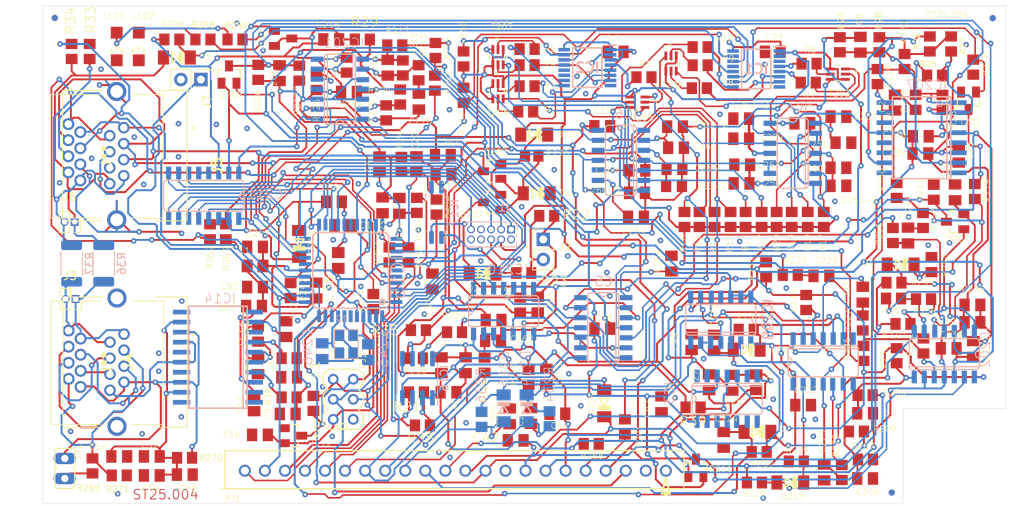
<source format=kicad_pcb>
(kicad_pcb (version 20171130) (host pcbnew "(5.1.9)-1")
  (layers (0 Top signal) (31 Bottom signal) (34 B.Paste user) (35 F.Paste user) (36 B.SilkS user hide) (37 F.SilkS user hide) (38 B.Mask user) (39 F.Mask user) (44 Edge.Cuts user))
  (net 0 "")
  (net 1 -7V5)
  (net 2 +7V5)
  (net 3 +5V)
  (net 4 GND2)
  (net 5 /D2)
  (net 6 /D3)
  (net 7 /D1)
  (net 8 /D0)
  (net 9 /D4)
  (net 10 /D5)
  (net 11 /D6)
  (net 12 /D7)
  (net 13 /UN)
  (net 14 AGND)
  (net 15 "Net-(D210-PadC)")
  (net 16 /RDSON_M1)
  (net 17 "Net-(D217-PadC)")
  (net 18 "Net-(D216-PadC)")
  (net 19 "Net-(IC208-Pad10)")
  (net 20 "Net-(D215-PadC)")
  (net 21 "Net-(D214-PadC)")
  (net 22 "Net-(C220-Pad1)")
  (net 23 /ZC)
  (net 24 "Net-(IC208-Pad12)")
  (net 25 "Net-(D213-PadC)")
  (net 26 "Net-(IC208-Pad3)")
  (net 27 "Net-(IC208-Pad2)")
  (net 28 "Net-(IC209-Pad4)")
  (net 29 "Net-(C7-Pad2)")
  (net 30 "Net-(IC202-Pad9)")
  (net 31 "Net-(D207-Pad1)")
  (net 32 "Net-(D1-PadA)")
  (net 33 "Net-(D213-PadA)")
  (net 34 /T103-ANS)
  (net 35 /T104-ANS)
  (net 36 "Net-(C219-Pad1)")
  (net 37 "Net-(C218-Pad1)")
  (net 38 "Net-(C218-Pad2)")
  (net 39 "Net-(C216-Pad1)")
  (net 40 "Net-(C216-Pad2)")
  (net 41 /SD)
  (net 42 /FBOFF)
  (net 43 /OFFSD)
  (net 44 "Net-(IC201-Pad13)")
  (net 45 /0V5)
  (net 46 +3V3)
  (net 47 "Net-(C204-Pad2)")
  (net 48 "Net-(D203-Pad3)")
  (net 49 /DC+)
  (net 50 /TEMP)
  (net 51 "Net-(C221-Pad1)")
  (net 52 "Net-(IC201-Pad7)")
  (net 53 "Net-(IC201-Pad5)")
  (net 54 "Net-(IC201-Pad6)")
  (net 55 "Net-(C220-Pad2)")
  (net 56 "Net-(JP1-Pad2)")
  (net 57 "Net-(C52-Pad1)")
  (net 58 /TXD)
  (net 59 /RXD)
  (net 60 "Net-(IC14-Pad4)")
  (net 61 /RESET)
  (net 62 /AREF1)
  (net 63 "Net-(C39-Pad1)")
  (net 64 "Net-(C41-Pad1)")
  (net 65 "Net-(C24-Pad1)")
  (net 66 "Net-(C23-Pad1)")
  (net 67 /SDA)
  (net 68 /SCL)
  (net 69 "Net-(C246-Pad1)")
  (net 70 "Net-(C245-Pad1)")
  (net 71 /REL1)
  (net 72 /LED2)
  (net 73 /REL2)
  (net 74 /A_IBRIDGE)
  (net 75 /A_HVCT)
  (net 76 /A_RESERVED)
  (net 77 /IMON)
  (net 78 /IND3)
  (net 79 /IND0)
  (net 80 /IND2)
  (net 81 /IND1)
  (net 82 /KAP2)
  (net 83 /IND4)
  (net 84 "Net-(C254-Pad1)")
  (net 85 "Net-(C264-Pad1)")
  (net 86 /KAP4)
  (net 87 /KAP3)
  (net 88 /KAP0)
  (net 89 /KAP1)
  (net 90 /LO_THR)
  (net 91 "Net-(R279-Pad2)")
  (net 92 "Net-(IC2-Pad12)")
  (net 93 "Net-(IC2-Pad11)")
  (net 94 "Net-(IC2-Pad10)")
  (net 95 "Net-(R6-Pad2)")
  (net 96 "Net-(R7-Pad2)")
  (net 97 "Net-(R8-Pad2)")
  (net 98 "Net-(R9-Pad2)")
  (net 99 "Net-(R10-Pad2)")
  (net 100 "Net-(R1-Pad2)")
  (net 101 "Net-(R2-Pad2)")
  (net 102 "Net-(R3-Pad2)")
  (net 103 "Net-(R4-Pad2)")
  (net 104 "Net-(R5-Pad2)")
  (net 105 "Net-(LED1-PadA)")
  (net 106 "Net-(LED2-PadA)")
  (net 107 0V)
  (net 108 /sinus)
  (net 109 /T102-ANS)
  (net 110 /summierpunkt)
  (net 111 /schiebepunkt)
  (net 112 /rdson_beidepositiv)
  (net 113 /SOLL)
  (net 114 /dreieck)
  (net 115 /DE)
  (net 116 "Net-(IC14-Pad7)")
  (net 117 "Net-(IC14-Pad5)")
  (net 118 /r2)
  (net 119 /RDSON_M2)
  (net 120 /!r_clock)
  (net 121 /j3)
  (net 122 /j1)
  (net 123 /j2)
  (net 124 /T101-ANS)
  (net 125 /TCK)
  (net 126 /TMS)
  (net 127 /TDO)
  (net 128 /TDI)
  (net 129 "Net-(IC15-Pad30)")
  (net 130 "Net-(J2-Pad2)")
  (net 131 "Net-(IC15-Pad12)")
  (net 132 "Net-(IC15-Pad13)")
  (net 133 "Net-(J3-Pad2)")
  (net 134 "Net-(J3-Pad1)")
  (net 135 "Net-(D2-PadA)")
  (net 136 "Net-(D2-PadC)")
  (net 137 "Net-(C250-2-Pad1)")
  (net 138 "Net-(C251-2-Pad1)")
  (net 139 "Net-(C252-2-Pad1)")
  (net 140 "Net-(C253-2-Pad1)")
  (net 141 "Net-(C260-2-Pad1)")
  (net 142 "Net-(C261-2-Pad1)")
  (net 143 "Net-(C262-2-Pad1)")
  (net 144 "Net-(C263-2-Pad1)")
  (net 145 "Net-(IC16-Pad7)")
  (net 146 "Net-(IC3-Pad2)")
  (net 147 "Net-(IC3-Pad10)")
  (net 148 "Net-(IC3-Pad9)")
  (net 149 "Net-(IC209-Pad11)")
  (net 150 "Net-(J1-Pad7)")
  (net 151 "Net-(J1-Pad8)")
  (net 152 "Net-(J4-Pad6)")
  (net 153 "Net-(J4-Pad5)")
  (net 154 "Net-(J4-Pad4)")
  (net 155 "Net-(J4-Pad3)")
  (net 156 "Net-(PJ1-Pad1)")
  (net 157 "Net-(PJ1-Pad2)")
  (net 158 "Net-(PM1-PadTP)")
  (net 159 "Net-(PM2-PadTP)")
  (net 160 "Net-(PM3-PadTP)")
  (net 161 "Net-(PM4-PadTP)")
  (net 162 "Net-(PM5-PadTP)")
  (net 163 "Net-(PM6-PadTP)")
  (net 164 /r_clock)
  (net 165 "Net-(J4-PadMH2)")
  (net 166 "Net-(J4-PadMH1)")
  (net 167 "Net-(C8-Pad1)")
  (net 168 "Net-(C28-Pad1)")
  (net 169 "Net-(C28-Pad2)")
  (net 170 "Net-(IC1-Pad13)")
  (net 171 /p7)
  (net 172 /p6)
  (net 173 /p4)
  (net 174 /p3)
  (net 175 /p2)
  (net 176 /p0)
  (net 177 "Net-(IC1-Pad4)")
  (net 178 "Net-(IC2-Pad13)")
  (net 179 /q4)
  (net 180 /q3)
  (net 181 /q2)
  (net 182 /q1)
  (net 183 /q0)
  (net 184 "Net-(IC3-Pad4)")
  (net 185 "Net-(IC16-Pad1)")
  (net 186 "Net-(IC16-Pad3)")
  (net 187 "Net-(IC207-Pad10)")
  (net 188 "Net-(IC210-Pad11)")
  (net 189 J6-Pin8)
  (net 190 J6-Pin7)
  (net 191 /üspg)
  (net 192 /üstrom)
  (net 193 /üs_ref)
  (net 194 /üspg_ref)
  (module SamacSys_Parts:SOP65P640X110-16N (layer Bottom) (at 155 81.8 180)
    (fp_text reference IC2 (at 0 0) (layer B.SilkS) (effects (font (size 1.27 1.27) (thickness 0.254)) (justify mirror)))
    (fp_text value PCA8574PW,118 hide)
    (pad 16 smd rect (at 2.938 2.275 90) (size 0.45 1.475) (layers Bottom B.Paste B.Mask) (net 3 +5V))
    (pad 15 smd rect (at 2.938 1.625 90) (size 0.45 1.475) (layers Bottom B.Paste B.Mask) (net 67 /SDA))
    (pad 14 smd rect (at 2.938 0.975 90) (size 0.45 1.475) (layers Bottom B.Paste B.Mask) (net 68 /SCL))
    (pad 13 smd rect (at 2.938 0.325 90) (size 0.45 1.475) (layers Bottom B.Paste B.Mask) (net 178 "Net-(IC2-Pad13)"))
    (pad 12 smd rect (at 2.938 -0.325 90) (size 0.45 1.475) (layers Bottom B.Paste B.Mask) (net 92 "Net-(IC2-Pad12)"))
    (pad 11 smd rect (at 2.938 -0.975 90) (size 0.45 1.475) (layers Bottom B.Paste B.Mask) (net 93 "Net-(IC2-Pad11)"))
    (pad 10 smd rect (at 2.938 -1.625 90) (size 0.45 1.475) (layers Bottom B.Paste B.Mask) (net 94 "Net-(IC2-Pad10)"))
    (pad 9 smd rect (at 2.938 -2.275 90) (size 0.45 1.475) (layers Bottom B.Paste B.Mask) (net 179 /q4))
    (pad 8 smd rect (at -2.938 -2.275 90) (size 0.45 1.475) (layers Bottom B.Paste B.Mask) (net 107 0V))
    (pad 7 smd rect (at -2.938 -1.625 90) (size 0.45 1.475) (layers Bottom B.Paste B.Mask) (net 180 /q3))
    (pad 6 smd rect (at -2.938 -0.975 90) (size 0.45 1.475) (layers Bottom B.Paste B.Mask) (net 181 /q2))
    (pad 5 smd rect (at -2.938 -0.325 90) (size 0.45 1.475) (layers Bottom B.Paste B.Mask) (net 182 /q1))
    (pad 4 smd rect (at -2.938 0.325 90) (size 0.45 1.475) (layers Bottom B.Paste B.Mask) (net 183 /q0))
    (pad 3 smd rect (at -2.938 0.975 90) (size 0.45 1.475) (layers Bottom B.Paste B.Mask) (net 3 +5V))
    (pad 2 smd rect (at -2.938 1.625 90) (size 0.45 1.475) (layers Bottom B.Paste B.Mask) (net 107 0V))
    (pad 1 smd rect (at -2.938 2.275 90) (size 0.45 1.475) (layers Bottom B.Paste B.Mask) (net 3 +5V))
  )
  (module SamacSys_Parts:SOP65P640X110-16N (layer Bottom) (at 176.4 81.975 180)
    (fp_text reference IC1 (at 0 0) (layer B.SilkS) (effects (font (size 1.27 1.27) (thickness 0.254)) (justify mirror)))
    (fp_text value PCA8574PW,118 hide)
    (pad 16 smd rect (at 2.938 2.275 90) (size 0.45 1.475) (layers Bottom B.Paste B.Mask) (net 3 +5V))
    (pad 15 smd rect (at 2.938 1.625 90) (size 0.45 1.475) (layers Bottom B.Paste B.Mask) (net 67 /SDA))
    (pad 14 smd rect (at 2.938 0.975 90) (size 0.45 1.475) (layers Bottom B.Paste B.Mask) (net 68 /SCL))
    (pad 13 smd rect (at 2.938 0.325 90) (size 0.45 1.475) (layers Bottom B.Paste B.Mask) (net 170 "Net-(IC1-Pad13)"))
    (pad 12 smd rect (at 2.938 -0.325 90) (size 0.45 1.475) (layers Bottom B.Paste B.Mask) (net 171 /p7))
    (pad 11 smd rect (at 2.938 -0.975 90) (size 0.45 1.475) (layers Bottom B.Paste B.Mask) (net 172 /p6))
    (pad 10 smd rect (at 2.938 -1.625 90) (size 0.45 1.475) (layers Bottom B.Paste B.Mask) (net 90 /LO_THR))
    (pad 9 smd rect (at 2.938 -2.275 90) (size 0.45 1.475) (layers Bottom B.Paste B.Mask) (net 173 /p4))
    (pad 8 smd rect (at -2.938 -2.275 90) (size 0.45 1.475) (layers Bottom B.Paste B.Mask) (net 107 0V))
    (pad 7 smd rect (at -2.938 -1.625 90) (size 0.45 1.475) (layers Bottom B.Paste B.Mask) (net 174 /p3))
    (pad 6 smd rect (at -2.938 -0.975 90) (size 0.45 1.475) (layers Bottom B.Paste B.Mask) (net 175 /p2))
    (pad 5 smd rect (at -2.938 -0.325 90) (size 0.45 1.475) (layers Bottom B.Paste B.Mask) (net 176 /p0))
    (pad 4 smd rect (at -2.938 0.325 90) (size 0.45 1.475) (layers Bottom B.Paste B.Mask) (net 177 "Net-(IC1-Pad4)"))
    (pad 3 smd rect (at -2.938 0.975 90) (size 0.45 1.475) (layers Bottom B.Paste B.Mask) (net 107 0V))
    (pad 2 smd rect (at -2.938 1.625 90) (size 0.45 1.475) (layers Bottom B.Paste B.Mask) (net 3 +5V))
    (pad 1 smd rect (at -2.938 2.275 90) (size 0.45 1.475) (layers Bottom B.Paste B.Mask) (net 3 +5V))
  )
  (module SamacSys_Parts:RJHSE5380-SS603000-11o79merge (layer Top) (at 96.3 115.57 90)
    (fp_text reference J4 (at -3.55 0.525 90) (layer F.SilkS) (effects (font (size 1.27 1.27) (thickness 0.254))))
    (fp_text value RJHSE5380 hide)
    (fp_text user J** (at -3.626408 -2.135389 90) (layer F.SilkS) (effects (font (size 1.27 1.27) (thickness 0.254))))
    (pad 4 thru_hole circle (at -3.626408 -7.020389 90) (size 1.509 1.509) (drill 0.97) (layers *.Cu *.Mask) (net 154 "Net-(J4-Pad4)"))
    (pad 6 thru_hole circle (at -4.646408 -5.500389 90) (size 1.509 1.509) (drill 0.97) (layers *.Cu *.Mask) (net 152 "Net-(J4-Pad6)"))
    (pad 7 thru_hole circle (at -6.686408 -5.500389 90) (size 1.509 1.509) (drill 0.97) (layers *.Cu *.Mask) (net 122 /j1))
    (pad 1 thru_hole circle (at -0.566408 -5.500389 90) (size 1.509 1.509) (drill 0.97) (layers *.Cu *.Mask) (net 134 "Net-(J3-Pad1)"))
    (pad 2 thru_hole circle (at 0.453592 -7.020389 90) (size 1.509 1.509) (drill 0.97) (layers *.Cu *.Mask) (net 133 "Net-(J3-Pad2)"))
    (pad 3 thru_hole circle (at -1.586408 -7.020389 90) (size 1.509 1.509) (drill 0.97) (layers *.Cu *.Mask) (net 155 "Net-(J4-Pad3)"))
    (pad 8 thru_hole circle (at -5.666408 -7.020389 90) (size 1.509 1.509) (drill 0.97) (layers *.Cu *.Mask) (net 123 /j2))
    (pad 5 thru_hole circle (at -2.606408 -5.500389 90) (size 1.509 1.509) (drill 0.97) (layers *.Cu *.Mask) (net 153 "Net-(J4-Pad5)"))
    (pad MH4 np_thru_hole circle (at 2.343592 -3.980389 90) (size 3.25 0) (drill 3.25) (layers *.Cu *.Mask))
    (pad MH3 np_thru_hole circle (at -9.596408 -3.980389 90) (size 3.25 0) (drill 3.25) (layers *.Cu *.Mask))
    (pad MH4 np_thru_hole circle (at -9.9 2.54 90) (size 3.3 0) (drill 3.3) (layers *.Cu *.Mask))
    (pad MH3 np_thru_hole circle (at 2.8 2.54 90) (size 3.3 0) (drill 3.3) (layers *.Cu *.Mask))
    (pad MH2 thru_hole circle (at 4.58 -0.89 90) (size 2.43 2.43) (drill 1.62) (layers *.Cu *.Mask) (net 165 "Net-(J4-PadMH2)"))
    (pad MH1 thru_hole circle (at -11.68 -0.89 90) (size 2.43 2.43) (drill 1.62) (layers *.Cu *.Mask) (net 166 "Net-(J4-PadMH1)"))
    (pad 8 thru_hole circle (at -7.11 -1.78 90) (size 1.462 1.462) (drill 0.94) (layers *.Cu *.Mask) (net 123 /j2))
    (pad 7 thru_hole circle (at -6.09 0 90) (size 1.462 1.462) (drill 0.94) (layers *.Cu *.Mask) (net 122 /j1))
    (pad 6 thru_hole circle (at -5.08 -1.78 90) (size 1.462 1.462) (drill 0.94) (layers *.Cu *.Mask) (net 152 "Net-(J4-Pad6)"))
    (pad 5 thru_hole circle (at -4.06 0 90) (size 1.462 1.462) (drill 0.94) (layers *.Cu *.Mask) (net 153 "Net-(J4-Pad5)"))
    (pad 4 thru_hole circle (at -3.05 -1.78 90) (size 1.462 1.462) (drill 0.94) (layers *.Cu *.Mask) (net 154 "Net-(J4-Pad4)"))
    (pad 3 thru_hole circle (at -2.03 0 90) (size 1.462 1.462) (drill 0.94) (layers *.Cu *.Mask) (net 155 "Net-(J4-Pad3)"))
    (pad 2 thru_hole circle (at -1.02 -1.78 90) (size 1.462 1.462) (drill 0.94) (layers *.Cu *.Mask) (net 133 "Net-(J3-Pad2)"))
    (pad 1 thru_hole circle (at 0 0 90) (size 1.462 1.462) (drill 0.94) (layers *.Cu *.Mask) (net 134 "Net-(J3-Pad1)"))
  )
  (module Resistor_SMD:R_2010_5025Metric (layer Bottom) (at 89.662 106.6165 90)
    (fp_text reference R37 (at 0 2.28 90) (layer B.SilkS) (effects (justify mirror)))
    (fp_text value n.b.)
    (pad 2 smd roundrect (at 2.3125 0 90) (size 1.225 2.65) (layers Bottom B.Paste B.Mask) (roundrect_rratio 0.204082) (net 190 J6-Pin7))
    (pad 1 smd roundrect (at -2.3125 0 90) (size 1.225 2.65) (layers Bottom B.Paste B.Mask) (roundrect_rratio 0.204082) (net 133 "Net-(J3-Pad2)"))
  )
  (module Resistor_SMD:R_2010_5025Metric (layer Bottom) (at 93.726 106.6165 90)
    (fp_text reference R36 (at 0 2.28 90) (layer B.SilkS) (effects (justify mirror)))
    (fp_text value n.b.)
    (pad 2 smd roundrect (at 2.3125 0 90) (size 1.225 2.65) (layers Bottom B.Paste B.Mask) (roundrect_rratio 0.204082) (net 189 J6-Pin8))
    (pad 1 smd roundrect (at -2.3125 0 90) (size 1.225 2.65) (layers Bottom B.Paste B.Mask) (roundrect_rratio 0.204082) (net 134 "Net-(J3-Pad1)"))
  )
  (module SamacSys_Parts:RJHSE5380-SS603000-11o79merge (layer Top) (at 96.266 89.408 90)
    (fp_text reference J5 (at -4.826 11.811 90) (layer F.SilkS) (effects (font (size 1.27 1.27) (thickness 0.254))))
    (fp_text value RJHSE5380 hide)
    (fp_text user J** (at -3.626408 -2.135389 90) (layer F.SilkS) (effects (font (size 1.27 1.27) (thickness 0.254))))
    (pad 4 thru_hole circle (at -3.626408 -7.020389 90) (size 1.509 1.509) (drill 0.97) (layers *.Cu *.Mask) (net 67 /SDA))
    (pad 6 thru_hole circle (at -4.646408 -5.500389 90) (size 1.509 1.509) (drill 0.97) (layers *.Cu *.Mask) (net 107 0V))
    (pad 7 thru_hole circle (at -6.686408 -5.500389 90) (size 1.509 1.509) (drill 0.97) (layers *.Cu *.Mask) (net 190 J6-Pin7))
    (pad 1 thru_hole circle (at -0.566408 -5.500389 90) (size 1.509 1.509) (drill 0.97) (layers *.Cu *.Mask) (net 131 "Net-(IC15-Pad12)"))
    (pad 2 thru_hole circle (at 0.453592 -7.020389 90) (size 1.509 1.509) (drill 0.97) (layers *.Cu *.Mask) (net 132 "Net-(IC15-Pad13)"))
    (pad 3 thru_hole circle (at -1.586408 -7.020389 90) (size 1.509 1.509) (drill 0.97) (layers *.Cu *.Mask) (net 68 /SCL))
    (pad 8 thru_hole circle (at -5.666408 -7.020389 90) (size 1.509 1.509) (drill 0.97) (layers *.Cu *.Mask) (net 189 J6-Pin8))
    (pad 5 thru_hole circle (at -2.606408 -5.500389 90) (size 1.509 1.509) (drill 0.97) (layers *.Cu *.Mask) (net 3 +5V))
    (pad MH4 np_thru_hole circle (at 2.343592 -3.980389 90) (size 3.25 0) (drill 3.25) (layers *.Cu *.Mask))
    (pad MH3 np_thru_hole circle (at -9.596408 -3.980389 90) (size 3.25 0) (drill 3.25) (layers *.Cu *.Mask))
    (pad MH4 np_thru_hole circle (at -9.9 2.54 90) (size 3.3 0) (drill 3.3) (layers *.Cu *.Mask))
    (pad MH3 np_thru_hole circle (at 2.8 2.54 90) (size 3.3 0) (drill 3.3) (layers *.Cu *.Mask))
    (pad MH2 thru_hole circle (at 4.58 -0.89 90) (size 2.43 2.43) (drill 1.62) (layers *.Cu *.Mask) (net 107 0V))
    (pad MH1 thru_hole circle (at -11.68 -0.89 90) (size 2.43 2.43) (drill 1.62) (layers *.Cu *.Mask) (net 107 0V))
    (pad 8 thru_hole circle (at -7.11 -1.78 90) (size 1.462 1.462) (drill 0.94) (layers *.Cu *.Mask) (net 189 J6-Pin8))
    (pad 7 thru_hole circle (at -6.09 0 90) (size 1.462 1.462) (drill 0.94) (layers *.Cu *.Mask) (net 190 J6-Pin7))
    (pad 6 thru_hole circle (at -5.08 -1.78 90) (size 1.462 1.462) (drill 0.94) (layers *.Cu *.Mask) (net 107 0V))
    (pad 5 thru_hole circle (at -4.06 0 90) (size 1.462 1.462) (drill 0.94) (layers *.Cu *.Mask) (net 3 +5V))
    (pad 4 thru_hole circle (at -3.05 -1.78 90) (size 1.462 1.462) (drill 0.94) (layers *.Cu *.Mask) (net 67 /SDA))
    (pad 3 thru_hole circle (at -2.03 0 90) (size 1.462 1.462) (drill 0.94) (layers *.Cu *.Mask) (net 68 /SCL))
    (pad 2 thru_hole circle (at -1.02 -1.78 90) (size 1.462 1.462) (drill 0.94) (layers *.Cu *.Mask) (net 132 "Net-(IC15-Pad13)"))
    (pad 1 thru_hole circle (at 0 0 90) (size 1.462 1.462) (drill 0.94) (layers *.Cu *.Mask) (net 131 "Net-(IC15-Pad12)"))
  )
  (module Connector_PinHeader_2.54mm:PinHeader_1x02_P2.54mm_Vertical (layer Top) (at 106.045 83.312 270)
    (fp_text reference J7 (at 2.794 -0.762 90) (layer F.SilkS))
    (fp_text value n.b.)
    (pad 2 thru_hole oval (at 0 2.54 270) (size 1.7 1.7) (drill 1) (layers *.Cu *.Mask) (net 107 0V))
    (pad 1 thru_hole rect (at 0 0 270) (size 1.7 1.7) (drill 1) (layers *.Cu *.Mask) (net 72 /LED2))
  )
  (module ST24.022:C0805K (layer Top) (at 158.6 79.8 180)
    (fp_text reference C4 (at 0.993 1.568) (layer F.SilkS) (effects (font (size 0.77216 0.77216) (thickness 0.061772)) (justify left bottom)))
    (fp_text value 100nF)
    (pad 2 smd rect (at 1 0 180) (size 1.3 1.6) (layers Top F.Paste F.Mask) (net 107 0V))
    (pad 1 smd rect (at -1 0 180) (size 1.3 1.6) (layers Top F.Paste F.Mask) (net 3 +5V))
  )
  (module ST24.022:R0805 (layer Top) (at 133.604 115.062 180)
    (fp_text reference R35 (at 2.413 -0.762) (layer F.SilkS) (effects (font (size 1.2065 1.2065) (thickness 0.1016)) (justify right bottom)))
    (fp_text value n.b.)
    (pad 2 smd rect (at 0.95 0 180) (size 1.3 1.5) (layers Top F.Paste F.Mask) (net 14 AGND))
    (pad 1 smd rect (at -0.95 0 180) (size 1.3 1.5) (layers Top F.Paste F.Mask) (net 118 /r2))
  )
  (module ST24.022:R0805 (layer Top) (at 133.35 122.936 180)
    (fp_text reference R21 (at -0.635 -2.54) (layer F.SilkS) (effects (font (size 1.2065 1.2065) (thickness 0.1016)) (justify right bottom)))
    (fp_text value n.b.)
    (pad 2 smd rect (at 0.95 0 180) (size 1.3 1.5) (layers Top F.Paste F.Mask) (net 186 "Net-(IC16-Pad3)"))
    (pad 1 smd rect (at -0.95 0 180) (size 1.3 1.5) (layers Top F.Paste F.Mask) (net 185 "Net-(IC16-Pad1)"))
  )
  (module ST25.001:C0805K (layer Top) (at 112.903 104.521)
    (fp_text reference C247 (at -1.143 -1.27 180) (layer F.SilkS) (effects (font (size 0.77216 0.77216) (thickness 0.061772)) (justify left bottom)))
    (fp_text value 100nF)
    (pad 2 smd rect (at 1 0) (size 1.3 1.6) (layers Top F.Paste F.Mask) (net 3 +5V))
    (pad 1 smd rect (at -1 0) (size 1.3 1.6) (layers Top F.Paste F.Mask) (net 107 0V))
  )
  (module ST25.001:C0805K (layer Top) (at 195.6306 103.0756 270)
    (fp_text reference C244 (at -5.1586 -0.5844 270) (layer F.SilkS) (effects (font (size 0.77216 0.77216) (thickness 0.061772)) (justify right bottom)))
    (fp_text value 10nF)
    (pad 2 smd rect (at 1 0 270) (size 1.3 1.6) (layers Top F.Paste F.Mask) (net 192 /üstrom))
    (pad 1 smd rect (at -1 0 270) (size 1.3 1.6) (layers Top F.Paste F.Mask) (net 107 0V))
  )
  (module ST25.001:C0805K (layer Top) (at 112.776 112.014 180)
    (fp_text reference C61 (at 2.286 -0.635 180) (layer F.SilkS) (effects (font (size 0.77216 0.77216) (thickness 0.061772)) (justify right bottom)))
    (fp_text value 100nF)
    (pad 2 smd rect (at 1 0 180) (size 1.3 1.6) (layers Top F.Paste F.Mask) (net 107 0V))
    (pad 1 smd rect (at -1 0 180) (size 1.3 1.6) (layers Top F.Paste F.Mask) (net 57 "Net-(C52-Pad1)"))
  )
  (module ST25.001:C0805K (layer Top) (at 112.776 124.333 270)
    (fp_text reference C60 (at -1.016 1.27 270) (layer F.SilkS) (effects (font (size 0.77216 0.77216) (thickness 0.061772)) (justify right bottom)))
    (fp_text value 100nF)
    (pad 2 smd rect (at 1 0 270) (size 1.3 1.6) (layers Top F.Paste F.Mask) (net 107 0V))
    (pad 1 smd rect (at -1 0 270) (size 1.3 1.6) (layers Top F.Paste F.Mask) (net 57 "Net-(C52-Pad1)"))
  )
  (module ST25.001:C0805K (layer Top) (at 104 133.365)
    (fp_text reference C58 (at -0.749 2.144 -180) (layer F.SilkS) (effects (font (size 0.77216 0.77216) (thickness 0.061772)) (justify left bottom)))
    (fp_text value 100nF)
    (pad 2 smd rect (at 1 0) (size 1.3 1.6) (layers Top F.Paste F.Mask) (net 4 GND2))
    (pad 1 smd rect (at -1 0) (size 1.3 1.6) (layers Top F.Paste F.Mask) (net 121 /j3))
  )
  (module ST25.001:C0805K (layer Top) (at 99.822 131.064 180)
    (fp_text reference C57 (at -0.889 1.016 180) (layer F.SilkS) (effects (font (size 0.77216 0.77216) (thickness 0.061772)) (justify right bottom)))
    (fp_text value 100nF)
    (pad 2 smd rect (at 1 0 180) (size 1.3 1.6) (layers Top F.Paste F.Mask) (net 4 GND2))
    (pad 1 smd rect (at -1 0 180) (size 1.3 1.6) (layers Top F.Paste F.Mask) (net 121 /j3))
  )
  (module ST25.001:C0805K (layer Top) (at 95.7 131.065)
    (fp_text reference C54 (at -3.879 -0.763 180) (layer F.SilkS) (effects (font (size 0.77216 0.77216) (thickness 0.061772)) (justify left bottom)))
    (fp_text value 100nF)
    (pad 2 smd rect (at 1 0) (size 1.3 1.6) (layers Top F.Paste F.Mask) (net 4 GND2))
    (pad 1 smd rect (at -1 0) (size 1.3 1.6) (layers Top F.Paste F.Mask) (net 121 /j3))
  )
  (module ST25.001:C0805K (layer Top) (at 116.84 114.935 90)
    (fp_text reference C52 (at 1.143 1.397 -90) (layer F.SilkS) (effects (font (size 0.77216 0.77216) (thickness 0.061772)) (justify left bottom)))
    (fp_text value 10nF)
    (pad 2 smd rect (at 1 0 90) (size 1.3 1.6) (layers Top F.Paste F.Mask) (net 107 0V))
    (pad 1 smd rect (at -1 0 90) (size 1.3 1.6) (layers Top F.Paste F.Mask) (net 57 "Net-(C52-Pad1)"))
  )
  (module ST25.001:C0805K (layer Top) (at 122.9 98.8 180)
    (fp_text reference C39 (at -0.671 1.391 180) (layer F.SilkS) (effects (font (size 0.77216 0.77216) (thickness 0.061772)) (justify right bottom)))
    (fp_text value 100nF)
    (pad 2 smd rect (at 1 0 180) (size 1.3 1.6) (layers Top F.Paste F.Mask) (net 14 AGND))
    (pad 1 smd rect (at -1 0 180) (size 1.3 1.6) (layers Top F.Paste F.Mask) (net 63 "Net-(C39-Pad1)"))
  )
  (module ST25.001:C0805K (layer Top) (at 116 82.5 90)
    (fp_text reference C205 (at -2.463 -0.303 -90) (layer F.SilkS) (effects (font (size 0.77216 0.77216) (thickness 0.061772)) (justify left bottom)))
    (fp_text value 10nF)
    (pad 2 smd rect (at 1 0 90) (size 1.3 1.6) (layers Top F.Paste F.Mask) (net 191 /üspg))
    (pad 1 smd rect (at -1 0 90) (size 1.3 1.6) (layers Top F.Paste F.Mask) (net 14 AGND))
  )
  (module ST24.022:C0805K (layer Top) (at 113.5253 128.3335 180)
    (fp_text reference C16 (at 2.4003 -0.4445) (layer F.SilkS) (effects (font (size 0.77216 0.77216) (thickness 0.061772)) (justify right bottom)))
    (fp_text value 1nF)
    (pad 2 smd rect (at 1 0 180) (size 1.3 1.6) (layers Top F.Paste F.Mask) (net 107 0V))
    (pad 1 smd rect (at -1 0 180) (size 1.3 1.6) (layers Top F.Paste F.Mask) (net 61 /RESET))
  )
  (module ST24.022:SOD80C (layer Top) (at 102.997 80.518 180)
    (fp_text reference D3 (at -4.318 -0.381) (layer F.SilkS) (effects (font (size 0.77216 0.77216) (thickness 0.061772)) (justify right bottom)))
    (fp_text value BAT46)
    (pad A smd rect (at 1.7 0 180) (size 1.4 1.8) (layers Top F.Paste F.Mask) (net 189 J6-Pin8))
    (pad C smd rect (at -1.7 0 180) (size 1.4 1.8) (layers Top F.Paste F.Mask) (net 62 /AREF1))
  )
  (module ST24.022:SO16DW (layer Bottom) (at 197.3578 90.6804 270)
    (fp_text reference IC207 (at -5.9714 2.0318 180) (layer B.SilkS) (effects (font (size 1.2065 1.2065) (thickness 0.09652)) (justify right bottom mirror)))
    (fp_text value OP-200GS)
    (pad 2 smd rect (at -3.175 -4.6 270) (size 0.6 2.2) (layers Bottom B.Paste B.Mask) (net 14 AGND))
    (pad 13 smd rect (at -0.635 4.6 270) (size 0.6 2.2) (layers Bottom B.Paste B.Mask) (net 2 +7V5))
    (pad 1 smd rect (at -4.445 -4.6 270) (size 0.6 2.2) (layers Bottom B.Paste B.Mask) (net 110 /summierpunkt))
    (pad 3 smd rect (at -1.905 -4.6 270) (size 0.6 2.2) (layers Bottom B.Paste B.Mask))
    (pad 4 smd rect (at -0.635 -4.6 270) (size 0.6 2.2) (layers Bottom B.Paste B.Mask) (net 1 -7V5))
    (pad 14 smd rect (at -1.905 4.6 270) (size 0.6 2.2) (layers Bottom B.Paste B.Mask))
    (pad 12 smd rect (at 0.635 4.6 270) (size 0.6 2.2) (layers Bottom B.Paste B.Mask))
    (pad 11 smd rect (at 1.905 4.6 270) (size 0.6 2.2) (layers Bottom B.Paste B.Mask))
    (pad 6 smd rect (at 1.905 -4.6 270) (size 0.6 2.2) (layers Bottom B.Paste B.Mask) (net 168 "Net-(C28-Pad1)"))
    (pad 9 smd rect (at 4.445 4.6 270) (size 0.6 2.2) (layers Bottom B.Paste B.Mask))
    (pad 5 smd rect (at 0.635 -4.6 270) (size 0.6 2.2) (layers Bottom B.Paste B.Mask))
    (pad 7 smd rect (at 3.175 -4.6 270) (size 0.6 2.2) (layers Bottom B.Paste B.Mask) (net 169 "Net-(C28-Pad2)"))
    (pad 10 smd rect (at 3.175 4.6 270) (size 0.6 2.2) (layers Bottom B.Paste B.Mask) (net 187 "Net-(IC207-Pad10)"))
    (pad 8 smd rect (at 4.445 -4.6 270) (size 0.6 2.2) (layers Bottom B.Paste B.Mask))
    (pad 15 smd rect (at -3.175 4.6 270) (size 0.6 2.2) (layers Bottom B.Paste B.Mask))
    (pad 16 smd rect (at -4.445 4.6 270) (size 0.6 2.2) (layers Bottom B.Paste B.Mask) (net 108 /sinus))
  )
  (module ST24.022:SO20W (layer Bottom) (at 108.204 118.491 270)
    (fp_text reference IC14 (at -6.731 1.8415) (layer B.SilkS) (effects (font (size 1.2065 1.2065) (thickness 0.09652)) (justify right bottom mirror)))
    (fp_text value ADM2587EBRWZ)
    (pad 20 smd rect (at -5.715 4.6 270) (size 0.6 2.2) (layers Bottom B.Paste B.Mask) (net 4 GND2))
    (pad 19 smd rect (at -4.445 4.6 270) (size 0.6 2.2) (layers Bottom B.Paste B.Mask) (net 121 /j3))
    (pad 18 smd rect (at -3.175 4.6 270) (size 0.6 2.2) (layers Bottom B.Paste B.Mask) (net 122 /j1))
    (pad 17 smd rect (at -1.905 4.6 270) (size 0.6 2.2) (layers Bottom B.Paste B.Mask) (net 123 /j2))
    (pad 16 smd rect (at -0.635 4.6 270) (size 0.6 2.2) (layers Bottom B.Paste B.Mask) (net 4 GND2))
    (pad 15 smd rect (at 0.635 4.6 270) (size 0.6 2.2) (layers Bottom B.Paste B.Mask) (net 123 /j2))
    (pad 8 smd rect (at 3.175 -4.6 270) (size 0.6 2.2) (layers Bottom B.Paste B.Mask) (net 57 "Net-(C52-Pad1)"))
    (pad 10 smd rect (at 5.715 -4.6 270) (size 0.6 2.2) (layers Bottom B.Paste B.Mask) (net 107 0V))
    (pad 7 smd rect (at 1.905 -4.6 270) (size 0.6 2.2) (layers Bottom B.Paste B.Mask) (net 116 "Net-(IC14-Pad7)"))
    (pad 5 smd rect (at -0.635 -4.6 270) (size 0.6 2.2) (layers Bottom B.Paste B.Mask) (net 117 "Net-(IC14-Pad5)"))
    (pad 9 smd rect (at 4.445 -4.6 270) (size 0.6 2.2) (layers Bottom B.Paste B.Mask) (net 107 0V))
    (pad 6 smd rect (at 0.635 -4.6 270) (size 0.6 2.2) (layers Bottom B.Paste B.Mask) (net 117 "Net-(IC14-Pad5)"))
    (pad 11 smd rect (at 5.715 4.6 270) (size 0.6 2.2) (layers Bottom B.Paste B.Mask) (net 4 GND2))
    (pad 12 smd rect (at 4.445 4.6 270) (size 0.6 2.2) (layers Bottom B.Paste B.Mask) (net 121 /j3))
    (pad 14 smd rect (at 1.905 4.6 270) (size 0.6 2.2) (layers Bottom B.Paste B.Mask) (net 4 GND2))
    (pad 4 smd rect (at -1.905 -4.6 270) (size 0.6 2.2) (layers Bottom B.Paste B.Mask) (net 60 "Net-(IC14-Pad4)"))
    (pad 3 smd rect (at -3.175 -4.6 270) (size 0.6 2.2) (layers Bottom B.Paste B.Mask) (net 107 0V))
    (pad 1 smd rect (at -5.715 -4.6 270) (size 0.6 2.2) (layers Bottom B.Paste B.Mask) (net 107 0V))
    (pad 13 smd rect (at 3.175 4.6 270) (size 0.6 2.2) (layers Bottom B.Paste B.Mask) (net 122 /j1))
    (pad 2 smd rect (at -4.445 -4.6 270) (size 0.6 2.2) (layers Bottom B.Paste B.Mask) (net 57 "Net-(C52-Pad1)"))
  )
  (module ST24.022:C0805K (layer Top) (at 176.403 121.666 270)
    (fp_text reference C29 (at -1.5875 -2.159 90) (layer F.SilkS) (effects (font (size 0.77216 0.77216) (thickness 0.061772)) (justify right bottom)))
    (fp_text value 100nF)
    (pad 2 smd rect (at 1 0 270) (size 1.3 1.6) (layers Top F.Paste F.Mask) (net 14 AGND))
    (pad 1 smd rect (at -1 0 270) (size 1.3 1.6) (layers Top F.Paste F.Mask) (net 1 -7V5))
  )
  (module ST24.022:C0805K (layer Top) (at 170.434 121.666 270)
    (fp_text reference C27 (at -1.5875 1.27 90) (layer F.SilkS) (effects (font (size 0.77216 0.77216) (thickness 0.061772)) (justify right bottom)))
    (fp_text value 100nF)
    (pad 2 smd rect (at 1 0 270) (size 1.3 1.6) (layers Top F.Paste F.Mask) (net 14 AGND))
    (pad 1 smd rect (at -1 0 270) (size 1.3 1.6) (layers Top F.Paste F.Mask) (net 2 +7V5))
  )
  (module ST24.022:C0805K (layer Top) (at 173.355 121.7295 90)
    (fp_text reference C26 (at -2.794 -1.016) (layer F.SilkS) (effects (font (size 0.77216 0.77216) (thickness 0.061772)) (justify left bottom)))
    (fp_text value 100nF)
    (pad 2 smd rect (at 1 0 90) (size 1.3 1.6) (layers Top F.Paste F.Mask) (net 1 -7V5))
    (pad 1 smd rect (at -1 0 90) (size 1.3 1.6) (layers Top F.Paste F.Mask) (net 2 +7V5))
  )
  (module ST24.022:R0805 (layer Top) (at 168.402 124.841 180)
    (fp_text reference R39 (at -1.778 -2.4765) (layer F.SilkS) (effects (font (size 1.2065 1.2065) (thickness 0.1016)) (justify right bottom)))
    (fp_text value 10k)
    (pad 2 smd rect (at 0.95 0 180) (size 1.3 1.5) (layers Top F.Paste F.Mask) (net 185 "Net-(IC16-Pad1)"))
    (pad 1 smd rect (at -0.95 0 180) (size 1.3 1.5) (layers Top F.Paste F.Mask) (net 184 "Net-(IC3-Pad4)"))
  )
  (module ST24.022:SO14 (layer Bottom) (at 172.72 123.7615)
    (fp_text reference IC3 (at -6.604 0.8255 -90) (layer B.SilkS) (effects (font (size 1.2065 1.2065) (thickness 0.127)) (justify right bottom mirror)))
    (fp_text value HEF4066BT)
    (pad 1 smd rect (at -3.81 -2.9) (size 0.6604 1.6) (layers Bottom B.Paste B.Mask) (net 107 0V))
    (pad 14 smd rect (at -3.81 2.9) (size 0.6604 1.6) (layers Bottom B.Paste B.Mask) (net 2 +7V5))
    (pad 2 smd rect (at -2.54 -2.9) (size 0.6604 1.6) (layers Bottom B.Paste B.Mask) (net 146 "Net-(IC3-Pad2)"))
    (pad 3 smd rect (at -1.27 -2.9) (size 0.6604 1.6) (layers Bottom B.Paste B.Mask) (net 167 "Net-(C8-Pad1)"))
    (pad 13 smd rect (at -2.54 2.9) (size 0.6604 1.6) (layers Bottom B.Paste B.Mask) (net 107 0V))
    (pad 12 smd rect (at -1.27 2.9) (size 0.6604 1.6) (layers Bottom B.Paste B.Mask) (net 107 0V))
    (pad 4 smd rect (at 0 -2.9) (size 0.6604 1.6) (layers Bottom B.Paste B.Mask) (net 184 "Net-(IC3-Pad4)"))
    (pad 11 smd rect (at 0 2.9) (size 0.6604 1.6) (layers Bottom B.Paste B.Mask) (net 107 0V))
    (pad 5 smd rect (at 1.27 -2.9) (size 0.6604 1.6) (layers Bottom B.Paste B.Mask) (net 164 /r_clock))
    (pad 6 smd rect (at 2.54 -2.9) (size 0.6604 1.6) (layers Bottom B.Paste B.Mask) (net 107 0V))
    (pad 10 smd rect (at 1.2 2.9) (size 0.6604 1.6) (layers Bottom B.Paste B.Mask) (net 147 "Net-(IC3-Pad10)"))
    (pad 9 smd rect (at 2.54 2.9) (size 0.6604 1.6) (layers Bottom B.Paste B.Mask) (net 148 "Net-(IC3-Pad9)"))
    (pad 7 smd rect (at 3.8 -2.9) (size 0.6604 1.6) (layers Bottom B.Paste B.Mask) (net 1 -7V5))
    (pad 8 smd rect (at 3.81 2.9) (size 0.6604 1.6) (layers Bottom B.Paste B.Mask) (net 107 0V))
  )
  (module ST24.022:R0805 (layer Top) (at 91.948 79.756 90)
    (fp_text reference R33 (at 2.2225 0.8255 90) (layer F.SilkS) (effects (font (size 1.2065 1.2065) (thickness 0.1016)) (justify left bottom)))
    (fp_text value n.b.)
    (pad 2 smd rect (at 0.95 0 90) (size 1.3 1.5) (layers Top F.Paste F.Mask) (net 107 0V))
    (pad 1 smd rect (at -0.95 0 90) (size 1.3 1.5) (layers Top F.Paste F.Mask) (net 190 J6-Pin7))
  )
  (module ST24.022:R0805 (layer Top) (at 89.662 79.756 90)
    (fp_text reference R34 (at 2.0955 0.5715 90) (layer F.SilkS) (effects (font (size 1.2065 1.2065) (thickness 0.1016)) (justify left bottom)))
    (fp_text value n.b.)
    (pad 1 smd rect (at -0.95 0 90) (size 1.3 1.5) (layers Top F.Paste F.Mask) (net 189 J6-Pin8))
    (pad 2 smd rect (at 0.95 0 90) (size 1.3 1.5) (layers Top F.Paste F.Mask) (net 3 +5V))
  )
  (module Connector_PinSocket_1.27mm:PinSocket_1x02_P1.27mm_Vertical (layer Top) (at 90.043 101.346 270)
    (fp_text reference J6 (at -3.175 0.635 180) (layer F.SilkS))
    (fp_text value "n.b. 1.27mm")
    (pad 2 thru_hole oval (at 0 1.27 270) (size 1 1) (drill 0.7) (layers *.Cu *.Mask) (net 190 J6-Pin7))
    (pad 1 thru_hole rect (at 0 0 270) (size 1 1) (drill 0.7) (layers *.Cu *.Mask) (net 189 J6-Pin8))
  )
  (module Connector_PinSocket_1.27mm:PinSocket_1x02_P1.27mm_Vertical (layer Top) (at 90.17 111.125 270)
    (fp_text reference J3 (at -2.921 0.6985 180) (layer F.SilkS))
    (fp_text value "n.b. 1.27")
    (pad 2 thru_hole oval (at 0 1.27 270) (size 1 1) (drill 0.7) (layers *.Cu *.Mask) (net 133 "Net-(J3-Pad2)"))
    (pad 1 thru_hole rect (at 0 0 270) (size 1 1) (drill 0.7) (layers *.Cu *.Mask) (net 134 "Net-(J3-Pad1)"))
  )
  (module ST24.022:SOD80C (layer Top) (at 141.732 107.8865 180)
    (fp_text reference D2 (at 0.381 -2.3495) (layer F.SilkS) (effects (font (size 0.77216 0.77216) (thickness 0.061772)) (justify right bottom)))
    (fp_text value LL4148)
    (pad A smd rect (at 1.7 0 180) (size 1.4 1.8) (layers Top F.Paste F.Mask) (net 135 "Net-(D2-PadA)"))
    (pad C smd rect (at -1.7 0 180) (size 1.4 1.8) (layers Top F.Paste F.Mask) (net 136 "Net-(D2-PadC)"))
  )
  (module ST24.022:R0805 (layer Top) (at 146.939 107.823 180)
    (fp_text reference R23 (at -5.715 -1.778) (layer F.SilkS) (effects (font (size 1.2065 1.2065) (thickness 0.1016)) (justify right bottom)))
    (fp_text value 1k)
    (pad 2 smd rect (at 0.95 0 180) (size 1.3 1.5) (layers Top F.Paste F.Mask) (net 136 "Net-(D2-PadC)"))
    (pad 1 smd rect (at -0.95 0 180) (size 1.3 1.5) (layers Top F.Paste F.Mask) (net 130 "Net-(J2-Pad2)"))
  )
  (module ST24.022:R0805 (layer Top) (at 149.86 100.584)
    (fp_text reference R22 (at 1.905 0.5715) (layer F.SilkS) (effects (font (size 1.2065 1.2065) (thickness 0.1016)) (justify left bottom)))
    (fp_text value 1k)
    (pad 2 smd rect (at 0.95 0) (size 1.3 1.5) (layers Top F.Paste F.Mask) (net 135 "Net-(D2-PadA)"))
    (pad 1 smd rect (at -0.95 0) (size 1.3 1.5) (layers Top F.Paste F.Mask) (net 130 "Net-(J2-Pad2)"))
  )
  (module Connector_PinHeader_2.54mm:PinHeader_1x02_P2.54mm_Vertical (layer Top) (at 149.4155 103.5685)
    (fp_text reference J2 (at 2.794 0.889) (layer F.SilkS))
    (fp_text value n.b.)
    (pad 2 thru_hole oval (at 0 2.54) (size 1.7 1.7) (drill 1) (layers *.Cu *.Mask) (net 130 "Net-(J2-Pad2)"))
    (pad 1 thru_hole rect (at 0 0) (size 1.7 1.7) (drill 1) (layers *.Cu *.Mask) (net 135 "Net-(D2-PadA)"))
  )
  (module Package_SO:SOP-4_4.4x2.6mm_P1.27mm (layer Bottom) (at 135.89 100.1395 90)
    (fp_text reference IC17 (at 0 2.25 90) (layer B.SilkS) (effects (justify mirror)))
    (fp_text value FODM217D)
    (pad 4 smd roundrect (at 3.1875 0.635 90) (size 1.625 0.6) (layers Bottom B.Paste B.Mask) (net 128 /TDI))
    (pad 3 smd roundrect (at 3.1875 -0.635 90) (size 1.625 0.6) (layers Bottom B.Paste B.Mask) (net 107 0V))
    (pad 2 smd roundrect (at -3.1875 -0.635 90) (size 1.625 0.6) (layers Bottom B.Paste B.Mask) (net 135 "Net-(D2-PadA)"))
    (pad 1 smd roundrect (at -3.1875 0.635 90) (size 1.625 0.6) (layers Bottom B.Paste B.Mask) (net 136 "Net-(D2-PadC)"))
  )
  (module Connector_PinSocket_1.27mm:PinSocket_2x05_P1.27mm_Vertical (layer Bottom) (at 145.3515 102.2985 90)
    (fp_text reference J1 (at 2.794 -0.762 180) (layer B.SilkS) (effects (justify mirror)))
    (fp_text value n.b.)
    (pad 1 thru_hole rect (at 0 0 90) (size 1 1) (drill 0.7) (layers *.Cu *.Mask) (net 125 /TCK))
    (pad 2 thru_hole oval (at -1.27 0 90) (size 1 1) (drill 0.7) (layers *.Cu *.Mask) (net 107 0V))
    (pad 3 thru_hole oval (at 0 -1.27 90) (size 1 1) (drill 0.7) (layers *.Cu *.Mask) (net 127 /TDO))
    (pad 4 thru_hole oval (at -1.27 -1.27 90) (size 1 1) (drill 0.7) (layers *.Cu *.Mask) (net 3 +5V))
    (pad 5 thru_hole oval (at 0 -2.54 90) (size 1 1) (drill 0.7) (layers *.Cu *.Mask) (net 126 /TMS))
    (pad 6 thru_hole oval (at -1.27 -2.54 90) (size 1 1) (drill 0.7) (layers *.Cu *.Mask) (net 61 /RESET))
    (pad 7 thru_hole oval (at 0 -3.81 90) (size 1 1) (drill 0.7) (layers *.Cu *.Mask) (net 150 "Net-(J1-Pad7)"))
    (pad 8 thru_hole oval (at -1.27 -3.81 90) (size 1 1) (drill 0.7) (layers *.Cu *.Mask) (net 151 "Net-(J1-Pad8)"))
    (pad 9 thru_hole oval (at 0 -5.08 90) (size 1 1) (drill 0.7) (layers *.Cu *.Mask) (net 128 /TDI))
    (pad 10 thru_hole oval (at -1.27 -5.08 90) (size 1 1) (drill 0.7) (layers *.Cu *.Mask) (net 107 0V))
  )
  (module ST24.022:SOD80C (layer Top) (at 157.1496 124.3354 90)
    (fp_text reference D209 (at -1.524 -1.143 90) (layer F.SilkS) (effects (font (size 0.77216 0.77216) (thickness 0.061772)) (justify left bottom)))
    (fp_text value LL4148)
    (pad A smd rect (at 1.7 0 90) (size 1.4 1.8) (layers Top F.Paste F.Mask) (net 43 /OFFSD))
    (pad C smd rect (at -1.7 0 90) (size 1.4 1.8) (layers Top F.Paste F.Mask) (net 41 /SD))
  )
  (module ST24.022:C0805K (layer Top) (at 148.717 111.8235 90)
    (fp_text reference C204 (at -1.3692 1.9812 90) (layer F.SilkS) (effects (font (size 0.77216 0.77216) (thickness 0.061772)) (justify left bottom)))
    (fp_text value 1nF)
    (pad 2 smd rect (at 1 0 90) (size 1.3 1.6) (layers Top F.Paste F.Mask) (net 47 "Net-(C204-Pad2)"))
    (pad 1 smd rect (at -1 0 90) (size 1.3 1.6) (layers Top F.Paste F.Mask) (net 14 AGND))
  )
  (module ST24.022:SOD80C (layer Top) (at 175.1965 117.5385 180)
    (fp_text reference D215 (at -2.9845 -0.4445) (layer F.SilkS) (effects (font (size 0.77216 0.77216) (thickness 0.061772)) (justify left bottom)))
    (fp_text value LL4148)
    (pad A smd rect (at 1.7 0 180) (size 1.4 1.8) (layers Top F.Paste F.Mask) (net 124 /T101-ANS))
    (pad C smd rect (at -1.7 0 180) (size 1.4 1.8) (layers Top F.Paste F.Mask) (net 20 "Net-(D215-PadC)"))
  )
  (module ST24.022:C0805K (layer Top) (at 182.245 88.8516)
    (fp_text reference C17 (at -1 -1.4756) (layer F.SilkS) (effects (font (size 0.77216 0.77216) (thickness 0.061772)) (justify left bottom)))
    (fp_text value 100nF)
    (pad 2 smd rect (at 1 0) (size 1.3 1.6) (layers Top F.Paste F.Mask) (net 1 -7V5))
    (pad 1 smd rect (at -1 0) (size 1.3 1.6) (layers Top F.Paste F.Mask) (net 2 +7V5))
  )
  (module ST24.022:SO16 (layer Bottom) (at 106.4 98.044 180)
    (fp_text reference IC211 (at -10.7315 -0.508 180) (layer B.SilkS) (effects (font (size 1.2065 1.2065) (thickness 0.12065)) (justify left bottom mirror)))
    (fp_text value MX7524LCSE)
    (pad 9 smd rect (at 4.445 2.9 180) (size 0.6604 1.6) (layers Bottom B.Paste B.Mask) (net 5 /D2))
    (pad 8 smd rect (at 4.445 -2.8734 180) (size 0.6604 1.6) (layers Bottom B.Paste B.Mask) (net 6 /D3))
    (pad 10 smd rect (at 3.175 2.9 180) (size 0.6604 1.6) (layers Bottom B.Paste B.Mask) (net 7 /D1))
    (pad 11 smd rect (at 1.905 2.9 180) (size 0.6604 1.6) (layers Bottom B.Paste B.Mask) (net 8 /D0))
    (pad 7 smd rect (at 3.175 -2.8734 180) (size 0.6604 1.6) (layers Bottom B.Paste B.Mask) (net 9 /D4))
    (pad 6 smd rect (at 1.905 -2.8734 180) (size 0.6604 1.6) (layers Bottom B.Paste B.Mask) (net 10 /D5))
    (pad 12 smd rect (at 0.635 2.9 180) (size 0.6604 1.6) (layers Bottom B.Paste B.Mask) (net 107 0V))
    (pad 5 smd rect (at 0.635 -2.8734 180) (size 0.6604 1.6) (layers Bottom B.Paste B.Mask) (net 11 /D6))
    (pad 13 smd rect (at -0.635 2.9 180) (size 0.6604 1.6) (layers Bottom B.Paste B.Mask) (net 107 0V))
    (pad 4 smd rect (at -0.635 -2.8734 180) (size 0.6604 1.6) (layers Bottom B.Paste B.Mask) (net 12 /D7))
    (pad 14 smd rect (at -1.905 2.9 180) (size 0.6604 1.6) (layers Bottom B.Paste B.Mask) (net 2 +7V5))
    (pad 15 smd rect (at -3.175 2.9 180) (size 0.6604 1.6) (layers Bottom B.Paste B.Mask) (net 13 /UN))
    (pad 3 smd rect (at -1.905 -2.8734 180) (size 0.6604 1.6) (layers Bottom B.Paste B.Mask) (net 14 AGND))
    (pad 2 smd rect (at -3.175 -2.8734 180) (size 0.6604 1.6) (layers Bottom B.Paste B.Mask) (net 14 AGND))
    (pad 16 smd rect (at -4.445 2.9 180) (size 0.6604 1.6) (layers Bottom B.Paste B.Mask) (net 113 /SOLL))
    (pad 1 smd rect (at -4.445 -2.9 180) (size 0.6604 1.6) (layers Bottom B.Paste B.Mask) (net 15 "Net-(D210-PadC)"))
  )
  (module ST24.022:SO14 (layer Bottom) (at 157.0226 114.7596 270)
    (fp_text reference IC5 (at -5.1586 1.1936 180) (layer B.SilkS) (effects (font (size 1.2065 1.2065) (thickness 0.127)) (justify right bottom mirror)))
    (fp_text value HEF4066BT)
    (pad 1 smd rect (at -3.81 -2.9 270) (size 0.6604 1.6) (layers Bottom B.Paste B.Mask) (net 84 "Net-(C254-Pad1)"))
    (pad 14 smd rect (at -3.81 2.9 270) (size 0.6604 1.6) (layers Bottom B.Paste B.Mask) (net 2 +7V5))
    (pad 2 smd rect (at -2.54 -2.9 270) (size 0.6604 1.6) (layers Bottom B.Paste B.Mask) (net 111 /schiebepunkt))
    (pad 3 smd rect (at -1.27 -2.9 270) (size 0.6604 1.6) (layers Bottom B.Paste B.Mask) (net 143 "Net-(C262-2-Pad1)"))
    (pad 13 smd rect (at -2.54 2.9 270) (size 0.6604 1.6) (layers Bottom B.Paste B.Mask) (net 86 /KAP4))
    (pad 12 smd rect (at -1.27 2.9 270) (size 0.6604 1.6) (layers Bottom B.Paste B.Mask) (net 164 /r_clock))
    (pad 4 smd rect (at 0 -2.9 270) (size 0.6604 1.6) (layers Bottom B.Paste B.Mask) (net 111 /schiebepunkt))
    (pad 11 smd rect (at 0 2.9 270) (size 0.6604 1.6) (layers Bottom B.Paste B.Mask) (net 16 /RDSON_M1))
    (pad 5 smd rect (at 1.27 -2.9 270) (size 0.6604 1.6) (layers Bottom B.Paste B.Mask) (net 80 /IND2))
    (pad 6 smd rect (at 2.54 -2.9 270) (size 0.6604 1.6) (layers Bottom B.Paste B.Mask) (net 120 /!r_clock))
    (pad 10 smd rect (at 1.2 2.9 270) (size 0.6604 1.6) (layers Bottom B.Paste B.Mask) (net 112 /rdson_beidepositiv))
    (pad 9 smd rect (at 2.54 2.9 270) (size 0.6604 1.6) (layers Bottom B.Paste B.Mask) (net 112 /rdson_beidepositiv))
    (pad 7 smd rect (at 3.8 -2.9 270) (size 0.6604 1.6) (layers Bottom B.Paste B.Mask) (net 1 -7V5))
    (pad 8 smd rect (at 3.81 2.9 270) (size 0.6604 1.6) (layers Bottom B.Paste B.Mask) (net 119 /RDSON_M2))
  )
  (module ST24.022:SO14 (layer Bottom) (at 159.258 93.5506 270)
    (fp_text reference IC6 (at -5.1586 0.889 180) (layer B.SilkS) (effects (font (size 1.2065 1.2065) (thickness 0.127)) (justify right bottom mirror)))
    (fp_text value HEF4066BT)
    (pad 1 smd rect (at -3.81 -2.9 270) (size 0.6604 1.6) (layers Bottom B.Paste B.Mask) (net 111 /schiebepunkt))
    (pad 14 smd rect (at -3.81 2.9 270) (size 0.6604 1.6) (layers Bottom B.Paste B.Mask) (net 2 +7V5))
    (pad 2 smd rect (at -2.54 -2.9 270) (size 0.6604 1.6) (layers Bottom B.Paste B.Mask) (net 142 "Net-(C261-2-Pad1)"))
    (pad 3 smd rect (at -1.27 -2.9 270) (size 0.6604 1.6) (layers Bottom B.Paste B.Mask) (net 144 "Net-(C263-2-Pad1)"))
    (pad 13 smd rect (at -2.54 2.9 270) (size 0.6604 1.6) (layers Bottom B.Paste B.Mask) (net 81 /IND1))
    (pad 12 smd rect (at -1.27 2.9 270) (size 0.6604 1.6) (layers Bottom B.Paste B.Mask) (net 79 /IND0))
    (pad 4 smd rect (at 0 -2.9 270) (size 0.6604 1.6) (layers Bottom B.Paste B.Mask) (net 111 /schiebepunkt))
    (pad 11 smd rect (at 0 2.9 270) (size 0.6604 1.6) (layers Bottom B.Paste B.Mask) (net 111 /schiebepunkt))
    (pad 5 smd rect (at 1.27 -2.9 270) (size 0.6604 1.6) (layers Bottom B.Paste B.Mask) (net 78 /IND3))
    (pad 6 smd rect (at 2.54 -2.9 270) (size 0.6604 1.6) (layers Bottom B.Paste B.Mask) (net 83 /IND4))
    (pad 10 smd rect (at 1.2 2.9 270) (size 0.6604 1.6) (layers Bottom B.Paste B.Mask) (net 141 "Net-(C260-2-Pad1)"))
    (pad 9 smd rect (at 2.54 2.9 270) (size 0.6604 1.6) (layers Bottom B.Paste B.Mask) (net 85 "Net-(C264-Pad1)"))
    (pad 7 smd rect (at 3.8 -2.9 270) (size 0.6604 1.6) (layers Bottom B.Paste B.Mask) (net 1 -7V5))
    (pad 8 smd rect (at 3.81 2.9 270) (size 0.6604 1.6) (layers Bottom B.Paste B.Mask) (net 111 /schiebepunkt))
  )
  (module ST24.022:SO14 (layer Bottom) (at 181.0256 92.6616 270)
    (fp_text reference IC4 (at -5.1586 1.0666 180) (layer B.SilkS) (effects (font (size 1.2065 1.2065) (thickness 0.127)) (justify right bottom mirror)))
    (fp_text value HEF4066BT)
    (pad 1 smd rect (at -3.81 -2.9 270) (size 0.6604 1.6) (layers Bottom B.Paste B.Mask) (net 138 "Net-(C251-2-Pad1)"))
    (pad 14 smd rect (at -3.81 2.9 270) (size 0.6604 1.6) (layers Bottom B.Paste B.Mask) (net 2 +7V5))
    (pad 2 smd rect (at -2.54 -2.9 270) (size 0.6604 1.6) (layers Bottom B.Paste B.Mask) (net 111 /schiebepunkt))
    (pad 3 smd rect (at -1.27 -2.9 270) (size 0.6604 1.6) (layers Bottom B.Paste B.Mask) (net 111 /schiebepunkt))
    (pad 13 smd rect (at -2.54 2.9 270) (size 0.6604 1.6) (layers Bottom B.Paste B.Mask) (net 89 /KAP1))
    (pad 12 smd rect (at -1.27 2.9 270) (size 0.6604 1.6) (layers Bottom B.Paste B.Mask) (net 82 /KAP2))
    (pad 4 smd rect (at 0 -2.9 270) (size 0.6604 1.6) (layers Bottom B.Paste B.Mask) (net 137 "Net-(C250-2-Pad1)"))
    (pad 11 smd rect (at 0 2.9 270) (size 0.6604 1.6) (layers Bottom B.Paste B.Mask) (net 139 "Net-(C252-2-Pad1)"))
    (pad 5 smd rect (at 1.27 -2.9 270) (size 0.6604 1.6) (layers Bottom B.Paste B.Mask) (net 88 /KAP0))
    (pad 6 smd rect (at 2.54 -2.9 270) (size 0.6604 1.6) (layers Bottom B.Paste B.Mask) (net 87 /KAP3))
    (pad 10 smd rect (at 1.2 2.9 270) (size 0.6604 1.6) (layers Bottom B.Paste B.Mask) (net 111 /schiebepunkt))
    (pad 9 smd rect (at 2.54 2.9 270) (size 0.6604 1.6) (layers Bottom B.Paste B.Mask) (net 111 /schiebepunkt))
    (pad 7 smd rect (at 3.8 -2.9 270) (size 0.6604 1.6) (layers Bottom B.Paste B.Mask) (net 1 -7V5))
    (pad 8 smd rect (at 3.81 2.9 270) (size 0.6604 1.6) (layers Bottom B.Paste B.Mask) (net 140 "Net-(C253-2-Pad1)"))
  )
  (module ST24.022:SO14 (layer Bottom) (at 123.647 84.5336 90)
    (fp_text reference IC201 (at 5.1586 -2.159 180) (layer B.SilkS) (effects (font (size 1.2065 1.2065) (thickness 0.09652)) (justify right bottom mirror)))
    (fp_text value LM248D)
    (pad 1 smd rect (at -3.81 -2.9 90) (size 0.6604 1.6) (layers Bottom B.Paste B.Mask) (net 113 /SOLL))
    (pad 14 smd rect (at -3.81 2.9 90) (size 0.6604 1.6) (layers Bottom B.Paste B.Mask) (net 40 "Net-(C216-Pad2)"))
    (pad 2 smd rect (at -2.54 -2.9 90) (size 0.6604 1.6) (layers Bottom B.Paste B.Mask) (net 15 "Net-(D210-PadC)"))
    (pad 3 smd rect (at -1.27 -2.9 90) (size 0.6604 1.6) (layers Bottom B.Paste B.Mask) (net 14 AGND))
    (pad 13 smd rect (at -2.54 2.9 90) (size 0.6604 1.6) (layers Bottom B.Paste B.Mask) (net 44 "Net-(IC201-Pad13)"))
    (pad 12 smd rect (at -1.27 2.9 90) (size 0.6604 1.6) (layers Bottom B.Paste B.Mask) (net 14 AGND))
    (pad 4 smd rect (at 0 -2.9 90) (size 0.6604 1.6) (layers Bottom B.Paste B.Mask) (net 2 +7V5))
    (pad 11 smd rect (at 0 2.9 90) (size 0.6604 1.6) (layers Bottom B.Paste B.Mask) (net 1 -7V5))
    (pad 5 smd rect (at 1.27 -2.9 90) (size 0.6604 1.6) (layers Bottom B.Paste B.Mask) (net 53 "Net-(IC201-Pad5)"))
    (pad 6 smd rect (at 2.54 -2.9 90) (size 0.6604 1.6) (layers Bottom B.Paste B.Mask) (net 54 "Net-(IC201-Pad6)"))
    (pad 10 smd rect (at 1.2 2.9 90) (size 0.6604 1.6) (layers Bottom B.Paste B.Mask) (net 14 AGND))
    (pad 9 smd rect (at 2.54 2.9 90) (size 0.6604 1.6) (layers Bottom B.Paste B.Mask) (net 38 "Net-(C218-Pad2)"))
    (pad 7 smd rect (at 3.8 -2.9 90) (size 0.6604 1.6) (layers Bottom B.Paste B.Mask) (net 52 "Net-(IC201-Pad7)"))
    (pad 8 smd rect (at 3.81 2.9 90) (size 0.6604 1.6) (layers Bottom B.Paste B.Mask) (net 37 "Net-(C218-Pad1)"))
  )
  (module ST24.022:SO14 (layer Bottom) (at 200.228 118.1 180)
    (fp_text reference IC202 (at -5.893 -1.8264 270) (layer B.SilkS) (effects (font (size 1.2065 1.2065) (thickness 0.09652)) (justify right bottom mirror)))
    (fp_text value LM2901D)
    (pad 1 smd rect (at -3.81 -2.9 180) (size 0.6604 1.6) (layers Bottom B.Paste B.Mask) (net 164 /r_clock))
    (pad 14 smd rect (at -3.81 2.9 180) (size 0.6604 1.6) (layers Bottom B.Paste B.Mask) (net 31 "Net-(D207-Pad1)"))
    (pad 2 smd rect (at -2.54 -2.9 180) (size 0.6604 1.6) (layers Bottom B.Paste B.Mask) (net 33 "Net-(D213-PadA)"))
    (pad 3 smd rect (at -1.27 -2.9 180) (size 0.6604 1.6) (layers Bottom B.Paste B.Mask) (net 2 +7V5))
    (pad 13 smd rect (at -2.54 2.9 180) (size 0.6604 1.6) (layers Bottom B.Paste B.Mask) (net 32 "Net-(D1-PadA)"))
    (pad 12 smd rect (at -1.27 2.9 180) (size 0.6604 1.6) (layers Bottom B.Paste B.Mask) (net 1 -7V5))
    (pad 4 smd rect (at 0 -2.9 180) (size 0.6604 1.6) (layers Bottom B.Paste B.Mask) (net 14 AGND))
    (pad 11 smd rect (at 0 2.9 180) (size 0.6604 1.6) (layers Bottom B.Paste B.Mask) (net 192 /üstrom))
    (pad 5 smd rect (at 1.27 -2.9 180) (size 0.6604 1.6) (layers Bottom B.Paste B.Mask) (net 114 /dreieck))
    (pad 6 smd rect (at 2.54 -2.9 180) (size 0.6604 1.6) (layers Bottom B.Paste B.Mask) (net 14 AGND))
    (pad 10 smd rect (at 1.2 2.9 180) (size 0.6604 1.6) (layers Bottom B.Paste B.Mask) (net 193 /üs_ref))
    (pad 9 smd rect (at 2.54 2.9 180) (size 0.6604 1.6) (layers Bottom B.Paste B.Mask) (net 30 "Net-(IC202-Pad9)"))
    (pad 7 smd rect (at 3.8 -2.9 180) (size 0.6604 1.6) (layers Bottom B.Paste B.Mask) (net 29 "Net-(C7-Pad2)"))
    (pad 8 smd rect (at 3.81 2.9 180) (size 0.6604 1.6) (layers Bottom B.Paste B.Mask) (net 194 /üspg_ref))
  )
  (module ST24.022:SO14 (layer Bottom) (at 171.907 113.7436 180)
    (fp_text reference IC209 (at -6.528 -2.5884 270) (layer B.SilkS) (effects (font (size 1.2065 1.2065) (thickness 0.12065)) (justify right bottom mirror)))
    (fp_text value HEF4093BT)
    (pad 1 smd rect (at -3.81 -2.9 180) (size 0.6604 1.6) (layers Bottom B.Paste B.Mask) (net 23 /ZC))
    (pad 14 smd rect (at -3.81 2.9 180) (size 0.6604 1.6) (layers Bottom B.Paste B.Mask) (net 3 +5V))
    (pad 2 smd rect (at -2.54 -2.9 180) (size 0.6604 1.6) (layers Bottom B.Paste B.Mask) (net 24 "Net-(IC208-Pad12)"))
    (pad 3 smd rect (at -1.27 -2.9 180) (size 0.6604 1.6) (layers Bottom B.Paste B.Mask) (net 21 "Net-(D214-PadC)"))
    (pad 13 smd rect (at -2.54 2.9 180) (size 0.6604 1.6) (layers Bottom B.Paste B.Mask) (net 3 +5V))
    (pad 12 smd rect (at -1.27 2.9 180) (size 0.6604 1.6) (layers Bottom B.Paste B.Mask) (net 3 +5V))
    (pad 4 smd rect (at 0 -2.9 180) (size 0.6604 1.6) (layers Bottom B.Paste B.Mask) (net 28 "Net-(IC209-Pad4)"))
    (pad 11 smd rect (at 0 2.9 180) (size 0.6604 1.6) (layers Bottom B.Paste B.Mask) (net 149 "Net-(IC209-Pad11)"))
    (pad 5 smd rect (at 1.27 -2.9 180) (size 0.6604 1.6) (layers Bottom B.Paste B.Mask) (net 24 "Net-(IC208-Pad12)"))
    (pad 6 smd rect (at 2.54 -2.9 180) (size 0.6604 1.6) (layers Bottom B.Paste B.Mask) (net 24 "Net-(IC208-Pad12)"))
    (pad 10 smd rect (at 1.2 2.9 180) (size 0.6604 1.6) (layers Bottom B.Paste B.Mask) (net 18 "Net-(D216-PadC)"))
    (pad 9 smd rect (at 2.54 2.9 180) (size 0.6604 1.6) (layers Bottom B.Paste B.Mask) (net 28 "Net-(IC209-Pad4)"))
    (pad 7 smd rect (at 3.8 -2.9 180) (size 0.6604 1.6) (layers Bottom B.Paste B.Mask) (net 107 0V))
    (pad 8 smd rect (at 3.81 2.9 180) (size 0.6604 1.6) (layers Bottom B.Paste B.Mask) (net 27 "Net-(IC208-Pad2)"))
  )
  (module ST24.022:SO14 (layer Bottom) (at 184.8864 119.0268)
    (fp_text reference IC208 (at -6.1974 -2.5678 -90) (layer B.SilkS) (effects (font (size 1.2065 1.2065) (thickness 0.12065)) (justify right bottom mirror)))
    (fp_text value HCF40106MO13TR)
    (pad 1 smd rect (at -3.81 -2.9) (size 0.6604 1.6) (layers Bottom B.Paste B.Mask) (net 23 /ZC))
    (pad 14 smd rect (at -3.81 2.9) (size 0.6604 1.6) (layers Bottom B.Paste B.Mask) (net 3 +5V))
    (pad 2 smd rect (at -2.54 -2.9) (size 0.6604 1.6) (layers Bottom B.Paste B.Mask) (net 27 "Net-(IC208-Pad2)"))
    (pad 3 smd rect (at -1.27 -2.9) (size 0.6604 1.6) (layers Bottom B.Paste B.Mask) (net 26 "Net-(IC208-Pad3)"))
    (pad 13 smd rect (at -2.54 2.9) (size 0.6604 1.6) (layers Bottom B.Paste B.Mask) (net 25 "Net-(D213-PadC)"))
    (pad 12 smd rect (at -1.27 2.9) (size 0.6604 1.6) (layers Bottom B.Paste B.Mask) (net 24 "Net-(IC208-Pad12)"))
    (pad 4 smd rect (at 0 -2.9) (size 0.6604 1.6) (layers Bottom B.Paste B.Mask) (net 23 /ZC))
    (pad 11 smd rect (at 0 2.9) (size 0.6604 1.6) (layers Bottom B.Paste B.Mask) (net 22 "Net-(C220-Pad1)"))
    (pad 5 smd rect (at 1.27 -2.9) (size 0.6604 1.6) (layers Bottom B.Paste B.Mask) (net 21 "Net-(D214-PadC)"))
    (pad 6 smd rect (at 2.54 -2.9) (size 0.6604 1.6) (layers Bottom B.Paste B.Mask) (net 20 "Net-(D215-PadC)"))
    (pad 10 smd rect (at 1.2 2.9) (size 0.6604 1.6) (layers Bottom B.Paste B.Mask) (net 19 "Net-(IC208-Pad10)"))
    (pad 9 smd rect (at 2.54 2.9) (size 0.6604 1.6) (layers Bottom B.Paste B.Mask) (net 18 "Net-(D216-PadC)"))
    (pad 7 smd rect (at 3.8 -2.9) (size 0.6604 1.6) (layers Bottom B.Paste B.Mask) (net 107 0V))
    (pad 8 smd rect (at 3.81 2.9) (size 0.6604 1.6) (layers Bottom B.Paste B.Mask) (net 17 "Net-(D217-PadC)"))
  )
  (module ST24.022:SO14 (layer Bottom) (at 144.3988 112.6514)
    (fp_text reference IC210 (at -2.1588 -4.5744) (layer B.SilkS) (effects (font (size 1.2065 1.2065) (thickness 0.12065)) (justify right bottom mirror)))
    (fp_text value HEF4066BT)
    (pad 8 smd rect (at 3.81 2.9) (size 0.6604 1.6) (layers Bottom B.Paste B.Mask) (net 120 /!r_clock))
    (pad 7 smd rect (at 3.8 -2.9) (size 0.6604 1.6) (layers Bottom B.Paste B.Mask) (net 1 -7V5))
    (pad 9 smd rect (at 2.54 2.9) (size 0.6604 1.6) (layers Bottom B.Paste B.Mask) (net 1 -7V5))
    (pad 10 smd rect (at 1.2 2.9) (size 0.6604 1.6) (layers Bottom B.Paste B.Mask) (net 167 "Net-(C8-Pad1)"))
    (pad 6 smd rect (at 2.54 -2.9) (size 0.6604 1.6) (layers Bottom B.Paste B.Mask) (net 164 /r_clock))
    (pad 5 smd rect (at 1.27 -2.9) (size 0.6604 1.6) (layers Bottom B.Paste B.Mask) (net 164 /r_clock))
    (pad 11 smd rect (at 0 2.9) (size 0.6604 1.6) (layers Bottom B.Paste B.Mask) (net 188 "Net-(IC210-Pad11)"))
    (pad 4 smd rect (at 0 -2.9) (size 0.6604 1.6) (layers Bottom B.Paste B.Mask) (net 16 /RDSON_M1))
    (pad 12 smd rect (at -1.27 2.9) (size 0.6604 1.6) (layers Bottom B.Paste B.Mask) (net 120 /!r_clock))
    (pad 13 smd rect (at -2.54 2.9) (size 0.6604 1.6) (layers Bottom B.Paste B.Mask) (net 120 /!r_clock))
    (pad 3 smd rect (at -1.27 -2.9) (size 0.6604 1.6) (layers Bottom B.Paste B.Mask) (net 186 "Net-(IC16-Pad3)"))
    (pad 2 smd rect (at -2.54 -2.9) (size 0.6604 1.6) (layers Bottom B.Paste B.Mask) (net 118 /r2))
    (pad 14 smd rect (at -3.81 2.9) (size 0.6604 1.6) (layers Bottom B.Paste B.Mask) (net 2 +7V5))
    (pad 1 smd rect (at -3.81 -2.9) (size 0.6604 1.6) (layers Bottom B.Paste B.Mask) (net 119 /RDSON_M2))
  )
  (module ST24.022:C0805K (layer Top) (at 202.057 92.837 270)
    (fp_text reference C28 (at -1.651 -1.905 270) (layer F.SilkS) (effects (font (size 0.77216 0.77216) (thickness 0.061772)) (justify right bottom)))
    (fp_text value n.b.)
    (pad 2 smd rect (at 1 0 270) (size 1.3 1.6) (layers Top F.Paste F.Mask) (net 169 "Net-(C28-Pad2)"))
    (pad 1 smd rect (at -1 0 270) (size 1.3 1.6) (layers Top F.Paste F.Mask) (net 168 "Net-(C28-Pad1)"))
  )
  (module ST24.022:C0805K (layer Top) (at 174.498 88.265 180)
    (fp_text reference C252-2 (at -3.556 1.27 180) (layer F.SilkS) (effects (font (size 0.77216 0.77216) (thickness 0.061772)) (justify right bottom)))
    (fp_text value 10n)
    (pad 2 smd rect (at 1 0 180) (size 1.3 1.6) (layers Top F.Paste F.Mask) (net 107 0V))
    (pad 1 smd rect (at -1 0 180) (size 1.3 1.6) (layers Top F.Paste F.Mask) (net 139 "Net-(C252-2-Pad1)"))
  )
  (module ST24.022:C0805K (layer Top) (at 186.817 88.011)
    (fp_text reference C251-2 (at 1.905 0.4445 180) (layer F.SilkS) (effects (font (size 0.77216 0.77216) (thickness 0.061772)) (justify left bottom)))
    (fp_text value 4n7)
    (pad 2 smd rect (at 1 0) (size 1.3 1.6) (layers Top F.Paste F.Mask) (net 107 0V))
    (pad 1 smd rect (at -1 0) (size 1.3 1.6) (layers Top F.Paste F.Mask) (net 138 "Net-(C251-2-Pad1)"))
  )
  (module ST24.022:C0805K (layer Top) (at 186.817 96.774)
    (fp_text reference C250-2 (at 0.254 2.286 180) (layer F.SilkS) (effects (font (size 0.77216 0.77216) (thickness 0.061772)) (justify left bottom)))
    (fp_text value 1nF)
    (pad 2 smd rect (at 1 0) (size 1.3 1.6) (layers Top F.Paste F.Mask) (net 107 0V))
    (pad 1 smd rect (at -1 0) (size 1.3 1.6) (layers Top F.Paste F.Mask) (net 137 "Net-(C250-2-Pad1)"))
  )
  (module ST24.022:C0805K (layer Top) (at 99.822 133.477 180)
    (fp_text reference C59 (at -1.016 -2.159 180) (layer F.SilkS) (effects (font (size 0.77216 0.77216) (thickness 0.061772)) (justify right bottom)))
    (fp_text value 10uF/16V)
    (pad 2 smd rect (at 1 0 180) (size 1.3 1.6) (layers Top F.Paste F.Mask) (net 4 GND2))
    (pad 1 smd rect (at -1 0 180) (size 1.3 1.6) (layers Top F.Paste F.Mask) (net 121 /j3))
  )
  (module ST24.022:R0805 (layer Top) (at 113.284 115.57 270)
    (fp_text reference R31 (at -1.9685 1.0795 90) (layer F.SilkS) (effects (font (size 1.2065 1.2065) (thickness 0.1016)) (justify right bottom)))
    (fp_text value 0R)
    (pad 2 smd rect (at 0.95 0 270) (size 1.3 1.5) (layers Top F.Paste F.Mask) (net 117 "Net-(IC14-Pad5)"))
    (pad 1 smd rect (at -0.95 0 270) (size 1.3 1.5) (layers Top F.Paste F.Mask) (net 115 /DE))
  )
  (module ST24.022:R0805 (layer Top) (at 117.221 123.571 180)
    (fp_text reference R30 (at 2.159 1.27 270) (layer F.SilkS) (effects (font (size 0.77216 0.77216) (thickness 0.1016)) (justify right bottom)))
    (fp_text value 0R)
    (pad 2 smd rect (at 0.95 0 180) (size 1.3 1.5) (layers Top F.Paste F.Mask) (net 116 "Net-(IC14-Pad7)"))
    (pad 1 smd rect (at -0.95 0 180) (size 1.3 1.5) (layers Top F.Paste F.Mask) (net 58 /TXD))
  )
  (module ST24.022:C0805K (layer Top) (at 113.284 119.634 270)
    (fp_text reference C10 (at -1.143 1.0795 270) (layer F.SilkS) (effects (font (size 0.77216 0.77216) (thickness 0.061772)) (justify right bottom)))
    (fp_text value 12pF)
    (pad 2 smd rect (at 1 0 270) (size 1.3 1.6) (layers Top F.Paste F.Mask) (net 107 0V))
    (pad 1 smd rect (at -1 0 270) (size 1.3 1.6) (layers Top F.Paste F.Mask) (net 115 /DE))
  )
  (module ST24.022:C0805K (layer Top) (at 117.0432 125.6792)
    (fp_text reference C9 (at -2.1082 0.8128 270) (layer F.SilkS) (effects (font (size 0.77216 0.77216) (thickness 0.061772)) (justify left bottom)))
    (fp_text value 12pF)
    (pad 2 smd rect (at 1 0) (size 1.3 1.6) (layers Top F.Paste F.Mask) (net 58 /TXD))
    (pad 1 smd rect (at -1 0) (size 1.3 1.6) (layers Top F.Paste F.Mask) (net 107 0V))
  )
  (module ST24.022:C0805K (layer Top) (at 165.989 96.774)
    (fp_text reference C263-2 (at 2.032 0.508 180) (layer F.SilkS) (effects (font (size 0.77216 0.77216) (thickness 0.061772)) (justify left bottom)))
    (fp_text value 12n)
    (pad 2 smd rect (at 1 0) (size 1.3 1.6) (layers Top F.Paste F.Mask) (net 110 /summierpunkt))
    (pad 1 smd rect (at -1 0) (size 1.3 1.6) (layers Top F.Paste F.Mask) (net 144 "Net-(C263-2-Pad1)"))
  )
  (module ST24.022:C0805K (layer Top) (at 143.129 113.792 180)
    (fp_text reference C262-2 (at -6.858 -1.143 180) (layer F.SilkS) (effects (font (size 0.77216 0.77216) (thickness 0.061772)) (justify right bottom)))
    (fp_text value 5n6)
    (pad 2 smd rect (at 1 0 180) (size 1.3 1.6) (layers Top F.Paste F.Mask) (net 110 /summierpunkt))
    (pad 1 smd rect (at -1 0 180) (size 1.3 1.6) (layers Top F.Paste F.Mask) (net 143 "Net-(C262-2-Pad1)"))
  )
  (module ST24.022:C0805K (layer Top) (at 166.116 89.281)
    (fp_text reference C261-2 (at 2.032 0.1905 180) (layer F.SilkS) (effects (font (size 0.77216 0.77216) (thickness 0.061772)) (justify left bottom)))
    (fp_text value 3n3)
    (pad 2 smd rect (at 1 0) (size 1.3 1.6) (layers Top F.Paste F.Mask) (net 110 /summierpunkt))
    (pad 1 smd rect (at -1 0) (size 1.3 1.6) (layers Top F.Paste F.Mask) (net 142 "Net-(C261-2-Pad1)"))
  )
  (module ST24.022:C0805K (layer Top) (at 161.29 97.663)
    (fp_text reference C260-2 (at -6.731 0.127 180) (layer F.SilkS) (effects (font (size 0.77216 0.77216) (thickness 0.061772)) (justify left bottom)))
    (fp_text value 1n)
    (pad 2 smd rect (at 1 0) (size 1.3 1.6) (layers Top F.Paste F.Mask) (net 110 /summierpunkt))
    (pad 1 smd rect (at -1 0) (size 1.3 1.6) (layers Top F.Paste F.Mask) (net 141 "Net-(C260-2-Pad1)"))
  )
  (module ST24.022:C0805K (layer Top) (at 174.625 94.107 180)
    (fp_text reference C253-2 (at -6.604 -0.508 180) (layer F.SilkS) (effects (font (size 0.77216 0.77216) (thickness 0.061772)) (justify right bottom)))
    (fp_text value 18nF)
    (pad 2 smd rect (at 1 0 180) (size 1.3 1.6) (layers Top F.Paste F.Mask) (net 107 0V))
    (pad 1 smd rect (at -1 0 180) (size 1.3 1.6) (layers Top F.Paste F.Mask) (net 140 "Net-(C253-2-Pad1)"))
  )
  (module ST24.022:R0805 (layer Top) (at 126.492 78.232)
    (fp_text reference R29 (at -1.524 -1.524 180) (layer F.SilkS) (effects (font (size 1.2065 1.2065) (thickness 0.1016)) (justify left bottom)))
    (fp_text value 2M)
    (pad 2 smd rect (at 0.95 0) (size 1.3 1.5) (layers Top F.Paste F.Mask) (net 13 /UN))
    (pad 1 smd rect (at -0.95 0) (size 1.3 1.5) (layers Top F.Paste F.Mask) (net 14 AGND))
  )
  (module ST24.022:R0805 (layer Top) (at 110.363 78.232 180)
    (fp_text reference R259 (at 1.397 1.27 180) (layer F.SilkS) (effects (font (size 0.77216 0.77216) (thickness 0.1016)) (justify left bottom)))
    (fp_text value 4k7)
    (pad 2 smd rect (at 0.95 0 180) (size 1.3 1.5) (layers Top F.Paste F.Mask) (net 105 "Net-(LED1-PadA)"))
    (pad 1 smd rect (at -0.95 0 180) (size 1.3 1.5) (layers Top F.Paste F.Mask) (net 172 /p6))
  )
  (module ST24.022:R0805 (layer Top) (at 106.299 78.232 180)
    (fp_text reference R258 (at 1.524 1.397 180) (layer F.SilkS) (effects (font (size 0.77216 0.77216) (thickness 0.1016)) (justify left bottom)))
    (fp_text value 4k7)
    (pad 2 smd rect (at 0.95 0 180) (size 1.3 1.5) (layers Top F.Paste F.Mask) (net 106 "Net-(LED2-PadA)"))
    (pad 1 smd rect (at -0.95 0 180) (size 1.3 1.5) (layers Top F.Paste F.Mask) (net 171 /p7))
  )
  (module ST24.022:R0805 (layer Top) (at 178.9936 101.0436 270)
    (fp_text reference R20 (at 4.1124 -0.4574 90) (layer F.SilkS) (effects (font (size 0.77216 0.77216) (thickness 0.061772)) (justify left bottom)))
    (fp_text value 47k)
    (pad 2 smd rect (at 0.95 0 270) (size 1.3 1.5) (layers Top F.Paste F.Mask) (net 1 -7V5))
    (pad 1 smd rect (at -0.95 0 270) (size 1.3 1.5) (layers Top F.Paste F.Mask) (net 88 /KAP0))
  )
  (module ST24.022:R0805 (layer Top) (at 182.9306 101.0436 270)
    (fp_text reference R19 (at 4.1124 -0.4574 90) (layer F.SilkS) (effects (font (size 0.77216 0.77216) (thickness 0.061772)) (justify left bottom)))
    (fp_text value 47k)
    (pad 2 smd rect (at 0.95 0 270) (size 1.3 1.5) (layers Top F.Paste F.Mask) (net 1 -7V5))
    (pad 1 smd rect (at -0.95 0 270) (size 1.3 1.5) (layers Top F.Paste F.Mask) (net 89 /KAP1))
  )
  (module ST24.022:R0805 (layer Top) (at 180.8986 101.0436 270)
    (fp_text reference R18 (at 4.1124 -0.3304 90) (layer F.SilkS) (effects (font (size 0.77216 0.77216) (thickness 0.061772)) (justify left bottom)))
    (fp_text value 47k)
    (pad 2 smd rect (at 0.95 0 270) (size 1.3 1.5) (layers Top F.Paste F.Mask) (net 1 -7V5))
    (pad 1 smd rect (at -0.95 0 270) (size 1.3 1.5) (layers Top F.Paste F.Mask) (net 82 /KAP2))
  )
  (module ST24.022:R0805 (layer Top) (at 184.9626 101.0436 270)
    (fp_text reference R17 (at 4.1124 -0.3304 90) (layer F.SilkS) (effects (font (size 0.77216 0.77216) (thickness 0.061772)) (justify left bottom)))
    (fp_text value 47k)
    (pad 2 smd rect (at 0.95 0 270) (size 1.3 1.5) (layers Top F.Paste F.Mask) (net 1 -7V5))
    (pad 1 smd rect (at -0.95 0 270) (size 1.3 1.5) (layers Top F.Paste F.Mask) (net 87 /KAP3))
  )
  (module ST24.022:R0805 (layer Top) (at 167.3096 101.0436 270)
    (fp_text reference R16 (at 4.2394 -0.3304 90) (layer F.SilkS) (effects (font (size 0.77216 0.77216) (thickness 0.061772)) (justify left bottom)))
    (fp_text value 47k)
    (pad 2 smd rect (at 0.95 0 270) (size 1.3 1.5) (layers Top F.Paste F.Mask) (net 1 -7V5))
    (pad 1 smd rect (at -0.95 0 270) (size 1.3 1.5) (layers Top F.Paste F.Mask) (net 86 /KAP4))
  )
  (module ST24.022:R0805 (layer Top) (at 169.2146 101.0436 270)
    (fp_text reference R15 (at 4.2394 -0.2034 90) (layer F.SilkS) (effects (font (size 0.77216 0.77216) (thickness 0.061772)) (justify left bottom)))
    (fp_text value 47k)
    (pad 2 smd rect (at 0.95 0 270) (size 1.3 1.5) (layers Top F.Paste F.Mask) (net 1 -7V5))
    (pad 1 smd rect (at -0.95 0 270) (size 1.3 1.5) (layers Top F.Paste F.Mask) (net 79 /IND0))
  )
  (module ST24.022:R0805 (layer Top) (at 171.1196 101.0436 270)
    (fp_text reference R14 (at 4.2394 -0.3304 90) (layer F.SilkS) (effects (font (size 0.77216 0.77216) (thickness 0.061772)) (justify left bottom)))
    (fp_text value 47k)
    (pad 2 smd rect (at 0.95 0 270) (size 1.3 1.5) (layers Top F.Paste F.Mask) (net 1 -7V5))
    (pad 1 smd rect (at -0.95 0 270) (size 1.3 1.5) (layers Top F.Paste F.Mask) (net 81 /IND1))
  )
  (module ST24.022:R0805 (layer Top) (at 173.1516 101.0436 270)
    (fp_text reference R13 (at 4.2394 -0.3304 90) (layer F.SilkS) (effects (font (size 0.77216 0.77216) (thickness 0.061772)) (justify left bottom)))
    (fp_text value 47k)
    (pad 2 smd rect (at 0.95 0 270) (size 1.3 1.5) (layers Top F.Paste F.Mask) (net 1 -7V5))
    (pad 1 smd rect (at -0.95 0 270) (size 1.3 1.5) (layers Top F.Paste F.Mask) (net 80 /IND2))
  )
  (module ST24.022:R0805 (layer Top) (at 177.0886 101.0436 270)
    (fp_text reference R12 (at 4.1124 -0.3304 90) (layer F.SilkS) (effects (font (size 0.77216 0.77216) (thickness 0.061772)) (justify left bottom)))
    (fp_text value 47k)
    (pad 2 smd rect (at 0.95 0 270) (size 1.3 1.5) (layers Top F.Paste F.Mask) (net 1 -7V5))
    (pad 1 smd rect (at -0.95 0 270) (size 1.3 1.5) (layers Top F.Paste F.Mask) (net 78 /IND3))
  )
  (module ST24.022:R0805 (layer Top) (at 175.0566 101.0436 270)
    (fp_text reference R11 (at 4.1124 -0.3939 90) (layer F.SilkS) (effects (font (size 0.77216 0.77216) (thickness 0.061772)) (justify left bottom)))
    (fp_text value 47k)
    (pad 2 smd rect (at 0.95 0 270) (size 1.3 1.5) (layers Top F.Paste F.Mask) (net 1 -7V5))
    (pad 1 smd rect (at -0.95 0 270) (size 1.3 1.5) (layers Top F.Paste F.Mask) (net 83 /IND4))
  )
  (module ST24.022:R0805 (layer Top) (at 169.3 79.2 180)
    (fp_text reference R10 (at -1.905 0.635) (layer F.SilkS) (effects (font (size 0.77216 0.77216) (thickness 0.061772)) (justify left bottom)))
    (fp_text value 47k)
    (pad 2 smd rect (at 0.95 0 180) (size 1.3 1.5) (layers Top F.Paste F.Mask) (net 99 "Net-(R10-Pad2)"))
    (pad 1 smd rect (at -0.95 0 180) (size 1.3 1.5) (layers Top F.Paste F.Mask) (net 173 /p4))
  )
  (module ST24.022:R0805 (layer Top) (at 169.3 81.5 180)
    (fp_text reference R9 (at -2.794 0.381) (layer F.SilkS) (effects (font (size 0.77216 0.77216) (thickness 0.061772)) (justify left bottom)))
    (fp_text value 47k)
    (pad 2 smd rect (at 0.95 0 180) (size 1.3 1.5) (layers Top F.Paste F.Mask) (net 98 "Net-(R9-Pad2)"))
    (pad 1 smd rect (at -0.95 0 180) (size 1.3 1.5) (layers Top F.Paste F.Mask) (net 174 /p3))
  )
  (module ST24.022:R0805 (layer Top) (at 169.2 84.4 180)
    (fp_text reference R8 (at -2.794 0.254) (layer F.SilkS) (effects (font (size 0.77216 0.77216) (thickness 0.061772)) (justify left bottom)))
    (fp_text value 47k)
    (pad 2 smd rect (at 0.95 0 180) (size 1.3 1.5) (layers Top F.Paste F.Mask) (net 97 "Net-(R8-Pad2)"))
    (pad 1 smd rect (at -0.95 0 180) (size 1.3 1.5) (layers Top F.Paste F.Mask) (net 175 /p2))
  )
  (module ST24.022:R0805 (layer Top) (at 183 83.7)
    (fp_text reference R7 (at -0.635 2.032) (layer F.SilkS) (effects (font (size 0.77216 0.77216) (thickness 0.061772)) (justify left bottom)))
    (fp_text value 47k)
    (pad 2 smd rect (at 0.95 0) (size 1.3 1.5) (layers Top F.Paste F.Mask) (net 96 "Net-(R7-Pad2)"))
    (pad 1 smd rect (at -0.95 0) (size 1.3 1.5) (layers Top F.Paste F.Mask) (net 176 /p0))
  )
  (module ST24.022:R0805 (layer Top) (at 183.1 81.3)
    (fp_text reference R6 (at -0.635 -1.27) (layer F.SilkS) (effects (font (size 0.77216 0.77216) (thickness 0.061772)) (justify left bottom)))
    (fp_text value 47k)
    (pad 2 smd rect (at 0.95 0) (size 1.3 1.5) (layers Top F.Paste F.Mask) (net 95 "Net-(R6-Pad2)"))
    (pad 1 smd rect (at -0.95 0) (size 1.3 1.5) (layers Top F.Paste F.Mask) (net 177 "Net-(IC1-Pad4)"))
  )
  (module ST24.022:R0805 (layer Top) (at 147.3706 79.4536)
    (fp_text reference R5 (at 2.1084 0.4294) (layer F.SilkS) (effects (font (size 0.77216 0.77216) (thickness 0.061772)) (justify left bottom)))
    (fp_text value 47k)
    (pad 2 smd rect (at 0.95 0) (size 1.3 1.5) (layers Top F.Paste F.Mask) (net 104 "Net-(R5-Pad2)"))
    (pad 1 smd rect (at -0.95 0) (size 1.3 1.5) (layers Top F.Paste F.Mask) (net 179 /q4))
  )
  (module ST24.022:R0805 (layer Top) (at 147.3706 81.4856 180)
    (fp_text reference R4 (at -2.1084 -0.3024) (layer F.SilkS) (effects (font (size 0.77216 0.77216) (thickness 0.061772)) (justify left bottom)))
    (fp_text value 47k)
    (pad 2 smd rect (at 0.95 0 180) (size 1.3 1.5) (layers Top F.Paste F.Mask) (net 103 "Net-(R4-Pad2)"))
    (pad 1 smd rect (at -0.95 0 180) (size 1.3 1.5) (layers Top F.Paste F.Mask) (net 180 /q3))
  )
  (module ST24.022:R0805 (layer Top) (at 147.3706 84.1526 180)
    (fp_text reference R3 (at -2.1084 -0.4294) (layer F.SilkS) (effects (font (size 0.77216 0.77216) (thickness 0.061772)) (justify left bottom)))
    (fp_text value 47k)
    (pad 2 smd rect (at 0.95 0 180) (size 1.3 1.5) (layers Top F.Paste F.Mask) (net 102 "Net-(R3-Pad2)"))
    (pad 1 smd rect (at -0.95 0 180) (size 1.3 1.5) (layers Top F.Paste F.Mask) (net 181 /q2))
  )
  (module ST24.022:R0805 (layer Top) (at 147.193 87.376 180)
    (fp_text reference R2 (at -2.286 -0.254) (layer F.SilkS) (effects (font (size 0.77216 0.77216) (thickness 0.061772)) (justify left bottom)))
    (fp_text value 47k)
    (pad 2 smd rect (at 0.95 0 180) (size 1.3 1.5) (layers Top F.Paste F.Mask) (net 101 "Net-(R2-Pad2)"))
    (pad 1 smd rect (at -0.95 0 180) (size 1.3 1.5) (layers Top F.Paste F.Mask) (net 182 /q1))
  )
  (module ST24.022:R0805 (layer Top) (at 162.179 83.0096)
    (fp_text reference R1 (at -0.635 -1.27) (layer F.SilkS) (effects (font (size 0.77216 0.77216) (thickness 0.061772)) (justify left bottom)))
    (fp_text value 47k)
    (pad 2 smd rect (at 0.95 0) (size 1.3 1.5) (layers Top F.Paste F.Mask) (net 100 "Net-(R1-Pad2)"))
    (pad 1 smd rect (at -0.95 0) (size 1.3 1.5) (layers Top F.Paste F.Mask) (net 183 /q0))
  )
  (module ST24.022:R0805 (layer Top) (at 139.319 85.3 270)
    (fp_text reference R257 (at 2.032 -0.254 90) (layer F.SilkS) (effects (font (size 0.77216 0.77216) (thickness 0.061772)) (justify right bottom)))
    (fp_text value 4k7)
    (pad 2 smd rect (at 0.95 0 270) (size 1.3 1.5) (layers Top F.Paste F.Mask) (net 68 /SCL))
    (pad 1 smd rect (at -0.95 0 270) (size 1.3 1.5) (layers Top F.Paste F.Mask) (net 3 +5V))
  )
  (module ST24.022:R0805 (layer Top) (at 139.319 80.7 90)
    (fp_text reference R256 (at 1.778 0.381 90) (layer F.SilkS) (effects (font (size 0.77216 0.77216) (thickness 0.061772)) (justify left bottom)))
    (fp_text value 4k7)
    (pad 2 smd rect (at 0.95 0 90) (size 1.3 1.5) (layers Top F.Paste F.Mask) (net 67 /SDA))
    (pad 1 smd rect (at -0.95 0 90) (size 1.3 1.5) (layers Top F.Paste F.Mask) (net 3 +5V))
  )
  (module ST24.022:R0805 (layer Top) (at 204.1 97.5 90)
    (fp_text reference R279 (at -1.433 2.021 90) (layer F.SilkS) (effects (font (size 0.77216 0.77216) (thickness 0.061772)) (justify left bottom)))
    (fp_text value 18k)
    (pad 2 smd rect (at 0.95 0 90) (size 1.3 1.5) (layers Top F.Paste F.Mask) (net 91 "Net-(R279-Pad2)"))
    (pad 1 smd rect (at -0.95 0 90) (size 1.3 1.5) (layers Top F.Paste F.Mask) (net 193 /üs_ref))
  )
  (module ST24.022:R0805 (layer Top) (at 203.9 81.7396 270)
    (fp_text reference R278 (at 1.1914 -1.9814 90) (layer F.SilkS) (effects (font (size 0.77216 0.77216) (thickness 0.061772)) (justify left bottom)))
    (fp_text value 100k)
    (pad 2 smd rect (at 0.95 0 270) (size 1.3 1.5) (layers Top F.Paste F.Mask) (net 107 0V))
    (pad 1 smd rect (at -0.95 0 270) (size 1.3 1.5) (layers Top F.Paste F.Mask) (net 90 /LO_THR))
  )
  (module ST24.022:R0805 (layer Top) (at 141.986 119.507 270)
    (fp_text reference R266 (at 4.7625 -0.4445 90) (layer F.SilkS) (effects (font (size 0.77216 0.77216) (thickness 0.061772)) (justify left bottom)))
    (fp_text value 100k)
    (pad 2 smd rect (at 0.95 0 270) (size 1.3 1.5) (layers Top F.Paste F.Mask) (net 77 /IMON))
    (pad 1 smd rect (at -0.95 0 270) (size 1.3 1.5) (layers Top F.Paste F.Mask) (net 110 /summierpunkt))
  )
  (module ST24.022:R0805 (layer Top) (at 200 86.2 270)
    (fp_text reference R260 (at 3.335 -1.803 90) (layer F.SilkS) (effects (font (size 0.77216 0.77216) (thickness 0.061772)) (justify left bottom)))
    (fp_text value 10k)
    (pad 2 smd rect (at 0.95 0 270) (size 1.3 1.5) (layers Top F.Paste F.Mask) (net 14 AGND))
    (pad 1 smd rect (at -0.95 0 270) (size 1.3 1.5) (layers Top F.Paste F.Mask) (net 110 /summierpunkt))
  )
  (module ST24.022:R0805 (layer Top) (at 197.5356 101.1706 270)
    (fp_text reference R252 (at 1.4454 -1.8544 90) (layer F.SilkS) (effects (font (size 0.77216 0.77216) (thickness 0.061772)) (justify left bottom)))
    (fp_text value 8k2)
    (pad 2 smd rect (at 0.95 0 270) (size 1.3 1.5) (layers Top F.Paste F.Mask) (net 107 0V))
    (pad 1 smd rect (at -0.95 0 270) (size 1.3 1.5) (layers Top F.Paste F.Mask) (net 193 /üs_ref))
  )
  (module ST24.022:R0805 (layer Top) (at 194.2 97.3606 270)
    (fp_text reference R250 (at 0.1754 1.4476 90) (layer F.SilkS) (effects (font (size 0.77216 0.77216) (thickness 0.061772)) (justify left bottom)))
    (fp_text value 47k)
    (pad 2 smd rect (at 0.95 0 270) (size 1.3 1.5) (layers Top F.Paste F.Mask) (net 193 /üs_ref))
    (pad 1 smd rect (at -0.95 0 270) (size 1.3 1.5) (layers Top F.Paste F.Mask) (net 62 /AREF1))
  )
  (module ST24.022:R0805 (layer Top) (at 198.6 106.7586 270)
    (fp_text reference R243 (at -1.4756 -2.187 90) (layer F.SilkS) (effects (font (size 0.77216 0.77216) (thickness 0.061772)) (justify right bottom)))
    (fp_text value 1M)
    (pad 2 smd rect (at 0.95 0 270) (size 1.3 1.5) (layers Top F.Paste F.Mask) (net 41 /SD))
    (pad 1 smd rect (at -0.95 0 270) (size 1.3 1.5) (layers Top F.Paste F.Mask) (net 107 0V))
  )
  (module ST24.022:R0805 (layer Top) (at 193.7256 103.0756 270)
    (fp_text reference R251 (at 1.3184 1.3206 90) (layer F.SilkS) (effects (font (size 0.77216 0.77216) (thickness 0.061772)) (justify left bottom)))
    (fp_text value 510k)
    (pad 2 smd rect (at 0.95 0 270) (size 1.3 1.5) (layers Top F.Paste F.Mask) (net 192 /üstrom))
    (pad 1 smd rect (at -0.95 0 270) (size 1.3 1.5) (layers Top F.Paste F.Mask) (net 112 /rdson_beidepositiv))
  )
  (module ST24.022:R0805 (layer Top) (at 193.8526 109.0446 180)
    (fp_text reference R249 (at -2.1084 -0.4294) (layer F.SilkS) (effects (font (size 0.77216 0.77216) (thickness 0.061772)) (justify left bottom)))
    (fp_text value 10k)
    (pad 2 smd rect (at 0.95 0 180) (size 1.3 1.5) (layers Top F.Paste F.Mask) (net 3 +5V))
    (pad 1 smd rect (at -0.95 0 180) (size 1.3 1.5) (layers Top F.Paste F.Mask) (net 32 "Net-(D1-PadA)"))
  )
  (module ST24.022:R0805 (layer Top) (at 135.763 79.629 90)
    (fp_text reference R215 (at -1.27 2.032 90) (layer F.SilkS) (effects (font (size 0.77216 0.77216) (thickness 0.061772)) (justify left bottom)))
    (fp_text value 68k)
    (pad 2 smd rect (at 0.95 0 90) (size 1.3 1.5) (layers Top F.Paste F.Mask) (net 110 /summierpunkt))
    (pad 1 smd rect (at -0.95 0 90) (size 1.3 1.5) (layers Top F.Paste F.Mask) (net 111 /schiebepunkt))
  )
  (module ST24.022:R0805 (layer Top) (at 135.6866 83.7716 90)
    (fp_text reference R261 (at -1.4454 2.1084 90) (layer F.SilkS) (effects (font (size 0.77216 0.77216) (thickness 0.061772)) (justify left bottom)))
    (fp_text value 33k)
    (pad 2 smd rect (at 0.95 0 90) (size 1.3 1.5) (layers Top F.Paste F.Mask) (net 111 /schiebepunkt))
    (pad 1 smd rect (at -0.95 0 90) (size 1.3 1.5) (layers Top F.Paste F.Mask) (net 113 /SOLL))
  )
  (module ST24.022:R0805 (layer Top) (at 120.2944 124.3457 270)
    (fp_text reference R277 (at 2.0193 -0.8636 90) (layer F.SilkS) (effects (font (size 0.6 0.6) (thickness 0.1016)) (justify right bottom)))
    (fp_text value 10k)
    (pad 1 smd rect (at -0.95 0 270) (size 1.3 1.5) (layers Top F.Paste F.Mask) (net 43 /OFFSD))
    (pad 2 smd rect (at 0.95 0 270) (size 1.3 1.5) (layers Top F.Paste F.Mask) (net 3 +5V))
  )
  (module ST24.022:R0805 (layer Top) (at 155.4986 129.4662 180)
    (fp_text reference R268 (at 1.4476 -1.9788) (layer F.SilkS) (effects (font (size 0.77216 0.77216) (thickness 0.061772)) (justify left bottom)))
    (fp_text value 0R)
    (pad 2 smd rect (at 0.95 0 180) (size 1.3 1.5) (layers Top F.Paste F.Mask) (net 14 AGND))
    (pad 1 smd rect (at -0.95 0 180) (size 1.3 1.5) (layers Top F.Paste F.Mask) (net 107 0V))
  )
  (module ST24.022:R0805 (layer Top) (at 131.4448 94.0586 270)
    (fp_text reference R244 (at -1.9836 -0.2542 90) (layer F.SilkS) (effects (font (size 0.77216 0.77216) (thickness 0.061772)) (justify left bottom)))
    (fp_text value "NTC 10k")
    (pad 2 smd rect (at 0.95 0 270) (size 1.3 1.5) (layers Top F.Paste F.Mask) (net 50 /TEMP))
    (pad 1 smd rect (at -0.95 0 270) (size 1.3 1.5) (layers Top F.Paste F.Mask) (net 14 AGND))
  )
  (module ST24.022:R0805 (layer Top) (at 147.955 92.964 180)
    (fp_text reference R276 (at -1.7528 -0.1881) (layer F.SilkS) (effects (font (size 0.77216 0.77216) (thickness 0.061772)) (justify left bottom)))
    (fp_text value 1k)
    (pad 2 smd rect (at 0.85 0 180) (size 1.3 1.5) (layers Top F.Paste F.Mask) (net 46 +3V3))
    (pad 1 smd rect (at -0.85 0 180) (size 1.3 1.5) (layers Top F.Paste F.Mask) (net 45 /0V5))
  )
  (module ST24.022:R0805 (layer Top) (at 132.334 105.537 270)
    (fp_text reference R255 (at -1.3335 -1.905 90) (layer F.SilkS) (effects (font (size 0.77216 0.77216) (thickness 0.061772)) (justify right bottom)))
    (fp_text value 10k)
    (pad 2 smd rect (at 0.95 0 270) (size 1.3 1.5) (layers Top F.Paste F.Mask) (net 76 /A_RESERVED))
    (pad 1 smd rect (at -0.95 0 270) (size 1.3 1.5) (layers Top F.Paste F.Mask) (net 64 "Net-(C41-Pad1)"))
  )
  (module ST24.022:R0805 (layer Top) (at 133.4006 99.2505 90)
    (fp_text reference R254 (at -4.572 0.7114 90) (layer F.SilkS) (effects (font (size 0.77216 0.77216) (thickness 0.061772)) (justify left bottom)))
    (fp_text value 10k)
    (pad 2 smd rect (at 0.95 0 90) (size 1.3 1.5) (layers Top F.Paste F.Mask) (net 75 /A_HVCT))
    (pad 1 smd rect (at -0.95 0 90) (size 1.3 1.5) (layers Top F.Paste F.Mask) (net 65 "Net-(C24-Pad1)"))
  )
  (module ST24.022:R0805 (layer Top) (at 129.921 105.537 270)
    (fp_text reference R253 (at 1.2803 1.0412 90) (layer F.SilkS) (effects (font (size 0.77216 0.77216) (thickness 0.061772)) (justify left bottom)))
    (fp_text value 10k)
    (pad 2 smd rect (at 0.95 0 270) (size 1.3 1.5) (layers Top F.Paste F.Mask) (net 74 /A_IBRIDGE))
    (pad 1 smd rect (at -0.95 0 270) (size 1.3 1.5) (layers Top F.Paste F.Mask) (net 66 "Net-(C23-Pad1)"))
  )
  (module ST24.022:R0805 (layer Top) (at 127.889 111.4425 90)
    (fp_text reference R248 (at -1.524 -1.143 90) (layer F.SilkS) (effects (font (size 0.77216 0.77216) (thickness 0.061772)) (justify left bottom)))
    (fp_text value 10k)
    (pad 2 smd rect (at 0.95 0 90) (size 1.3 1.5) (layers Top F.Paste F.Mask) (net 129 "Net-(IC15-Pad30)"))
    (pad 1 smd rect (at -0.95 0 90) (size 1.3 1.5) (layers Top F.Paste F.Mask) (net 73 /REL2))
  )
  (module ST24.022:R0805 (layer Top) (at 117.4115 110.0455 90)
    (fp_text reference R247 (at -1.473 2.032 90) (layer F.SilkS) (effects (font (size 0.77216 0.77216) (thickness 0.061772)) (justify left bottom)))
    (fp_text value 10k)
    (pad 2 smd rect (at 0.95 0 90) (size 1.3 1.5) (layers Top F.Paste F.Mask) (net 127 /TDO))
    (pad 1 smd rect (at -0.95 0 90) (size 1.3 1.5) (layers Top F.Paste F.Mask) (net 72 /LED2))
  )
  (module ST24.022:R0805 (layer Top) (at 107.2 102.6 270)
    (fp_text reference R262 (at 4.826 -0.4445 270) (layer F.SilkS) (effects (font (size 0.77216 0.77216) (thickness 0.061772)) (justify left bottom)))
    (fp_text value 4k7)
    (pad 2 smd rect (at 0.95 0 270) (size 1.3 1.5) (layers Top F.Paste F.Mask) (net 132 "Net-(IC15-Pad13)"))
    (pad 1 smd rect (at -0.95 0 270) (size 1.3 1.5) (layers Top F.Paste F.Mask) (net 3 +5V))
  )
  (module ST24.022:R0805 (layer Top) (at 109.2 102.6 270)
    (fp_text reference R263 (at 5.0165 -0.5715 270) (layer F.SilkS) (effects (font (size 0.77216 0.77216) (thickness 0.061772)) (justify left bottom)))
    (fp_text value 4k7)
    (pad 2 smd rect (at 0.95 0 270) (size 1.3 1.5) (layers Top F.Paste F.Mask) (net 131 "Net-(IC15-Pad12)"))
    (pad 1 smd rect (at -0.95 0 270) (size 1.3 1.5) (layers Top F.Paste F.Mask) (net 3 +5V))
  )
  (module ST24.022:R0805 (layer Top) (at 102.362 78.232)
    (fp_text reference R246 (at -1.397 -1.524 180) (layer F.SilkS) (effects (font (size 0.77216 0.77216) (thickness 0.061772)) (justify left bottom)))
    (fp_text value 1k)
    (pad 2 smd rect (at 0.95 0) (size 1.3 1.5) (layers Top F.Paste F.Mask) (net 62 /AREF1))
    (pad 1 smd rect (at -0.95 0) (size 1.3 1.5) (layers Top F.Paste F.Mask) (net 2 +7V5))
  )
  (module ST24.022:R0805 (layer Top) (at 117.221 118.618)
    (fp_text reference R32 (at -1.8415 1.143 90) (layer F.SilkS) (effects (font (size 0.77216 0.77216) (thickness 0.061772)) (justify left bottom)))
    (fp_text value 0R)
    (pad 2 smd rect (at 0.95 0) (size 1.3 1.5) (layers Top F.Paste F.Mask) (net 59 /RXD))
    (pad 1 smd rect (at -0.95 0) (size 1.3 1.5) (layers Top F.Paste F.Mask) (net 60 "Net-(IC14-Pad4)"))
  )
  (module ST24.022:R0805 (layer Top) (at 103.9715 131.2435 180)
    (fp_text reference R270 (at -1.8195 -0.4555 180) (layer F.SilkS) (effects (font (size 0.77216 0.77216) (thickness 0.09652)) (justify left bottom)))
    (fp_text value 1k2)
    (pad 2 smd rect (at 0.95 0 180) (size 1.3 1.5) (layers Top F.Paste F.Mask) (net 121 /j3))
    (pad 1 smd rect (at -0.95 0 180) (size 1.3 1.5) (layers Top F.Paste F.Mask) (net 122 /j1))
  )
  (module ST24.022:R0805 (layer Top) (at 95.7 133.465 180)
    (fp_text reference R271 (at -1.328 -2.171 180) (layer F.SilkS) (effects (font (size 0.77216 0.77216) (thickness 0.09652)) (justify right bottom)))
    (fp_text value 1k2)
    (pad 2 smd rect (at 0.95 0 180) (size 1.3 1.5) (layers Top F.Paste F.Mask) (net 123 /j2))
    (pad 1 smd rect (at -0.95 0 180) (size 1.3 1.5) (layers Top F.Paste F.Mask) (net 4 GND2))
  )
  (module ST24.022:R0805 (layer Top) (at 92.3 132.265 270)
    (fp_text reference R269 (at 3.244 -1.045) (layer F.SilkS) (effects (font (size 0.77216 0.77216) (thickness 0.09652)) (justify right bottom)))
    (fp_text value 120R)
    (pad 2 smd rect (at 0.95 0 270) (size 1.3 1.5) (layers Top F.Paste F.Mask) (net 56 "Net-(JP1-Pad2)"))
    (pad 1 smd rect (at -0.95 0 270) (size 1.3 1.5) (layers Top F.Paste F.Mask) (net 123 /j2))
  )
  (module ST24.022:R0805 (layer Top) (at 120.7 83.693 270)
    (fp_text reference R225 (at 5.08 -0.458 90) (layer F.SilkS) (effects (font (size 0.77216 0.77216) (thickness 0.061772)) (justify left bottom)))
    (fp_text value 47k)
    (pad 2 smd rect (at 0.95 0 270) (size 1.3 1.5) (layers Top F.Paste F.Mask) (net 14 AGND))
    (pad 1 smd rect (at -0.95 0 270) (size 1.3 1.5) (layers Top F.Paste F.Mask) (net 53 "Net-(IC201-Pad5)"))
  )
  (module ST24.022:R0805 (layer Top) (at 124.5106 81.4856 270)
    (fp_text reference R224 (at 1.8264 1.1936 90) (layer F.SilkS) (effects (font (size 0.77216 0.77216) (thickness 0.061772)) (justify left bottom)))
    (fp_text value 510k)
    (pad 2 smd rect (at 0.95 0 270) (size 1.3 1.5) (layers Top F.Paste F.Mask) (net 54 "Net-(IC201-Pad6)"))
    (pad 1 smd rect (at -0.95 0 270) (size 1.3 1.5) (layers Top F.Paste F.Mask) (net 52 "Net-(IC201-Pad7)"))
  )
  (module ST24.022:R0805 (layer Top) (at 180.7208 108.0794)
    (fp_text reference R223 (at -0.8888 -1.3994) (layer F.SilkS) (effects (font (size 0.77216 0.77216) (thickness 0.061772)) (justify left bottom)))
    (fp_text value 100k)
    (pad 2 smd rect (at 0.95 0) (size 1.3 1.5) (layers Top F.Paste F.Mask) (net 55 "Net-(C220-Pad2)"))
    (pad 1 smd rect (at -0.95 0) (size 1.3 1.5) (layers Top F.Paste F.Mask) (net 54 "Net-(IC201-Pad6)"))
  )
  (module ST24.022:R0805 (layer Top) (at 187.2486 133.096 90)
    (fp_text reference R222 (at 1.905 -0.3046 90) (layer F.SilkS) (effects (font (size 0.77216 0.77216) (thickness 0.061772)) (justify left bottom)))
    (fp_text value 68k)
    (pad 2 smd rect (at 0.95 0 90) (size 1.3 1.5) (layers Top F.Paste F.Mask) (net 19 "Net-(IC208-Pad10)"))
    (pad 1 smd rect (at -0.95 0 90) (size 1.3 1.5) (layers Top F.Paste F.Mask) (net 22 "Net-(C220-Pad1)"))
  )
  (module ST24.022:R0805 (layer Top) (at 190 118 270)
    (fp_text reference R226 (at 0.9882 1.6508 90) (layer F.SilkS) (effects (font (size 0.77216 0.77216) (thickness 0.061772)) (justify left bottom)))
    (fp_text value 100k)
    (pad 2 smd rect (at 0.95 0 270) (size 1.3 1.5) (layers Top F.Paste F.Mask) (net 52 "Net-(IC201-Pad7)"))
    (pad 1 smd rect (at -0.95 0 270) (size 1.3 1.5) (layers Top F.Paste F.Mask) (net 114 /dreieck))
  )
  (module ST24.022:R0805 (layer Top) (at 189.9 114.15 90)
    (fp_text reference R227 (at -1.293 -1.473 90) (layer F.SilkS) (effects (font (size 0.77216 0.77216) (thickness 0.061772)) (justify left bottom)))
    (fp_text value 160k)
    (pad 2 smd rect (at 0.95 0 90) (size 1.3 1.5) (layers Top F.Paste F.Mask) (net 51 "Net-(C221-Pad1)"))
    (pad 1 smd rect (at -0.95 0 90) (size 1.3 1.5) (layers Top F.Paste F.Mask) (net 114 /dreieck))
  )
  (module ST24.022:R0805 (layer Top) (at 135.8898 99.4688 270)
    (fp_text reference R242 (at 1.5597 -1.6512 90) (layer F.SilkS) (effects (font (size 0.77216 0.77216) (thickness 0.061772)) (justify left bottom)))
    (fp_text value 3k3)
    (pad 2 smd rect (at 0.95 0 270) (size 1.3 1.5) (layers Top F.Paste F.Mask) (net 3 +5V))
    (pad 1 smd rect (at -0.95 0 270) (size 1.3 1.5) (layers Top F.Paste F.Mask) (net 50 /TEMP))
  )
  (module ST24.022:R0805 (layer Top) (at 146.4945 111.887 90)
    (fp_text reference R202 (at -0.635 -1.0795 90) (layer F.SilkS) (effects (font (size 0.77216 0.77216) (thickness 0.061772)) (justify left bottom)))
    (fp_text value "10k 0,1%")
    (pad 2 smd rect (at 0.95 0 90) (size 1.3 1.5) (layers Top F.Paste F.Mask) (net 47 "Net-(C204-Pad2)"))
    (pad 1 smd rect (at -0.95 0 90) (size 1.3 1.5) (layers Top F.Paste F.Mask) (net 14 AGND))
  )
  (module ST24.022:R0805 (layer Top) (at 159.766 127.3175 90)
    (fp_text reference R201 (at 0.3175 2.286 270) (layer F.SilkS) (effects (font (size 0.77216 0.77216) (thickness 0.061772)) (justify right bottom)))
    (fp_text value "100k / 0,1%")
    (pad 2 smd rect (at 0.95 0 90) (size 1.3 1.5) (layers Top F.Paste F.Mask) (net 47 "Net-(C204-Pad2)"))
    (pad 1 smd rect (at -0.95 0 90) (size 1.3 1.5) (layers Top F.Paste F.Mask) (net 49 /DC+))
  )
  (module ST24.022:R0805 (layer Top) (at 118.5 82.5 270)
    (fp_text reference R203 (at 5.384 -0.245 90) (layer F.SilkS) (effects (font (size 0.77216 0.77216) (thickness 0.061772)) (justify left bottom)))
    (fp_text value 10k)
    (pad 2 smd rect (at 0.95 0 270) (size 1.3 1.5) (layers Top F.Paste F.Mask) (net 48 "Net-(D203-Pad3)"))
    (pad 1 smd rect (at -0.95 0 270) (size 1.3 1.5) (layers Top F.Paste F.Mask) (net 191 /üspg))
  )
  (module ST24.022:R0805 (layer Top) (at 131.2924 85.5242 270)
    (fp_text reference R204 (at -0.4342 4.1654) (layer F.SilkS) (effects (font (size 0.77216 0.77216) (thickness 0.061772)) (justify left bottom)))
    (fp_text value 100k)
    (pad 2 smd rect (at 0.95 0 270) (size 1.3 1.5) (layers Top F.Paste F.Mask) (net 44 "Net-(IC201-Pad13)"))
    (pad 1 smd rect (at -0.95 0 270) (size 1.3 1.5) (layers Top F.Paste F.Mask) (net 13 /UN))
  )
  (module ST24.022:R0805 (layer Top) (at 129.5144 87.5308 270)
    (fp_text reference R205 (at 1.3692 1.3714 90) (layer F.SilkS) (effects (font (size 0.77216 0.77216) (thickness 0.061772)) (justify left bottom)))
    (fp_text value 100k)
    (pad 2 smd rect (at 0.95 0 270) (size 1.3 1.5) (layers Top F.Paste F.Mask) (net 40 "Net-(C216-Pad2)"))
    (pad 1 smd rect (at -0.95 0 270) (size 1.3 1.5) (layers Top F.Paste F.Mask) (net 44 "Net-(IC201-Pad13)"))
  )
  (module ST24.022:R0805 (layer Top) (at 113.3 82.4 270)
    (fp_text reference R206 (at 5.23 -0.365 270) (layer F.SilkS) (effects (font (size 0.77216 0.77216) (thickness 0.061772)) (justify left bottom)))
    (fp_text value 47k)
    (pad 2 smd rect (at 0.95 0 270) (size 1.3 1.5) (layers Top F.Paste F.Mask) (net 14 AGND))
    (pad 1 smd rect (at -0.95 0 270) (size 1.3 1.5) (layers Top F.Paste F.Mask) (net 191 /üspg))
  )
  (module ST24.022:R0805 (layer Top) (at 189.1 127.9)
    (fp_text reference R209 (at 2.035 0.116) (layer F.SilkS) (effects (font (size 0.77216 0.77216) (thickness 0.061772)) (justify left bottom)))
    (fp_text value 100k)
    (pad 2 smd rect (at 0.95 0) (size 1.3 1.5) (layers Top F.Paste F.Mask) (net 3 +5V))
    (pad 1 smd rect (at -0.95 0) (size 1.3 1.5) (layers Top F.Paste F.Mask) (net 194 /üspg_ref))
  )
  (module ST24.022:R0805 (layer Top) (at 190.246 131.445 180)
    (fp_text reference R267 (at 1.8415 1.2065) (layer F.SilkS) (effects (font (size 0.77216 0.77216) (thickness 0.061772)) (justify left bottom)))
    (fp_text value 510k)
    (pad 2 smd rect (at 0.95 0 180) (size 1.3 1.5) (layers Top F.Paste F.Mask) (net 194 /üspg_ref))
    (pad 1 smd rect (at -0.95 0 180) (size 1.3 1.5) (layers Top F.Paste F.Mask) (net 107 0V))
  )
  (module ST24.022:R0805 (layer Top) (at 193.8 111.0512 180)
    (fp_text reference R207 (at 1.4222 -1.9788) (layer F.SilkS) (effects (font (size 0.77216 0.77216) (thickness 0.061772)) (justify left bottom)))
    (fp_text value 10k)
    (pad 2 smd rect (at 0.95 0 180) (size 1.3 1.5) (layers Top F.Paste F.Mask) (net 191 /üspg))
    (pad 1 smd rect (at -0.95 0 180) (size 1.3 1.5) (layers Top F.Paste F.Mask) (net 30 "Net-(IC202-Pad9)"))
  )
  (module ST24.022:R0805 (layer Top) (at 197.6 111.1274 180)
    (fp_text reference R208 (at 1.3968 -2.0296) (layer F.SilkS) (effects (font (size 0.77216 0.77216) (thickness 0.061772)) (justify left bottom)))
    (fp_text value 10M)
    (pad 2 smd rect (at 0.95 0 180) (size 1.3 1.5) (layers Top F.Paste F.Mask) (net 30 "Net-(IC202-Pad9)"))
    (pad 1 smd rect (at -0.95 0 180) (size 1.3 1.5) (layers Top F.Paste F.Mask) (net 31 "Net-(D207-Pad1)"))
  )
  (module ST24.022:R0805 (layer Top) (at 194.9956 114.277 180)
    (fp_text reference R210 (at 2.7176 -1.801) (layer F.SilkS) (effects (font (size 0.77216 0.77216) (thickness 0.061772)) (justify left bottom)))
    (fp_text value 3k3)
    (pad 2 smd rect (at 0.95 0 180) (size 1.3 1.5) (layers Top F.Paste F.Mask) (net 3 +5V))
    (pad 1 smd rect (at -0.95 0 180) (size 1.3 1.5) (layers Top F.Paste F.Mask) (net 31 "Net-(D207-Pad1)"))
  )
  (module ST24.022:R0805 (layer Top) (at 198.9 97.5892 270)
    (fp_text reference R211 (at 1.2168 1.288 90) (layer F.SilkS) (effects (font (size 0.77216 0.77216) (thickness 0.061772)) (justify left bottom)))
    (fp_text value 47k)
    (pad 2 smd rect (at 0.95 0 270) (size 1.3 1.5) (layers Top F.Paste F.Mask) (net 42 /FBOFF))
    (pad 1 smd rect (at -0.95 0 270) (size 1.3 1.5) (layers Top F.Paste F.Mask) (net 107 0V))
  )
  (module ST24.022:R0805 (layer Top) (at 133.6292 82.4508 270)
    (fp_text reference R241 (at -1.9328 -0.9908 90) (layer F.SilkS) (effects (font (size 0.77216 0.77216) (thickness 0.061772)) (justify left bottom)))
    (fp_text value 3k3)
    (pad 2 smd rect (at 0.95 0 270) (size 1.3 1.5) (layers Top F.Paste F.Mask) (net 39 "Net-(C216-Pad1)"))
    (pad 1 smd rect (at -0.95 0 270) (size 1.3 1.5) (layers Top F.Paste F.Mask) (net 38 "Net-(C218-Pad2)"))
  )
  (module ST24.022:R0805 (layer Top) (at 131.6226 81.8412 90)
    (fp_text reference R216 (at 1.5772 1.8544 90) (layer F.SilkS) (effects (font (size 0.77216 0.77216) (thickness 0.061772)) (justify left bottom)))
    (fp_text value 1M)
    (pad 2 smd rect (at 0.95 0 90) (size 1.3 1.5) (layers Top F.Paste F.Mask) (net 37 "Net-(C218-Pad1)"))
    (pad 1 smd rect (at -0.95 0 90) (size 1.3 1.5) (layers Top F.Paste F.Mask) (net 38 "Net-(C218-Pad2)"))
  )
  (module ST24.022:R0805 (layer Top) (at 130.6066 78.971 180)
    (fp_text reference R217 (at 1.1936 1.374) (layer F.SilkS) (effects (font (size 0.77216 0.77216) (thickness 0.061772)) (justify left bottom)))
    (fp_text value 2M)
    (pad 2 smd rect (at 0.95 0 180) (size 1.3 1.5) (layers Top F.Paste F.Mask) (net 37 "Net-(C218-Pad1)"))
    (pad 1 smd rect (at -0.95 0 180) (size 1.3 1.5) (layers Top F.Paste F.Mask) (net 110 /summierpunkt))
  )
  (module ST24.022:R0805 (layer Top) (at 196.6 86.2 90)
    (fp_text reference R218 (at -1.3335 -1.016 90) (layer F.SilkS) (effects (font (size 0.77216 0.77216) (thickness 0.061772)) (justify left bottom)))
    (fp_text value 390k)
    (pad 2 smd rect (at 0.95 0 90) (size 1.3 1.5) (layers Top F.Paste F.Mask) (net 110 /summierpunkt))
    (pad 1 smd rect (at -0.95 0 90) (size 1.3 1.5) (layers Top F.Paste F.Mask) (net 36 "Net-(C219-Pad1)"))
  )
  (module ST24.022:R0805 (layer Top) (at 191.77 82.931 90)
    (fp_text reference R219 (at 1.524 1.905 90) (layer F.SilkS) (effects (font (size 0.77216 0.77216) (thickness 0.061772)) (justify right bottom)))
    (fp_text value 1M)
    (pad 2 smd rect (at 0.95 0 90) (size 1.3 1.5) (layers Top F.Paste F.Mask) (net 110 /summierpunkt))
    (pad 1 smd rect (at -0.95 0 90) (size 1.3 1.5) (layers Top F.Paste F.Mask) (net 108 /sinus))
  )
  (module ST24.022:R0805 (layer Top) (at 197.5864 117.071 90)
    (fp_text reference R221 (at -1.42 -1.2444 90) (layer F.SilkS) (effects (font (size 0.77216 0.77216) (thickness 0.061772)) (justify left bottom)))
    (fp_text value 100k)
    (pad 2 smd rect (at 0.95 0 90) (size 1.3 1.5) (layers Top F.Paste F.Mask) (net 108 /sinus))
    (pad 1 smd rect (at -0.95 0 90) (size 1.3 1.5) (layers Top F.Paste F.Mask) (net 114 /dreieck))
  )
  (module ST24.022:R0805 (layer Top) (at 190.2 123.3)
    (fp_text reference R230 (at 2.205 0.144) (layer F.SilkS) (effects (font (size 0.77216 0.77216) (thickness 0.061772)) (justify left bottom)))
    (fp_text value 47k)
    (pad 2 smd rect (at 0.95 0) (size 1.3 1.5) (layers Top F.Paste F.Mask) (net 13 /UN))
    (pad 1 smd rect (at -0.95 0) (size 1.3 1.5) (layers Top F.Paste F.Mask) (net 29 "Net-(C7-Pad2)"))
  )
  (module ST24.022:R0805 (layer Top) (at 177.6474 107.419 90)
    (fp_text reference R232 (at -1.42 -1.3714 90) (layer F.SilkS) (effects (font (size 0.77216 0.77216) (thickness 0.061772)) (justify left bottom)))
    (fp_text value 100k)
    (pad 2 smd rect (at 0.95 0 90) (size 1.3 1.5) (layers Top F.Paste F.Mask) (net 2 +7V5))
    (pad 1 smd rect (at -0.95 0 90) (size 1.3 1.5) (layers Top F.Paste F.Mask) (net 164 /r_clock))
  )
  (module ST24.022:R0805 (layer Top) (at 194.2 118.3 90)
    (fp_text reference R231 (at -1.715 -1.16 90) (layer F.SilkS) (effects (font (size 0.77216 0.77216) (thickness 0.061772)) (justify left bottom)))
    (fp_text value 10M)
    (pad 2 smd rect (at 0.95 0 90) (size 1.3 1.5) (layers Top F.Paste F.Mask) (net 164 /r_clock))
    (pad 1 smd rect (at -0.95 0 90) (size 1.3 1.5) (layers Top F.Paste F.Mask) (net 29 "Net-(C7-Pad2)"))
  )
  (module ST24.022:R0805 (layer Top) (at 182.7274 111.5592 90)
    (fp_text reference R233 (at -1.3438 -1.1174 90) (layer F.SilkS) (effects (font (size 0.77216 0.77216) (thickness 0.061772)) (justify left bottom)))
    (fp_text value 100k)
    (pad 2 smd rect (at 0.95 0 90) (size 1.3 1.5) (layers Top F.Paste F.Mask) (net 164 /r_clock))
    (pad 1 smd rect (at -0.95 0 90) (size 1.3 1.5) (layers Top F.Paste F.Mask) (net 26 "Net-(IC208-Pad3)"))
  )
  (module ST24.022:R0805 (layer Top) (at 181.483 131.699)
    (fp_text reference R229 (at -1.4224 -1.016) (layer F.SilkS) (effects (font (size 0.77216 0.77216) (thickness 0.061772)) (justify left bottom)))
    (fp_text value 100k)
    (pad 2 smd rect (at 0.95 0) (size 1.3 1.5) (layers Top F.Paste F.Mask) (net 25 "Net-(D213-PadC)"))
    (pad 1 smd rect (at -0.95 0) (size 1.3 1.5) (layers Top F.Paste F.Mask) (net 107 0V))
  )
  (module ST24.022:R0805 (layer Top) (at 176.1742 134.366 180)
    (fp_text reference R228 (at 1.6127 -1.8415) (layer F.SilkS) (effects (font (size 0.77216 0.77216) (thickness 0.061772)) (justify left bottom)))
    (fp_text value 10k)
    (pad 2 smd rect (at 0.95 0 180) (size 1.3 1.5) (layers Top F.Paste F.Mask) (net 3 +5V))
    (pad 1 smd rect (at -0.95 0 180) (size 1.3 1.5) (layers Top F.Paste F.Mask) (net 33 "Net-(D213-PadA)"))
  )
  (module ST24.022:R0805 (layer Bottom) (at 150.2154 126.2912 270)
    (fp_text reference R234 (at -1.9582 -0.6606 270) (layer B.SilkS) (effects (font (size 1.2065 1.2065) (thickness 0.09652)) (justify right bottom mirror)))
    (fp_text value 18k)
    (pad 2 smd rect (at 0.95 0 270) (size 1.3 1.5) (layers Bottom B.Paste B.Mask) (net 109 /T102-ANS))
    (pad 1 smd rect (at -0.95 0 270) (size 1.3 1.5) (layers Bottom B.Paste B.Mask) (net 21 "Net-(D214-PadC)"))
  )
  (module ST24.022:R0805 (layer Top) (at 175.133 114.9985 180)
    (fp_text reference R235 (at 1.27 1.2065) (layer F.SilkS) (effects (font (size 0.77216 0.77216) (thickness 0.061772)) (justify left bottom)))
    (fp_text value 18k)
    (pad 2 smd rect (at 0.95 0 180) (size 1.3 1.5) (layers Top F.Paste F.Mask) (net 124 /T101-ANS))
    (pad 1 smd rect (at -0.95 0 180) (size 1.3 1.5) (layers Top F.Paste F.Mask) (net 20 "Net-(D215-PadC)"))
  )
  (module ST24.022:R0805 (layer Bottom) (at 141.6048 126.3674 270)
    (fp_text reference R236 (at -1.9074 -0.6352 90) (layer B.SilkS) (effects (font (size 1.2065 1.2065) (thickness 0.09652)) (justify right bottom mirror)))
    (fp_text value 18k)
    (pad 2 smd rect (at 0.95 0 270) (size 1.3 1.5) (layers Bottom B.Paste B.Mask) (net 35 /T104-ANS))
    (pad 1 smd rect (at -0.95 0 270) (size 1.3 1.5) (layers Bottom B.Paste B.Mask) (net 18 "Net-(D216-PadC)"))
  )
  (module ST24.022:R0805 (layer Top) (at 176.784 130.4925 180)
    (fp_text reference R237 (at 1.1682 -1.9788) (layer F.SilkS) (effects (font (size 0.77216 0.77216) (thickness 0.061772)) (justify left bottom)))
    (fp_text value 18k)
    (pad 2 smd rect (at 0.95 0 180) (size 1.3 1.5) (layers Top F.Paste F.Mask) (net 34 /T103-ANS))
    (pad 1 smd rect (at -0.95 0 180) (size 1.3 1.5) (layers Top F.Paste F.Mask) (net 17 "Net-(D217-PadC)"))
  )
  (module ST24.022:R0805 (layer Top) (at 195.2 81.026 90)
    (fp_text reference R220 (at 2.159 0.38 90) (layer F.SilkS) (effects (font (size 0.77216 0.77216) (thickness 0.061772)) (justify left bottom)))
    (fp_text value 8k2)
    (pad 2 smd rect (at 0.95 0 90) (size 1.3 1.5) (layers Top F.Paste F.Mask) (net 169 "Net-(C28-Pad2)"))
    (pad 1 smd rect (at -0.95 0 90) (size 1.3 1.5) (layers Top F.Paste F.Mask) (net 110 /summierpunkt))
  )
  (module ST24.022:R0805 (layer Top) (at 138.176 115.316 180)
    (fp_text reference R239 (at -1.397 1.651) (layer F.SilkS) (effects (font (size 0.77216 0.77216) (thickness 0.061772)) (justify right bottom)))
    (fp_text value 10k)
    (pad 2 smd rect (at 0.95 0 180) (size 1.3 1.5) (layers Top F.Paste F.Mask) (net 145 "Net-(IC16-Pad7)"))
    (pad 1 smd rect (at -0.95 0 180) (size 1.3 1.5) (layers Top F.Paste F.Mask) (net 188 "Net-(IC210-Pad11)"))
  )
  (module ST24.022:R0805 (layer Top) (at 133.223 118.618)
    (fp_text reference R238 (at -1.524 2.032) (layer F.SilkS) (effects (font (size 0.77216 0.77216) (thickness 0.061772)) (justify left bottom)))
    (fp_text value 15k)
    (pad 2 smd rect (at 0.95 0) (size 1.3 1.5) (layers Top F.Paste F.Mask) (net 145 "Net-(IC16-Pad7)"))
    (pad 1 smd rect (at -0.95 0) (size 1.3 1.5) (layers Top F.Paste F.Mask) (net 118 /r2))
  )
  (module ST24.022:R0805 (layer Top) (at 147.574 121.031 90)
    (fp_text reference R240 (at -1.143 -1.397 90) (layer F.SilkS) (effects (font (size 0.77216 0.77216) (thickness 0.061772)) (justify left bottom)))
    (fp_text value 100k)
    (pad 2 smd rect (at 0.95 0 90) (size 1.3 1.5) (layers Top F.Paste F.Mask) (net 120 /!r_clock))
    (pad 1 smd rect (at -0.95 0 90) (size 1.3 1.5) (layers Top F.Paste F.Mask) (net 2 +7V5))
  )
  (module ST24.022:R0805 (layer Top) (at 134.112 127.127 180)
    (fp_text reference R38 (at -1.5875 -2.3495) (layer F.SilkS) (effects (font (size 1.2065 1.2065) (thickness 0.1016)) (justify right bottom)))
    (fp_text value n.b.)
    (pad 1 smd rect (at -0.95 0 180) (size 1.3 1.5) (layers Top F.Paste F.Mask) (net 185 "Net-(IC16-Pad1)"))
    (pad 2 smd rect (at 0.95 0 180) (size 1.3 1.5) (layers Top F.Paste F.Mask) (net 186 "Net-(IC16-Pad3)"))
  )
  (module ST24.022:R0805 (layer Top) (at 199 82.8 180)
    (fp_text reference R25 (at 2.023 1.012 180) (layer F.SilkS) (effects (font (size 0.77216 0.77216) (thickness 0.1016)) (justify left bottom)))
    (fp_text value n.b.)
    (pad 2 smd rect (at 0.95 0 180) (size 1.3 1.5) (layers Top F.Paste F.Mask) (net 168 "Net-(C28-Pad1)"))
    (pad 1 smd rect (at -0.95 0 180) (size 1.3 1.5) (layers Top F.Paste F.Mask) (net 14 AGND))
  )
  (module ST24.022:R0805 (layer Top) (at 201.1 78.8 90)
    (fp_text reference R27 (at 0.949 1.973 270) (layer F.SilkS) (effects (font (size 0.77216 0.77216) (thickness 0.1016)) (justify right bottom)))
    (fp_text value n.b.)
    (pad 2 smd rect (at 0.95 0 90) (size 1.3 1.5) (layers Top F.Paste F.Mask) (net 169 "Net-(C28-Pad2)"))
    (pad 1 smd rect (at -0.95 0 90) (size 1.3 1.5) (layers Top F.Paste F.Mask) (net 14 AGND))
  )
  (module ST24.022:R0805 (layer Top) (at 198.4 78.8 270)
    (fp_text reference R26 (at 0.829 1.169 270) (layer F.SilkS) (effects (font (size 0.77216 0.77216) (thickness 0.1016)) (justify left bottom)))
    (fp_text value n.b.)
    (pad 2 smd rect (at 0.95 0 270) (size 1.3 1.5) (layers Top F.Paste F.Mask) (net 169 "Net-(C28-Pad2)"))
    (pad 1 smd rect (at -0.95 0 270) (size 1.3 1.5) (layers Top F.Paste F.Mask) (net 187 "Net-(IC207-Pad10)"))
  )
  (module ST24.022:R0805 (layer Top) (at 192 78.9 90)
    (fp_text reference R28 (at 4.224 0.405 270) (layer F.SilkS) (effects (font (size 0.77216 0.77216) (thickness 0.1016)) (justify right bottom)))
    (fp_text value 1k)
    (pad 1 smd rect (at -0.95 0 90) (size 1.3 1.5) (layers Top F.Paste F.Mask) (net 168 "Net-(C28-Pad1)"))
    (pad 2 smd rect (at 0.95 0 90) (size 1.3 1.5) (layers Top F.Paste F.Mask) (net 169 "Net-(C28-Pad2)"))
  )
  (module ST24.022:R0805 (layer Top) (at 187 78.9 270)
    (fp_text reference R24 (at -1.8415 -0.635 270) (layer F.SilkS) (effects (font (size 0.77216 0.77216) (thickness 0.1016)) (justify left bottom)))
    (fp_text value 1k)
    (pad 1 smd rect (at -0.95 0 270) (size 1.3 1.5) (layers Top F.Paste F.Mask) (net 167 "Net-(C8-Pad1)"))
    (pad 2 smd rect (at 0.95 0 270) (size 1.3 1.5) (layers Top F.Paste F.Mask) (net 168 "Net-(C28-Pad1)"))
  )
  (module ST24.022:C0805K (layer Top) (at 178.5 79.8 180)
    (fp_text reference C22 (at 0.9396 1.3486) (layer F.SilkS) (effects (font (size 0.77216 0.77216) (thickness 0.061772)) (justify left bottom)))
    (fp_text value 100nF)
    (pad 2 smd rect (at 1 0 180) (size 1.3 1.6) (layers Top F.Paste F.Mask) (net 107 0V))
    (pad 1 smd rect (at -1 0 180) (size 1.3 1.6) (layers Top F.Paste F.Mask) (net 3 +5V))
  )
  (module ST24.022:C0805K (layer Top) (at 156.8956 89.2326)
    (fp_text reference C19 (at -1.1301 -1.5391) (layer F.SilkS) (effects (font (size 0.77216 0.77216) (thickness 0.061772)) (justify left bottom)))
    (fp_text value 100nF)
    (pad 2 smd rect (at 1 0) (size 1.3 1.6) (layers Top F.Paste F.Mask) (net 1 -7V5))
    (pad 1 smd rect (at -1 0) (size 1.3 1.6) (layers Top F.Paste F.Mask) (net 2 +7V5))
  )
  (module ST24.022:C0805K (layer Top) (at 156.9085 114.8715)
    (fp_text reference C18 (at -1 -0.875) (layer F.SilkS) (effects (font (size 0.77216 0.77216) (thickness 0.061772)) (justify left bottom)))
    (fp_text value 100nF)
    (pad 2 smd rect (at 1 0) (size 1.3 1.6) (layers Top F.Paste F.Mask) (net 1 -7V5))
    (pad 1 smd rect (at -1 0) (size 1.3 1.6) (layers Top F.Paste F.Mask) (net 2 +7V5))
  )
  (module ST24.022:C0805K (layer Top) (at 161.163 100.711)
    (fp_text reference C264 (at -1.778 2.286) (layer F.SilkS) (effects (font (size 0.77216 0.77216) (thickness 0.061772)) (justify left bottom)))
    (fp_text value 6n8)
    (pad 2 smd rect (at 1 0) (size 1.3 1.6) (layers Top F.Paste F.Mask) (net 110 /summierpunkt))
    (pad 1 smd rect (at -1 0) (size 1.3 1.6) (layers Top F.Paste F.Mask) (net 85 "Net-(C264-Pad1)"))
  )
  (module ST24.022:C0805K (layer Top) (at 165.6586 106.6316 90)
    (fp_text reference C254 (at -1.1914 -1.3206 90) (layer F.SilkS) (effects (font (size 0.77216 0.77216) (thickness 0.061772)) (justify left bottom)))
    (fp_text value 6n8)
    (pad 2 smd rect (at 1 0 90) (size 1.3 1.6) (layers Top F.Paste F.Mask) (net 107 0V))
    (pad 1 smd rect (at -1 0 90) (size 1.3 1.6) (layers Top F.Paste F.Mask) (net 84 "Net-(C254-Pad1)"))
  )
  (module ST24.022:C0805K (layer Top) (at 174.5486 96.4716 180)
    (fp_text reference C253 (at -1.9814 -0.4294) (layer F.SilkS) (effects (font (size 0.77216 0.77216) (thickness 0.061772)) (justify left bottom)))
    (fp_text value 22nF)
    (pad 2 smd rect (at 1 0 180) (size 1.3 1.6) (layers Top F.Paste F.Mask) (net 107 0V))
    (pad 1 smd rect (at -1 0 180) (size 1.3 1.6) (layers Top F.Paste F.Mask) (net 140 "Net-(C253-2-Pad1)"))
  )
  (module ST24.022:C0805K (layer Top) (at 174.498 90.805 180)
    (fp_text reference C252 (at -2.3624 -0.3024) (layer F.SilkS) (effects (font (size 0.77216 0.77216) (thickness 0.061772)) (justify left bottom)))
    (fp_text value 10nF)
    (pad 2 smd rect (at 1 0 180) (size 1.3 1.6) (layers Top F.Paste F.Mask) (net 107 0V))
    (pad 1 smd rect (at -1 0 180) (size 1.3 1.6) (layers Top F.Paste F.Mask) (net 139 "Net-(C252-2-Pad1)"))
  )
  (module ST24.022:C0805K (layer Top) (at 161.3406 94.8206)
    (fp_text reference C260 (at -5.3846 0.4294) (layer F.SilkS) (effects (font (size 0.77216 0.77216) (thickness 0.061772)) (justify left bottom)))
    (fp_text value 3n3)
    (pad 2 smd rect (at 1 0) (size 1.3 1.6) (layers Top F.Paste F.Mask) (net 110 /summierpunkt))
    (pad 1 smd rect (at -1 0) (size 1.3 1.6) (layers Top F.Paste F.Mask) (net 141 "Net-(C260-2-Pad1)"))
  )
  (module ST24.022:C0805K (layer Top) (at 186.817 94.488)
    (fp_text reference C250 (at -4.8766 0.5564) (layer F.SilkS) (effects (font (size 0.77216 0.77216) (thickness 0.061772)) (justify left bottom)))
    (fp_text value 4n7)
    (pad 2 smd rect (at 1 0) (size 1.3 1.6) (layers Top F.Paste F.Mask) (net 107 0V))
    (pad 1 smd rect (at -1 0) (size 1.3 1.6) (layers Top F.Paste F.Mask) (net 137 "Net-(C250-2-Pad1)"))
  )
  (module ST24.022:C0805K (layer Top) (at 187.452 91.313)
    (fp_text reference C251 (at -4.953 0.635) (layer F.SilkS) (effects (font (size 0.77216 0.77216) (thickness 0.061772)) (justify left bottom)))
    (fp_text value 5n6)
    (pad 2 smd rect (at 1 0) (size 1.3 1.6) (layers Top F.Paste F.Mask) (net 107 0V))
    (pad 1 smd rect (at -1 0) (size 1.3 1.6) (layers Top F.Paste F.Mask) (net 138 "Net-(C251-2-Pad1)"))
  )
  (module ST24.022:C0805K (layer Top) (at 166.243 91.948)
    (fp_text reference C261 (at 2.159 0.254) (layer F.SilkS) (effects (font (size 0.77216 0.77216) (thickness 0.061772)) (justify left bottom)))
    (fp_text value 4n7)
    (pad 2 smd rect (at 1 0) (size 1.3 1.6) (layers Top F.Paste F.Mask) (net 110 /summierpunkt))
    (pad 1 smd rect (at -1 0) (size 1.3 1.6) (layers Top F.Paste F.Mask) (net 142 "Net-(C261-2-Pad1)"))
  )
  (module ST24.022:C0805K (layer Top) (at 143.0526 116.4106 180)
    (fp_text reference C262 (at -2.1084 -0.2389) (layer F.SilkS) (effects (font (size 0.77216 0.77216) (thickness 0.061772)) (justify left bottom)))
    (fp_text value 8n2)
    (pad 2 smd rect (at 1 0 180) (size 1.3 1.6) (layers Top F.Paste F.Mask) (net 110 /summierpunkt))
    (pad 1 smd rect (at -1 0 180) (size 1.3 1.6) (layers Top F.Paste F.Mask) (net 143 "Net-(C262-2-Pad1)"))
  )
  (module ST24.022:C0805K (layer Top) (at 166.0396 94.615)
    (fp_text reference C263 (at 2.4894 0.381) (layer F.SilkS) (effects (font (size 0.77216 0.77216) (thickness 0.061772)) (justify left bottom)))
    (fp_text value 15n)
    (pad 2 smd rect (at 1 0) (size 1.3 1.6) (layers Top F.Paste F.Mask) (net 110 /summierpunkt))
    (pad 1 smd rect (at -1 0) (size 1.3 1.6) (layers Top F.Paste F.Mask) (net 144 "Net-(C263-2-Pad1)"))
  )
  (module ST24.022:C0805K (layer Top) (at 197.2054 92.687)
    (fp_text reference C235 (at -4.9274 0.404) (layer F.SilkS) (effects (font (size 0.77216 0.77216) (thickness 0.061772)) (justify left bottom)))
    (fp_text value 100nF)
    (pad 2 smd rect (at 1 0) (size 1.3 1.6) (layers Top F.Paste F.Mask) (net 14 AGND))
    (pad 1 smd rect (at -1 0) (size 1.3 1.6) (layers Top F.Paste F.Mask) (net 2 +7V5))
  )
  (module ST24.022:C0805K (layer Top) (at 203.8 111.864 180)
    (fp_text reference C236 (at 1.4222 1.501) (layer F.SilkS) (effects (font (size 0.77216 0.77216) (thickness 0.061772)) (justify left bottom)))
    (fp_text value 100nF)
    (pad 2 smd rect (at 1 0 180) (size 1.3 1.6) (layers Top F.Paste F.Mask) (net 14 AGND))
    (pad 1 smd rect (at -1 0 180) (size 1.3 1.6) (layers Top F.Paste F.Mask) (net 1 -7V5))
  )
  (module ST24.022:C0805K (layer Top) (at 197.2562 90.5026)
    (fp_text reference C234 (at -4.8512 0.1754) (layer F.SilkS) (effects (font (size 0.77216 0.77216) (thickness 0.061772)) (justify left bottom)))
    (fp_text value 100nF)
    (pad 2 smd rect (at 1 0) (size 1.3 1.6) (layers Top F.Paste F.Mask) (net 1 -7V5))
    (pad 1 smd rect (at -1 0) (size 1.3 1.6) (layers Top F.Paste F.Mask) (net 2 +7V5))
  )
  (module ST24.022:C0805K (layer Top) (at 151.206 125.6562 180)
    (fp_text reference C64 (at 0.9015 -1.9788) (layer F.SilkS) (effects (font (size 0.77216 0.77216) (thickness 0.061772)) (justify left bottom)))
    (fp_text value 100nF)
    (pad 2 smd rect (at 1 0 180) (size 1.3 1.6) (layers Top F.Paste F.Mask) (net 107 0V))
    (pad 1 smd rect (at -1 0 180) (size 1.3 1.6) (layers Top F.Paste F.Mask) (net 1 -7V5))
  )
  (module ST24.022:C0805K (layer Top) (at 164.4015 124.46 270)
    (fp_text reference C63 (at -0.5715 1.397 90) (layer F.SilkS) (effects (font (size 0.77216 0.77216) (thickness 0.061772)) (justify right bottom)))
    (fp_text value 100nF)
    (pad 2 smd rect (at 1 0 270) (size 1.3 1.6) (layers Top F.Paste F.Mask) (net 107 0V))
    (pad 1 smd rect (at -1 0 270) (size 1.3 1.6) (layers Top F.Paste F.Mask) (net 2 +7V5))
  )
  (module ST24.022:C0805K (layer Top) (at 203.8 114.0738)
    (fp_text reference C239 (at -5.1306 0.3532 180) (layer F.SilkS) (effects (font (size 0.77216 0.77216) (thickness 0.061772)) (justify left bottom)))
    (fp_text value 100nF)
    (pad 2 smd rect (at 1 0) (size 1.3 1.6) (layers Top F.Paste F.Mask) (net 1 -7V5))
    (pad 1 smd rect (at -1 0) (size 1.3 1.6) (layers Top F.Paste F.Mask) (net 14 AGND))
  )
  (module ST24.022:C0805K (layer Top) (at 203.9 117.452 270)
    (fp_text reference C237 (at 1.42 -2.1592 90) (layer F.SilkS) (effects (font (size 0.77216 0.77216) (thickness 0.061772)) (justify left bottom)))
    (fp_text value 100nF)
    (pad 2 smd rect (at 1 0 270) (size 1.3 1.6) (layers Top F.Paste F.Mask) (net 2 +7V5))
    (pad 1 smd rect (at -1 0 270) (size 1.3 1.6) (layers Top F.Paste F.Mask) (net 1 -7V5))
  )
  (module ST24.022:C0805K (layer Top) (at 124.8 84.8892 180)
    (fp_text reference C240 (at 1.3714 -2.1058) (layer F.SilkS) (effects (font (size 0.77216 0.77216) (thickness 0.061772)) (justify left bottom)))
    (fp_text value 100nF)
    (pad 2 smd rect (at 1 0 180) (size 1.3 1.6) (layers Top F.Paste F.Mask) (net 2 +7V5))
    (pad 1 smd rect (at -1 0 180) (size 1.3 1.6) (layers Top F.Paste F.Mask) (net 1 -7V5))
  )
  (module ST24.022:C0805K (layer Top) (at 136.779 95.3135)
    (fp_text reference C242 (at -1.2168 1.9685) (layer F.SilkS) (effects (font (size 0.77216 0.77216) (thickness 0.061772)) (justify left bottom)))
    (fp_text value 100nF)
    (pad 2 smd rect (at 1 0) (size 1.3 1.6) (layers Top F.Paste F.Mask) (net 1 -7V5))
    (pad 1 smd rect (at -1 0) (size 1.3 1.6) (layers Top F.Paste F.Mask) (net 14 AGND))
  )
  (module ST24.022:C0805K (layer Top) (at 168.2115 116.586 90)
    (fp_text reference C49 (at -1.0644 -1.6762 90) (layer F.SilkS) (effects (font (size 0.77216 0.77216) (thickness 0.061772)) (justify left bottom)))
    (fp_text value 100nF)
    (pad 2 smd rect (at 1 0 90) (size 1.3 1.6) (layers Top F.Paste F.Mask) (net 107 0V))
    (pad 1 smd rect (at -1 0 90) (size 1.3 1.6) (layers Top F.Paste F.Mask) (net 2 +7V5))
  )
  (module ST24.022:C0805K (layer Top) (at 136.7026 92.8902)
    (fp_text reference C241 (at -0.9396 -1.1962) (layer F.SilkS) (effects (font (size 0.77216 0.77216) (thickness 0.061772)) (justify left bottom)))
    (fp_text value 100nF)
    (pad 2 smd rect (at 1 0) (size 1.3 1.6) (layers Top F.Paste F.Mask) (net 14 AGND))
    (pad 1 smd rect (at -1 0) (size 1.3 1.6) (layers Top F.Paste F.Mask) (net 2 +7V5))
  )
  (module ST24.022:C0805K (layer Top) (at 200.79 117.37 180)
    (fp_text reference C238 (at 1.219 1.27) (layer F.SilkS) (effects (font (size 0.77216 0.77216) (thickness 0.061772)) (justify left bottom)))
    (fp_text value 100nF)
    (pad 2 smd rect (at 1 0 180) (size 1.3 1.6) (layers Top F.Paste F.Mask) (net 14 AGND))
    (pad 1 smd rect (at -1 0 180) (size 1.3 1.6) (layers Top F.Paste F.Mask) (net 2 +7V5))
  )
  (module ST24.022:C0805K (layer Top) (at 149.809 120.9572 90)
    (fp_text reference C243 (at -1.2803 2.0195 90) (layer F.SilkS) (effects (font (size 0.77216 0.77216) (thickness 0.061772)) (justify left bottom)))
    (fp_text value 100nF)
    (pad 2 smd rect (at 1 0 90) (size 1.3 1.6) (layers Top F.Paste F.Mask) (net 1 -7V5))
    (pad 1 smd rect (at -1 0 90) (size 1.3 1.6) (layers Top F.Paste F.Mask) (net 2 +7V5))
  )
  (module ST24.022:C0805K (layer Top) (at 182.3464 124.564)
    (fp_text reference C232 (at -1.1809 -1.4375) (layer F.SilkS) (effects (font (size 0.77216 0.77216) (thickness 0.061772)) (justify left bottom)))
    (fp_text value 100nF)
    (pad 2 smd rect (at 1 0) (size 1.3 1.6) (layers Top F.Paste F.Mask) (net 107 0V))
    (pad 1 smd rect (at -1 0) (size 1.3 1.6) (layers Top F.Paste F.Mask) (net 3 +5V))
  )
  (module ST24.022:C0805K (layer Top) (at 145.923 129.032 180)
    (fp_text reference C42 (at 5.588 -0.381) (layer F.SilkS) (effects (font (size 1.2065 1.2065) (thickness 0.09652)) (justify left bottom)))
    (fp_text value 10uF/16V)
    (pad 2 smd rect (at 1 0 180) (size 1.3 1.6) (layers Top F.Paste F.Mask) (net 107 0V))
    (pad 1 smd rect (at -1 0 180) (size 1.3 1.6) (layers Top F.Paste F.Mask) (net 3 +5V))
  )
  (module ST24.022:C0805K (layer Top) (at 128.6762 94.0586 90)
    (fp_text reference C41 (at -1.016 -1.016 90) (layer F.SilkS) (effects (font (size 0.77216 0.77216) (thickness 0.061772)) (justify left bottom)))
    (fp_text value 100nF)
    (pad 2 smd rect (at 1 0 90) (size 1.3 1.6) (layers Top F.Paste F.Mask) (net 14 AGND))
    (pad 1 smd rect (at -1 0 90) (size 1.3 1.6) (layers Top F.Paste F.Mask) (net 64 "Net-(C41-Pad1)"))
  )
  (module ST24.022:C0805K (layer Top) (at 131.191 99.314 90)
    (fp_text reference C24 (at -4.3664 0.508 90) (layer F.SilkS) (effects (font (size 0.77216 0.77216) (thickness 0.061772)) (justify left bottom)))
    (fp_text value 100nF)
    (pad 2 smd rect (at 1 0 90) (size 1.3 1.6) (layers Top F.Paste F.Mask) (net 14 AGND))
    (pad 1 smd rect (at -1 0 90) (size 1.3 1.6) (layers Top F.Paste F.Mask) (net 65 "Net-(C24-Pad1)"))
  )
  (module ST24.022:C0805K (layer Top) (at 129.0572 99.2505 90)
    (fp_text reference C23 (at -4.1886 0.508 90) (layer F.SilkS) (effects (font (size 0.77216 0.77216) (thickness 0.061772)) (justify left bottom)))
    (fp_text value 100nF)
    (pad 2 smd rect (at 1 0 90) (size 1.3 1.6) (layers Top F.Paste F.Mask) (net 14 AGND))
    (pad 1 smd rect (at -1 0 90) (size 1.3 1.6) (layers Top F.Paste F.Mask) (net 66 "Net-(C23-Pad1)"))
  )
  (module ST24.022:C0805K (layer Bottom) (at 127.254 117.856 270)
    (fp_text reference C245 (at 2.032 -2.6035 270) (layer B.SilkS) (effects (font (size 1.2065 1.2065) (thickness 0.09652)) (justify right bottom mirror)))
    (fp_text value 12pF)
    (pad 2 smd rect (at 1 0 270) (size 1.3 1.6) (layers Bottom B.Paste B.Mask) (net 107 0V))
    (pad 1 smd rect (at -1 0 270) (size 1.3 1.6) (layers Bottom B.Paste B.Mask) (net 70 "Net-(C245-Pad1)"))
  )
  (module ST24.022:C0805K (layer Bottom) (at 121.412 117.729 270)
    (fp_text reference C246 (at 1.8415 1.143 90) (layer B.SilkS) (effects (font (size 1.2065 1.2065) (thickness 0.09652)) (justify right bottom mirror)))
    (fp_text value 12pF)
    (pad 2 smd rect (at 1 0 270) (size 1.3 1.6) (layers Bottom B.Paste B.Mask) (net 107 0V))
    (pad 1 smd rect (at -1 0 270) (size 1.3 1.6) (layers Bottom B.Paste B.Mask) (net 69 "Net-(C246-Pad1)"))
  )
  (module ST24.022:C0805K (layer Top) (at 135.382 108.9025 270)
    (fp_text reference C37 (at 2.159 -0.0635 90) (layer F.SilkS) (effects (font (size 0.77216 0.77216) (thickness 0.061772)) (justify right bottom)))
    (fp_text value 100nF)
    (pad 2 smd rect (at 1 0 270) (size 1.3 1.6) (layers Top F.Paste F.Mask) (net 107 0V))
    (pad 1 smd rect (at -1 0 270) (size 1.3 1.6) (layers Top F.Paste F.Mask) (net 3 +5V))
  )
  (module ST24.022:C0805K (layer Top) (at 120.65 110.0455 90)
    (fp_text reference C36 (at -1.651 2.286 270) (layer F.SilkS) (effects (font (size 1.2065 1.2065) (thickness 0.09652)) (justify left bottom)))
    (fp_text value 1nF)
    (pad 2 smd rect (at 1 0 90) (size 1.3 1.6) (layers Top F.Paste F.Mask) (net 107 0V))
    (pad 1 smd rect (at -1 0 90) (size 1.3 1.6) (layers Top F.Paste F.Mask) (net 3 +5V))
  )
  (module ST24.022:C0805K (layer Top) (at 112.903 109.601 180)
    (fp_text reference C53 (at 4.445 -0.381) (layer F.SilkS) (effects (font (size 0.77216 0.77216) (thickness 0.061772)) (justify left bottom)))
    (fp_text value 10uF/16V)
    (pad 2 smd rect (at 1 0 180) (size 1.3 1.6) (layers Top F.Paste F.Mask) (net 107 0V))
    (pad 1 smd rect (at -1 0 180) (size 1.3 1.6) (layers Top F.Paste F.Mask) (net 57 "Net-(C52-Pad1)"))
  )
  (module ST24.022:C0805K (layer Top) (at 117.221 121.031)
    (fp_text reference C55 (at 1.905 0.381 180) (layer F.SilkS) (effects (font (size 0.77216 0.77216) (thickness 0.061772)) (justify left bottom)))
    (fp_text value 12pF)
    (pad 2 smd rect (at 1 0) (size 1.3 1.6) (layers Top F.Paste F.Mask) (net 59 /RXD))
    (pad 1 smd rect (at -1 0) (size 1.3 1.6) (layers Top F.Paste F.Mask) (net 107 0V))
  )
  (module ST24.022:C0805K (layer Top) (at 184.6578 108.181 180)
    (fp_text reference C220 (at 0.8888 1.501) (layer F.SilkS) (effects (font (size 0.77216 0.77216) (thickness 0.061772)) (justify left bottom)))
    (fp_text value 10uF/16V)
    (pad 2 smd rect (at 1 0 180) (size 1.3 1.6) (layers Top F.Paste F.Mask) (net 55 "Net-(C220-Pad2)"))
    (pad 1 smd rect (at -1 0 180) (size 1.3 1.6) (layers Top F.Paste F.Mask) (net 22 "Net-(C220-Pad1)"))
  )
  (module ST24.022:C0805K (layer Top) (at 185.0134 133.096 90)
    (fp_text reference C223 (at 2.4154 0.254 90) (layer F.SilkS) (effects (font (size 0.77216 0.77216) (thickness 0.061772)) (justify left bottom)))
    (fp_text value 1nF)
    (pad 2 smd rect (at 1 0 90) (size 1.3 1.6) (layers Top F.Paste F.Mask) (net 22 "Net-(C220-Pad1)"))
    (pad 1 smd rect (at -1 0 90) (size 1.3 1.6) (layers Top F.Paste F.Mask) (net 107 0V))
  )
  (module ST24.022:C0805K (layer Top) (at 189.9 110.5686 90)
    (fp_text reference C221 (at -1.1914 -1.5746 90) (layer F.SilkS) (effects (font (size 0.77216 0.77216) (thickness 0.061772)) (justify left bottom)))
    (fp_text value 10uF/16V)
    (pad 2 smd rect (at 1 0 90) (size 1.3 1.6) (layers Top F.Paste F.Mask) (net 23 /ZC))
    (pad 1 smd rect (at -1 0 90) (size 1.3 1.6) (layers Top F.Paste F.Mask) (net 51 "Net-(C221-Pad1)"))
  )
  (module ST24.022:C0805K (layer Top) (at 133.3498 94.0332 270)
    (fp_text reference C20 (at -1.8312 -0.3048 90) (layer F.SilkS) (effects (font (size 0.77216 0.77216) (thickness 0.061772)) (justify left bottom)))
    (fp_text value 100nF)
    (pad 2 smd rect (at 1 0 270) (size 1.3 1.6) (layers Top F.Paste F.Mask) (net 50 /TEMP))
    (pad 1 smd rect (at -1 0 270) (size 1.3 1.6) (layers Top F.Paste F.Mask) (net 14 AGND))
  )
  (module ST24.022:C0805K (layer Top) (at 190.195 133.858 180)
    (fp_text reference C206 (at 1.219 -2.159) (layer F.SilkS) (effects (font (size 0.77216 0.77216) (thickness 0.061772)) (justify left bottom)))
    (fp_text value 100nF)
    (pad 2 smd rect (at 1 0 180) (size 1.3 1.6) (layers Top F.Paste F.Mask) (net 194 /üspg_ref))
    (pad 1 smd rect (at -1 0 180) (size 1.3 1.6) (layers Top F.Paste F.Mask) (net 107 0V))
  )
  (module ST24.022:C0805K (layer Top) (at 201.6 97.6 270)
    (fp_text reference C207 (at -1.588 0.686 90) (layer F.SilkS) (effects (font (size 0.77216 0.77216) (thickness 0.061772)) (justify left bottom)))
    (fp_text value 10nF)
    (pad 2 smd rect (at 1 0 270) (size 1.3 1.6) (layers Top F.Paste F.Mask) (net 41 /SD))
    (pad 1 smd rect (at -1 0 270) (size 1.3 1.6) (layers Top F.Paste F.Mask) (net 107 0V))
  )
  (module ST24.022:C0805K (layer Top) (at 133.6546 86.1084 270)
    (fp_text reference C216 (at 2.9186 1.3206) (layer F.SilkS) (effects (font (size 0.77216 0.77216) (thickness 0.061772)) (justify left bottom)))
    (fp_text value 10uF/16V)
    (pad 2 smd rect (at 1 0 270) (size 1.3 1.6) (layers Top F.Paste F.Mask) (net 40 "Net-(C216-Pad2)"))
    (pad 1 smd rect (at -1 0 270) (size 1.3 1.6) (layers Top F.Paste F.Mask) (net 39 "Net-(C216-Pad1)"))
  )
  (module ST24.022:C0805K (layer Top) (at 129.7176 81.8158 270)
    (fp_text reference C218 (at 1.3692 1.1936 90) (layer F.SilkS) (effects (font (size 0.77216 0.77216) (thickness 0.061772)) (justify left bottom)))
    (fp_text value 1uF)
    (pad 2 smd rect (at 1 0 270) (size 1.3 1.6) (layers Top F.Paste F.Mask) (net 38 "Net-(C218-Pad2)"))
    (pad 1 smd rect (at -1 0 270) (size 1.3 1.6) (layers Top F.Paste F.Mask) (net 37 "Net-(C218-Pad1)"))
  )
  (module ST24.022:C0805K (layer Top) (at 194 86.233 270)
    (fp_text reference C219 (at 1.3335 1.2065 270) (layer F.SilkS) (effects (font (size 0.77216 0.77216) (thickness 0.061772)) (justify left bottom)))
    (fp_text value 1nF)
    (pad 2 smd rect (at 1 0 270) (size 1.3 1.6) (layers Top F.Paste F.Mask) (net 108 /sinus))
    (pad 1 smd rect (at -1 0 270) (size 1.3 1.6) (layers Top F.Paste F.Mask) (net 36 "Net-(C219-Pad1)"))
  )
  (module ST24.022:C0805K (layer Top) (at 122.555 78.232)
    (fp_text reference C215 (at 1.143 -1.397) (layer F.SilkS) (effects (font (size 0.77216 0.77216) (thickness 0.061772)) (justify right bottom)))
    (fp_text value 100nF)
    (pad 2 smd rect (at 1 0) (size 1.3 1.6) (layers Top F.Paste F.Mask) (net 14 AGND))
    (pad 1 smd rect (at -1 0) (size 1.3 1.6) (layers Top F.Paste F.Mask) (net 2 +7V5))
  )
  (module ST24.022:C0805K (layer Top) (at 190.2 125.6 180)
    (fp_text reference C7 (at -3.983 -0.511) (layer F.SilkS) (effects (font (size 0.77216 0.77216) (thickness 0.061772)) (justify right bottom)))
    (fp_text value 100pF)
    (pad 2 smd rect (at 1 0 180) (size 1.3 1.6) (layers Top F.Paste F.Mask) (net 29 "Net-(C7-Pad2)"))
    (pad 1 smd rect (at -1 0 180) (size 1.3 1.6) (layers Top F.Paste F.Mask) (net 14 AGND))
  )
  (module ST24.022:C0805K (layer Top) (at 147.8532 125.9356 270)
    (fp_text reference C227 (at 1.3819 0.9142 90) (layer F.SilkS) (effects (font (size 0.77216 0.77216) (thickness 0.061772)) (justify left bottom)))
    (fp_text value 100pF)
    (pad 2 smd rect (at 1 0 270) (size 1.3 1.6) (layers Top F.Paste F.Mask) (net 109 /T102-ANS))
    (pad 1 smd rect (at -1 0 270) (size 1.3 1.6) (layers Top F.Paste F.Mask) (net 107 0V))
  )
  (module ST24.022:C0805K (layer Top) (at 171.069 116.6495 270)
    (fp_text reference C226 (at -2.0344 -0.4574 90) (layer F.SilkS) (effects (font (size 0.77216 0.77216) (thickness 0.061772)) (justify left bottom)))
    (fp_text value 100pF)
    (pad 2 smd rect (at 1 0 270) (size 1.3 1.6) (layers Top F.Paste F.Mask) (net 124 /T101-ANS))
    (pad 1 smd rect (at -1 0 270) (size 1.3 1.6) (layers Top F.Paste F.Mask) (net 107 0V))
  )
  (module ST24.022:C0805K (layer Top) (at 145.161 125.984 270)
    (fp_text reference C225 (at 1.4605 1.4605 90) (layer F.SilkS) (effects (font (size 0.77216 0.77216) (thickness 0.061772)) (justify left bottom)))
    (fp_text value 100pF)
    (pad 2 smd rect (at 1 0 270) (size 1.3 1.6) (layers Top F.Paste F.Mask) (net 35 /T104-ANS))
    (pad 1 smd rect (at -1 0 270) (size 1.3 1.6) (layers Top F.Paste F.Mask) (net 107 0V))
  )
  (module ST24.022:C0805K (layer Top) (at 172.2755 128.9685 90)
    (fp_text reference C224 (at 2.2225 -1.2065) (layer F.SilkS) (effects (font (size 0.77216 0.77216) (thickness 0.061772)) (justify left bottom)))
    (fp_text value 100pF)
    (pad 2 smd rect (at 1 0 90) (size 1.3 1.6) (layers Top F.Paste F.Mask) (net 34 /T103-ANS))
    (pad 1 smd rect (at -1 0 90) (size 1.3 1.6) (layers Top F.Paste F.Mask) (net 107 0V))
  )
  (module ST24.022:C0805K (layer Top) (at 123.952 101.7905)
    (fp_text reference C1 (at 2.159 0.4445 180) (layer F.SilkS) (effects (font (size 0.77216 0.77216) (thickness 0.061772)) (justify left bottom)))
    (fp_text value 10nF)
    (pad 2 smd rect (at 1 0) (size 1.3 1.6) (layers Top F.Paste F.Mask) (net 41 /SD))
    (pad 1 smd rect (at -1 0) (size 1.3 1.6) (layers Top F.Paste F.Mask) (net 107 0V))
  )
  (module ST24.022:C0805K (layer Top) (at 139.573 119.507 270)
    (fp_text reference C2 (at -2.159 -0.762) (layer F.SilkS) (effects (font (size 0.77216 0.77216) (thickness 0.061772)) (justify right bottom)))
    (fp_text value 100nF)
    (pad 2 smd rect (at 1 0 270) (size 1.3 1.6) (layers Top F.Paste F.Mask) (net 1 -7V5))
    (pad 1 smd rect (at -1 0 270) (size 1.3 1.6) (layers Top F.Paste F.Mask) (net 2 +7V5))
  )
  (module ST24.022:C0805K (layer Top) (at 136.525 119.507 270)
    (fp_text reference C3 (at -2.286 -0.762) (layer F.SilkS) (effects (font (size 0.77216 0.77216) (thickness 0.061772)) (justify right bottom)))
    (fp_text value 100nF)
    (pad 2 smd rect (at 1 0 270) (size 1.3 1.6) (layers Top F.Paste F.Mask) (net 14 AGND))
    (pad 1 smd rect (at -1 0 270) (size 1.3 1.6) (layers Top F.Paste F.Mask) (net 2 +7V5))
  )
  (module ST24.022:C0805K (layer Top) (at 137.414 122.936 180)
    (fp_text reference C5 (at 0.4445 -2.0955 180) (layer F.SilkS) (effects (font (size 0.77216 0.77216) (thickness 0.061772)) (justify left bottom)))
    (fp_text value 100nF)
    (pad 2 smd rect (at 1 0 180) (size 1.3 1.6) (layers Top F.Paste F.Mask) (net 14 AGND))
    (pad 1 smd rect (at -1 0 180) (size 1.3 1.6) (layers Top F.Paste F.Mask) (net 1 -7V5))
  )
  (module ST24.022:C0805K (layer Top) (at 189.6 78.9 270)
    (fp_text reference C8 (at -2.413 -0.3175 90) (layer F.SilkS) (effects (font (size 0.77216 0.77216) (thickness 0.061772)) (justify left bottom)))
    (fp_text value n.b.)
    (pad 1 smd rect (at -1 0 270) (size 1.3 1.6) (layers Top F.Paste F.Mask) (net 167 "Net-(C8-Pad1)"))
    (pad 2 smd rect (at 1 0 270) (size 1.3 1.6) (layers Top F.Paste F.Mask) (net 168 "Net-(C28-Pad1)"))
  )
  (module ST24.022:SIMM22 (layer Top) (at 138.2826 132.8736)
    (fp_text reference PJ1 (at -29.3166 4.0324) (layer F.SilkS) (effects (font (size 0.77216 0.77216) (thickness 0.077216)) (justify left bottom)))
    (fp_text value SIMM22)
    (pad 1 thru_hole circle (at 26.67 0) (size 1.524 1.524) (drill 1.016) (layers *.Cu *.Mask) (net 156 "Net-(PJ1-Pad1)"))
    (pad 2 thru_hole circle (at 24.13 0) (size 1.524 1.524) (drill 1.016) (layers *.Cu *.Mask) (net 157 "Net-(PJ1-Pad2)"))
    (pad 3 thru_hole circle (at 21.59 0) (size 1.524 1.524) (drill 1.016) (layers *.Cu *.Mask) (net 71 /REL1))
    (pad 4 thru_hole circle (at 19.05 0) (size 1.524 1.524) (drill 1.016) (layers *.Cu *.Mask) (net 13 /UN))
    (pad 5 thru_hole circle (at 16.51 0) (size 1.524 1.524) (drill 1.016) (layers *.Cu *.Mask) (net 49 /DC+))
    (pad 6 thru_hole circle (at 13.97 0) (size 1.524 1.524) (drill 1.016) (layers *.Cu *.Mask) (net 1 -7V5))
    (pad 7 thru_hole circle (at 11.43 0) (size 1.524 1.524) (drill 1.016) (layers *.Cu *.Mask) (net 2 +7V5))
    (pad 8 thru_hole circle (at 8.89 0) (size 1.524 1.524) (drill 1.016) (layers *.Cu *.Mask) (net 3 +5V))
    (pad 9 thru_hole circle (at 6.35 0) (size 1.524 1.524) (drill 1.016) (layers *.Cu *.Mask) (net 107 0V))
    (pad 10 thru_hole circle (at 3.81 0) (size 1.524 1.524) (drill 1.016) (layers *.Cu *.Mask) (net 41 /SD))
    (pad 11 thru_hole circle (at 1.27 0) (size 1.524 1.524) (drill 1.016) (layers *.Cu *.Mask) (net 124 /T101-ANS))
    (pad 12 thru_hole circle (at -1.27 0) (size 1.524 1.524) (drill 1.016) (layers *.Cu *.Mask) (net 109 /T102-ANS))
    (pad 13 thru_hole circle (at -3.81 0) (size 1.524 1.524) (drill 1.016) (layers *.Cu *.Mask) (net 34 /T103-ANS))
    (pad 14 thru_hole circle (at -6.35 0) (size 1.524 1.524) (drill 1.016) (layers *.Cu *.Mask) (net 35 /T104-ANS))
    (pad 15 thru_hole circle (at -8.89 0) (size 1.524 1.524) (drill 1.016) (layers *.Cu *.Mask) (net 16 /RDSON_M1))
    (pad 16 thru_hole circle (at -11.43 0) (size 1.524 1.524) (drill 1.016) (layers *.Cu *.Mask) (net 119 /RDSON_M2))
    (pad 17 thru_hole circle (at -13.97 0) (size 1.524 1.524) (drill 1.016) (layers *.Cu *.Mask) (net 77 /IMON))
    (pad 18 thru_hole circle (at -16.51 0) (size 1.524 1.524) (drill 1.016) (layers *.Cu *.Mask) (net 76 /A_RESERVED))
    (pad 19 thru_hole circle (at -19.05 0) (size 1.524 1.524) (drill 1.016) (layers *.Cu *.Mask) (net 75 /A_HVCT))
    (pad 20 thru_hole circle (at -21.59 0) (size 1.524 1.524) (drill 1.016) (layers *.Cu *.Mask) (net 73 /REL2))
    (pad 21 thru_hole circle (at -24.13 0) (size 1.524 1.524) (drill 1.016) (layers *.Cu *.Mask) (net 72 /LED2))
    (pad 22 thru_hole circle (at -26.67 0) (size 1.524 1.524) (drill 1.016) (layers *.Cu *.Mask) (net 74 /A_IBRIDGE))
  )
  (module Package_SO:SOIC-8_3.9x4.9mm_P1.27mm (layer Bottom) (at 133.477 121.158 90)
    (fp_text reference IC16 (at 0 3.4 90) (layer B.SilkS) (effects (justify mirror)))
    (fp_text value LM258)
    (pad 1 smd roundrect (at -2.475 1.905 90) (size 1.95 0.6) (layers Bottom B.Paste B.Mask) (net 185 "Net-(IC16-Pad1)"))
    (pad 2 smd roundrect (at -2.475 0.635 90) (size 1.95 0.6) (layers Bottom B.Paste B.Mask) (net 185 "Net-(IC16-Pad1)"))
    (pad 3 smd roundrect (at -2.475 -0.635 90) (size 1.95 0.6) (layers Bottom B.Paste B.Mask) (net 186 "Net-(IC16-Pad3)"))
    (pad 4 smd roundrect (at -2.475 -1.905 90) (size 1.95 0.6) (layers Bottom B.Paste B.Mask) (net 1 -7V5))
    (pad 5 smd roundrect (at 2.475 -1.905 90) (size 1.95 0.6) (layers Bottom B.Paste B.Mask) (net 14 AGND))
    (pad 6 smd roundrect (at 2.475 -0.635 90) (size 1.95 0.6) (layers Bottom B.Paste B.Mask) (net 118 /r2))
    (pad 7 smd roundrect (at 2.475 0.635 90) (size 1.95 0.6) (layers Bottom B.Paste B.Mask) (net 145 "Net-(IC16-Pad7)"))
    (pad 8 smd roundrect (at 2.475 1.905 90) (size 1.95 0.6) (layers Bottom B.Paste B.Mask) (net 2 +7V5))
  )
  (module ST24.022:TQFP44 (layer Bottom) (at 125.0186 107.4952 90)
    (fp_text reference IC15 (at -3.81 6.985 90) (layer B.SilkS) (effects (font (size 1.6891 1.6891) (thickness 0.135128)) (justify right bottom mirror)))
    (fp_text value ATMEGA644PA-AU)
    (pad 1 smd rect (at -5.8 4 90) (size 1.5 0.5) (layers Bottom B.Paste B.Mask) (net 42 /FBOFF))
    (pad 2 smd rect (at -5.8 3.2 90) (size 1.5 0.5) (layers Bottom B.Paste B.Mask) (net 43 /OFFSD))
    (pad 3 smd rect (at -5.8 2.4 90) (size 1.5 0.5) (layers Bottom B.Paste B.Mask) (net 71 /REL1))
    (pad 4 smd rect (at -5.8 1.6 90) (size 1.5 0.5) (layers Bottom B.Paste B.Mask) (net 61 /RESET))
    (pad 5 smd rect (at -5.8 0.8 90) (size 1.5 0.5) (layers Bottom B.Paste B.Mask) (net 3 +5V))
    (pad 6 smd rect (at -5.8 0 90) (size 1.5 0.5) (layers Bottom B.Paste B.Mask) (net 107 0V))
    (pad 7 smd rect (at -5.8 -0.8 90) (size 1.5 0.5) (layers Bottom B.Paste B.Mask) (net 70 "Net-(C245-Pad1)"))
    (pad 8 smd rect (at -5.8 -1.6 90) (size 1.5 0.5) (layers Bottom B.Paste B.Mask) (net 69 "Net-(C246-Pad1)"))
    (pad 9 smd rect (at -5.8 -2.4 90) (size 1.5 0.5) (layers Bottom B.Paste B.Mask) (net 59 /RXD))
    (pad 10 smd rect (at -5.8 -3.2 90) (size 1.5 0.5) (layers Bottom B.Paste B.Mask) (net 58 /TXD))
    (pad 11 smd rect (at -5.8 -4 90) (size 1.5 0.5) (layers Bottom B.Paste B.Mask) (net 23 /ZC))
    (pad 12 smd rect (at -4 -5.8 90) (size 0.5 1.5) (layers Bottom B.Paste B.Mask) (net 131 "Net-(IC15-Pad12)"))
    (pad 13 smd rect (at -3.2 -5.8 90) (size 0.5 1.5) (layers Bottom B.Paste B.Mask) (net 132 "Net-(IC15-Pad13)"))
    (pad 14 smd rect (at -2.4 -5.8 90) (size 0.5 1.5) (layers Bottom B.Paste B.Mask) (net 115 /DE))
    (pad 15 smd rect (at -1.6 -5.8 90) (size 0.5 1.5) (layers Bottom B.Paste B.Mask) (net 23 /ZC))
    (pad 16 smd rect (at -0.8 -5.8 90) (size 0.5 1.5) (layers Bottom B.Paste B.Mask) (net 10 /D5))
    (pad 17 smd rect (at 0 -5.8 90) (size 0.5 1.5) (layers Bottom B.Paste B.Mask) (net 3 +5V))
    (pad 18 smd rect (at 0.8 -5.8 90) (size 0.5 1.5) (layers Bottom B.Paste B.Mask) (net 107 0V))
    (pad 19 smd rect (at 1.6 -5.8 90) (size 0.5 1.5) (layers Bottom B.Paste B.Mask) (net 68 /SCL))
    (pad 20 smd rect (at 2.4 -5.8 90) (size 0.5 1.5) (layers Bottom B.Paste B.Mask) (net 67 /SDA))
    (pad 21 smd rect (at 3.2 -5.8 90) (size 0.5 1.5) (layers Bottom B.Paste B.Mask) (net 125 /TCK))
    (pad 22 smd rect (at 4 -5.8 90) (size 0.5 1.5) (layers Bottom B.Paste B.Mask) (net 126 /TMS))
    (pad 23 smd rect (at 5.8 -4 90) (size 1.5 0.5) (layers Bottom B.Paste B.Mask) (net 127 /TDO))
    (pad 24 smd rect (at 5.8 -3.2 90) (size 1.5 0.5) (layers Bottom B.Paste B.Mask) (net 128 /TDI))
    (pad 25 smd rect (at 5.8 -2.4 90) (size 1.5 0.5) (layers Bottom B.Paste B.Mask) (net 11 /D6))
    (pad 26 smd rect (at 5.8 -1.6 90) (size 1.5 0.5) (layers Bottom B.Paste B.Mask) (net 12 /D7))
    (pad 27 smd rect (at 5.8 -0.8 90) (size 1.5 0.5) (layers Bottom B.Paste B.Mask) (net 63 "Net-(C39-Pad1)"))
    (pad 28 smd rect (at 5.8 0 90) (size 1.5 0.5) (layers Bottom B.Paste B.Mask) (net 107 0V))
    (pad 29 smd rect (at 5.8 0.8 90) (size 1.5 0.5) (layers Bottom B.Paste B.Mask) (net 62 /AREF1))
    (pad 30 smd rect (at 5.8 1.6 90) (size 1.5 0.5) (layers Bottom B.Paste B.Mask) (net 129 "Net-(IC15-Pad30)"))
    (pad 31 smd rect (at 5.8 2.4 90) (size 1.5 0.5) (layers Bottom B.Paste B.Mask) (net 41 /SD))
    (pad 32 smd rect (at 5.8 3.2 90) (size 1.5 0.5) (layers Bottom B.Paste B.Mask) (net 66 "Net-(C23-Pad1)"))
    (pad 33 smd rect (at 5.8 4 90) (size 1.5 0.5) (layers Bottom B.Paste B.Mask) (net 65 "Net-(C24-Pad1)"))
    (pad 34 smd rect (at 4 5.8 90) (size 0.5 1.5) (layers Bottom B.Paste B.Mask) (net 64 "Net-(C41-Pad1)"))
    (pad 35 smd rect (at 3.2 5.8 90) (size 0.5 1.5) (layers Bottom B.Paste B.Mask) (net 50 /TEMP))
    (pad 36 smd rect (at 2.4 5.8 90) (size 0.5 1.5) (layers Bottom B.Paste B.Mask) (net 48 "Net-(D203-Pad3)"))
    (pad 37 smd rect (at 1.6 5.8 90) (size 0.5 1.5) (layers Bottom B.Paste B.Mask) (net 47 "Net-(C204-Pad2)"))
    (pad 38 smd rect (at 0.8 5.8 90) (size 0.5 1.5) (layers Bottom B.Paste B.Mask) (net 3 +5V))
    (pad 39 smd rect (at 0 5.8 90) (size 0.5 1.5) (layers Bottom B.Paste B.Mask) (net 107 0V))
    (pad 40 smd rect (at -0.8 5.8 90) (size 0.5 1.5) (layers Bottom B.Paste B.Mask) (net 8 /D0))
    (pad 41 smd rect (at -1.6 5.8 90) (size 0.5 1.5) (layers Bottom B.Paste B.Mask) (net 7 /D1))
    (pad 42 smd rect (at -2.4 5.8 90) (size 0.5 1.5) (layers Bottom B.Paste B.Mask) (net 5 /D2))
    (pad 43 smd rect (at -3.2 5.8 90) (size 0.5 1.5) (layers Bottom B.Paste B.Mask) (net 6 /D3))
    (pad 44 smd rect (at -4 5.8 90) (size 0.5 1.5) (layers Bottom B.Paste B.Mask) (net 9 /D4))
  )
  (module ST24.022:SOD80C (layer Top) (at 176.5552 127.9525 180)
    (fp_text reference D217 (at -2.6418 -0.127) (layer F.SilkS) (effects (font (size 0.77216 0.77216) (thickness 0.061772)) (justify left bottom)))
    (fp_text value LL4148)
    (pad A smd rect (at 1.7 0 180) (size 1.4 1.8) (layers Top F.Paste F.Mask) (net 34 /T103-ANS))
    (pad C smd rect (at -1.7 0 180) (size 1.4 1.8) (layers Top F.Paste F.Mask) (net 17 "Net-(D217-PadC)"))
  )
  (module ST24.022:SOD80C (layer Bottom) (at 144.399 124.968 270)
    (fp_text reference D216 (at -2.6186 -0.7622 90) (layer B.SilkS) (effects (font (size 1.2065 1.2065) (thickness 0.09652)) (justify right bottom mirror)))
    (fp_text value LL4148)
    (pad A smd rect (at 1.7 0 270) (size 1.4 1.8) (layers Bottom B.Paste B.Mask) (net 35 /T104-ANS))
    (pad C smd rect (at -1.7 0 270) (size 1.4 1.8) (layers Bottom B.Paste B.Mask) (net 18 "Net-(D216-PadC)"))
  )
  (module ST24.022:SOD80C (layer Bottom) (at 147.32 124.968 270)
    (fp_text reference D214 (at -2.6694 -0.559 90) (layer B.SilkS) (effects (font (size 1.2065 1.2065) (thickness 0.09652)) (justify right bottom mirror)))
    (fp_text value LL4148)
    (pad A smd rect (at 1.7 0 270) (size 1.4 1.8) (layers Bottom B.Paste B.Mask) (net 109 /T102-ANS))
    (pad C smd rect (at -1.7 0 270) (size 1.4 1.8) (layers Bottom B.Paste B.Mask) (net 21 "Net-(D214-PadC)"))
  )
  (module ST24.022:SOD80C (layer Top) (at 180.721 134.366 180)
    (fp_text reference D213 (at 1.2065 -2.2225) (layer F.SilkS) (effects (font (size 0.77216 0.77216) (thickness 0.061772)) (justify left bottom)))
    (fp_text value LL4148)
    (pad A smd rect (at 1.7 0 180) (size 1.4 1.8) (layers Top F.Paste F.Mask) (net 33 "Net-(D213-PadA)"))
    (pad C smd rect (at -1.7 0 180) (size 1.4 1.8) (layers Top F.Paste F.Mask) (net 25 "Net-(D213-PadC)"))
  )
  (module ST24.022:SOD80C (layer Top) (at 118.491 104.14 90)
    (fp_text reference D210 (at -1.348 2.032 270) (layer F.SilkS) (effects (font (size 0.77216 0.77216) (thickness 0.061772)) (justify left bottom)))
    (fp_text value LL4148)
    (pad A smd rect (at 1.7 0 90) (size 1.4 1.8) (layers Top F.Paste F.Mask) (net 14 AGND))
    (pad C smd rect (at -1.7 0 90) (size 1.4 1.8) (layers Top F.Paste F.Mask) (net 15 "Net-(D210-PadC)"))
  )
  (module ST24.022:SOT23 (layer Top) (at 168.7574 132.5142)
    (fp_text reference D211 (at 1.6256 0.5842) (layer F.SilkS) (effects (font (size 0.77216 0.77216) (thickness 0.061772)) (justify left bottom)))
    (fp_text value BAV99)
    (pad 1 smd rect (at -0.95 1.1) (size 1 1.4) (layers Top F.Paste F.Mask) (net 1 -7V5))
    (pad 2 smd rect (at 0.95 1.1) (size 1 1.4) (layers Top F.Paste F.Mask) (net 2 +7V5))
    (pad 3 smd rect (at 0 -1.1) (size 1 1.4) (layers Top F.Paste F.Mask) (net 13 /UN))
  )
  (module ST24.022:SOT23 (layer Top) (at 201.6 101.323 90)
    (fp_text reference D207 (at -2.69 -1.143) (layer F.SilkS) (effects (font (size 0.77216 0.77216) (thickness 0.061772)) (justify left bottom)))
    (fp_text value BAV99)
    (pad 1 smd rect (at -0.95 1.1 90) (size 1 1.4) (layers Top F.Paste F.Mask) (net 31 "Net-(D207-Pad1)"))
    (pad 2 smd rect (at 0.95 1.1 90) (size 1 1.4) (layers Top F.Paste F.Mask) (net 41 /SD))
    (pad 3 smd rect (at 0 -1.1 90) (size 1 1.4) (layers Top F.Paste F.Mask) (net 42 /FBOFF))
  )
  (module ST24.022:SOT23 (layer Top) (at 142.9385 98.8695 90)
    (fp_text reference D202 (at -1.9685 -4.1275) (layer F.SilkS) (effects (font (size 0.77216 0.77216) (thickness 0.061772)) (justify left bottom)))
    (fp_text value BAV99)
    (pad 1 smd rect (at -0.95 1.1 90) (size 1 1.4) (layers Top F.Paste F.Mask) (net 45 /0V5))
    (pad 2 smd rect (at 0.95 1.1 90) (size 1 1.4) (layers Top F.Paste F.Mask) (net 46 +3V3))
    (pad 3 smd rect (at 0 -1.1 90) (size 1 1.4) (layers Top F.Paste F.Mask) (net 47 "Net-(C204-Pad2)"))
  )
  (module ST24.022:SOT23 (layer Top) (at 142.9385 94.9325 90)
    (fp_text reference D203 (at 2.0066 -1.0668) (layer F.SilkS) (effects (font (size 0.77216 0.77216) (thickness 0.061772)) (justify left bottom)))
    (fp_text value BAV99)
    (pad 1 smd rect (at -0.95 1.1 90) (size 1 1.4) (layers Top F.Paste F.Mask) (net 45 /0V5))
    (pad 2 smd rect (at 0.95 1.1 90) (size 1 1.4) (layers Top F.Paste F.Mask) (net 46 +3V3))
    (pad 3 smd rect (at 0 -1.1 90) (size 1 1.4) (layers Top F.Paste F.Mask) (net 48 "Net-(D203-Pad3)"))
  )
  (module ST24.022:SOT23 (layer Top) (at 109.601 82.677)
    (fp_text reference D205 (at -1.27 3.048) (layer F.SilkS) (effects (font (size 0.77216 0.77216) (thickness 0.061772)) (justify left bottom)))
    (fp_text value BAV70)
    (pad 1 smd rect (at -0.95 1.1) (size 1 1.4) (layers Top F.Paste F.Mask) (net 13 /UN))
    (pad 2 smd rect (at 0.95 1.1) (size 1 1.4) (layers Top F.Paste F.Mask) (net 40 "Net-(C216-Pad2)"))
    (pad 3 smd rect (at 0 -1.1) (size 1 1.4) (layers Top F.Paste F.Mask) (net 191 /üspg))
  )
  (module ST24.022:SOT-23 (layer Top) (at 117.7036 128.4351 270)
    (fp_text reference IC12 (at 1.3589 -2.3114 180) (layer F.SilkS) (effects (font (size 0.77216 0.77216) (thickness 0.061772)) (justify left bottom)))
    (fp_text value MAX809TTRG)
    (pad 1 smd rect (at -0.95 1.1 270) (size 1 1.4) (layers Top F.Paste F.Mask) (net 107 0V))
    (pad 2 smd rect (at 0.95 1.1 270) (size 1 1.4) (layers Top F.Paste F.Mask) (net 61 /RESET))
    (pad 3 smd rect (at 0 -1.1 270) (size 1 1.4) (layers Top F.Paste F.Mask) (net 3 +5V))
  )
  (module ST24.022:SOT-23 (layer Top) (at 116.459 78.105 270)
    (fp_text reference IC13 (at 1.524 2.286 270) (layer F.SilkS) (effects (font (size 0.77216 0.77216) (thickness 0.061772)) (justify left bottom)))
    (fp_text value LM4040BIM3-5.0)
    (pad 1 smd rect (at -0.95 1.1 270) (size 1 1.4) (layers Top F.Paste F.Mask) (net 62 /AREF1))
    (pad 2 smd rect (at 0.95 1.1 270) (size 1 1.4) (layers Top F.Paste F.Mask) (net 14 AGND))
    (pad 3 smd rect (at 0 -1.1 270) (size 1 1.4) (layers Top F.Paste F.Mask) (net 14 AGND))
  )
  (module ST24.022:0805_0603 (layer Top) (at 123.444 106.2355 270)
    (fp_text reference L2 (at 0.127 -1.143 180) (layer F.SilkS) (effects (font (size 0.77216 0.77216) (thickness 0.061772)) (justify left bottom)))
    (fp_text value 1k5@100MHz)
    (pad 2 smd rect (at 1 0 270) (size 1.4 1.6) (layers Top F.Paste F.Mask) (net 3 +5V))
    (pad 1 smd rect (at -1 0 270) (size 1.4 1.6) (layers Top F.Paste F.Mask) (net 63 "Net-(C39-Pad1)"))
  )
  (module ST24.022:CON_PJ2_AVR (layer Top) (at 124.079 123.825 270)
    (fp_text reference PJ2 (at -3.81 -2.921 90) (layer F.SilkS) (effects (font (size 0.77216 0.77216) (thickness 0.077216)) (justify left bottom)))
    (fp_text value unbest.)
    (fp_text user 1 (at -3.683 2.921 270) (layer F.SilkS) (effects (font (size 1.2065 1.2065) (thickness 0.127)) (justify left bottom)))
    (fp_text user 6 (at 4.064 -0.635 270) (layer F.SilkS) (effects (font (size 1.2065 1.2065) (thickness 0.127)) (justify left bottom)))
    (pad 1 thru_hole circle (at -2.54 1.27 270) (size 1.358 1.358) (drill 0.85) (layers *.Cu *.Mask) (net 43 /OFFSD))
    (pad 3 thru_hole circle (at 0 1.27 270) (size 1.358 1.358) (drill 0.85) (layers *.Cu *.Mask) (net 71 /REL1))
    (pad 5 thru_hole circle (at 2.54 1.27 270) (size 1.358 1.358) (drill 0.85) (layers *.Cu *.Mask) (net 61 /RESET))
    (pad 2 thru_hole circle (at -2.54 -1.27 270) (size 1.358 1.358) (drill 0.85) (layers *.Cu *.Mask) (net 3 +5V))
    (pad 4 thru_hole circle (at 0 -1.27 270) (size 1.358 1.358) (drill 0.85) (layers *.Cu *.Mask) (net 42 /FBOFF))
    (pad 6 thru_hole circle (at 2.54 -1.27 270) (size 1.358 1.358) (drill 0.85) (layers *.Cu *.Mask) (net 107 0V))
  )
  (module ST24.022:CRYSTALABM (layer Bottom) (at 124.46 116.84 90)
    (fp_text reference Q1 hide)
    (fp_text value C3E-20.000-12-3030-X hide)
    (pad P$4 smd rect (at -1.1 0.85 90) (size 1.4 1.2) (layers Bottom B.Paste B.Mask) (net 107 0V))
    (pad P$2 smd rect (at 1.1 0.85 90) (size 1.4 1.2) (layers Bottom B.Paste B.Mask) (net 70 "Net-(C245-Pad1)"))
    (pad P$3 smd rect (at 1.1 -0.85 90) (size 1.4 1.2) (layers Bottom B.Paste B.Mask) (net 107 0V))
    (pad P$1 smd rect (at -1.1 -0.85 90) (size 1.4 1.2) (layers Bottom B.Paste B.Mask) (net 69 "Net-(C246-Pad1)"))
  )
  (module ST24.022:JP1 (layer Top) (at 88.8 132.592 180)
    (fp_text reference JP1 (at -2.159 1.016 90) (layer F.SilkS) (effects (font (size 0.77216 0.77216) (thickness 0.077216)) (justify left bottom)))
    (fp_text value JP1E)
    (pad 2 thru_hole oval (at 0 -1.27 180) (size 2.8448 1.4224) (drill 0.9144) (layers *.Cu *.Mask) (net 56 "Net-(JP1-Pad2)"))
    (pad 1 thru_hole oval (at 0 1.27 180) (size 2.8448 1.4224) (drill 0.9144) (layers *.Cu *.Mask) (net 122 /j1))
  )
  (module ST24.022:SOD80C (layer Top) (at 148.2725 90.297 180)
    (fp_text reference D10 (at -2.8704 -0.4294) (layer F.SilkS) (effects (font (size 0.77216 0.77216) (thickness 0.061772)) (justify left bottom)))
    (fp_text value LL4148)
    (pad A smd rect (at 1.7 0 180) (size 1.4 1.8) (layers Top F.Paste F.Mask) (net 3 +5V))
    (pad C smd rect (at -1.7 0 180) (size 1.4 1.8) (layers Top F.Paste F.Mask) (net 46 +3V3))
  )
  (module ST24.022:SOD80C (layer Top) (at 148.59 97.7265 180)
    (fp_text reference D13 (at -2.8704 -0.3659) (layer F.SilkS) (effects (font (size 0.77216 0.77216) (thickness 0.061772)) (justify left bottom)))
    (fp_text value LL4148)
    (pad A smd rect (at 1.7 0 180) (size 1.4 1.8) (layers Top F.Paste F.Mask) (net 45 /0V5))
    (pad C smd rect (at -1.7 0 180) (size 1.4 1.8) (layers Top F.Paste F.Mask) (net 107 0V))
  )
  (module ST24.022:0805_0603 (layer Top) (at 112.903 106.934)
    (fp_text reference L1 (at -0.5715 -1.524) (layer F.SilkS) (effects (font (size 0.77216 0.77216) (thickness 0.061772)) (justify right bottom)))
    (fp_text value 1k5@100MHz)
    (pad 2 smd rect (at 1 0) (size 1.4 1.6) (layers Top F.Paste F.Mask) (net 3 +5V))
    (pad 1 smd rect (at -1 0) (size 1.4 1.6) (layers Top F.Paste F.Mask) (net 57 "Net-(C52-Pad1)"))
  )
  (module ST24.022:TP08R (layer Top) (at 193.572 135.636)
    (fp_text reference PM1)
    (fp_text value TPSTP08)
    (pad TP smd roundrect (at 0 0) (size 0.8 0.8) (layers Top F.Mask) (roundrect_rratio 0.5) (net 158 "Net-(PM1-PadTP)"))
  )
  (module ST24.022:TP08R (layer Bottom) (at 193.572 135.636 180)
    (fp_text reference PM2)
    (fp_text value TPSTP08)
    (pad TP smd roundrect (at 0 0 180) (size 0.8 0.8) (layers Bottom B.Mask) (roundrect_rratio 0.5) (net 159 "Net-(PM2-PadTP)"))
  )
  (module ST24.022:TP08R (layer Top) (at 87.528 75.508)
    (fp_text reference PM3)
    (fp_text value TPSTP08)
    (pad TP smd roundrect (at 0 0) (size 0.8 0.8) (layers Top F.Mask) (roundrect_rratio 0.5) (net 160 "Net-(PM3-PadTP)"))
  )
  (module ST24.022:TP08R (layer Bottom) (at 87.528 75.508 180)
    (fp_text reference PM4)
    (fp_text value TPSTP08)
    (pad TP smd roundrect (at 0 0 180) (size 0.8 0.8) (layers Bottom B.Mask) (roundrect_rratio 0.5) (net 161 "Net-(PM4-PadTP)"))
  )
  (module ST24.022:TP08R (layer Top) (at 206.364 75.535)
    (fp_text reference PM5)
    (fp_text value TPSTP08)
    (pad TP smd roundrect (at 0 0) (size 0.8 0.8) (layers Top F.Mask) (roundrect_rratio 0.5) (net 162 "Net-(PM5-PadTP)"))
  )
  (module ST24.022:TP08R (layer Bottom) (at 206.364 75.535 180)
    (fp_text reference PM6)
    (fp_text value TPSTP08)
    (pad TP smd roundrect (at 0 0 180) (size 0.8 0.8) (layers Bottom B.Mask) (roundrect_rratio 0.5) (net 163 "Net-(PM6-PadTP)"))
  )
  (module ST24.022:SOD80C (layer Top) (at 194.7 106.7586 180)
    (fp_text reference D1 (at 3.311 -0.1754) (layer F.SilkS) (effects (font (size 0.77216 0.77216) (thickness 0.061772)) (justify right bottom)))
    (fp_text value BAT46)
    (pad A smd rect (at 1.7 0 180) (size 1.4 1.8) (layers Top F.Paste F.Mask) (net 32 "Net-(D1-PadA)"))
    (pad C smd rect (at -1.7 0 180) (size 1.4 1.8) (layers Top F.Paste F.Mask) (net 41 /SD))
  )
  (module ST24.022:SOT23 (layer Top) (at 203.3 86 180)
    (fp_text reference T201 (at 1.1936 -3.0964) (layer F.SilkS) (effects (font (size 0.77216 0.77216) (thickness 0.061772)) (justify left bottom)))
    (fp_text value BSS123)
    (pad L smd rect (at -0.95 1.1 180) (size 1 1.4) (layers Top F.Paste F.Mask) (net 90 /LO_THR))
    (pad R smd rect (at 0.95 1.1 180) (size 1 1.4) (layers Top F.Paste F.Mask) (net 107 0V))
    (pad M smd rect (at 0 -1.1 180) (size 1 1.4) (layers Top F.Paste F.Mask) (net 91 "Net-(R279-Pad2)"))
  )
  (module ST24.022:SOT65P210X110-6N (layer Top) (at 186.7406 82.6286 180)
    (fp_text reference T203 (at 1.2571 -2.9059) (layer F.SilkS) (effects (font (size 0.77216 0.77216) (thickness 0.077216)) (justify left bottom)))
    (fp_text value MMDT5401-7-F)
    (fp_text user * (at -1.8034 -0.8636 180) (layer F.SilkS) (effects (font (size 1.2065 1.2065) (thickness 0.0762)) (justify left bottom)))
    (pad 6 smd rect (at 0.9652 -0.6604 180) (size 1.1176 0.3556) (layers Top F.Paste F.Mask) (net 89 /KAP1))
    (pad 5 smd rect (at 0.9652 0 180) (size 1.1176 0.3556) (layers Top F.Paste F.Mask) (net 95 "Net-(R6-Pad2)"))
    (pad 4 smd rect (at 0.9652 0.6604 180) (size 1.1176 0.3556) (layers Top F.Paste F.Mask) (net 3 +5V))
    (pad 3 smd rect (at -0.9652 0.6604 180) (size 1.1176 0.3556) (layers Top F.Paste F.Mask) (net 88 /KAP0))
    (pad 2 smd rect (at -0.9652 0 180) (size 1.1176 0.3556) (layers Top F.Paste F.Mask) (net 96 "Net-(R7-Pad2)"))
    (pad 1 smd rect (at -0.9652 -0.6604 180) (size 1.1176 0.3556) (layers Top F.Paste F.Mask) (net 3 +5V))
  )
  (module ST24.022:SOT65P210X110-6N (layer Top) (at 165.608 81.28 270)
    (fp_text reference T204 (at 3.1599 1.2571) (layer F.SilkS) (effects (font (size 0.77216 0.77216) (thickness 0.077216)) (justify left bottom)))
    (fp_text value MMDT5401-7-F)
    (fp_text user * (at -1.8034 -0.8636 270) (layer F.SilkS) (effects (font (size 1.2065 1.2065) (thickness 0.0762)) (justify left bottom)))
    (pad 6 smd rect (at 0.9652 -0.6604 270) (size 1.1176 0.3556) (layers Top F.Paste F.Mask) (net 87 /KAP3))
    (pad 5 smd rect (at 0.9652 0 270) (size 1.1176 0.3556) (layers Top F.Paste F.Mask) (net 97 "Net-(R8-Pad2)"))
    (pad 4 smd rect (at 0.9652 0.6604 270) (size 1.1176 0.3556) (layers Top F.Paste F.Mask) (net 3 +5V))
    (pad 3 smd rect (at -0.9652 0.6604 270) (size 1.1176 0.3556) (layers Top F.Paste F.Mask) (net 82 /KAP2))
    (pad 2 smd rect (at -0.9652 0 270) (size 1.1176 0.3556) (layers Top F.Paste F.Mask) (net 98 "Net-(R9-Pad2)"))
    (pad 1 smd rect (at -0.9652 -0.6604 270) (size 1.1176 0.3556) (layers Top F.Paste F.Mask) (net 3 +5V))
  )
  (module ST24.022:SOT65P210X110-6N (layer Top) (at 161.3406 86.1846 180)
    (fp_text reference T205 (at 0.7874 -2.413) (layer F.SilkS) (effects (font (size 0.77216 0.77216) (thickness 0.077216)) (justify left bottom)))
    (fp_text value MMDT5401-7-F)
    (fp_text user * (at -1.8034 -0.8636 180) (layer F.SilkS) (effects (font (size 1.2065 1.2065) (thickness 0.0762)) (justify left bottom)))
    (pad 6 smd rect (at 0.9652 -0.6604 180) (size 1.1176 0.3556) (layers Top F.Paste F.Mask) (net 79 /IND0))
    (pad 5 smd rect (at 0.9652 0 180) (size 1.1176 0.3556) (layers Top F.Paste F.Mask) (net 99 "Net-(R10-Pad2)"))
    (pad 4 smd rect (at 0.9652 0.6604 180) (size 1.1176 0.3556) (layers Top F.Paste F.Mask) (net 3 +5V))
    (pad 3 smd rect (at -0.9652 0.6604 180) (size 1.1176 0.3556) (layers Top F.Paste F.Mask) (net 86 /KAP4))
    (pad 2 smd rect (at -0.9652 0 180) (size 1.1176 0.3556) (layers Top F.Paste F.Mask) (net 100 "Net-(R1-Pad2)"))
    (pad 1 smd rect (at -0.9652 -0.6604 180) (size 1.1176 0.3556) (layers Top F.Paste F.Mask) (net 3 +5V))
  )
  (module ST24.022:SOT65P210X110-6N (layer Top) (at 143.6876 84.7876 270)
    (fp_text reference T206 (at 3.0964 1.4476) (layer F.SilkS) (effects (font (size 0.77216 0.77216) (thickness 0.077216)) (justify left bottom)))
    (fp_text value MMDT5401-7-F)
    (fp_text user * (at -1.8034 -0.8636 270) (layer F.SilkS) (effects (font (size 1.2065 1.2065) (thickness 0.0762)) (justify left bottom)))
    (pad 6 smd rect (at 0.9652 -0.6604 270) (size 1.1176 0.3556) (layers Top F.Paste F.Mask) (net 80 /IND2))
    (pad 5 smd rect (at 0.9652 0 270) (size 1.1176 0.3556) (layers Top F.Paste F.Mask) (net 101 "Net-(R2-Pad2)"))
    (pad 4 smd rect (at 0.9652 0.6604 270) (size 1.1176 0.3556) (layers Top F.Paste F.Mask) (net 3 +5V))
    (pad 3 smd rect (at -0.9652 0.6604 270) (size 1.1176 0.3556) (layers Top F.Paste F.Mask) (net 81 /IND1))
    (pad 2 smd rect (at -0.9652 0 270) (size 1.1176 0.3556) (layers Top F.Paste F.Mask) (net 102 "Net-(R3-Pad2)"))
    (pad 1 smd rect (at -0.9652 -0.6604 270) (size 1.1176 0.3556) (layers Top F.Paste F.Mask) (net 3 +5V))
  )
  (module ST24.022:SOT65P210X110-6N (layer Top) (at 143.6876 80.4696 270)
    (fp_text reference T207 (at -3.3806 0.9396) (layer F.SilkS) (effects (font (size 0.77216 0.77216) (thickness 0.077216)) (justify left bottom)))
    (fp_text value MMDT5401-7-F)
    (fp_text user * (at -1.8034 -0.8636 270) (layer F.SilkS) (effects (font (size 1.2065 1.2065) (thickness 0.0762)) (justify left bottom)))
    (pad 6 smd rect (at 0.9652 -0.6604 270) (size 1.1176 0.3556) (layers Top F.Paste F.Mask) (net 83 /IND4))
    (pad 5 smd rect (at 0.9652 0 270) (size 1.1176 0.3556) (layers Top F.Paste F.Mask) (net 103 "Net-(R4-Pad2)"))
    (pad 4 smd rect (at 0.9652 0.6604 270) (size 1.1176 0.3556) (layers Top F.Paste F.Mask) (net 3 +5V))
    (pad 3 smd rect (at -0.9652 0.6604 270) (size 1.1176 0.3556) (layers Top F.Paste F.Mask) (net 78 /IND3))
    (pad 2 smd rect (at -0.9652 0 270) (size 1.1176 0.3556) (layers Top F.Paste F.Mask) (net 104 "Net-(R5-Pad2)"))
    (pad 1 smd rect (at -0.9652 -0.6604 270) (size 1.1176 0.3556) (layers Top F.Paste F.Mask) (net 3 +5V))
  )
  (module ST24.022:CHIPLED_1206 (layer Top) (at 95.377 79.121 180)
    (fp_text reference LED1 (at -1.143 3.429 180) (layer F.SilkS) (effects (font (size 0.77216 0.77216) (thickness 0.061772)) (justify right bottom)))
    (fp_text value vlms30j1l2-gs08)
    (pad A smd rect (at 0 1.75 180) (size 1.5 1.5) (layers Top F.Paste F.Mask) (net 105 "Net-(LED1-PadA)"))
    (pad C smd rect (at 0 -1.75 180) (size 1.5 1.5) (layers Top F.Paste F.Mask) (net 107 0V))
  )
  (module ST24.022:CHIPLED_1206 (layer Top) (at 98.171 79.121 180)
    (fp_text reference LED2 (at -2.032 3.429 180) (layer F.SilkS) (effects (font (size 0.77216 0.77216) (thickness 0.061772)) (justify right bottom)))
    (fp_text value vlmc3100-gs08)
    (pad A smd rect (at 0 1.75 180) (size 1.5 1.5) (layers Top F.Paste F.Mask) (net 106 "Net-(LED2-PadA)"))
    (pad C smd rect (at 0 -1.75 180) (size 1.5 1.5) (layers Top F.Paste F.Mask) (net 107 0V))
  )
  (gr_line (start 86 74) (end 86 137) (layer Edge.Cuts) (width 0.05))
  (gr_line (start 195 125) (end 195 137) (layer Edge.Cuts) (width 0.05))
  (gr_line (start 208 125) (end 195 125) (layer Edge.Cuts) (width 0.05))
  (gr_line (start 208 74) (end 208 125) (layer Edge.Cuts) (width 0.05))
  (gr_line (start 195 137) (end 86 137) (layer Edge.Cuts) (width 0.05))
  (gr_line (start 86 74) (end 208 74) (layer Edge.Cuts) (width 0.05))
  (gr_text Q1 (at 123.063 114.046) (layer B.SilkS) (effects (font (size 0.77216 0.77216) (thickness 0.065024)) (justify left bottom)))
  (gr_text ST25.004 (at 97.3 136.6) (layer Top) (effects (font (size 1.2065 1.2065) (thickness 0.1016)) (justify left bottom)))
  (gr_text ST25.004 (at 197.866 75.565) (layer F.SilkS) (effects (font (size 0.77216 0.77216) (thickness 0.065024)) (justify left bottom)))
  (segment (start 152.1966 125.8116) (end 152.206 125.6562) (width 0.25) (layer Top) (net 1))
  (via (at 204.2666 90.1216) (size 0.7064) (drill 0.3) (layers Top Bottom) (net 1))
  (segment (start 198.3992 90.2456) (end 198.2562 90.5026) (width 0.25) (layer Top) (net 1))
  (segment (start 152.1966 125.8116) (end 152.1966 126.5706) (width 0.25) (layer Top) (net 1))
  (segment (start 152.1966 126.5706) (end 152.5776 126.9516) (width 0.25) (layer Top) (net 1))
  (via (at 152.5776 126.9516) (size 0.7064) (drill 0.3) (layers Top Bottom) (net 1))
  (segment (start 201.9578 90.0454) (end 202.034 90.1216) (width 0.25) (layer Bottom) (net 1))
  (segment (start 202.034 90.1216) (end 204.2666 90.1216) (width 0.25) (layer Bottom) (net 1))
  (segment (start 167.3096 101.9936) (end 169.2146 101.9936) (width 0.25) (layer Top) (net 1))
  (segment (start 169.2146 101.9936) (end 171.1196 101.9936) (width 0.25) (layer Top) (net 1))
  (segment (start 171.1196 101.9936) (end 173.1516 101.9936) (width 0.25) (layer Top) (net 1))
  (segment (start 173.1516 101.9936) (end 175.0566 101.9936) (width 0.25) (layer Top) (net 1))
  (segment (start 175.0566 101.9936) (end 177.0886 101.9936) (width 0.25) (layer Top) (net 1))
  (segment (start 177.0886 101.9936) (end 178.9936 101.9936) (width 0.25) (layer Top) (net 1))
  (segment (start 178.9936 101.9936) (end 180.8986 101.9936) (width 0.25) (layer Top) (net 1))
  (segment (start 180.8986 101.9936) (end 182.9306 101.9936) (width 0.25) (layer Top) (net 1))
  (segment (start 182.9306 101.9936) (end 184.9626 101.9936) (width 0.25) (layer Top) (net 1))
  (segment (start 155.321 102.616) (end 156.21 102.616) (width 0.25) (layer Bottom) (net 1))
  (via (at 156.21 102.616) (size 0.7) (drill 0.3) (layers Top Bottom) (net 1))
  (segment (start 152.206 125.6562) (end 152.206 122.3542) (width 0.25) (layer Top) (net 1))
  (segment (start 152.206 122.3542) (end 149.809 119.9572) (width 0.25) (layer Top) (net 1))
  (segment (start 167.3096 101.9936) (end 167.3096 106.2484) (width 0.25) (layer Top) (net 1))
  (segment (start 167.3096 106.2484) (end 167.005 106.553) (width 0.25) (layer Top) (net 1))
  (via (at 167.005 106.553) (size 0.7064) (drill 0.3) (layers Top Bottom) (net 1))
  (segment (start 156.21 99.314) (end 156.083 99.187) (width 0.25) (layer Top) (net 1))
  (segment (start 156.21 102.616) (end 156.21 99.314) (width 0.25) (layer Top) (net 1))
  (via (at 156.083 99.187) (size 0.7) (drill 0.3) (layers Top Bottom) (net 1))
  (segment (start 156.845 99.187) (end 156.083 99.187) (width 0.25) (layer Bottom) (net 1))
  (segment (start 158.6865 97.3455) (end 156.845 99.187) (width 0.25) (layer Bottom) (net 1))
  (segment (start 159.7025 97.3455) (end 158.6865 97.3455) (width 0.25) (layer Bottom) (net 1))
  (via (at 165.354 99.567998) (size 0.7064) (drill 0.3) (layers Top Bottom) (net 1))
  (segment (start 161.924998 99.567998) (end 165.354 99.567998) (width 0.25) (layer Bottom) (net 1))
  (segment (start 167.3096 101.9936) (end 166.3096 101.9936) (width 0.25) (layer Top) (net 1))
  (segment (start 159.7025 97.3455) (end 161.924998 99.567998) (width 0.25) (layer Bottom) (net 1))
  (segment (start 166.3096 101.9936) (end 165.354 101.038) (width 0.25) (layer Top) (net 1))
  (segment (start 165.354 101.038) (end 165.354 99.567998) (width 0.25) (layer Top) (net 1))
  (segment (start 159.7176 97.3606) (end 159.7025 97.3455) (width 0.25) (layer Bottom) (net 1))
  (segment (start 162.3314 97.3606) (end 159.7176 97.3606) (width 0.25) (layer Bottom) (net 1))
  (segment (start 139.573 121.777) (end 138.414 122.936) (width 0.25) (layer Top) (net 1))
  (segment (start 139.573 120.507) (end 139.573 121.777) (width 0.25) (layer Top) (net 1))
  (via (at 146.939 117.18779) (size 0.7064) (drill 0.3) (layers Top Bottom) (net 1))
  (segment (start 149.809 119.0572) (end 147.93959 117.18779) (width 0.25) (layer Top) (net 1))
  (segment (start 149.809 119.9572) (end 149.809 119.0572) (width 0.25) (layer Top) (net 1))
  (segment (start 147.93959 117.18779) (end 146.939 117.18779) (width 0.25) (layer Top) (net 1))
  (via (at 143.51 118.618006) (size 0.7) (drill 0.3) (layers Top Bottom) (net 1))
  (segment (start 146.939 117.18779) (end 146.585801 117.540989) (width 0.25) (layer Top) (net 1))
  (segment (start 146.585801 117.540989) (end 144.587017 117.540989) (width 0.25) (layer Top) (net 1))
  (segment (start 144.587017 117.540989) (end 143.51 118.618006) (width 0.25) (layer Top) (net 1))
  (segment (start 181.693798 95.714798) (end 181.693798 90.848202) (width 0.25) (layer Bottom) (net 1))
  (via (at 181.991 90.551) (size 0.7064) (drill 0.3) (layers Top Bottom) (net 1))
  (segment (start 181.693798 90.848202) (end 181.991 90.551) (width 0.25) (layer Bottom) (net 1))
  (segment (start 143.51 118.618006) (end 139.191994 118.618006) (width 0.25) (layer Bottom) (net 1))
  (segment (start 138.795 120.507) (end 138.049 119.761) (width 0.25) (layer Top) (net 1))
  (segment (start 139.191994 118.618006) (end 138.049 119.761) (width 0.25) (layer Bottom) (net 1))
  (via (at 138.049 119.761) (size 0.7) (drill 0.3) (layers Top Bottom) (net 1))
  (segment (start 139.573 120.507) (end 138.795 120.507) (width 0.25) (layer Top) (net 1))
  (via (at 186.563002 100.838) (size 0.7064) (drill 0.3) (layers Top Bottom) (net 1))
  (segment (start 185.407402 101.9936) (end 186.563002 100.838) (width 0.25) (layer Top) (net 1))
  (segment (start 183.9466 101.9936) (end 185.407402 101.9936) (width 0.25) (layer Top) (net 1))
  (segment (start 181.991 90.551) (end 182.499 90.551) (width 0.25) (layer Top) (net 1))
  (segment (start 183.245 89.805) (end 183.245 88.8516) (width 0.25) (layer Top) (net 1))
  (segment (start 182.499 90.551) (end 183.245 89.805) (width 0.25) (layer Top) (net 1))
  (segment (start 157.8956 89.2326) (end 158.9556 89.2326) (width 0.25) (layer Top) (net 1))
  (segment (start 159.7025 97.3455) (end 159.131 96.774) (width 0.25) (layer Bottom) (net 1))
  (segment (start 159.320212 89.597212) (end 159.131 89.408) (width 0.25) (layer Bottom) (net 1))
  (via (at 159.131 89.408) (size 0.7064) (drill 0.3) (layers Top Bottom) (net 1))
  (segment (start 159.320212 91.59785) (end 159.320212 89.597212) (width 0.25) (layer Bottom) (net 1))
  (segment (start 158.9556 89.2326) (end 159.131 89.408) (width 0.25) (layer Top) (net 1))
  (segment (start 159.131 96.774) (end 159.131 91.787062) (width 0.25) (layer Bottom) (net 1))
  (segment (start 159.131 91.787062) (end 159.320212 91.59785) (width 0.25) (layer Bottom) (net 1))
  (segment (start 126.247 84.5336) (end 128.27 84.5336) (width 0.25) (layer Bottom) (net 1))
  (segment (start 127.9144 84.8892) (end 128.27 84.5336) (width 0.25) (layer Top) (net 1))
  (via (at 128.27 84.5336) (size 0.7064) (drill 0.3) (layers Top Bottom) (net 1))
  (segment (start 132.334 121.158) (end 136.652 121.158) (width 0.25) (layer Bottom) (net 1))
  (segment (start 131.572 123.633) (end 131.572 121.92) (width 0.25) (layer Bottom) (net 1))
  (segment (start 136.652 121.158) (end 138.049 119.761) (width 0.25) (layer Bottom) (net 1))
  (segment (start 131.572 121.92) (end 132.334 121.158) (width 0.25) (layer Bottom) (net 1))
  (segment (start 167.8074 133.6142) (end 167.8074 132.3744) (width 0.25) (layer Top) (net 1))
  (segment (start 167.8074 132.3744) (end 167.513 132.08) (width 0.25) (layer Top) (net 1))
  (via (at 167.513 132.08) (size 0.7064) (drill 0.3) (layers Top Bottom) (net 1))
  (segment (start 158.42966 118.5696) (end 157.507801 117.647741) (width 0.25) (layer Bottom) (net 1))
  (segment (start 155.18174 109.474) (end 157.226 111.51826) (width 0.25) (layer Bottom) (net 1))
  (segment (start 157.226 111.51826) (end 157.226 113.538) (width 0.25) (layer Bottom) (net 1))
  (segment (start 157.507801 113.819801) (end 157.226 113.538) (width 0.25) (layer Bottom) (net 1))
  (segment (start 157.507801 117.647741) (end 157.507801 113.819801) (width 0.25) (layer Bottom) (net 1))
  (via (at 157.226 113.538) (size 0.7064) (drill 0.3) (layers Top Bottom) (net 1))
  (segment (start 160.096 118.5696) (end 158.42966 118.5696) (width 0.25) (layer Bottom) (net 1))
  (segment (start 155.194 109.46174) (end 155.18174 109.474) (width 0.25) (layer Bottom) (net 1))
  (segment (start 155.321 102.616) (end 155.194 102.743) (width 0.25) (layer Bottom) (net 1))
  (segment (start 155.194 102.743) (end 155.194 109.46174) (width 0.25) (layer Bottom) (net 1))
  (segment (start 152.5776 126.9516) (end 152.5776 128.3464) (width 0.25) (layer Bottom) (net 1))
  (segment (start 152.5776 128.976006) (end 152.574106 128.9795) (width 0.25) (layer Bottom) (net 1))
  (via (at 152.574106 128.9795) (size 0.7064) (drill 0.3) (layers Top Bottom) (net 1))
  (segment (start 152.5776 128.3464) (end 152.5776 128.976006) (width 0.25) (layer Bottom) (net 1))
  (segment (start 152.2526 129.301006) (end 152.574106 128.9795) (width 0.25) (layer Top) (net 1))
  (segment (start 152.2526 132.8736) (end 152.2526 129.301006) (width 0.25) (layer Top) (net 1))
  (segment (start 139.827 91.313) (end 140.208 91.313) (width 0.25) (layer Top) (net 1))
  (segment (start 139.065 92.075) (end 139.827 91.313) (width 0.25) (layer Top) (net 1))
  (segment (start 139.065 94.0435) (end 139.065 92.075) (width 0.25) (layer Top) (net 1))
  (segment (start 137.795 95.3135) (end 139.065 94.0435) (width 0.25) (layer Top) (net 1))
  (segment (start 137.779 95.3135) (end 137.795 95.3135) (width 0.25) (layer Top) (net 1))
  (segment (start 142.0416 91.313) (end 142.0116 91.283) (width 0.25) (layer Top) (net 1))
  (segment (start 140.208 91.313) (end 142.0416 91.313) (width 0.25) (layer Top) (net 1))
  (via (at 142.0116 91.283) (size 0.7) (drill 0.3) (layers Top Bottom) (net 1))
  (segment (start 176.3395 120.7295) (end 176.403 120.666) (width 0.25) (layer Top) (net 1))
  (segment (start 173.355 120.7295) (end 176.3395 120.7295) (width 0.25) (layer Top) (net 1))
  (segment (start 176.403 120.666) (end 177.435 120.666) (width 0.25) (layer Top) (net 1))
  (via (at 178.2445 121.4755) (size 0.7) (drill 0.3) (layers Top Bottom) (net 1))
  (segment (start 177.435 120.666) (end 178.2445 121.4755) (width 0.25) (layer Top) (net 1))
  (segment (start 177.134 121.4755) (end 176.52 120.8615) (width 0.25) (layer Bottom) (net 1))
  (segment (start 178.2445 121.4755) (end 177.134 121.4755) (width 0.25) (layer Bottom) (net 1))
  (segment (start 157.861 114.824) (end 157.9085 114.8715) (width 0.25) (layer Top) (net 1))
  (segment (start 157.861 114.173) (end 157.861 114.824) (width 0.25) (layer Top) (net 1))
  (segment (start 157.226 113.538) (end 157.861 114.173) (width 0.25) (layer Top) (net 1))
  (segment (start 146.939 114.2365) (end 147.0025 114.173) (width 0.25) (layer Bottom) (net 1))
  (segment (start 146.939 117.18779) (end 146.939 114.2365) (width 0.25) (layer Bottom) (net 1))
  (via (at 147.0025 114.173) (size 0.7064) (drill 0.3) (layers Top Bottom) (net 1))
  (segment (start 167.513 132.08) (end 165.481 130.048) (width 0.25) (layer Bottom) (net 1))
  (segment (start 152.5776 128.3464) (end 165.0494 128.3464) (width 0.25) (layer Bottom) (net 1))
  (segment (start 165.0494 128.3464) (end 165.131001 128.428001) (width 0.25) (layer Bottom) (net 1))
  (via (at 165.481 128.778) (size 0.7) (drill 0.3) (layers Top Bottom) (net 1))
  (segment (start 165.481 130.048) (end 165.481 128.778) (width 0.25) (layer Bottom) (net 1))
  (segment (start 165.131001 128.428001) (end 165.481 128.778) (width 0.25) (layer Bottom) (net 1))
  (via (at 199.9615 90.3605) (size 0.7064) (drill 0.3) (layers Top Bottom) (net 1))
  (segment (start 201.9578 90.0454) (end 200.2766 90.0454) (width 0.25) (layer Bottom) (net 1))
  (segment (start 200.2766 90.0454) (end 199.9615 90.3605) (width 0.25) (layer Bottom) (net 1))
  (segment (start 198.2562 90.5026) (end 199.8194 90.5026) (width 0.25) (layer Top) (net 1))
  (segment (start 199.8194 90.5026) (end 199.9615 90.3605) (width 0.25) (layer Top) (net 1))
  (segment (start 203.847262 99.809738) (end 203.913401 99.743599) (width 0.25) (layer Bottom) (net 1))
  (segment (start 167.005 106.553) (end 178.810196 106.553) (width 0.25) (layer Bottom) (net 1))
  (segment (start 189.821799 102.674463) (end 192.686524 99.809738) (width 0.25) (layer Bottom) (net 1))
  (segment (start 178.810196 106.553) (end 179.39781 107.140614) (width 0.25) (layer Bottom) (net 1))
  (segment (start 192.686524 99.809738) (end 203.847262 99.809738) (width 0.25) (layer Bottom) (net 1))
  (segment (start 187.753386 107.140614) (end 189.821799 105.072201) (width 0.25) (layer Bottom) (net 1))
  (segment (start 203.913401 90.474799) (end 204.2666 90.1216) (width 0.25) (layer Bottom) (net 1))
  (segment (start 203.913401 99.743599) (end 203.913401 90.474799) (width 0.25) (layer Bottom) (net 1))
  (segment (start 189.821799 105.072201) (end 189.821799 102.674463) (width 0.25) (layer Bottom) (net 1))
  (segment (start 179.39781 107.140614) (end 187.753386 107.140614) (width 0.25) (layer Bottom) (net 1))
  (via (at 205.3842 116.5) (size 0.7064) (drill 0.3) (layers Top Bottom) (net 1))
  (segment (start 204.2666 90.1216) (end 206.2 92.055) (width 0.25) (layer Top) (net 1))
  (segment (start 201.498 115.8426) (end 201.498 117.4012) (width 0.25) (layer Bottom) (net 1))
  (segment (start 202.0314 117.9346) (end 203.9496 117.9346) (width 0.25) (layer Bottom) (net 1))
  (segment (start 201.498 117.4012) (end 202.0314 117.9346) (width 0.25) (layer Bottom) (net 1))
  (segment (start 203.9496 117.9346) (end 205.3842 116.5) (width 0.25) (layer Bottom) (net 1))
  (segment (start 205.3362 116.452) (end 205.3842 116.5) (width 0.25) (layer Top) (net 1))
  (segment (start 203.9 116.452) (end 205.3362 116.452) (width 0.25) (layer Top) (net 1))
  (segment (start 206.2 92.055) (end 206.2 115.6842) (width 0.25) (layer Top) (net 1))
  (segment (start 206.2 115.6842) (end 205.3842 116.5) (width 0.25) (layer Top) (net 1))
  (segment (start 206.2 115.4738) (end 204.8 114.0738) (width 0.25) (layer Top) (net 1))
  (segment (start 206.2 115.6842) (end 206.2 115.4738) (width 0.25) (layer Top) (net 1))
  (segment (start 204.8 114.0738) (end 204.8 111.864) (width 0.25) (layer Top) (net 1))
  (segment (start 154.686 102.616) (end 155.321 102.616) (width 0.25) (layer Bottom) (net 1))
  (segment (start 142.0366 89.325626) (end 142.0366 92.206098) (width 0.25) (layer Bottom) (net 1))
  (segment (start 142.0366 92.206098) (end 142.280001 92.449499) (width 0.25) (layer Bottom) (net 1))
  (segment (start 128.27 84.5336) (end 137.244575 84.5336) (width 0.25) (layer Bottom) (net 1))
  (segment (start 142.280001 92.449499) (end 142.280001 93.211499) (width 0.25) (layer Bottom) (net 1))
  (segment (start 137.244575 84.5336) (end 142.0366 89.325626) (width 0.25) (layer Bottom) (net 1))
  (segment (start 142.280001 93.211499) (end 143.635102 94.5666) (width 0.25) (layer Bottom) (net 1))
  (segment (start 143.635102 94.5666) (end 146.6366 94.5666) (width 0.25) (layer Bottom) (net 1))
  (segment (start 146.6366 94.5666) (end 154.686 102.616) (width 0.25) (layer Bottom) (net 1))
  (segment (start 125.8 84.8892) (end 127.9144 84.8892) (width 0.35) (layer Top) (net 1))
  (segment (start 186.063502 100.838) (end 186.563002 100.838) (width 0.25) (layer Bottom) (net 1))
  (segment (start 183.642 98.416498) (end 186.063502 100.838) (width 0.25) (layer Bottom) (net 1))
  (segment (start 183.642 96.7452) (end 183.9256 96.4616) (width 0.25) (layer Bottom) (net 1))
  (segment (start 183.642 98.416498) (end 183.642 96.7452) (width 0.25) (layer Bottom) (net 1))
  (segment (start 182.4406 96.4616) (end 181.693798 95.714798) (width 0.25) (layer Bottom) (net 1))
  (segment (start 183.9256 96.4616) (end 182.4406 96.4616) (width 0.25) (layer Bottom) (net 1))
  (segment (start 177.463001 123.641001) (end 177.528001 123.576001) (width 0.25) (layer Top) (net 1))
  (segment (start 175.697999 123.641001) (end 177.463001 123.641001) (width 0.25) (layer Top) (net 1))
  (segment (start 170.449413 126.365) (end 172.974 126.365) (width 0.25) (layer Top) (net 1))
  (segment (start 177.8635 121.4755) (end 178.2445 121.4755) (width 0.25) (layer Top) (net 1))
  (segment (start 165.481 128.778) (end 165.481 128.143) (width 0.25) (layer Top) (net 1))
  (segment (start 170.448401 126.366012) (end 170.449413 126.365) (width 0.25) (layer Top) (net 1))
  (segment (start 172.974 126.365) (end 175.697999 123.641001) (width 0.25) (layer Top) (net 1))
  (segment (start 177.528001 121.810999) (end 177.8635 121.4755) (width 0.25) (layer Top) (net 1))
  (segment (start 165.481 128.143) (end 167.257988 126.366012) (width 0.25) (layer Top) (net 1))
  (segment (start 177.528001 123.576001) (end 177.528001 121.810999) (width 0.25) (layer Top) (net 1))
  (segment (start 167.257988 126.366012) (end 170.448401 126.366012) (width 0.25) (layer Top) (net 1))
  (segment (start 151.130004 109.474) (end 151.003004 109.601) (width 0.25) (layer Bottom) (net 1))
  (segment (start 150.980004 109.578) (end 151.003004 109.601) (width 0.25) (layer Bottom) (net 1))
  (segment (start 149.344825 114.173) (end 151.003004 112.514821) (width 0.25) (layer Top) (net 1))
  (segment (start 147.0025 114.173) (end 149.344825 114.173) (width 0.25) (layer Top) (net 1))
  (segment (start 151.003004 112.514821) (end 151.003004 109.601) (width 0.25) (layer Top) (net 1))
  (segment (start 148.2088 109.578) (end 150.980004 109.578) (width 0.25) (layer Bottom) (net 1))
  (segment (start 155.18174 109.474) (end 151.130004 109.474) (width 0.25) (layer Bottom) (net 1))
  (via (at 151.003004 109.601) (size 0.7064) (drill 0.3) (layers Top Bottom) (net 1))
  (segment (start 192.6816 89.9692) (end 192.7578 90.0454) (width 0.25) (layer Bottom) (net 2))
  (segment (start 196.2054 92.687) (end 196.2054 90.5534) (width 0.25) (layer Top) (net 2))
  (segment (start 196.2054 90.5534) (end 196.2562 90.5026) (width 0.25) (layer Top) (net 2))
  (segment (start 192.6816 89.9692) (end 192.6562 89.9946) (width 0.25) (layer Bottom) (net 2))
  (via (at 155.8796 116.4106) (size 0.7064) (drill 0.3) (layers Top Bottom) (net 2))
  (segment (start 136.525 118.507) (end 139.573 118.507) (width 0.25) (layer Top) (net 2))
  (segment (start 177.6474 106.469) (end 177.365106 106.469) (width 0.25) (layer Top) (net 2))
  (via (at 176.501672 107.332434) (size 0.7064) (drill 0.3) (layers Top Bottom) (net 2))
  (segment (start 177.365106 106.469) (end 176.501672 107.332434) (width 0.25) (layer Top) (net 2))
  (via (at 204.724 109.347) (size 0.7) (drill 0.3) (layers Top Bottom) (net 2))
  (via (at 191.643 98.806) (size 0.7064) (drill 0.3) (layers Top Bottom) (net 2))
  (via (at 153.162 91.6456) (size 0.7064) (drill 0.3) (layers Top Bottom) (net 2))
  (segment (start 201.79 118.349) (end 201.893 118.452) (width 0.25) (layer Top) (net 2))
  (segment (start 201.79 117.37) (end 201.79 118.349) (width 0.25) (layer Top) (net 2))
  (via (at 153.162 95.123) (size 0.7) (drill 0.3) (layers Top Bottom) (net 2))
  (segment (start 153.162 91.6456) (end 153.162 95.123) (width 0.25) (layer Top) (net 2))
  (segment (start 195.1506 90.5026) (end 194.691 90.043) (width 0.25) (layer Top) (net 2))
  (segment (start 196.2562 90.5026) (end 195.1506 90.5026) (width 0.25) (layer Top) (net 2))
  (segment (start 194.5106 90.043) (end 194.691 90.043) (width 0.25) (layer Top) (net 2))
  (segment (start 194.6886 90.0454) (end 194.691 90.043) (width 0.25) (layer Bottom) (net 2))
  (segment (start 192.7578 90.0454) (end 194.6886 90.0454) (width 0.25) (layer Bottom) (net 2))
  (via (at 194.691 90.043) (size 0.7064) (drill 0.3) (layers Top Bottom) (net 2))
  (via (at 153.543 97.917) (size 0.7) (drill 0.3) (layers Top Bottom) (net 2))
  (segment (start 153.162 95.123) (end 153.162 97.536) (width 0.25) (layer Bottom) (net 2))
  (segment (start 153.162 97.536) (end 153.543 97.917) (width 0.25) (layer Bottom) (net 2))
  (segment (start 149.809 121.9572) (end 147.1117 121.9572) (width 0.25) (layer Top) (net 2))
  (segment (start 147.1117 121.9572) (end 145.034 119.8795) (width 0.25) (layer Top) (net 2))
  (via (at 145.034 118.745) (size 0.7064) (drill 0.3) (layers Top Bottom) (net 2))
  (segment (start 145.034 119.8795) (end 145.034 118.745) (width 0.25) (layer Top) (net 2))
  (segment (start 144.018 117.729) (end 145.034 118.745) (width 0.25) (layer Bottom) (net 2))
  (segment (start 141.224 117.729) (end 144.018 117.729) (width 0.25) (layer Bottom) (net 2))
  (segment (start 140.5888 117.0938) (end 141.224 117.729) (width 0.25) (layer Bottom) (net 2))
  (segment (start 191.643 98.806) (end 196.088 94.361) (width 0.25) (layer Bottom) (net 2))
  (via (at 196.088008 94.361) (size 0.7064) (drill 0.3) (layers Top Bottom) (net 2))
  (segment (start 196.088 94.361) (end 196.088008 94.361) (width 0.25) (layer Bottom) (net 2))
  (segment (start 196.2054 92.687) (end 196.2054 94.243608) (width 0.25) (layer Top) (net 2))
  (segment (start 196.2054 94.243608) (end 196.088008 94.361) (width 0.25) (layer Top) (net 2))
  (segment (start 155.8796 116.4106) (end 155.8796 112.8524) (width 0.25) (layer Top) (net 2))
  (via (at 155.8796 112.8524) (size 0.7064) (drill 0.3) (layers Top Bottom) (net 2))
  (segment (start 153.9492 110.9496) (end 155.0186 110.9496) (width 0.25) (layer Bottom) (net 2))
  (segment (start 155.8796 111.8106) (end 155.8796 112.8524) (width 0.25) (layer Bottom) (net 2))
  (segment (start 155.0186 110.9496) (end 155.8796 111.8106) (width 0.25) (layer Bottom) (net 2))
  (segment (start 139.573 118.507) (end 139.573 116.967) (width 0.25) (layer Top) (net 2))
  (via (at 139.573 116.967) (size 0.7) (drill 0.3) (layers Top Bottom) (net 2))
  (segment (start 140.5886 116.967) (end 140.5888 116.9668) (width 0.25) (layer Bottom) (net 2))
  (segment (start 139.573 116.967) (end 140.5886 116.967) (width 0.25) (layer Bottom) (net 2))
  (segment (start 140.5888 115.7248) (end 140.5888 116.9668) (width 0.25) (layer Bottom) (net 2))
  (segment (start 140.5888 116.9668) (end 140.5888 117.0938) (width 0.25) (layer Bottom) (net 2))
  (via (at 179.7836 88.8516) (size 0.7064) (drill 0.3) (layers Top Bottom) (net 2))
  (segment (start 190.7564 90.0454) (end 188.341 87.63) (width 0.25) (layer Bottom) (net 2))
  (segment (start 188.341 87.63) (end 182.372 87.63) (width 0.25) (layer Bottom) (net 2))
  (segment (start 181.1504 88.8516) (end 179.7836 88.8516) (width 0.25) (layer Bottom) (net 2))
  (segment (start 181.245 88.8516) (end 179.7836 88.8516) (width 0.25) (layer Top) (net 2))
  (segment (start 182.372 87.63) (end 181.1504 88.8516) (width 0.25) (layer Bottom) (net 2))
  (segment (start 192.7578 90.0454) (end 190.7564 90.0454) (width 0.25) (layer Bottom) (net 2))
  (segment (start 178.1256 88.8516) (end 179.7836 88.8516) (width 0.25) (layer Bottom) (net 2))
  (segment (start 137.098 116.967) (end 135.382 118.683) (width 0.25) (layer Bottom) (net 2))
  (segment (start 139.573 116.967) (end 137.098 116.967) (width 0.25) (layer Bottom) (net 2))
  (via (at 155.2446 123.266354) (size 0.7064) (drill 0.3) (layers Top Bottom) (net 2))
  (segment (start 155.2954 123.3956) (end 155.2954 123.317154) (width 0.25) (layer Bottom) (net 2))
  (segment (start 155.2954 123.317154) (end 155.2446 123.266354) (width 0.25) (layer Bottom) (net 2))
  (segment (start 135.8265 92.7663) (end 135.8265 90.678) (width 0.25) (layer Top) (net 2))
  (segment (start 135.7026 92.8902) (end 135.8265 92.7663) (width 0.25) (layer Top) (net 2))
  (segment (start 156.3622 89.7406) (end 155.0186 89.7406) (width 0.25) (layer Bottom) (net 2))
  (segment (start 155.0186 89.7406) (end 154.3685 89.0905) (width 0.25) (layer Bottom) (net 2))
  (segment (start 154.5106 89.2326) (end 154.3685 89.0905) (width 0.25) (layer Top) (net 2))
  (segment (start 155.8956 89.2326) (end 154.5106 89.2326) (width 0.25) (layer Top) (net 2))
  (segment (start 154.3685 90.4391) (end 154.3685 89.0905) (width 0.25) (layer Top) (net 2))
  (segment (start 153.162 91.6456) (end 154.3685 90.4391) (width 0.25) (layer Top) (net 2))
  (via (at 154.3685 89.0905) (size 0.7064) (drill 0.3) (layers Top Bottom) (net 2))
  (segment (start 135.8265 90.678) (end 135.917798 90.586702) (width 0.25) (layer Top) (net 2))
  (segment (start 171.2915 120.666) (end 173.355 122.7295) (width 0.25) (layer Top) (net 2))
  (segment (start 170.434 120.666) (end 171.2915 120.666) (width 0.25) (layer Top) (net 2))
  (segment (start 168.2115 117.586) (end 167.767 118.0305) (width 0.25) (layer Top) (net 2))
  (segment (start 156.182199 119.661801) (end 155.321 120.523) (width 0.25) (layer Bottom) (net 2))
  (segment (start 155.2446 123.266354) (end 155.2446 120.5994) (width 0.25) (layer Top) (net 2))
  (segment (start 155.8796 116.4106) (end 156.182199 116.713199) (width 0.25) (layer Bottom) (net 2))
  (segment (start 155.2446 120.5994) (end 155.321 120.523) (width 0.25) (layer Top) (net 2))
  (via (at 155.321 120.523) (size 0.7064) (drill 0.3) (layers Top Bottom) (net 2))
  (segment (start 156.182199 116.713199) (end 156.182199 119.661801) (width 0.25) (layer Bottom) (net 2))
  (segment (start 155.1023 123.2025) (end 149.809 123.2025) (width 0.25) (layer Bottom) (net 2))
  (segment (start 155.2954 123.3956) (end 155.1023 123.2025) (width 0.25) (layer Bottom) (net 2))
  (segment (start 149.809 121.9572) (end 149.809 123.2025) (width 0.25) (layer Top) (net 2))
  (via (at 149.809 123.2025) (size 0.7064) (drill 0.3) (layers Top Bottom) (net 2))
  (segment (start 168.2115 118.4435) (end 170.434 120.666) (width 0.25) (layer Top) (net 2))
  (segment (start 168.2115 117.586) (end 168.2115 118.4435) (width 0.25) (layer Top) (net 2))
  (via (at 168.529 118.872) (size 0.7) (drill 0.3) (layers Top Bottom) (net 2))
  (via (at 162.56 123.444) (size 0.7) (drill 0.3) (layers Top Bottom) (net 2))
  (segment (start 155.2954 123.3956) (end 162.5116 123.3956) (width 0.25) (layer Bottom) (net 2))
  (segment (start 162.5116 123.3956) (end 162.56 123.444) (width 0.25) (layer Bottom) (net 2))
  (segment (start 164.3855 123.444) (end 164.4015 123.46) (width 0.25) (layer Top) (net 2))
  (segment (start 162.56 123.444) (end 164.3855 123.444) (width 0.25) (layer Top) (net 2))
  (segment (start 162.56 123.444) (end 162.56 130.683) (width 0.25) (layer Top) (net 2))
  (segment (start 162.56 130.683) (end 162.6235 130.7465) (width 0.25) (layer Top) (net 2))
  (via (at 162.6235 130.7465) (size 0.7) (drill 0.3) (layers Top Bottom) (net 2))
  (segment (start 163.6774 131.8004) (end 163.6774 131.99621) (width 0.25) (layer Bottom) (net 2))
  (segment (start 162.6235 130.7465) (end 163.6774 131.8004) (width 0.25) (layer Bottom) (net 2))
  (segment (start 149.7126 132.8736) (end 151.0626 131.5236) (width 0.25) (layer Bottom) (net 2))
  (segment (start 164.6706 134.9526) (end 163.6774 133.9594) (width 0.25) (layer Top) (net 2))
  (segment (start 151.0626 131.5236) (end 163.20479 131.5236) (width 0.25) (layer Bottom) (net 2))
  (segment (start 163.6774 133.9594) (end 163.6774 131.99621) (width 0.25) (layer Top) (net 2))
  (segment (start 169.319 134.9526) (end 164.6706 134.9526) (width 0.25) (layer Top) (net 2))
  (segment (start 169.7074 134.5642) (end 169.319 134.9526) (width 0.25) (layer Top) (net 2))
  (via (at 163.6774 131.99621) (size 0.7064) (drill 0.3) (layers Top Bottom) (net 2))
  (segment (start 169.7074 133.6142) (end 169.7074 134.5642) (width 0.25) (layer Top) (net 2))
  (segment (start 163.20479 131.5236) (end 163.6774 131.99621) (width 0.25) (layer Bottom) (net 2))
  (via (at 165.2905 118.5545) (size 0.7) (drill 0.3) (layers Top Bottom) (net 2))
  (segment (start 168.2115 118.5545) (end 168.529 118.872) (width 0.25) (layer Top) (net 2))
  (segment (start 165.2905 118.5545) (end 168.2115 118.5545) (width 0.25) (layer Top) (net 2))
  (segment (start 165.2905 118.5545) (end 165.2905 113.792) (width 0.25) (layer Bottom) (net 2))
  (segment (start 165.2905 113.792) (end 166.751 112.3315) (width 0.25) (layer Bottom) (net 2))
  (via (at 166.751 112.3315) (size 0.7) (drill 0.3) (layers Top Bottom) (net 2))
  (segment (start 168.021 111.0615) (end 166.751 112.3315) (width 0.25) (layer Top) (net 2))
  (segment (start 174.9425 111.0615) (end 168.021 111.0615) (width 0.25) (layer Top) (net 2))
  (segment (start 176.501672 109.502328) (end 174.9425 111.0615) (width 0.25) (layer Top) (net 2))
  (segment (start 176.501672 107.332434) (end 176.501672 109.502328) (width 0.25) (layer Top) (net 2))
  (segment (start 167.8095 126.6615) (end 165.1 123.952) (width 0.25) (layer Bottom) (net 2))
  (segment (start 168.91 126.6615) (end 167.8095 126.6615) (width 0.25) (layer Bottom) (net 2))
  (segment (start 167.767 120.8405) (end 165.1635 123.444) (width 0.25) (layer Bottom) (net 2))
  (segment (start 167.767 119.634) (end 167.767 120.8405) (width 0.25) (layer Bottom) (net 2))
  (segment (start 168.529 118.872) (end 167.767 119.634) (width 0.25) (layer Bottom) (net 2))
  (segment (start 165.1 123.6345) (end 164.9095 123.444) (width 0.25) (layer Bottom) (net 2))
  (segment (start 165.1 123.952) (end 165.1 123.6345) (width 0.25) (layer Bottom) (net 2))
  (segment (start 164.9095 123.444) (end 162.56 123.444) (width 0.25) (layer Bottom) (net 2))
  (segment (start 165.1635 123.444) (end 164.9095 123.444) (width 0.25) (layer Bottom) (net 2))
  (segment (start 201.498 121.0426) (end 201.498 119.177) (width 0.25) (layer Bottom) (net 2))
  (segment (start 205.0415 119.0625) (end 201.6125 119.0625) (width 0.25) (layer Bottom) (net 2))
  (segment (start 206.375 117.729) (end 205.0415 119.0625) (width 0.25) (layer Bottom) (net 2))
  (segment (start 206.375 110.998) (end 206.375 117.729) (width 0.25) (layer Bottom) (net 2))
  (segment (start 201.6125 118.7325) (end 201.6125 119.0625) (width 0.25) (layer Top) (net 2))
  (segment (start 201.498 119.177) (end 201.6125 119.0625) (width 0.25) (layer Bottom) (net 2))
  (segment (start 204.724 109.347) (end 206.375 110.998) (width 0.25) (layer Bottom) (net 2))
  (via (at 201.6125 119.0625) (size 0.7064) (drill 0.3) (layers Top Bottom) (net 2))
  (segment (start 201.893 118.452) (end 201.6125 118.7325) (width 0.25) (layer Top) (net 2))
  (segment (start 203.9 118.452) (end 201.893 118.452) (width 0.25) (layer Top) (net 2))
  (via (at 204.724 106.824) (size 0.7064) (drill 0.3) (layers Top Bottom) (net 2))
  (segment (start 204.724 109.347) (end 204.724 106.824) (width 0.25) (layer Top) (net 2))
  (via (at 190 106.4) (size 0.7064) (drill 0.3) (layers Top Bottom) (net 2))
  (segment (start 176.501672 107.332434) (end 176.854871 107.685633) (width 0.25) (layer Bottom) (net 2))
  (segment (start 176.854871 107.685633) (end 188.714367 107.685633) (width 0.25) (layer Bottom) (net 2))
  (segment (start 188.714367 107.685633) (end 190 106.4) (width 0.25) (layer Bottom) (net 2))
  (segment (start 204.3 106.4) (end 190 106.4) (width 0.25) (layer Bottom) (net 2))
  (segment (start 204.724 106.824) (end 204.3 106.4) (width 0.25) (layer Bottom) (net 2))
  (segment (start 135.917798 90.586702) (end 144.94171 90.586702) (width 0.25) (layer Top) (net 2))
  (via (at 145.033504 90.678496) (size 0.7064) (drill 0.3) (layers Top Bottom) (net 2))
  (segment (start 153.162 91.6456) (end 146.000608 91.6456) (width 0.25) (layer Bottom) (net 2))
  (segment (start 144.94171 90.586702) (end 145.033504 90.678496) (width 0.25) (layer Top) (net 2))
  (segment (start 146.000608 91.6456) (end 145.033504 90.678496) (width 0.25) (layer Bottom) (net 2))
  (segment (start 123.9 84.9892) (end 123.8 84.8892) (width 0.25) (layer Top) (net 2))
  (segment (start 123.9 86.1846) (end 123.9 84.9892) (width 0.25) (layer Top) (net 2))
  (segment (start 127.921209 89.720799) (end 124.38501 86.1846) (width 0.25) (layer Top) (net 2))
  (segment (start 124.38501 86.1846) (end 123.9 86.1846) (width 0.25) (layer Top) (net 2))
  (segment (start 131.207961 89.720799) (end 127.921209 89.720799) (width 0.25) (layer Top) (net 2))
  (segment (start 132.198961 88.729799) (end 131.207961 89.720799) (width 0.25) (layer Top) (net 2))
  (segment (start 135.160557 88.729799) (end 132.198961 88.729799) (width 0.25) (layer Top) (net 2))
  (segment (start 135.8265 89.395742) (end 135.160557 88.729799) (width 0.25) (layer Top) (net 2))
  (segment (start 135.8265 90.495404) (end 135.8265 89.395742) (width 0.25) (layer Top) (net 2))
  (segment (start 135.917798 90.586702) (end 135.8265 90.495404) (width 0.25) (layer Top) (net 2))
  (segment (start 123.8 84.8892) (end 122.389196 84.8892) (width 0.25) (layer Top) (net 2))
  (via (at 122.389196 84.8892) (size 0.7064) (drill 0.3) (layers Top Bottom) (net 2))
  (segment (start 121.047 84.5336) (end 121.4026 84.8892) (width 0.25) (layer Bottom) (net 2))
  (segment (start 121.4026 84.8892) (end 122.389196 84.8892) (width 0.25) (layer Bottom) (net 2))
  (via (at 108.1 80.6) (size 0.7) (drill 0.3) (layers Top Bottom) (net 2))
  (segment (start 108.1 80.6) (end 107.049999 81.650001) (width 0.25) (layer Bottom) (net 2))
  (segment (start 163.626567 104.342305) (end 160.782 104.342305) (width 0.25) (layer Bottom) (net 2))
  (segment (start 166.616696 107.332434) (end 163.626567 104.342305) (width 0.25) (layer Bottom) (net 2))
  (segment (start 176.501672 107.332434) (end 166.616696 107.332434) (width 0.25) (layer Bottom) (net 2))
  (segment (start 154.380305 104.342305) (end 160.782 104.342305) (width 0.25) (layer Top) (net 2))
  (segment (start 153.543 97.917) (end 153.543 103.505) (width 0.25) (layer Top) (net 2))
  (segment (start 153.543 103.505) (end 154.380305 104.342305) (width 0.25) (layer Top) (net 2))
  (via (at 160.782 104.342305) (size 0.7064) (drill 0.3) (layers Top Bottom) (net 2))
  (segment (start 117.729 79.248) (end 116.586 80.391) (width 0.25) (layer Top) (net 2))
  (segment (start 118.455002 79.248) (end 117.729 79.248) (width 0.25) (layer Top) (net 2))
  (segment (start 121.412 78.597) (end 121.269 78.74) (width 0.25) (layer Top) (net 2))
  (segment (start 123.8 83.8392) (end 120.533619 80.572819) (width 0.25) (layer Top) (net 2))
  (segment (start 118.152231 80.391) (end 116.586 80.391) (width 0.25) (layer Top) (net 2))
  (segment (start 118.33405 80.572819) (end 118.152231 80.391) (width 0.25) (layer Top) (net 2))
  (segment (start 120.533619 80.572819) (end 118.33405 80.572819) (width 0.25) (layer Top) (net 2))
  (segment (start 118.963002 78.74) (end 118.455002 79.248) (width 0.25) (layer Top) (net 2))
  (segment (start 123.8 84.8892) (end 123.8 83.8392) (width 0.25) (layer Top) (net 2))
  (segment (start 121.269 78.74) (end 118.963002 78.74) (width 0.25) (layer Top) (net 2))
  (via (at 100.07599 78.232) (size 0.7) (drill 0.3) (layers Top Bottom) (net 2))
  (segment (start 101.412 78.232) (end 100.07599 78.232) (width 0.25) (layer Top) (net 2))
  (segment (start 103.493991 81.650001) (end 100.425989 78.581999) (width 0.25) (layer Bottom) (net 2))
  (segment (start 107.049999 81.650001) (end 103.493991 81.650001) (width 0.25) (layer Bottom) (net 2))
  (segment (start 100.425989 78.581999) (end 100.07599 78.232) (width 0.25) (layer Bottom) (net 2))
  (segment (start 114.410002 80.391) (end 116.586 80.391) (width 0.25) (layer Top) (net 2))
  (segment (start 108.309 80.391) (end 114.410002 80.391) (width 0.25) (layer Top) (net 2))
  (segment (start 108.1 80.6) (end 108.309 80.391) (width 0.25) (layer Top) (net 2))
  (segment (start 191.643 98.806) (end 191.643 104.757) (width 0.25) (layer Top) (net 2))
  (segment (start 191.643 104.757) (end 190 106.4) (width 0.25) (layer Top) (net 2))
  (segment (start 108.300004 91.5) (end 108.300004 95.199996) (width 0.25) (layer Bottom) (net 2))
  (segment (start 107.315 90.514996) (end 108.300004 91.5) (width 0.25) (layer Bottom) (net 2))
  (segment (start 108.300004 95.199996) (end 108.3 95.2) (width 0.25) (layer Bottom) (net 2))
  (segment (start 107.049999 81.650001) (end 107.315 81.915002) (width 0.25) (layer Bottom) (net 2))
  (segment (start 107.315 81.915002) (end 107.315 90.514996) (width 0.25) (layer Bottom) (net 2))
  (via (at 175.1836 132.2856) (size 0.7064) (drill 0.3) (layers Top Bottom) (net 3))
  (segment (start 175.7932 110.34) (end 175.717 110.6702) (width 0.25) (layer Bottom) (net 3))
  (segment (start 181.0764 122.1002) (end 181.1018 122.1002) (width 0.25) (layer Bottom) (net 3))
  (segment (start 174.447 110.6702) (end 173.177 110.6702) (width 0.25) (layer Bottom) (net 3))
  (segment (start 175.2242 135.0288) (end 175.2242 132.3262) (width 0.25) (layer Top) (net 3))
  (segment (start 175.2242 132.3262) (end 175.1836 132.2856) (width 0.25) (layer Top) (net 3))
  (segment (start 187.7058 83.289) (end 186.766 83.289) (width 0.25) (layer Top) (net 3))
  (segment (start 185.8008 81.9936) (end 185.7754 81.9682) (width 0.25) (layer Top) (net 3))
  (segment (start 186.7406 81.9936) (end 185.8008 81.9936) (width 0.25) (layer Top) (net 3))
  (segment (start 186.7406 83.2636) (end 186.7406 81.9936) (width 0.25) (layer Top) (net 3))
  (segment (start 186.766 83.289) (end 186.7406 83.2636) (width 0.25) (layer Top) (net 3))
  (segment (start 144.348 83.8224) (end 144.3226 83.8224) (width 0.25) (layer Top) (net 3))
  (segment (start 144.348 79.5044) (end 144.3226 79.5298) (width 0.25) (layer Top) (net 3))
  (segment (start 144.3226 79.5298) (end 144.3226 80.4696) (width 0.25) (layer Top) (net 3))
  (segment (start 144.3226 80.4696) (end 143.0526 80.4696) (width 0.25) (layer Top) (net 3))
  (segment (start 143.0526 80.4696) (end 143.0272 80.495) (width 0.25) (layer Top) (net 3))
  (segment (start 143.0272 80.495) (end 143.0272 81.4348) (width 0.25) (layer Top) (net 3))
  (segment (start 143.0272 81.4348) (end 143.0526 81.4602) (width 0.25) (layer Top) (net 3))
  (segment (start 143.0526 81.4602) (end 143.0526 82.7556) (width 0.25) (layer Top) (net 3))
  (segment (start 143.0526 82.7556) (end 143.1796 82.8826) (width 0.25) (layer Top) (net 3))
  (segment (start 143.1796 82.8826) (end 144.3226 82.8826) (width 0.25) (layer Top) (net 3))
  (segment (start 144.3226 82.8826) (end 144.348 82.9842) (width 0.25) (layer Top) (net 3))
  (segment (start 144.348 82.9842) (end 144.348 83.8224) (width 0.25) (layer Top) (net 3))
  (via (at 181.0764 120.4974) (size 0.7064) (drill 0.3) (layers Top Bottom) (net 3))
  (segment (start 181.0764 122.1002) (end 181.0764 120.4974) (width 0.25) (layer Bottom) (net 3))
  (segment (start 181.3464 124.564) (end 181.3464 120.7674) (width 0.25) (layer Top) (net 3))
  (segment (start 181.3464 120.7674) (end 181.0764 120.4974) (width 0.25) (layer Top) (net 3))
  (segment (start 141.9096 82.7556) (end 143.0526 82.7556) (width 0.25) (layer Top) (net 3))
  (segment (start 142.8494 81.6126) (end 143.0272 81.4348) (width 0.25) (layer Top) (net 3))
  (segment (start 142.1636 81.6126) (end 142.8494 81.6126) (width 0.25) (layer Top) (net 3))
  (segment (start 141.967798 81.808402) (end 142.1636 81.6126) (width 0.25) (layer Top) (net 3))
  (segment (start 144.348 83.8224) (end 144.348 83.363) (width 0.25) (layer Top) (net 3))
  (segment (start 144.348 83.363) (end 144.907 82.804) (width 0.25) (layer Top) (net 3))
  (segment (start 144.907 82.804) (end 150.622 82.804) (width 0.25) (layer Top) (net 3))
  (segment (start 151.6886 83.8706) (end 151.6886 85.2956) (width 0.25) (layer Top) (net 3))
  (segment (start 150.622 82.804) (end 151.6886 83.8706) (width 0.25) (layer Top) (net 3))
  (via (at 165.862 84.582) (size 0.7) (drill 0.3) (layers Top Bottom) (net 3))
  (segment (start 141.967798 82.695202) (end 141.967798 81.808402) (width 0.25) (layer Top) (net 3))
  (segment (start 141.967798 82.697402) (end 141.9096 82.7556) (width 0.25) (layer Top) (net 3))
  (via (at 141.967798 82.697402) (size 0.7) (drill 0.3) (layers Top Bottom) (net 3))
  (segment (start 141.967798 82.695202) (end 141.967798 82.697402) (width 0.25) (layer Top) (net 3))
  (segment (start 147.1726 131.7194) (end 148.0034 130.8886) (width 0.25) (layer Bottom) (net 3))
  (segment (start 147.1726 132.8736) (end 147.1726 131.7194) (width 0.25) (layer Bottom) (net 3))
  (segment (start 175.717 110.6702) (end 174.447 110.6702) (width 0.25) (layer Bottom) (net 3))
  (segment (start 160.9585 84.7865) (end 161.036 84.709) (width 0.25) (layer Bottom) (net 3))
  (segment (start 160.4505 84.7865) (end 160.9585 84.7865) (width 0.25) (layer Bottom) (net 3))
  (segment (start 161.036 84.8636) (end 161.036 84.709) (width 0.25) (layer Top) (net 3))
  (segment (start 160.3754 85.5242) (end 161.036 84.8636) (width 0.25) (layer Top) (net 3))
  (via (at 161.036 84.709) (size 0.7064) (drill 0.3) (layers Top Bottom) (net 3))
  (segment (start 164.9476 83.6676) (end 165.862 84.582) (width 0.25) (layer Top) (net 3))
  (segment (start 164.9476 82.2452) (end 164.9476 83.6676) (width 0.25) (layer Top) (net 3))
  (segment (start 164.9476 81.4864) (end 165.154 81.28) (width 0.25) (layer Top) (net 3))
  (segment (start 164.9476 82.2452) (end 164.9476 81.4864) (width 0.25) (layer Top) (net 3))
  (segment (start 166.062 81.28) (end 166.2684 81.0736) (width 0.25) (layer Top) (net 3))
  (segment (start 166.2684 81.0736) (end 166.2684 80.3148) (width 0.25) (layer Top) (net 3))
  (segment (start 165.154 81.28) (end 166.062 81.28) (width 0.25) (layer Top) (net 3))
  (via (at 161.544 87.63) (size 0.7064) (drill 0.3) (layers Top Bottom) (net 3))
  (segment (start 161.544 87.6068) (end 161.544 87.63) (width 0.25) (layer Top) (net 3))
  (segment (start 162.3058 86.845) (end 161.544 87.6068) (width 0.25) (layer Top) (net 3))
  (segment (start 161.036 84.709) (end 161.036 87.122) (width 0.25) (layer Bottom) (net 3))
  (segment (start 161.036 87.122) (end 161.544 87.63) (width 0.25) (layer Bottom) (net 3))
  (segment (start 126.619 115.443) (end 127.43899 116.26299) (width 0.25) (layer Top) (net 3))
  (segment (start 127.43899 120.59201) (end 126.746 121.285) (width 0.25) (layer Top) (net 3))
  (segment (start 126.746 121.285) (end 125.349 121.285) (width 0.25) (layer Top) (net 3))
  (segment (start 127.43899 116.26299) (end 127.43899 120.59201) (width 0.25) (layer Top) (net 3))
  (segment (start 135.8898 105.6642) (end 134.874 106.68) (width 0.25) (layer Top) (net 3))
  (via (at 134.874 106.68) (size 0.7) (drill 0.3) (layers Top Bottom) (net 3))
  (segment (start 135.8898 100.4188) (end 135.8898 105.6642) (width 0.25) (layer Top) (net 3))
  (segment (start 134.8588 106.6952) (end 134.874 106.68) (width 0.25) (layer Bottom) (net 3))
  (segment (start 130.8186 106.6952) (end 134.8588 106.6952) (width 0.25) (layer Bottom) (net 3))
  (segment (start 151.6886 85.2956) (end 152.146 85.753) (width 0.25) (layer Top) (net 3))
  (segment (start 152.146 85.753) (end 152.146 88.9635) (width 0.25) (layer Top) (net 3))
  (segment (start 147.828 88.8365) (end 152.019 88.8365) (width 0.25) (layer Top) (net 3))
  (segment (start 152.019 88.8365) (end 152.146 88.9635) (width 0.25) (layer Top) (net 3))
  (segment (start 146.5725 90.092) (end 147.828 88.8365) (width 0.25) (layer Top) (net 3))
  (segment (start 146.5725 90.297) (end 146.5725 90.092) (width 0.25) (layer Top) (net 3))
  (via (at 123.444 108.458) (size 0.7064) (drill 0.3) (layers Top Bottom) (net 3))
  (segment (start 122.4812 107.4952) (end 123.444 108.458) (width 0.25) (layer Bottom) (net 3))
  (segment (start 119.2186 107.4952) (end 122.4812 107.4952) (width 0.25) (layer Bottom) (net 3))
  (segment (start 113.903 106.934) (end 115.443 106.934) (width 0.25) (layer Top) (net 3))
  (segment (start 115.085499 107.291501) (end 115.443 106.934) (width 0.25) (layer Top) (net 3))
  (segment (start 115.085499 111.766501) (end 115.085499 107.291501) (width 0.25) (layer Top) (net 3))
  (segment (start 115.436499 112.117501) (end 115.085499 111.766501) (width 0.25) (layer Top) (net 3))
  (segment (start 119.577999 112.117501) (end 115.436499 112.117501) (width 0.25) (layer Top) (net 3))
  (segment (start 120.65 111.0455) (end 119.577999 112.117501) (width 0.25) (layer Top) (net 3))
  (segment (start 123.444 108.458) (end 123.444 107.2355) (width 0.25) (layer Top) (net 3))
  (segment (start 141.502999 84.811739) (end 141.502999 83.160001) (width 0.25) (layer Top) (net 3))
  (segment (start 142.44406 85.7528) (end 141.502999 84.811739) (width 0.25) (layer Top) (net 3))
  (segment (start 143.0272 85.7528) (end 142.44406 85.7528) (width 0.25) (layer Top) (net 3))
  (segment (start 141.502999 83.160001) (end 141.967798 82.695202) (width 0.25) (layer Top) (net 3))
  (via (at 125.7935 111.5695) (size 0.7) (drill 0.3) (layers Top Bottom) (net 3))
  (segment (start 125.8186 113.2952) (end 125.8186 111.5946) (width 0.25) (layer Bottom) (net 3))
  (segment (start 126.619 115.443) (end 126.619 112.395) (width 0.25) (layer Top) (net 3))
  (segment (start 126.619 112.395) (end 125.7935 111.5695) (width 0.25) (layer Top) (net 3))
  (segment (start 125.8186 111.5946) (end 125.7935 111.5695) (width 0.25) (layer Bottom) (net 3))
  (segment (start 124.857998 111.5695) (end 125.7935 111.5695) (width 0.25) (layer Bottom) (net 3))
  (segment (start 123.444 110.155502) (end 124.857998 111.5695) (width 0.25) (layer Bottom) (net 3))
  (segment (start 123.444 108.458) (end 123.444 110.155502) (width 0.25) (layer Bottom) (net 3))
  (segment (start 134.874 107.3945) (end 135.382 107.9025) (width 0.25) (layer Top) (net 3))
  (segment (start 134.874 106.68) (end 134.874 107.3945) (width 0.25) (layer Top) (net 3))
  (segment (start 148.2725 99.314) (end 152.146 99.314) (width 0.25) (layer Top) (net 3))
  (segment (start 147.109499 100.477001) (end 148.2725 99.314) (width 0.25) (layer Top) (net 3))
  (segment (start 147.109499 103.779001) (end 147.109499 100.477001) (width 0.25) (layer Top) (net 3))
  (segment (start 145.9865 104.902) (end 147.109499 103.779001) (width 0.25) (layer Top) (net 3))
  (segment (start 144.526 104.902) (end 145.9865 104.902) (width 0.25) (layer Top) (net 3))
  (segment (start 144.0815 104.4575) (end 144.526 104.902) (width 0.25) (layer Top) (net 3))
  (segment (start 144.0815 103.5685) (end 144.0815 104.4575) (width 0.25) (layer Top) (net 3))
  (segment (start 179.823962 130.535702) (end 180.792538 130.535702) (width 0.25) (layer Top) (net 3))
  (segment (start 175.1836 132.2856) (end 178.074064 132.2856) (width 0.25) (layer Top) (net 3))
  (segment (start 178.074064 132.2856) (end 179.823962 130.535702) (width 0.25) (layer Top) (net 3))
  (segment (start 180.792538 130.535702) (end 181.3464 129.98184) (width 0.25) (layer Top) (net 3))
  (segment (start 181.3464 129.98184) (end 181.3464 124.564) (width 0.25) (layer Top) (net 3))
  (segment (start 148.209 130.683) (end 148.209 129.921) (width 0.25) (layer Bottom) (net 3))
  (segment (start 148.0034 130.8886) (end 148.209 130.683) (width 0.25) (layer Bottom) (net 3))
  (segment (start 147.32 129.032) (end 148.209 129.921) (width 0.25) (layer Top) (net 3))
  (segment (start 146.923 129.032) (end 147.32 129.032) (width 0.25) (layer Top) (net 3))
  (via (at 148.209 129.921) (size 0.7) (drill 0.3) (layers Top Bottom) (net 3))
  (via (at 164.0205 130.2385) (size 0.7064) (drill 0.3) (layers Top Bottom) (net 3))
  (segment (start 163.6395 129.8575) (end 164.0205 130.2385) (width 0.25) (layer Bottom) (net 3))
  (segment (start 161.2265 129.8575) (end 163.6395 129.8575) (width 0.25) (layer Bottom) (net 3))
  (segment (start 160.1954 130.8886) (end 161.2265 129.8575) (width 0.25) (layer Bottom) (net 3))
  (segment (start 148.0034 130.8886) (end 160.1954 130.8886) (width 0.25) (layer Bottom) (net 3))
  (via (at 152.0825 102.87) (size 0.7) (drill 0.3) (layers Top Bottom) (net 3))
  (via (at 159.639 105.791) (size 0.7064) (drill 0.3) (layers Top Bottom) (net 3))
  (segment (start 163.603801 105.437801) (end 159.992199 105.437801) (width 0.25) (layer Bottom) (net 3))
  (segment (start 173.177 110.8436) (end 173.101 110.7676) (width 0.25) (layer Bottom) (net 3))
  (segment (start 173.101 110.7676) (end 173.101 108.204) (width 0.25) (layer Bottom) (net 3))
  (segment (start 173.101 108.204) (end 172.72 107.823) (width 0.25) (layer Bottom) (net 3))
  (segment (start 172.72 107.823) (end 165.989 107.823) (width 0.25) (layer Bottom) (net 3))
  (segment (start 165.989 107.823) (end 163.603801 105.437801) (width 0.25) (layer Bottom) (net 3))
  (segment (start 159.992199 105.437801) (end 159.639 105.791) (width 0.25) (layer Bottom) (net 3))
  (segment (start 159.5755 105.7275) (end 159.639 105.791) (width 0.25) (layer Top) (net 3))
  (segment (start 153.924 105.7275) (end 159.5755 105.7275) (width 0.25) (layer Top) (net 3))
  (segment (start 152.146 103.9495) (end 153.924 105.7275) (width 0.25) (layer Top) (net 3))
  (segment (start 152.146 99.314) (end 152.146 103.9495) (width 0.25) (layer Top) (net 3))
  (segment (start 151.765 98.933) (end 152.146 99.314) (width 0.25) (layer Top) (net 3))
  (segment (start 151.765 89.3445) (end 151.765 98.933) (width 0.25) (layer Top) (net 3))
  (segment (start 152.146 88.9635) (end 151.765 89.3445) (width 0.25) (layer Top) (net 3))
  (via (at 166.624 129.667) (size 0.7064) (drill 0.3) (layers Top Bottom) (net 3))
  (segment (start 169.2426 132.2856) (end 166.624 129.667) (width 0.25) (layer Bottom) (net 3))
  (segment (start 164.0205 130.2385) (end 164.592 129.667) (width 0.25) (layer Top) (net 3))
  (segment (start 175.1836 132.2856) (end 169.2426 132.2856) (width 0.25) (layer Bottom) (net 3))
  (segment (start 164.592 129.667) (end 166.624 129.667) (width 0.25) (layer Top) (net 3))
  (segment (start 194.0456 114.277) (end 192.323 114.277) (width 0.25) (layer Top) (net 3))
  (via (at 191.9 114.7) (size 0.7064) (drill 0.3) (layers Top Bottom) (net 3))
  (segment (start 192.323 114.277) (end 191.9 114.7) (width 0.25) (layer Top) (net 3))
  (segment (start 191.7 114.5) (end 191.9 114.7) (width 0.25) (layer Top) (net 3))
  (segment (start 191.7 109.8) (end 191.7 114.5) (width 0.25) (layer Top) (net 3))
  (segment (start 192.4554 109.0446) (end 191.7 109.8) (width 0.25) (layer Top) (net 3))
  (segment (start 192.9026 109.0446) (end 192.4554 109.0446) (width 0.25) (layer Top) (net 3))
  (via (at 190.1 129.7) (size 0.7064) (drill 0.3) (layers Top Bottom) (net 3))
  (segment (start 190.05 127.9) (end 190.05 129.65) (width 0.25) (layer Top) (net 3))
  (segment (start 190.05 129.65) (end 190.1 129.7) (width 0.25) (layer Top) (net 3))
  (segment (start 191.9 115.1995) (end 191.9 114.7) (width 0.25) (layer Bottom) (net 3))
  (segment (start 191.5 128.3) (end 191.5 115.5995) (width 0.25) (layer Bottom) (net 3))
  (segment (start 187.5144 132.2856) (end 191.5 128.3) (width 0.25) (layer Bottom) (net 3))
  (segment (start 191.5 115.5995) (end 191.9 115.1995) (width 0.25) (layer Bottom) (net 3))
  (segment (start 175.1836 132.2856) (end 187.5144 132.2856) (width 0.25) (layer Bottom) (net 3))
  (via (at 139.319 82.9) (size 0.7) (drill 0.3) (layers Top Bottom) (net 3))
  (segment (start 139.319 84.35) (end 139.319 82.9) (width 0.25) (layer Top) (net 3))
  (segment (start 141.967798 82.697402) (end 139.521598 82.697402) (width 0.25) (layer Bottom) (net 3))
  (segment (start 139.521598 82.697402) (end 139.319 82.9) (width 0.25) (layer Bottom) (net 3))
  (segment (start 139.319 81.65) (end 139.319 82.9) (width 0.25) (layer Top) (net 3))
  (via (at 113.36525 92.56525) (size 0.7) (drill 0.3) (layers Top Bottom) (net 3))
  (segment (start 148.08059 102.235) (end 138.786091 92.940501) (width 0.25) (layer Bottom) (net 3))
  (segment (start 152.0825 102.87) (end 151.4475 102.235) (width 0.25) (layer Bottom) (net 3))
  (segment (start 151.4475 102.235) (end 148.08059 102.235) (width 0.25) (layer Bottom) (net 3))
  (segment (start 138.786091 92.940501) (end 113.740501 92.940501) (width 0.25) (layer Bottom) (net 3))
  (segment (start 113.740501 92.940501) (end 113.36525 92.56525) (width 0.25) (layer Bottom) (net 3))
  (segment (start 113.903 106.934) (end 113.903 104.521) (width 0.25) (layer Top) (net 3))
  (segment (start 157.938 78.938) (end 157.938 79.525) (width 0.25) (layer Bottom) (net 3))
  (segment (start 152.4 78.6) (end 157.6 78.6) (width 0.25) (layer Bottom) (net 3))
  (segment (start 157.6 78.6) (end 157.938 78.938) (width 0.25) (layer Bottom) (net 3))
  (segment (start 152.062 78.938) (end 152.4 78.6) (width 0.25) (layer Bottom) (net 3))
  (segment (start 152.062 79.525) (end 152.062 78.938) (width 0.25) (layer Bottom) (net 3))
  (segment (start 165.68 84.4) (end 165.862 84.582) (width 0.25) (layer Bottom) (net 3))
  (segment (start 161.853 84.4) (end 165.68 84.4) (width 0.25) (layer Bottom) (net 3))
  (segment (start 161.4665 84.7865) (end 161.853 84.4) (width 0.25) (layer Bottom) (net 3))
  (segment (start 160.4505 84.7865) (end 161.4665 84.7865) (width 0.25) (layer Bottom) (net 3))
  (via (at 155.95 85.35) (size 0.7) (drill 0.3) (layers Top Bottom) (net 3))
  (segment (start 160.4505 84.7865) (end 159.887 85.35) (width 0.25) (layer Bottom) (net 3))
  (segment (start 159.887 85.35) (end 156.444974 85.35) (width 0.25) (layer Bottom) (net 3))
  (segment (start 156.444974 85.35) (end 155.95 85.35) (width 0.25) (layer Bottom) (net 3))
  (segment (start 159.6 79.8) (end 160.9 79.8) (width 0.25) (layer Top) (net 3))
  (via (at 160.9 79.8) (size 0.7) (drill 0.3) (layers Top Bottom) (net 3))
  (segment (start 159.6 80.3) (end 159.6 79.8) (width 0.25) (layer Top) (net 3))
  (segment (start 157.72475 82.17525) (end 159.6 80.3) (width 0.25) (layer Top) (net 3))
  (segment (start 157.72475 83.12475) (end 157.72475 82.17525) (width 0.25) (layer Top) (net 3))
  (segment (start 155.95 84.8995) (end 157.72475 83.12475) (width 0.25) (layer Top) (net 3))
  (segment (start 155.95 85.35) (end 155.95 84.8995) (width 0.25) (layer Top) (net 3))
  (segment (start 179.338 80.4) (end 179.338 79.75) (width 0.25) (layer Bottom) (net 3))
  (segment (start 185.7754 80.6754) (end 185 79.9) (width 0.25) (layer Top) (net 3))
  (segment (start 185.7754 81.9682) (end 185.7754 80.6754) (width 0.25) (layer Top) (net 3))
  (segment (start 185 79.9) (end 181.3 79.9) (width 0.25) (layer Top) (net 3))
  (via (at 181.3 79.9) (size 0.7064) (drill 0.3) (layers Top Bottom) (net 3))
  (segment (start 179.6 79.9) (end 179.5 79.8) (width 0.25) (layer Top) (net 3))
  (segment (start 181.3 79.9) (end 179.6 79.9) (width 0.25) (layer Top) (net 3))
  (segment (start 182.4 81) (end 181.3 79.9) (width 0.25) (layer Bottom) (net 3))
  (segment (start 183 84) (end 183 81) (width 0.25) (layer Bottom) (net 3))
  (segment (start 167.08 85.8) (end 181.2 85.8) (width 0.25) (layer Bottom) (net 3))
  (segment (start 165.862 84.582) (end 167.08 85.8) (width 0.25) (layer Bottom) (net 3))
  (segment (start 181.2 85.8) (end 183 84) (width 0.25) (layer Bottom) (net 3))
  (segment (start 183 81) (end 182.4 81) (width 0.25) (layer Bottom) (net 3))
  (segment (start 179.538 79.9) (end 179.338 79.7) (width 0.25) (layer Bottom) (net 3))
  (segment (start 181.3 79.9) (end 179.538 79.9) (width 0.25) (layer Bottom) (net 3))
  (segment (start 173.462 79.7) (end 173.462 79.062) (width 0.25) (layer Bottom) (net 3))
  (via (at 173 78.6) (size 0.7) (drill 0.3) (layers Top Bottom) (net 3))
  (segment (start 173.462 79.062) (end 173 78.6) (width 0.25) (layer Bottom) (net 3))
  (segment (start 173 78.6) (end 173.6 79.2) (width 0.25) (layer Top) (net 3))
  (segment (start 173.6 79.2) (end 175.9 79.2) (width 0.25) (layer Top) (net 3))
  (segment (start 175.9 79.2) (end 176.6 78.5) (width 0.25) (layer Top) (net 3))
  (segment (start 176.6 78.5) (end 179.4 78.5) (width 0.25) (layer Top) (net 3))
  (segment (start 179.5 78.6) (end 179.5 79.8) (width 0.25) (layer Top) (net 3))
  (segment (start 179.4 78.5) (end 179.5 78.6) (width 0.25) (layer Top) (net 3))
  (segment (start 90.678 91.956) (end 91.044 91.956) (width 0.25) (layer Bottom) (net 3))
  (via (at 93.227298 89.827298) (size 0.7) (drill 0.3) (layers Top Bottom) (net 3))
  (segment (start 93.172702 89.827298) (end 93.227298 89.827298) (width 0.25) (layer Bottom) (net 3))
  (segment (start 91.044 91.956) (end 93.172702 89.827298) (width 0.25) (layer Bottom) (net 3))
  (via (at 88.2 78.8) (size 0.7) (drill 0.3) (layers Top Bottom) (net 3))
  (segment (start 89.656 78.8) (end 89.662 78.806) (width 0.25) (layer Top) (net 3))
  (segment (start 88.2 78.8) (end 89.656 78.8) (width 0.25) (layer Top) (net 3))
  (segment (start 113.2 92.4) (end 100 92.4) (width 0.25) (layer Top) (net 3))
  (segment (start 113.36525 92.56525) (end 113.2 92.4) (width 0.25) (layer Top) (net 3))
  (via (at 100 92.4) (size 0.7) (drill 0.3) (layers Top Bottom) (net 3))
  (segment (start 100 93.2) (end 100 92.4) (width 0.25) (layer Top) (net 3))
  (segment (start 99.8 93.4) (end 100 93.2) (width 0.25) (layer Top) (net 3))
  (segment (start 96.334 93.4) (end 99.8 93.4) (width 0.25) (layer Top) (net 3))
  (segment (start 96.266 93.468) (end 96.334 93.4) (width 0.25) (layer Top) (net 3))
  (via (at 96 87.6) (size 0.7) (drill 0.3) (layers Top Bottom) (net 3))
  (segment (start 96.963001 84.135799) (end 96.963001 85.861801) (width 0.25) (layer Bottom) (net 3))
  (segment (start 100 90.705026) (end 96.894974 87.6) (width 0.25) (layer Bottom) (net 3))
  (segment (start 96.963001 85.861801) (end 96 86.824802) (width 0.25) (layer Bottom) (net 3))
  (segment (start 100 92.4) (end 100 90.705026) (width 0.25) (layer Bottom) (net 3))
  (segment (start 95.454596 87.6) (end 96 87.6) (width 0.25) (layer Top) (net 3))
  (segment (start 93.227298 89.827298) (end 95.454596 87.6) (width 0.25) (layer Top) (net 3))
  (segment (start 96 86.824802) (end 96 87.6) (width 0.25) (layer Bottom) (net 3))
  (segment (start 88.2 78.8) (end 91.627202 78.8) (width 0.25) (layer Bottom) (net 3))
  (segment (start 91.627202 78.8) (end 96.963001 84.135799) (width 0.25) (layer Bottom) (net 3))
  (segment (start 96.894974 87.6) (end 96 87.6) (width 0.25) (layer Bottom) (net 3))
  (segment (start 117.1952 107.4952) (end 116.9 107.2) (width 0.25) (layer Bottom) (net 3))
  (segment (start 119.2186 107.4952) (end 117.1952 107.4952) (width 0.25) (layer Bottom) (net 3))
  (segment (start 116.634 106.934) (end 116.9 107.2) (width 0.25) (layer Top) (net 3))
  (segment (start 115.443 106.934) (end 116.634 106.934) (width 0.25) (layer Top) (net 3))
  (via (at 116.9 107.2) (size 0.7) (drill 0.3) (layers Top Bottom) (net 3))
  (segment (start 109.2 101.65) (end 107.2 101.65) (width 0.25) (layer Top) (net 3))
  (segment (start 113.36525 95.98475) (end 113.36525 92.56525) (width 0.25) (layer Top) (net 3))
  (segment (start 109.2 100.15) (end 113.36525 95.98475) (width 0.25) (layer Top) (net 3))
  (segment (start 109.2 101.65) (end 109.2 100.15) (width 0.25) (layer Top) (net 3))
  (segment (start 155.5 85.8) (end 155.95 85.35) (width 0.25) (layer Top) (net 3))
  (segment (start 152.193 85.8) (end 155.5 85.8) (width 0.25) (layer Top) (net 3))
  (segment (start 152.146 85.753) (end 152.193 85.8) (width 0.25) (layer Top) (net 3))
  (segment (start 143.581501 104.068499) (end 144.0815 103.5685) (width 0.25) (layer Bottom) (net 3))
  (segment (start 142.05 105.6) (end 143.581501 104.068499) (width 0.25) (layer Bottom) (net 3))
  (segment (start 138.273739 106.330001) (end 139.00374 105.6) (width 0.25) (layer Bottom) (net 3))
  (segment (start 135.223999 106.330001) (end 138.273739 106.330001) (width 0.25) (layer Bottom) (net 3))
  (segment (start 139.00374 105.6) (end 142.05 105.6) (width 0.25) (layer Bottom) (net 3))
  (segment (start 134.874 106.68) (end 135.223999 106.330001) (width 0.25) (layer Bottom) (net 3))
  (segment (start 120.2944 125.2957) (end 120.2944 125.82699) (width 0.25) (layer Top) (net 3))
  (segment (start 121.44201 123.650992) (end 121.44201 126.9746) (width 0.25) (layer Bottom) (net 3))
  (segment (start 119.96881 128.4478) (end 121.44201 126.9746) (width 0.25) (layer Top) (net 3))
  (segment (start 125.349 121.285) (end 124.079 122.555) (width 0.25) (layer Bottom) (net 3))
  (segment (start 119.0068 128.4478) (end 119.96881 128.4478) (width 0.25) (layer Top) (net 3))
  (segment (start 122.538002 122.555) (end 121.44201 123.650992) (width 0.25) (layer Bottom) (net 3))
  (segment (start 124.079 122.555) (end 122.538002 122.555) (width 0.25) (layer Bottom) (net 3))
  (via (at 121.44201 126.9746) (size 0.7) (drill 0.3) (layers Top Bottom) (net 3))
  (segment (start 120.2944 125.82699) (end 121.44201 126.9746) (width 0.25) (layer Top) (net 3))
  (segment (start 160.9 79.8) (end 160.625 79.525) (width 0.25) (layer Bottom) (net 3))
  (segment (start 159.408 80.3425) (end 159.408 79.525) (width 0.25) (layer Bottom) (net 3))
  (segment (start 158.9255 80.825) (end 159.408 80.3425) (width 0.25) (layer Bottom) (net 3))
  (segment (start 160.625 79.525) (end 159.408 79.525) (width 0.25) (layer Bottom) (net 3))
  (segment (start 157.938 80.825) (end 158.9255 80.825) (width 0.25) (layer Bottom) (net 3))
  (segment (start 159.408 79.525) (end 157.938 79.525) (width 0.25) (layer Bottom) (net 3))
  (segment (start 128.6358 106.6952) (end 130.8186 106.6952) (width 0.25) (layer Bottom) (net 3))
  (segment (start 126.746 108.585) (end 128.6358 106.6952) (width 0.25) (layer Bottom) (net 3))
  (segment (start 123.444 108.458) (end 123.571 108.585) (width 0.25) (layer Bottom) (net 3))
  (segment (start 123.571 108.585) (end 126.746 108.585) (width 0.25) (layer Bottom) (net 3))
  (via (at 179.578 118.00121) (size 0.7064) (drill 0.3) (layers Top Bottom) (net 3))
  (segment (start 181.0764 120.4974) (end 179.578 118.999) (width 0.25) (layer Top) (net 3))
  (segment (start 179.578 118.999) (end 179.578 118.00121) (width 0.25) (layer Top) (net 3))
  (segment (start 179.578 114.5312) (end 179.578 117.50171) (width 0.25) (layer Bottom) (net 3))
  (segment (start 175.717 110.6702) (end 179.578 114.5312) (width 0.25) (layer Bottom) (net 3))
  (segment (start 179.578 117.50171) (end 179.578 118.00121) (width 0.25) (layer Bottom) (net 3))
  (via (at 95.5 135.8) (size 0.7) (drill 0.3) (layers Top Bottom) (net 4))
  (via (at 98.6 128.2) (size 0.7) (drill 0.3) (layers Top Bottom) (net 4))
  (via (at 100.711 120.269) (size 0.7) (drill 0.3) (layers Top Bottom) (net 4))
  (via (at 100.711 117.983) (size 0.7) (drill 0.3) (layers Top Bottom) (net 4))
  (via (at 103.5685 126.0475) (size 0.7) (drill 0.3) (layers Top Bottom) (net 4))
  (via (at 103.632 111.379) (size 0.7) (drill 0.3) (layers Top Bottom) (net 4))
  (via (at 89.535 127.889) (size 0.7) (drill 0.3) (layers Top Bottom) (net 4))
  (segment (start 138.384056 93.897456) (end 119.980048 93.897456) (width 0.2) (layer Bottom) (net 5))
  (segment (start 146.729489 102.242889) (end 138.384056 93.897456) (width 0.2) (layer Bottom) (net 5))
  (segment (start 102.920022 97.320022) (end 101.955 96.355) (width 0.2) (layer Bottom) (net 5))
  (segment (start 134.2623 109.8952) (end 137.0965 107.061) (width 0.2) (layer Bottom) (net 5))
  (segment (start 137.0965 107.061) (end 139.25556 107.061) (width 0.2) (layer Bottom) (net 5))
  (segment (start 139.325204 106.991357) (end 143.1224 106.991359) (width 0.2) (layer Bottom) (net 5))
  (segment (start 101.955 96.355) (end 101.955 96.144) (width 0.2) (layer Bottom) (net 5))
  (segment (start 112.509023 97.320022) (end 102.920022 97.320022) (width 0.2) (layer Bottom) (net 5))
  (segment (start 112.679293 97.149752) (end 112.509023 97.320022) (width 0.2) (layer Bottom) (net 5))
  (segment (start 115.230386 97.310349) (end 115.069789 97.149752) (width 0.2) (layer Bottom) (net 5))
  (segment (start 143.827501 107.060999) (end 146.729489 104.159011) (width 0.2) (layer Bottom) (net 5))
  (segment (start 115.069789 97.149752) (end 112.679293 97.149752) (width 0.2) (layer Bottom) (net 5))
  (segment (start 117.617001 96.260503) (end 117.617001 96.959001) (width 0.2) (layer Bottom) (net 5))
  (segment (start 119.980048 93.897456) (end 117.617001 96.260503) (width 0.2) (layer Bottom) (net 5))
  (segment (start 146.729489 104.159011) (end 146.729489 102.242889) (width 0.2) (layer Bottom) (net 5))
  (segment (start 143.192041 107.060999) (end 143.827501 107.060999) (width 0.2) (layer Bottom) (net 5))
  (segment (start 117.617001 96.959001) (end 117.265653 97.310349) (width 0.2) (layer Bottom) (net 5))
  (segment (start 143.1224 106.991359) (end 143.192041 107.060999) (width 0.2) (layer Bottom) (net 5))
  (segment (start 101.955 96.144) (end 101.955 95.144) (width 0.2) (layer Bottom) (net 5))
  (segment (start 130.8186 109.8952) (end 134.2623 109.8952) (width 0.2) (layer Bottom) (net 5))
  (segment (start 139.25556 107.061) (end 139.325204 106.991357) (width 0.2) (layer Bottom) (net 5))
  (segment (start 117.265653 97.310349) (end 115.230386 97.310349) (width 0.2) (layer Bottom) (net 5))
  (segment (start 120.142 94.615) (end 120.183182 94.615) (width 0.2) (layer Bottom) (net 6))
  (via (at 120.217349 94.649167) (size 0.7) (drill 0.3) (layers Top Bottom) (net 6))
  (segment (start 118.144167 94.649167) (end 118.11 94.615) (width 0.2) (layer Top) (net 6))
  (segment (start 120.217349 94.649167) (end 118.144167 94.649167) (width 0.2) (layer Top) (net 6))
  (via (at 118.11 94.615) (size 0.7) (drill 0.3) (layers Top Bottom) (net 6))
  (segment (start 120.183182 94.615) (end 120.217349 94.649167) (width 0.2) (layer Bottom) (net 6))
  (segment (start 138.549745 93.497445) (end 119.227555 93.497445) (width 0.2) (layer Bottom) (net 6))
  (segment (start 132.617432 110.6952) (end 133.017423 110.295209) (width 0.2) (layer Bottom) (net 6))
  (segment (start 133.017423 110.295209) (end 134.427991 110.295209) (width 0.2) (layer Bottom) (net 6))
  (segment (start 130.8186 110.6952) (end 132.617432 110.6952) (width 0.2) (layer Bottom) (net 6))
  (segment (start 137.262191 107.461009) (end 139.421248 107.461009) (width 0.2) (layer Bottom) (net 6))
  (segment (start 139.421248 107.461009) (end 139.490892 107.391367) (width 0.2) (layer Bottom) (net 6))
  (segment (start 139.490892 107.391367) (end 142.956712 107.391369) (width 0.2) (layer Bottom) (net 6))
  (segment (start 147.1295 104.3247) (end 147.1295 102.0772) (width 0.2) (layer Bottom) (net 6))
  (segment (start 142.956712 107.391369) (end 143.026353 107.46101) (width 0.2) (layer Bottom) (net 6))
  (segment (start 143.026353 107.46101) (end 143.99319 107.46101) (width 0.2) (layer Bottom) (net 6))
  (segment (start 143.99319 107.46101) (end 147.1295 104.3247) (width 0.2) (layer Bottom) (net 6))
  (segment (start 147.1295 102.0772) (end 138.549745 93.497445) (width 0.2) (layer Bottom) (net 6))
  (segment (start 119.227555 93.497445) (end 118.459999 94.265001) (width 0.2) (layer Bottom) (net 6))
  (segment (start 134.427991 110.295209) (end 137.262191 107.461009) (width 0.2) (layer Bottom) (net 6))
  (segment (start 118.459999 94.265001) (end 118.11 94.615) (width 0.2) (layer Bottom) (net 6))
  (segment (start 112.844982 97.549763) (end 114.9041 97.549763) (width 0.2) (layer Bottom) (net 6))
  (segment (start 101.955 99.645) (end 103.879967 97.720033) (width 0.2) (layer Bottom) (net 6))
  (segment (start 119.86735 94.999166) (end 120.217349 94.649167) (width 0.2) (layer Bottom) (net 6))
  (segment (start 114.9041 97.549763) (end 115.064697 97.71036) (width 0.2) (layer Bottom) (net 6))
  (segment (start 101.955 100.9174) (end 101.955 99.645) (width 0.2) (layer Bottom) (net 6))
  (segment (start 103.879967 97.720033) (end 112.674712 97.720033) (width 0.2) (layer Bottom) (net 6))
  (segment (start 115.064697 97.71036) (end 117.431342 97.71036) (width 0.2) (layer Bottom) (net 6))
  (segment (start 117.431342 97.71036) (end 119.86735 95.274352) (width 0.2) (layer Bottom) (net 6))
  (segment (start 112.674712 97.720033) (end 112.844982 97.549763) (width 0.2) (layer Bottom) (net 6))
  (segment (start 119.86735 95.274352) (end 119.86735 94.999166) (width 0.2) (layer Bottom) (net 6))
  (segment (start 129.039414 109.0952) (end 129.017898 109.073684) (width 0.254) (layer Bottom) (net 7))
  (segment (start 130.8186 109.0952) (end 129.039414 109.0952) (width 0.254) (layer Bottom) (net 7))
  (via (at 129.017898 109.073684) (size 0.7064) (drill 0.3) (layers Top Bottom) (net 7))
  (via (at 116.967 96.647) (size 0.7) (drill 0.3) (layers Top Bottom) (net 7))
  (segment (start 129.017898 109.073684) (end 127.777001 107.832787) (width 0.2) (layer Top) (net 7))
  (segment (start 127.777001 107.832787) (end 127.777001 101.526003) (width 0.2) (layer Top) (net 7))
  (segment (start 127.777001 101.526003) (end 127.557188 101.30619) (width 0.2) (layer Top) (net 7))
  (segment (start 127.557188 101.30619) (end 127.557188 100.157188) (width 0.2) (layer Top) (net 7))
  (segment (start 127.557188 100.157188) (end 123.89003 96.49003) (width 0.2) (layer Top) (net 7))
  (segment (start 123.89003 96.49003) (end 117.12397 96.49003) (width 0.2) (layer Top) (net 7))
  (segment (start 117.12397 96.49003) (end 116.967 96.647) (width 0.2) (layer Top) (net 7))
  (segment (start 103.225 95.144) (end 103.225 96.225) (width 0.2) (layer Bottom) (net 7))
  (segment (start 112.525864 96.737481) (end 116.876519 96.737481) (width 0.2) (layer Bottom) (net 7))
  (segment (start 116.876519 96.737481) (end 116.967 96.647) (width 0.2) (layer Bottom) (net 7))
  (segment (start 112.343334 96.920011) (end 112.525864 96.737481) (width 0.2) (layer Bottom) (net 7))
  (segment (start 103.920011 96.920011) (end 112.343334 96.920011) (width 0.2) (layer Bottom) (net 7))
  (segment (start 103.225 96.225) (end 103.920011 96.920011) (width 0.2) (layer Bottom) (net 7))
  (segment (start 129.3772 108.2952) (end 129.159 108.077) (width 0.254) (layer Bottom) (net 8))
  (segment (start 130.8186 108.2952) (end 129.3772 108.2952) (width 0.254) (layer Bottom) (net 8))
  (via (at 129.159 108.077) (size 0.7064) (drill 0.3) (layers Top Bottom) (net 8))
  (via (at 116.459 95.102106) (size 0.7) (drill 0.3) (layers Top Bottom) (net 8))
  (segment (start 127.957199 99.991499) (end 125.284622 97.318922) (width 0.2) (layer Top) (net 8))
  (segment (start 116.808999 95.452105) (end 116.459 95.102106) (width 0.2) (layer Top) (net 8))
  (segment (start 124.733362 95.452105) (end 116.808999 95.452105) (width 0.2) (layer Top) (net 8))
  (segment (start 125.284622 96.003365) (end 124.733362 95.452105) (width 0.2) (layer Top) (net 8))
  (segment (start 125.284622 97.318922) (end 125.284622 96.003365) (width 0.2) (layer Top) (net 8))
  (segment (start 129.159 108.077) (end 128.177012 107.095012) (width 0.2) (layer Top) (net 8))
  (segment (start 127.957199 101.140501) (end 127.957199 99.991499) (width 0.2) (layer Top) (net 8))
  (segment (start 128.177012 101.360314) (end 127.957199 101.140501) (width 0.2) (layer Top) (net 8))
  (segment (start 128.177012 107.095012) (end 128.177012 101.360314) (width 0.2) (layer Top) (net 8))
  (segment (start 112.177645 96.52) (end 112.382505 96.31514) (width 0.2) (layer Bottom) (net 8))
  (segment (start 112.382505 96.31514) (end 115.74094 96.31514) (width 0.2) (layer Bottom) (net 8))
  (segment (start 116.459 95.59708) (end 116.459 95.102106) (width 0.2) (layer Bottom) (net 8))
  (segment (start 115.74094 96.31514) (end 116.459 95.59708) (width 0.2) (layer Bottom) (net 8))
  (segment (start 104.495 95.144) (end 104.495 96.295) (width 0.2) (layer Bottom) (net 8))
  (segment (start 104.72 96.52) (end 112.177645 96.52) (width 0.2) (layer Bottom) (net 8))
  (segment (start 104.495 96.295) (end 104.72 96.52) (width 0.2) (layer Bottom) (net 8))
  (segment (start 127.043198 111.4952) (end 125.694764 110.146766) (width 0.2) (layer Bottom) (net 9))
  (segment (start 130.8186 111.4952) (end 127.043198 111.4952) (width 0.2) (layer Bottom) (net 9))
  (segment (start 125.694764 110.146766) (end 124.434266 110.146766) (width 0.2) (layer Bottom) (net 9))
  (via (at 124.434266 110.146766) (size 0.7) (drill 0.3) (layers Top Bottom) (net 9))
  (segment (start 116.802236 103.721236) (end 116.802236 100.673232) (width 0.2) (layer Top) (net 9))
  (segment (start 124.434266 110.146766) (end 123.939292 110.146766) (width 0.2) (layer Top) (net 9))
  (via (at 116.802236 100.673232) (size 0.7) (drill 0.3) (layers Top Bottom) (net 9))
  (segment (start 117.281 104.2) (end 116.802236 103.721236) (width 0.2) (layer Top) (net 9))
  (segment (start 121.793 105.7275) (end 120.2655 104.2) (width 0.2) (layer Top) (net 9))
  (segment (start 123.939292 110.146766) (end 121.793 108.000474) (width 0.2) (layer Top) (net 9))
  (segment (start 120.2655 104.2) (end 117.281 104.2) (width 0.2) (layer Top) (net 9))
  (segment (start 121.793 108.000474) (end 121.793 105.7275) (width 0.2) (layer Top) (net 9))
  (segment (start 114.738411 97.949774) (end 116.802236 100.013599) (width 0.2) (layer Bottom) (net 9))
  (segment (start 113.010671 97.949774) (end 114.738411 97.949774) (width 0.2) (layer Bottom) (net 9))
  (segment (start 103.225 99.675) (end 104.690372 98.209628) (width 0.2) (layer Bottom) (net 9))
  (segment (start 112.750817 98.209628) (end 113.010671 97.949774) (width 0.2) (layer Bottom) (net 9))
  (segment (start 103.225 100.9174) (end 103.225 99.675) (width 0.2) (layer Bottom) (net 9))
  (segment (start 116.802236 100.013599) (end 116.802236 100.673232) (width 0.2) (layer Bottom) (net 9))
  (segment (start 104.690372 98.209628) (end 112.750817 98.209628) (width 0.2) (layer Bottom) (net 9))
  (via (at 115.913234 101.562234) (size 0.7) (drill 0.3) (layers Top Bottom) (net 10))
  (segment (start 113.17636 98.349785) (end 114.572722 98.349785) (width 0.2) (layer Bottom) (net 10))
  (segment (start 115.913234 99.690297) (end 115.913234 101.562234) (width 0.2) (layer Bottom) (net 10))
  (segment (start 105.6845 98.6155) (end 112.910645 98.6155) (width 0.2) (layer Bottom) (net 10))
  (segment (start 104.495 100.9174) (end 104.495 99.805) (width 0.2) (layer Bottom) (net 10))
  (segment (start 114.572722 98.349785) (end 115.913234 99.690297) (width 0.2) (layer Bottom) (net 10))
  (segment (start 112.910645 98.6155) (end 113.17636 98.349785) (width 0.2) (layer Bottom) (net 10))
  (segment (start 104.495 99.805) (end 105.6845 98.6155) (width 0.2) (layer Bottom) (net 10))
  (via (at 115.6 105.4) (size 0.7) (drill 0.3) (layers Top Bottom) (net 10))
  (segment (start 115.913234 105.086766) (end 115.6 105.4) (width 0.2) (layer Top) (net 10))
  (segment (start 119.2186 108.2952) (end 116.817226 108.2952) (width 0.2) (layer Bottom) (net 10))
  (segment (start 115.913234 101.562234) (end 115.913234 105.086766) (width 0.2) (layer Top) (net 10))
  (segment (start 115.6 107.077974) (end 115.6 105.4) (width 0.2) (layer Bottom) (net 10))
  (segment (start 116.817226 108.2952) (end 115.6 107.077974) (width 0.2) (layer Bottom) (net 10))
  (via (at 122.856733 97.154567) (size 0.7) (drill 0.3) (layers Top Bottom) (net 11))
  (segment (start 122.6186 97.3927) (end 122.856733 97.154567) (width 0.2) (layer Bottom) (net 11))
  (segment (start 122.6186 101.6952) (end 122.6186 97.3927) (width 0.2) (layer Bottom) (net 11))
  (via (at 114.810905 99.945274) (size 0.7) (drill 0.3) (layers Top Bottom) (net 11))
  (segment (start 106.582307 99.017693) (end 113.074152 99.017693) (width 0.2) (layer Bottom) (net 11))
  (segment (start 114.810905 99.153668) (end 114.810905 99.945274) (width 0.2) (layer Bottom) (net 11))
  (segment (start 113.342049 98.749796) (end 114.407033 98.749796) (width 0.2) (layer Bottom) (net 11))
  (segment (start 117.601612 97.154567) (end 114.810905 99.945274) (width 0.2) (layer Top) (net 11))
  (segment (start 105.765 99.835) (end 106.582307 99.017693) (width 0.2) (layer Bottom) (net 11))
  (segment (start 113.074152 99.017693) (end 113.342049 98.749796) (width 0.2) (layer Bottom) (net 11))
  (segment (start 105.765 100.9174) (end 105.765 99.835) (width 0.2) (layer Bottom) (net 11))
  (segment (start 122.856733 97.154567) (end 117.601612 97.154567) (width 0.2) (layer Top) (net 11))
  (segment (start 114.407033 98.749796) (end 114.810905 99.153668) (width 0.2) (layer Bottom) (net 11))
  (via (at 124.63462 96.315367) (size 0.7) (drill 0.3) (layers Top Bottom) (net 12))
  (segment (start 123.4186 97.531387) (end 124.63462 96.315367) (width 0.2) (layer Bottom) (net 12))
  (segment (start 123.4186 101.6952) (end 123.4186 97.531387) (width 0.2) (layer Bottom) (net 12))
  (segment (start 113.745032 99.749797) (end 114.095031 99.399798) (width 0.2) (layer Bottom) (net 12))
  (via (at 114.095031 99.399798) (size 0.7) (drill 0.3) (layers Top Bottom) (net 12))
  (segment (start 107.150203 99.749797) (end 113.745032 99.749797) (width 0.2) (layer Bottom) (net 12))
  (segment (start 116.397678 95.965368) (end 114.095031 98.268015) (width 0.2) (layer Top) (net 12))
  (segment (start 107.035 99.865) (end 107.150203 99.749797) (width 0.2) (layer Bottom) (net 12))
  (segment (start 107.035 100.9174) (end 107.035 99.865) (width 0.2) (layer Bottom) (net 12))
  (segment (start 114.095031 98.268015) (end 114.095031 99.399798) (width 0.2) (layer Top) (net 12))
  (segment (start 124.63462 96.315367) (end 124.284621 95.965368) (width 0.2) (layer Top) (net 12))
  (segment (start 124.284621 95.965368) (end 116.397678 95.965368) (width 0.2) (layer Top) (net 12))
  (segment (start 157.3796 132.9206) (end 157.3326 132.9206) (width 0.25) (layer Top) (net 13))
  (segment (start 157.3326 132.9206) (end 157.3326 132.8736) (width 0.25) (layer Top) (net 13))
  (via (at 154.431994 103.251) (size 0.7064) (drill 0.3) (layers Top Bottom) (net 13))
  (segment (start 157.3796 132.9206) (end 160.401 129.8992) (width 0.25) (layer Top) (net 13))
  (segment (start 157.9116 132.9206) (end 157.3796 132.9206) (width 0.25) (layer Top) (net 13))
  (via (at 162.029554 121.453054) (size 0.7) (drill 0.3) (layers Top Bottom) (net 13))
  (segment (start 171.196 132.715) (end 171.196 133.985) (width 0.25) (layer Top) (net 13))
  (segment (start 169.8952 131.4142) (end 171.196 132.715) (width 0.25) (layer Top) (net 13))
  (segment (start 168.7574 131.4142) (end 169.8952 131.4142) (width 0.25) (layer Top) (net 13))
  (via (at 171.196 133.985) (size 0.7064) (drill 0.3) (layers Top Bottom) (net 13))
  (segment (start 161.947446 121.453054) (end 162.029554 121.453054) (width 0.25) (layer Top) (net 13))
  (segment (start 161.417 121.9835) (end 161.947446 121.453054) (width 0.25) (layer Top) (net 13))
  (segment (start 161.417 128.8832) (end 161.417 121.9835) (width 0.25) (layer Top) (net 13))
  (segment (start 160.401 129.8992) (end 161.417 128.8832) (width 0.25) (layer Top) (net 13))
  (segment (start 161.923302 131.421502) (end 160.401 129.8992) (width 0.25) (layer Top) (net 13))
  (segment (start 163.281998 131.421502) (end 161.923302 131.421502) (width 0.25) (layer Top) (net 13))
  (segment (start 163.3855 131.318) (end 163.281998 131.421502) (width 0.25) (layer Top) (net 13))
  (segment (start 167.9112 131.318) (end 163.3855 131.318) (width 0.25) (layer Top) (net 13))
  (segment (start 168.0074 131.4142) (end 167.9112 131.318) (width 0.25) (layer Top) (net 13))
  (segment (start 168.7574 131.4142) (end 168.0074 131.4142) (width 0.25) (layer Top) (net 13))
  (segment (start 164.559501 112.935499) (end 165.1 112.395) (width 0.25) (layer Bottom) (net 13))
  (segment (start 162.029554 121.453054) (end 164.559501 118.923107) (width 0.25) (layer Bottom) (net 13))
  (segment (start 164.559501 118.923107) (end 164.559501 112.935499) (width 0.25) (layer Bottom) (net 13))
  (via (at 165.1 112.395) (size 0.7) (drill 0.3) (layers Top Bottom) (net 13))
  (via (at 192.399998 123.3) (size 0.7064) (drill 0.3) (layers Top Bottom) (net 13))
  (segment (start 191.15 123.3) (end 192.399998 123.3) (width 0.25) (layer Top) (net 13))
  (segment (start 129.392938 84.5742) (end 126.2886 81.469862) (width 0.25) (layer Top) (net 13))
  (segment (start 131.2924 84.5742) (end 129.392938 84.5742) (width 0.25) (layer Top) (net 13))
  (segment (start 161.7216 109.0166) (end 165.1 112.395) (width 0.25) (layer Top) (net 13))
  (segment (start 161.7216 103.8096) (end 161.7216 109.0166) (width 0.25) (layer Top) (net 13))
  (segment (start 161.516199 103.604199) (end 161.7216 103.8096) (width 0.25) (layer Top) (net 13))
  (segment (start 154.785193 103.604199) (end 161.516199 103.604199) (width 0.25) (layer Top) (net 13))
  (segment (start 154.431994 103.251) (end 154.785193 103.604199) (width 0.25) (layer Top) (net 13))
  (segment (start 109.6 91.06) (end 109.601 91.059) (width 0.25) (layer Bottom) (net 13))
  (segment (start 109.6 95.1) (end 109.6 91.06) (width 0.25) (layer Bottom) (net 13))
  (via (at 109.601 91.059) (size 0.7) (drill 0.3) (layers Top Bottom) (net 13))
  (segment (start 109.601 91.059) (end 109.601 86.36) (width 0.25) (layer Top) (net 13))
  (segment (start 109.601 84.727) (end 108.651 83.777) (width 0.25) (layer Top) (net 13))
  (segment (start 109.601 86.36) (end 109.601 84.727) (width 0.25) (layer Top) (net 13))
  (segment (start 127.442 78.232) (end 127.442 80.0502) (width 0.25) (layer Top) (net 13))
  (segment (start 127.442 80.0502) (end 126.2886 81.2036) (width 0.25) (layer Top) (net 13))
  (segment (start 126.2886 81.469862) (end 126.2886 81.2036) (width 0.25) (layer Top) (net 13))
  (via (at 118.659588 79.894617) (size 0.7064) (drill 0.3) (layers Top Bottom) (net 13))
  (segment (start 125.585601 79.629) (end 125.585601 79.625599) (width 0.25) (layer Top) (net 13))
  (segment (start 118.993606 79.560599) (end 118.659588 79.894617) (width 0.25) (layer Top) (net 13))
  (segment (start 125.603 79.629) (end 125.585601 79.629) (width 0.25) (layer Top) (net 13))
  (segment (start 125.520601 79.560599) (end 118.993606 79.560599) (width 0.25) (layer Top) (net 13))
  (segment (start 126.2886 80.3146) (end 125.603 79.629) (width 0.25) (layer Top) (net 13))
  (segment (start 125.585601 79.625599) (end 125.520601 79.560599) (width 0.25) (layer Top) (net 13))
  (segment (start 126.2886 81.2036) (end 126.2886 80.3146) (width 0.25) (layer Top) (net 13))
  (segment (start 118.659588 79.894617) (end 114.3 84.254205) (width 0.25) (layer Bottom) (net 13))
  (via (at 114.3 87.63) (size 0.7) (drill 0.3) (layers Top Bottom) (net 13))
  (segment (start 114.3 84.254205) (end 114.3 87.63) (width 0.25) (layer Bottom) (net 13))
  (segment (start 110.871 87.63) (end 114.3 87.63) (width 0.25) (layer Top) (net 13))
  (segment (start 109.601 86.36) (end 110.871 87.63) (width 0.25) (layer Top) (net 13))
  (segment (start 192.399998 129.799002) (end 192.399998 123.3) (width 0.25) (layer Bottom) (net 13))
  (segment (start 171.196 133.985) (end 188.214 133.985) (width 0.25) (layer Bottom) (net 13))
  (segment (start 188.214 133.985) (end 192.399998 129.799002) (width 0.25) (layer Bottom) (net 13))
  (segment (start 125.189187 90.664989) (end 117.334989 90.664989) (width 0.25) (layer Bottom) (net 13))
  (segment (start 126.114696 91.590498) (end 125.189187 90.664989) (width 0.25) (layer Bottom) (net 13))
  (segment (start 126.498502 91.590498) (end 126.114696 91.590498) (width 0.25) (layer Bottom) (net 13))
  (segment (start 146.255594 95.0746) (end 142.1916 95.0746) (width 0.25) (layer Bottom) (net 13))
  (segment (start 154.431994 103.251) (end 146.255594 95.0746) (width 0.25) (layer Bottom) (net 13))
  (segment (start 117.334989 90.664989) (end 114.3 87.63) (width 0.25) (layer Bottom) (net 13))
  (segment (start 126.729004 91.821) (end 126.498502 91.590498) (width 0.25) (layer Bottom) (net 13))
  (segment (start 142.1916 95.0746) (end 138.938 91.821) (width 0.25) (layer Bottom) (net 13))
  (segment (start 138.938 91.821) (end 126.729004 91.821) (width 0.25) (layer Bottom) (net 13))
  (segment (start 201.907 87.4546) (end 201.9578 87.5054) (width 0.25) (layer Bottom) (net 14))
  (segment (start 131.1392 93.0332) (end 131.4956 93.0332) (width 0.25) (layer Top) (net 14))
  (segment (start 131.4956 93.0332) (end 133.3498 93.0332) (width 0.25) (layer Top) (net 14))
  (segment (start 134.0262 93.0332) (end 133.3498 93.0332) (width 0.25) (layer Top) (net 14))
  (segment (start 128.6762 93.0586) (end 129.8606 93.0586) (width 0.25) (layer Top) (net 14))
  (segment (start 129.8606 93.0586) (end 130.0986 93.4236) (width 0.25) (layer Top) (net 14))
  (segment (start 130.0986 93.4236) (end 130.2866 93.1086) (width 0.25) (layer Top) (net 14))
  (segment (start 130.2866 93.1086) (end 131.4448 93.1086) (width 0.25) (layer Top) (net 14))
  (segment (start 131.4448 93.1086) (end 131.4956 93.0578) (width 0.25) (layer Top) (net 14))
  (segment (start 131.4956 93.0578) (end 131.4956 93.0332) (width 0.25) (layer Top) (net 14))
  (segment (start 136.414 120.618) (end 136.525 120.507) (width 0.23) (layer Top) (net 14))
  (segment (start 136.414 122.936) (end 136.414 120.618) (width 0.23) (layer Top) (net 14))
  (segment (start 130.0986 96.796328) (end 130.0986 93.4236) (width 0.25) (layer Top) (net 14))
  (segment (start 129.216828 97.6781) (end 130.0986 96.796328) (width 0.25) (layer Top) (net 14))
  (segment (start 201.9578 87.5054) (end 200.0226 87.5054) (width 0.25) (layer Bottom) (net 14))
  (segment (start 200.0226 87.5054) (end 199.898 87.63) (width 0.25) (layer Bottom) (net 14))
  (segment (start 154.5486 129.4662) (end 153.6168 129.4662) (width 0.25) (layer Top) (net 14))
  (via (at 153.035 130.048) (size 0.7064) (drill 0.3) (layers Top Bottom) (net 14))
  (segment (start 153.6168 129.4662) (end 153.035 130.048) (width 0.25) (layer Top) (net 14))
  (segment (start 136.525 120.507) (end 131.74501 120.507) (width 0.25) (layer Top) (net 14))
  (segment (start 131.572 120.61999) (end 131.60201 120.65) (width 0.23) (layer Bottom) (net 14))
  (via (at 131.60201 120.65) (size 0.7) (drill 0.3) (layers Top Bottom) (net 14))
  (segment (start 131.74501 120.507) (end 131.60201 120.65) (width 0.25) (layer Top) (net 14))
  (segment (start 131.572 118.683) (end 131.572 120.61999) (width 0.23) (layer Bottom) (net 14))
  (segment (start 135.779 95.234) (end 137.7026 93.3104) (width 0.25) (layer Top) (net 14))
  (segment (start 137.7026 93.3104) (end 137.7026 92.8902) (width 0.25) (layer Top) (net 14))
  (segment (start 135.779 95.3135) (end 135.779 95.234) (width 0.25) (layer Top) (net 14))
  (segment (start 148.7035 112.837) (end 148.717 112.8235) (width 0.25) (layer Top) (net 14))
  (segment (start 146.4945 112.837) (end 148.7035 112.837) (width 0.25) (layer Top) (net 14))
  (via (at 138.6205 110.998) (size 0.7) (drill 0.3) (layers Top Bottom) (net 14))
  (segment (start 139.446 111.8235) (end 138.6205 110.998) (width 0.25) (layer Top) (net 14))
  (segment (start 144.481 111.8235) (end 139.446 111.8235) (width 0.25) (layer Top) (net 14))
  (segment (start 145.4945 112.837) (end 144.481 111.8235) (width 0.25) (layer Top) (net 14))
  (segment (start 146.4945 112.837) (end 145.4945 112.837) (width 0.25) (layer Top) (net 14))
  (segment (start 131.1435 98.3615) (end 131.191 98.314) (width 0.25) (layer Top) (net 14))
  (segment (start 129.1682 98.3615) (end 131.1435 98.3615) (width 0.25) (layer Top) (net 14))
  (segment (start 129.0572 98.2505) (end 129.1682 98.3615) (width 0.25) (layer Top) (net 14))
  (segment (start 125.2069 83.2636) (end 126.247 83.2636) (width 0.25) (layer Bottom) (net 14))
  (segment (start 122.6669 85.8036) (end 125.2069 83.2636) (width 0.25) (layer Bottom) (net 14))
  (segment (start 126.547 85.8036) (end 122.6669 85.8036) (width 0.25) (layer Bottom) (net 14))
  (segment (start 170.434 123.698) (end 170.434 122.666) (width 0.25) (layer Top) (net 14))
  (segment (start 171.069 124.333) (end 170.434 123.698) (width 0.25) (layer Top) (net 14))
  (segment (start 146.260783 113.070717) (end 146.260783 113.367783) (width 0.25) (layer Top) (net 14))
  (segment (start 146.4945 112.837) (end 146.260783 113.070717) (width 0.25) (layer Top) (net 14))
  (via (at 137.3505 129.4765) (size 0.7) (drill 0.3) (layers Top Bottom) (net 14))
  (segment (start 137.382999 129.444001) (end 137.3505 129.4765) (width 0.25) (layer Top) (net 14))
  (segment (start 137.382999 126.524499) (end 137.382999 129.444001) (width 0.25) (layer Top) (net 14))
  (segment (start 136.414 125.5555) (end 137.382999 126.524499) (width 0.25) (layer Top) (net 14))
  (segment (start 136.414 122.936) (end 136.414 125.5555) (width 0.25) (layer Top) (net 14))
  (segment (start 153.9875 129.0955) (end 153.035 130.048) (width 0.25) (layer Bottom) (net 14))
  (segment (start 164.4015 129.0955) (end 153.9875 129.0955) (width 0.25) (layer Bottom) (net 14))
  (via (at 164.378546 129.026638) (size 0.7) (drill 0.3) (layers Top Bottom) (net 14))
  (segment (start 164.4015 129.049592) (end 164.378546 129.026638) (width 0.25) (layer Bottom) (net 14))
  (segment (start 164.4015 129.0955) (end 164.4015 129.049592) (width 0.25) (layer Bottom) (net 14))
  (segment (start 173.1645 124.333) (end 171.069 124.333) (width 0.25) (layer Top) (net 14))
  (segment (start 133.4998 93.0332) (end 134.3998 93.9332) (width 0.25) (layer Top) (net 14))
  (via (at 136.748017 110.967017) (size 0.7) (drill 0.3) (layers Top Bottom) (net 14))
  (segment (start 135.779 94.9454) (end 135.779 96.183) (width 0.25) (layer Top) (net 14))
  (segment (start 136.779 110.998) (end 136.748017 110.967017) (width 0.25) (layer Bottom) (net 14))
  (segment (start 133.3498 93.0332) (end 133.4998 93.0332) (width 0.25) (layer Top) (net 14))
  (segment (start 134.3998 93.9332) (end 134.7668 93.9332) (width 0.25) (layer Top) (net 14))
  (segment (start 137.033 110.682034) (end 136.748017 110.967017) (width 0.25) (layer Top) (net 14))
  (segment (start 137.033 97.437) (end 137.033 110.682034) (width 0.25) (layer Top) (net 14))
  (segment (start 135.779 96.183) (end 137.033 97.437) (width 0.25) (layer Top) (net 14))
  (segment (start 134.7668 93.9332) (end 135.779 94.9454) (width 0.25) (layer Top) (net 14))
  (segment (start 138.6205 110.998) (end 136.779 110.998) (width 0.25) (layer Bottom) (net 14))
  (segment (start 138.049 130.175) (end 137.3505 129.4765) (width 0.25) (layer Bottom) (net 14))
  (segment (start 144.873054 130.175) (end 138.049 130.175) (width 0.25) (layer Bottom) (net 14))
  (segment (start 145.802055 129.245999) (end 144.873054 130.175) (width 0.25) (layer Bottom) (net 14))
  (segment (start 148.533001 129.245999) (end 145.802055 129.245999) (width 0.25) (layer Bottom) (net 14))
  (segment (start 149.335002 130.048) (end 148.533001 129.245999) (width 0.25) (layer Bottom) (net 14))
  (segment (start 153.035 130.048) (end 149.335002 130.048) (width 0.25) (layer Bottom) (net 14))
  (via (at 199.898 89.30601) (size 0.7) (drill 0.3) (layers Top Bottom) (net 14))
  (segment (start 198.2054 92.687) (end 198.778 92.687) (width 0.25) (layer Top) (net 14))
  (segment (start 199.898 87.63) (end 199.898 89.30601) (width 0.25) (layer Bottom) (net 14))
  (segment (start 200.787 90.19501) (end 199.898 89.30601) (width 0.25) (layer Top) (net 14))
  (segment (start 198.778 92.687) (end 200.787 90.678) (width 0.25) (layer Top) (net 14))
  (segment (start 200.787 90.678) (end 200.787 90.19501) (width 0.25) (layer Top) (net 14))
  (via (at 199.898 119.0625) (size 0.7064) (drill 0.3) (layers Top Bottom) (net 14))
  (segment (start 175.353 122.666) (end 173.686 124.333) (width 0.25) (layer Top) (net 14))
  (segment (start 176.403 122.666) (end 175.353 122.666) (width 0.25) (layer Top) (net 14))
  (segment (start 173.686 124.333) (end 173.1645 124.333) (width 0.25) (layer Top) (net 14))
  (segment (start 198.83 87.63) (end 198.3 87.1) (width 0.25) (layer Bottom) (net 14))
  (segment (start 199.898 87.63) (end 198.83 87.63) (width 0.25) (layer Bottom) (net 14))
  (via (at 198.3 87.1) (size 0.7) (drill 0.3) (layers Top Bottom) (net 14))
  (segment (start 199.85 87.1) (end 198.3 87.1) (width 0.25) (layer Top) (net 14))
  (segment (start 200 86.95) (end 199.85 87.1) (width 0.25) (layer Top) (net 14))
  (via (at 191.3 129.9) (size 0.7064) (drill 0.3) (layers Top Bottom) (net 14))
  (segment (start 164.4015 129.0955) (end 164.903989 129.597989) (width 0.25) (layer Bottom) (net 14))
  (segment (start 164.903989 129.597989) (end 164.903989 130.994989) (width 0.25) (layer Bottom) (net 14))
  (segment (start 164.903989 130.994989) (end 166.962199 133.053199) (width 0.25) (layer Bottom) (net 14))
  (segment (start 166.962199 133.053199) (end 188.146801 133.053199) (width 0.25) (layer Bottom) (net 14))
  (segment (start 188.146801 133.053199) (end 191.3 129.9) (width 0.25) (layer Bottom) (net 14))
  (segment (start 197.751199 122.448801) (end 197.751199 121.063199) (width 0.25) (layer Bottom) (net 14))
  (segment (start 197.751199 121.063199) (end 197.688 121) (width 0.25) (layer Bottom) (net 14))
  (segment (start 199.851199 122.448801) (end 197.751199 122.448801) (width 0.25) (layer Bottom) (net 14))
  (segment (start 200.251199 122.048801) (end 199.851199 122.448801) (width 0.25) (layer Bottom) (net 14))
  (segment (start 200.251199 119.415699) (end 200.251199 122.048801) (width 0.25) (layer Bottom) (net 14))
  (segment (start 199.898 119.0625) (end 200.251199 119.415699) (width 0.25) (layer Bottom) (net 14))
  (segment (start 193.651199 122.448801) (end 193.4 122.7) (width 0.25) (layer Bottom) (net 14))
  (segment (start 197.751199 122.448801) (end 193.651199 122.448801) (width 0.25) (layer Bottom) (net 14))
  (via (at 193.4 122.7) (size 0.7) (drill 0.3) (layers Top Bottom) (net 14))
  (segment (start 193.4 125.8) (end 193.4 122.7) (width 0.25) (layer Top) (net 14))
  (segment (start 191.3 127.9) (end 193.4 125.8) (width 0.25) (layer Top) (net 14))
  (segment (start 191.3 129.9) (end 191.3 127.9) (width 0.25) (layer Top) (net 14))
  (segment (start 191.2 127.8) (end 191.3 127.9) (width 0.25) (layer Top) (net 14))
  (segment (start 191.2 125.6) (end 191.2 127.8) (width 0.25) (layer Top) (net 14))
  (via (at 118.999998 85.8) (size 0.7064) (drill 0.3) (layers Top Bottom) (net 14))
  (segment (start 122.6669 85.8036) (end 119.003598 85.8036) (width 0.25) (layer Bottom) (net 14))
  (segment (start 118.646799 86.153199) (end 118.999998 85.8) (width 0.25) (layer Top) (net 14))
  (segment (start 118.646799 87.203349) (end 118.646799 86.153199) (width 0.25) (layer Top) (net 14))
  (segment (start 119.53305 88.0896) (end 118.646799 87.203349) (width 0.25) (layer Top) (net 14))
  (segment (start 124.6072 88.0896) (end 119.53305 88.0896) (width 0.25) (layer Top) (net 14))
  (segment (start 128.6762 92.1586) (end 124.6072 88.0896) (width 0.25) (layer Top) (net 14))
  (segment (start 128.6762 93.0586) (end 128.6762 92.1586) (width 0.25) (layer Top) (net 14))
  (segment (start 119.003598 85.8036) (end 118.999998 85.8) (width 0.25) (layer Bottom) (net 14))
  (segment (start 113.45 83.5) (end 113.3 83.35) (width 0.25) (layer Top) (net 14))
  (segment (start 116 83.5) (end 113.45 83.5) (width 0.25) (layer Top) (net 14))
  (via (at 116.1 84.8) (size 0.7) (drill 0.3) (layers Top Bottom) (net 14))
  (segment (start 116 84.9) (end 116.1 84.8) (width 0.25) (layer Top) (net 14))
  (segment (start 116 86.1) (end 116 84.9) (width 0.25) (layer Top) (net 14))
  (segment (start 116 84.9) (end 116 83.5) (width 0.25) (layer Top) (net 14))
  (segment (start 117.999998 84.8) (end 118.999998 85.8) (width 0.25) (layer Bottom) (net 14))
  (segment (start 116.1 84.8) (end 117.999998 84.8) (width 0.25) (layer Bottom) (net 14))
  (segment (start 108.305 100.9174) (end 109.575 100.9174) (width 0.25) (layer Bottom) (net 14))
  (segment (start 132.08 115.062) (end 131.953 114.935) (width 0.25) (layer Top) (net 14))
  (segment (start 132.654 115.062) (end 132.08 115.062) (width 0.25) (layer Top) (net 14))
  (segment (start 131.064 115.824) (end 131.953 114.935) (width 0.25) (layer Top) (net 14))
  (segment (start 131.064 120.11199) (end 131.064 115.824) (width 0.25) (layer Top) (net 14))
  (segment (start 131.60201 120.65) (end 131.064 120.11199) (width 0.25) (layer Top) (net 14))
  (segment (start 136.748017 112.202966) (end 136.748017 110.967017) (width 0.25) (layer Top) (net 14))
  (segment (start 135.920983 113.03) (end 136.748017 112.202966) (width 0.25) (layer Top) (net 14))
  (segment (start 135.881501 113.03) (end 135.920983 113.03) (width 0.25) (layer Top) (net 14))
  (segment (start 135.119501 113.792) (end 135.881501 113.03) (width 0.25) (layer Top) (net 14))
  (segment (start 133.096 113.792) (end 135.119501 113.792) (width 0.25) (layer Top) (net 14))
  (segment (start 131.953 114.935) (end 133.096 113.792) (width 0.25) (layer Top) (net 14))
  (via (at 111.8235 102.4255) (size 0.7) (drill 0.3) (layers Top Bottom) (net 14))
  (segment (start 111.780999 102.382999) (end 111.8235 102.4255) (width 0.25) (layer Bottom) (net 14))
  (segment (start 109.575 100.9174) (end 109.575 101.9674) (width 0.25) (layer Bottom) (net 14))
  (segment (start 109.575 101.9674) (end 109.990599 102.382999) (width 0.25) (layer Bottom) (net 14))
  (segment (start 109.990599 102.382999) (end 111.780999 102.382999) (width 0.25) (layer Bottom) (net 14))
  (segment (start 123.555 78.232) (end 125.542 78.232) (width 0.25) (layer Top) (net 14))
  (via (at 120.142 77.978) (size 0.7) (drill 0.3) (layers Top Bottom) (net 14))
  (segment (start 118.999998 85.8) (end 118.999998 80.644002) (width 0.25) (layer Bottom) (net 14))
  (segment (start 120.142 79.502) (end 120.142 77.978) (width 0.25) (layer Bottom) (net 14))
  (segment (start 118.999998 80.644002) (end 120.142 79.502) (width 0.25) (layer Bottom) (net 14))
  (segment (start 120.142 77.483026) (end 120.142 77.978) (width 0.25) (layer Top) (net 14))
  (segment (start 120.790026 76.835) (end 120.142 77.483026) (width 0.25) (layer Top) (net 14))
  (segment (start 122.7375 76.835) (end 120.790026 76.835) (width 0.25) (layer Top) (net 14))
  (segment (start 123.555 77.6525) (end 122.7375 76.835) (width 0.25) (layer Top) (net 14))
  (segment (start 123.555 78.232) (end 123.555 77.6525) (width 0.25) (layer Top) (net 14))
  (segment (start 119.067998 98.8) (end 119.061998 98.806) (width 0.23) (layer Top) (net 14))
  (segment (start 121.9 98.8) (end 119.067998 98.8) (width 0.23) (layer Top) (net 14))
  (segment (start 118.491 98.933) (end 118.364 98.806) (width 0.25) (layer Top) (net 14))
  (segment (start 118.491 102.44) (end 118.491 98.933) (width 0.25) (layer Top) (net 14))
  (segment (start 119.061998 98.806) (end 118.364 98.806) (width 0.23) (layer Top) (net 14))
  (segment (start 114.1095 102.4255) (end 111.8235 102.4255) (width 0.23) (layer Top) (net 14))
  (segment (start 117.729 98.806) (end 114.1095 102.4255) (width 0.23) (layer Top) (net 14))
  (segment (start 118.364 98.806) (end 117.729 98.806) (width 0.23) (layer Top) (net 14))
  (segment (start 111.76 102.362) (end 111.8235 102.4255) (width 0.23) (layer Top) (net 14))
  (segment (start 113.805261 93.417007) (end 113.805261 96.167008) (width 0.23) (layer Top) (net 14))
  (segment (start 114.722268 92.5) (end 113.805261 93.417007) (width 0.23) (layer Top) (net 14))
  (segment (start 119.4 89.515798) (end 119.4 91.9) (width 0.23) (layer Top) (net 14))
  (segment (start 116 86.1) (end 116 86.115798) (width 0.23) (layer Top) (net 14))
  (segment (start 111.76 98.212269) (end 111.76 102.362) (width 0.23) (layer Top) (net 14))
  (segment (start 119.4 91.9) (end 118.8 92.5) (width 0.23) (layer Top) (net 14))
  (segment (start 116 86.115798) (end 119.4 89.515798) (width 0.23) (layer Top) (net 14))
  (segment (start 118.8 92.5) (end 114.722268 92.5) (width 0.23) (layer Top) (net 14))
  (segment (start 113.805261 96.167008) (end 111.76 98.212269) (width 0.23) (layer Top) (net 14))
  (segment (start 119.543 85.8) (end 120.7 84.643) (width 0.25) (layer Top) (net 14))
  (segment (start 118.999998 85.8) (end 119.543 85.8) (width 0.25) (layer Top) (net 14))
  (segment (start 120.015 78.105) (end 120.142 77.978) (width 0.25) (layer Top) (net 14))
  (segment (start 116.309 78.105) (end 120.015 78.105) (width 0.25) (layer Top) (net 14))
  (segment (start 115.359 79.055) (end 116.309 78.105) (width 0.25) (layer Top) (net 14))
  (segment (start 199.898 115.837) (end 199.898 119.0625) (width 0.25) (layer Top) (net 14))
  (segment (start 202.7 114.5738) (end 202.0062 115.2676) (width 0.25) (layer Top) (net 14))
  (segment (start 198.2054 93.3514) (end 199.854 95) (width 0.25) (layer Top) (net 14))
  (segment (start 203.323 95) (end 203.835 94.488) (width 0.25) (layer Top) (net 14))
  (segment (start 203.835 94.488) (end 205.412 94.488) (width 0.25) (layer Top) (net 14))
  (segment (start 205.749989 94.825989) (end 205.749989 103.634273) (width 0.25) (layer Top) (net 14))
  (segment (start 205.412 94.488) (end 205.749989 94.825989) (width 0.25) (layer Top) (net 14))
  (segment (start 200.4674 115.2676) (end 199.898 115.837) (width 0.25) (layer Top) (net 14))
  (segment (start 203.918796 105.465466) (end 203.918796 109.681204) (width 0.25) (layer Top) (net 14))
  (segment (start 205.749989 103.634273) (end 203.918796 105.465466) (width 0.25) (layer Top) (net 14))
  (segment (start 199.854 95) (end 203.323 95) (width 0.25) (layer Top) (net 14))
  (segment (start 203.918796 109.681204) (end 203.2 110.4) (width 0.25) (layer Top) (net 14))
  (segment (start 198.2054 92.687) (end 198.2054 93.3514) (width 0.25) (layer Top) (net 14))
  (segment (start 203.2 111.864) (end 202.7 112.364) (width 0.25) (layer Top) (net 14))
  (segment (start 202.0062 115.2676) (end 200.4674 115.2676) (width 0.25) (layer Top) (net 14))
  (segment (start 203.2 110.4) (end 203.2 111.864) (width 0.25) (layer Top) (net 14))
  (segment (start 202.7 112.364) (end 202.7 114.5738) (width 0.25) (layer Top) (net 14))
  (segment (start 199.95 82.15) (end 200.7 81.4) (width 0.25) (layer Top) (net 14))
  (segment (start 199.95 82.8) (end 199.95 82.15) (width 0.25) (layer Top) (net 14))
  (segment (start 201.1 81) (end 200.7 81.4) (width 0.25) (layer Top) (net 14))
  (segment (start 201.1 79.75) (end 201.1 81) (width 0.25) (layer Top) (net 14))
  (via (at 200.7 81.4) (size 0.7) (drill 0.3) (layers Top Bottom) (net 14))
  (segment (start 200.7 83.9) (end 200.7 81.4) (width 0.25) (layer Bottom) (net 14))
  (segment (start 203.3 85.3) (end 202.1 85.3) (width 0.25) (layer Bottom) (net 14))
  (segment (start 203.730799 85.730799) (end 203.3 85.3) (width 0.25) (layer Bottom) (net 14))
  (segment (start 203.730799 87.152201) (end 203.730799 85.730799) (width 0.25) (layer Bottom) (net 14))
  (segment (start 202.1 85.3) (end 200.7 83.9) (width 0.25) (layer Bottom) (net 14))
  (segment (start 203.3776 87.5054) (end 203.730799 87.152201) (width 0.25) (layer Bottom) (net 14))
  (segment (start 201.9578 87.5054) (end 203.3776 87.5054) (width 0.25) (layer Bottom) (net 14))
  (segment (start 170.373589 125.916001) (end 170.583089 125.706501) (width 0.25) (layer Top) (net 14))
  (segment (start 173.1645 125.476) (end 173.1645 124.333) (width 0.25) (layer Top) (net 14))
  (segment (start 166.708997 125.916001) (end 170.373589 125.916001) (width 0.25) (layer Top) (net 14))
  (segment (start 170.583089 125.706501) (end 172.933999 125.706501) (width 0.25) (layer Top) (net 14))
  (segment (start 172.933999 125.706501) (end 173.1645 125.476) (width 0.25) (layer Top) (net 14))
  (segment (start 164.378546 128.246452) (end 166.708997 125.916001) (width 0.25) (layer Top) (net 14))
  (segment (start 164.378546 129.026638) (end 164.378546 128.246452) (width 0.25) (layer Top) (net 14))
  (via (at 120.777 89.3596) (size 0.7064) (drill 0.3) (layers Top Bottom) (net 15))
  (segment (start 122.447001 88.883601) (end 121.971002 89.3596) (width 0.2) (layer Bottom) (net 15))
  (segment (start 121.971002 89.3596) (end 120.777 89.3596) (width 0.2) (layer Bottom) (net 15))
  (segment (start 121.047 87.0736) (end 122.347 87.0736) (width 0.2) (layer Bottom) (net 15))
  (segment (start 122.447001 87.173601) (end 122.447001 88.883601) (width 0.2) (layer Bottom) (net 15))
  (segment (start 122.347 87.0736) (end 122.447001 87.173601) (width 0.2) (layer Bottom) (net 15))
  (via (at 114.163964 103.088276) (size 0.7) (drill 0.3) (layers Top Bottom) (net 15))
  (segment (start 114.163964 103.088276) (end 112.473995 101.398307) (width 0.25) (layer Bottom) (net 15))
  (via (at 112.42501 101.398307) (size 0.7) (drill 0.3) (layers Top Bottom) (net 15))
  (segment (start 112.473995 101.398307) (end 112.42501 101.398307) (width 0.25) (layer Bottom) (net 15))
  (segment (start 110.845 100.944) (end 111.970703 100.944) (width 0.25) (layer Bottom) (net 15))
  (segment (start 111.970703 100.944) (end 112.42501 101.398307) (width 0.25) (layer Bottom) (net 15))
  (segment (start 112.395 101.368297) (end 112.42501 101.398307) (width 0.2) (layer Top) (net 15))
  (segment (start 112.395 98.164183) (end 112.395 101.368297) (width 0.2) (layer Top) (net 15))
  (segment (start 114.220271 96.338912) (end 112.395 98.164183) (width 0.2) (layer Top) (net 15))
  (segment (start 114.220272 93.58891) (end 114.220271 96.338912) (width 0.2) (layer Top) (net 15))
  (segment (start 114.809182 93) (end 114.220272 93.58891) (width 0.2) (layer Top) (net 15))
  (segment (start 119.1 93) (end 114.809182 93) (width 0.2) (layer Top) (net 15))
  (segment (start 120.777 91.323) (end 119.1 93) (width 0.2) (layer Top) (net 15))
  (segment (start 120.777 89.3596) (end 120.777 91.323) (width 0.2) (layer Top) (net 15))
  (segment (start 118.255998 106.075002) (end 115.275998 106.075002) (width 0.25) (layer Top) (net 15))
  (segment (start 118.491 105.84) (end 118.255998 106.075002) (width 0.25) (layer Top) (net 15))
  (segment (start 115.275998 106.075002) (end 114.924998 105.724002) (width 0.25) (layer Top) (net 15))
  (segment (start 114.924998 105.724002) (end 114.924998 103.354336) (width 0.25) (layer Top) (net 15))
  (segment (start 114.924998 103.354336) (end 114.658938 103.088276) (width 0.25) (layer Top) (net 15))
  (segment (start 114.658938 103.088276) (end 114.163964 103.088276) (width 0.25) (layer Top) (net 15))
  (segment (start 152.5754 114.7596) (end 153.9492 114.7596) (width 0.23) (layer Bottom) (net 16))
  (segment (start 152.527 114.808) (end 152.5754 114.7596) (width 0.23) (layer Bottom) (net 16))
  (segment (start 144.3988 110.4898) (end 144.3988 109.578) (width 0.23) (layer Bottom) (net 16))
  (segment (start 145.669 111.76) (end 144.3988 110.4898) (width 0.23) (layer Bottom) (net 16))
  (segment (start 141.7432 120.523) (end 149.86 120.523) (width 0.23) (layer Bottom) (net 16))
  (segment (start 149.733 111.76) (end 145.669 111.76) (width 0.23) (layer Bottom) (net 16))
  (segment (start 152.527 117.856) (end 152.527 114.554) (width 0.23) (layer Bottom) (net 16))
  (segment (start 129.3926 132.8736) (end 141.7432 120.523) (width 0.23) (layer Bottom) (net 16))
  (segment (start 152.527 114.554) (end 149.733 111.76) (width 0.23) (layer Bottom) (net 16))
  (segment (start 149.86 120.523) (end 152.527 117.856) (width 0.23) (layer Bottom) (net 16))
  (segment (start 188.798 122.2018) (end 188.6964 122.1002) (width 0.254) (layer Bottom) (net 17))
  (via (at 180.467 129.666998) (size 0.7064) (drill 0.3) (layers Top Bottom) (net 17))
  (segment (start 179.969698 129.666998) (end 180.467 129.666998) (width 0.254) (layer Top) (net 17))
  (segment (start 178.2552 127.9525) (end 179.969698 129.666998) (width 0.254) (layer Top) (net 17))
  (segment (start 177.734 128.4737) (end 178.2552 127.9525) (width 0.23) (layer Top) (net 17))
  (segment (start 177.734 130.4925) (end 177.734 128.4737) (width 0.23) (layer Top) (net 17))
  (via (at 186.8 129.1) (size 0.7) (drill 0.3) (layers Top Bottom) (net 17))
  (segment (start 180.467 129.666998) (end 186.233002 129.666998) (width 0.2) (layer Bottom) (net 17))
  (segment (start 186.233002 129.666998) (end 186.8 129.1) (width 0.2) (layer Bottom) (net 17))
  (via (at 186.799998 124.7) (size 0.7) (drill 0.3) (layers Top Bottom) (net 17))
  (segment (start 186.8 129.1) (end 186.8 124.700002) (width 0.2) (layer Top) (net 17))
  (segment (start 186.8 124.700002) (end 186.799998 124.7) (width 0.2) (layer Top) (net 17))
  (segment (start 188.6964 122.1002) (end 188.6964 122.803598) (width 0.2) (layer Bottom) (net 17))
  (segment (start 188.6964 122.803598) (end 186.799998 124.7) (width 0.2) (layer Bottom) (net 17))
  (segment (start 170.7132 110.2384) (end 170.637 110.6702) (width 0.22) (layer Bottom) (net 18))
  (segment (start 170.7132 110.2384) (end 170.7132 111.9148) (width 0.22) (layer Bottom) (net 18))
  (segment (start 170.7132 111.9148) (end 170.637 111.991) (width 0.22) (layer Bottom) (net 18))
  (segment (start 170.637 111.991) (end 170.637 113.1086) (width 0.22) (layer Bottom) (net 18))
  (segment (start 170.637 113.1086) (end 170.764 113.1086) (width 0.22) (layer Top) (net 18))
  (via (at 185.7246 118.0108) (size 0.7064) (drill 0.3) (layers Top Bottom) (net 18))
  (via (at 170.637 113.1086) (size 0.7064) (drill 0.3) (layers Top Bottom) (net 18))
  (via (at 177.5712 113.7182) (size 0.7064) (drill 0.3) (layers Top Bottom) (net 18))
  (segment (start 187.4264 122.1002) (end 187.4264 119.7126) (width 0.22) (layer Bottom) (net 18))
  (segment (start 187.4264 119.7126) (end 185.7246 118.0108) (width 0.22) (layer Bottom) (net 18))
  (segment (start 141.6048 125.4174) (end 141.6048 124.4602) (width 0.25) (layer Bottom) (net 18))
  (segment (start 142.797 123.268) (end 144.399 123.268) (width 0.25) (layer Bottom) (net 18))
  (segment (start 141.6048 124.4602) (end 142.797 123.268) (width 0.25) (layer Bottom) (net 18))
  (segment (start 177.314799 113.461799) (end 177.5712 113.7182) (width 0.22) (layer Top) (net 18))
  (segment (start 170.637 113.1086) (end 170.990199 113.461799) (width 0.22) (layer Top) (net 18))
  (segment (start 170.990199 113.461799) (end 177.314799 113.461799) (width 0.22) (layer Top) (net 18))
  (segment (start 177.5712 113.7182) (end 177.5712 114.9602) (width 0.22) (layer Bottom) (net 18))
  (segment (start 185.7246 118.0108) (end 183.2838 115.57) (width 0.22) (layer Top) (net 18))
  (segment (start 177.5712 114.9602) (end 178.181 115.57) (width 0.22) (layer Bottom) (net 18))
  (via (at 178.181 115.57) (size 0.7064) (drill 0.3) (layers Top Bottom) (net 18))
  (segment (start 183.2838 115.57) (end 178.181 115.57) (width 0.22) (layer Top) (net 18))
  (segment (start 144.399 122.348) (end 144.399 123.268) (width 0.22) (layer Bottom) (net 18))
  (segment (start 144.827 121.92) (end 144.399 122.348) (width 0.22) (layer Bottom) (net 18))
  (segment (start 166.1795 121.091817) (end 165.069115 122.202202) (width 0.22) (layer Bottom) (net 18))
  (segment (start 156.616514 121.92) (end 144.827 121.92) (width 0.22) (layer Bottom) (net 18))
  (segment (start 156.898716 122.202202) (end 156.616514 121.92) (width 0.22) (layer Bottom) (net 18))
  (segment (start 165.069115 122.202202) (end 156.898716 122.202202) (width 0.22) (layer Bottom) (net 18))
  (segment (start 169.934099 113.312001) (end 166.753714 113.312001) (width 0.22) (layer Bottom) (net 18))
  (segment (start 166.1795 113.886215) (end 166.1795 121.091817) (width 0.22) (layer Bottom) (net 18))
  (segment (start 170.637 113.1086) (end 170.1375 113.1086) (width 0.22) (layer Bottom) (net 18))
  (segment (start 166.753714 113.312001) (end 166.1795 113.886215) (width 0.22) (layer Bottom) (net 18))
  (segment (start 170.1375 113.1086) (end 169.934099 113.312001) (width 0.22) (layer Bottom) (net 18))
  (segment (start 186.1 130.982) (end 186.1 123.7) (width 0.2) (layer Top) (net 19))
  (segment (start 187.2486 132.1306) (end 186.1 130.982) (width 0.2) (layer Top) (net 19))
  (segment (start 186.1564 123.6436) (end 186.1 123.7) (width 0.254) (layer Bottom) (net 19))
  (via (at 186.1 123.7) (size 0.7064) (drill 0.3) (layers Top Bottom) (net 19))
  (segment (start 186.1564 122.1002) (end 186.1564 123.6436) (width 0.254) (layer Bottom) (net 19))
  (segment (start 176.8965 115.812) (end 176.083 114.9985) (width 0.25) (layer Top) (net 20))
  (segment (start 176.8965 117.5385) (end 176.8965 115.812) (width 0.25) (layer Top) (net 20))
  (via (at 186.69 113.284) (size 0.7064) (drill 0.3) (layers Top Bottom) (net 20))
  (segment (start 176.678301 114.403199) (end 185.570801 114.403199) (width 0.254) (layer Top) (net 20))
  (segment (start 176.083 114.9985) (end 176.678301 114.403199) (width 0.254) (layer Top) (net 20))
  (segment (start 187.4264 114.0204) (end 186.69 113.284) (width 0.254) (layer Bottom) (net 20))
  (segment (start 187.4264 115.9534) (end 187.4264 114.0204) (width 0.254) (layer Bottom) (net 20))
  (segment (start 185.570801 114.403199) (end 186.69 113.284) (width 0.254) (layer Top) (net 20))
  (segment (start 173.2278 116.2582) (end 173.177 116.817) (width 0.22) (layer Bottom) (net 21))
  (segment (start 172.3412 112.776) (end 172.212 112.776) (width 0.22) (layer Top) (net 21))
  (segment (start 173.177 113.741) (end 172.212 112.776) (width 0.22) (layer Bottom) (net 21))
  (via (at 172.212 112.776) (size 0.7064) (drill 0.3) (layers Top Bottom) (net 21))
  (segment (start 173.177 116.817) (end 173.177 113.741) (width 0.22) (layer Bottom) (net 21))
  (segment (start 147.32 123.864) (end 147.32 123.268) (width 0.25) (layer Bottom) (net 21))
  (segment (start 150.2154 125.3412) (end 148.7972 125.3412) (width 0.25) (layer Bottom) (net 21))
  (segment (start 148.7972 125.3412) (end 147.32 123.864) (width 0.25) (layer Bottom) (net 21))
  (segment (start 165.243089 122.622213) (end 166.8145 121.050802) (width 0.22) (layer Bottom) (net 21))
  (segment (start 148.44 123.268) (end 149.36 122.348) (width 0.22) (layer Bottom) (net 21))
  (segment (start 147.32 123.268) (end 148.44 123.268) (width 0.22) (layer Bottom) (net 21))
  (segment (start 155.460566 122.348) (end 155.734779 122.622213) (width 0.22) (layer Bottom) (net 21))
  (segment (start 155.734779 122.622213) (end 165.243089 122.622213) (width 0.22) (layer Bottom) (net 21))
  (segment (start 171.1428 113.8452) (end 172.212 112.776) (width 0.22) (layer Bottom) (net 21))
  (segment (start 166.8145 121.050802) (end 166.8145 114.3) (width 0.22) (layer Bottom) (net 21))
  (segment (start 166.8145 114.3) (end 167.2693 113.8452) (width 0.22) (layer Bottom) (net 21))
  (segment (start 149.36 122.348) (end 155.460566 122.348) (width 0.22) (layer Bottom) (net 21))
  (segment (start 167.2693 113.8452) (end 171.1428 113.8452) (width 0.22) (layer Bottom) (net 21))
  (via (at 185.656018 113.356018) (size 0.7064) (drill 0.3) (layers Top Bottom) (net 21))
  (segment (start 172.212 112.776) (end 178.661 112.776) (width 0.22) (layer Top) (net 21))
  (segment (start 178.661 112.776) (end 179.738199 113.853199) (width 0.22) (layer Top) (net 21))
  (segment (start 186.1564 113.8564) (end 185.656018 113.356018) (width 0.22) (layer Bottom) (net 21))
  (segment (start 185.158837 113.853199) (end 185.656018 113.356018) (width 0.22) (layer Top) (net 21))
  (segment (start 179.738199 113.853199) (end 185.158837 113.853199) (width 0.22) (layer Top) (net 21))
  (segment (start 186.1564 115.9534) (end 186.1564 113.8564) (width 0.22) (layer Bottom) (net 21))
  (segment (start 184.8864 124.5314) (end 185.0134 124.6584) (width 0.2) (layer Bottom) (net 22))
  (segment (start 184.8864 122.1002) (end 184.8864 124.5314) (width 0.2) (layer Bottom) (net 22))
  (via (at 185.0134 124.6584) (size 0.7064) (drill 0.3) (layers Top Bottom) (net 22))
  (segment (start 184.8864 121.0566) (end 185.928 120.015) (width 0.2) (layer Bottom) (net 22))
  (segment (start 184.8864 122.1002) (end 184.8864 121.0566) (width 0.2) (layer Bottom) (net 22))
  (via (at 185.928 120.015) (size 0.7064) (drill 0.3) (layers Top Bottom) (net 22))
  (segment (start 185.2986 132.096) (end 187.2486 134.046) (width 0.25) (layer Top) (net 22))
  (segment (start 185.0134 132.096) (end 185.2986 132.096) (width 0.25) (layer Top) (net 22))
  (segment (start 185.0134 132.096) (end 185.0134 124.6584) (width 0.25) (layer Top) (net 22))
  (segment (start 187.833 118.11) (end 185.928 120.015) (width 0.2) (layer Top) (net 22))
  (segment (start 185.6578 108.181) (end 187.833 110.3562) (width 0.2) (layer Top) (net 22))
  (segment (start 187.833 110.3562) (end 187.833 118.11) (width 0.2) (layer Top) (net 22))
  (via (at 173.7866 130.66) (size 0.7064) (drill 0.3) (layers Top Bottom) (net 23))
  (via (at 189.7124 108.5112) (size 0.7064) (drill 0.3) (layers Top Bottom) (net 23))
  (segment (start 190.4236 109.5686) (end 190.433 109.5686) (width 0.2) (layer Top) (net 23))
  (segment (start 190.433 109.5686) (end 189.7124 108.5112) (width 0.2) (layer Top) (net 23))
  (segment (start 121.031 113.2828) (end 121.0186 113.2952) (width 0.2) (layer Bottom) (net 23))
  (segment (start 121.031 109.474) (end 121.031 113.2828) (width 0.2) (layer Bottom) (net 23))
  (segment (start 120.6522 109.0952) (end 121.031 109.474) (width 0.2) (layer Bottom) (net 23))
  (segment (start 119.2186 109.0952) (end 120.6522 109.0952) (width 0.2) (layer Bottom) (net 23))
  (segment (start 184.2284 117.856) (end 181.356 117.856) (width 0.2) (layer Bottom) (net 23))
  (via (at 181.356 117.856) (size 0.7064) (drill 0.3) (layers Top Bottom) (net 23))
  (segment (start 181.0764 115.9534) (end 181.0764 117.5764) (width 0.2) (layer Bottom) (net 23))
  (segment (start 181.0764 117.5764) (end 181.356 117.856) (width 0.2) (layer Bottom) (net 23))
  (segment (start 185.8748 108.5112) (end 184.8864 109.4996) (width 0.2) (layer Bottom) (net 23))
  (segment (start 184.8864 117.198) (end 184.2284 117.856) (width 0.2) (layer Bottom) (net 23))
  (segment (start 184.8864 109.4996) (end 184.8864 117.198) (width 0.2) (layer Bottom) (net 23))
  (segment (start 189.7124 108.5112) (end 185.8748 108.5112) (width 0.2) (layer Bottom) (net 23))
  (via (at 178.3715 117.0305) (size 0.7064) (drill 0.3) (layers Top Bottom) (net 23))
  (segment (start 178.158 116.817) (end 178.3715 117.0305) (width 0.2) (layer Bottom) (net 23))
  (segment (start 175.717 116.817) (end 178.158 116.817) (width 0.2) (layer Bottom) (net 23))
  (segment (start 181.356 117.856) (end 180.5305 117.0305) (width 0.2) (layer Top) (net 23))
  (segment (start 180.5305 117.0305) (end 178.3715 117.0305) (width 0.2) (layer Top) (net 23))
  (via (at 179.6415 120.396) (size 0.7064) (drill 0.3) (layers Top Bottom) (net 23))
  (segment (start 178.3715 117.0305) (end 178.3715 119.126) (width 0.2) (layer Top) (net 23))
  (segment (start 178.3715 119.126) (end 179.6415 120.396) (width 0.2) (layer Top) (net 23))
  (via (at 161.4805 135.89) (size 0.7064) (drill 0.3) (layers Top Bottom) (net 23))
  (segment (start 173.7866 130.66) (end 173.4185 131.0281) (width 0.2) (layer Top) (net 23))
  (segment (start 173.4185 131.0281) (end 173.4185 133.35) (width 0.2) (layer Top) (net 23))
  (segment (start 173.4185 133.35) (end 170.8785 135.89) (width 0.2) (layer Top) (net 23))
  (segment (start 170.8785 135.89) (end 161.4805 135.89) (width 0.2) (layer Top) (net 23))
  (via (at 119.253 135.89) (size 0.7) (drill 0.3) (layers Top Bottom) (net 23))
  (via (at 144.526 135.763) (size 0.7) (drill 0.3) (layers Top Bottom) (net 23))
  (segment (start 144.3355 135.9535) (end 144.526 135.763) (width 0.2) (layer Top) (net 23))
  (segment (start 124.0155 135.9535) (end 144.3355 135.9535) (width 0.2) (layer Top) (net 23))
  (segment (start 122.206499 136.303499) (end 123.665501 136.303499) (width 0.2) (layer Top) (net 23))
  (segment (start 123.665501 136.303499) (end 124.0155 135.9535) (width 0.2) (layer Top) (net 23))
  (segment (start 119.3165 135.8265) (end 121.7295 135.8265) (width 0.2) (layer Top) (net 23))
  (segment (start 121.7295 135.8265) (end 122.206499 136.303499) (width 0.2) (layer Top) (net 23))
  (segment (start 119.253 135.89) (end 119.3165 135.8265) (width 0.2) (layer Top) (net 23))
  (segment (start 121.0186 113.2952) (end 120.842 113.2952) (width 0.25) (layer Bottom) (net 23))
  (segment (start 120.842 113.2952) (end 117.9322 116.205) (width 0.25) (layer Bottom) (net 23))
  (segment (start 117.9322 134.5692) (end 119.253 135.89) (width 0.25) (layer Bottom) (net 23))
  (segment (start 117.9322 116.205) (end 117.9322 134.5692) (width 0.25) (layer Bottom) (net 23))
  (segment (start 177.6325 130.66) (end 179.769012 128.523488) (width 0.2) (layer Bottom) (net 23))
  (segment (start 179.769012 128.523488) (end 179.769012 120.523512) (width 0.2) (layer Bottom) (net 23))
  (segment (start 173.7866 130.66) (end 177.6325 130.66) (width 0.2) (layer Bottom) (net 23))
  (segment (start 179.769012 120.523512) (end 179.6415 120.396) (width 0.2) (layer Bottom) (net 23))
  (segment (start 161.3535 135.763) (end 144.526 135.763) (width 0.2) (layer Bottom) (net 23))
  (segment (start 161.4805 135.89) (end 161.3535 135.763) (width 0.2) (layer Bottom) (net 23))
  (segment (start 174.4216 116.3344) (end 174.447 116.817) (width 0.254) (layer Bottom) (net 24))
  (segment (start 174.4978 117.452) (end 174.2438 116.8424) (width 0.254) (layer Bottom) (net 24))
  (segment (start 174.2438 116.8424) (end 174.2438 116.5122) (width 0.254) (layer Bottom) (net 24))
  (segment (start 174.2438 116.5122) (end 174.447 116.817) (width 0.254) (layer Bottom) (net 24))
  (segment (start 174.4216 117.0202) (end 174.2438 116.8424) (width 0.254) (layer Bottom) (net 24))
  (segment (start 174.462387 117.487413) (end 174.4978 117.452) (width 0.2) (layer Bottom) (net 24))
  (segment (start 174.462387 118.249413) (end 174.462387 117.487413) (width 0.2) (layer Bottom) (net 24))
  (segment (start 174.447 118.2648) (end 174.462387 118.249413) (width 0.2) (layer Bottom) (net 24))
  (segment (start 170.3983 118.2648) (end 174.447 118.2648) (width 0.2) (layer Bottom) (net 24))
  (segment (start 169.367 117.2335) (end 170.3983 118.2648) (width 0.2) (layer Bottom) (net 24))
  (segment (start 169.367 116.817) (end 169.367 117.2335) (width 0.2) (layer Bottom) (net 24))
  (segment (start 169.367 116.6436) (end 170.637 116.6436) (width 0.25) (layer Bottom) (net 24))
  (segment (start 175.3082 119.126) (end 174.447 118.2648) (width 0.254) (layer Bottom) (net 24))
  (segment (start 183.6926 121.4626) (end 181.356 119.126) (width 0.254) (layer Bottom) (net 24))
  (segment (start 183.6926 122.024) (end 183.6926 121.4626) (width 0.254) (layer Bottom) (net 24))
  (segment (start 181.356 119.126) (end 175.3082 119.126) (width 0.254) (layer Bottom) (net 24))
  (segment (start 182.37 135.0034) (end 182.37 132.704) (width 0.2) (layer Top) (net 25))
  (segment (start 182.37 132.704) (end 182.4074 132.6666) (width 0.2) (layer Top) (net 25))
  (segment (start 182.3464 122.1002) (end 182.3464 126.3166) (width 0.2) (layer Bottom) (net 25))
  (segment (start 182.3464 126.3166) (end 182.448 126.4182) (width 0.2) (layer Bottom) (net 25))
  (via (at 182.4226 126.4436) (size 0.7064) (drill 0.3) (layers Top Bottom) (net 25))
  (segment (start 182.448 126.4182) (end 182.4226 126.4182) (width 0.2) (layer Bottom) (net 25))
  (segment (start 182.4226 126.4182) (end 182.4226 126.4436) (width 0.2) (layer Bottom) (net 25))
  (segment (start 182.4074 126.4588) (end 182.4074 132.6666) (width 0.2) (layer Top) (net 25))
  (segment (start 182.4226 126.4436) (end 182.4074 126.4588) (width 0.2) (layer Top) (net 25))
  (segment (start 183.6164 113.7336) (end 184.165 113.185) (width 0.254) (layer Bottom) (net 26))
  (via (at 184.165 113.185) (size 0.7064) (drill 0.3) (layers Top Bottom) (net 26))
  (segment (start 182.7274 112.5092) (end 183.4892 112.5092) (width 0.254) (layer Top) (net 26))
  (segment (start 183.6164 115.9534) (end 183.6164 113.7336) (width 0.254) (layer Bottom) (net 26))
  (segment (start 183.4892 112.5092) (end 184.165 113.185) (width 0.254) (layer Top) (net 26))
  (via (at 180.3144 112.0672) (size 0.7064) (drill 0.3) (layers Top Bottom) (net 27))
  (segment (start 182.3972 115.9026) (end 182.3464 115.9534) (width 0.254) (layer Bottom) (net 27))
  (segment (start 182.3972 115.9026) (end 182.3972 114.15) (width 0.254) (layer Bottom) (net 27))
  (segment (start 182.3972 114.15) (end 180.3144 112.0672) (width 0.254) (layer Bottom) (net 27))
  (segment (start 180.3144 112.0672) (end 179.961201 111.714001) (width 0.254) (layer Top) (net 27))
  (segment (start 179.961201 111.714001) (end 168.915999 111.714001) (width 0.254) (layer Top) (net 27))
  (segment (start 168.097 110.6702) (end 168.097 112.407) (width 0.254) (layer Bottom) (net 27))
  (via (at 168.16 112.47) (size 0.7064) (drill 0.3) (layers Top Bottom) (net 27))
  (segment (start 168.915999 111.714001) (end 168.16 112.47) (width 0.254) (layer Top) (net 27))
  (segment (start 168.097 112.407) (end 168.16 112.47) (width 0.254) (layer Bottom) (net 27))
  (segment (start 171.907 116.817) (end 171.907 114.5564) (width 0.2) (layer Bottom) (net 28))
  (via (at 169.635 112.495) (size 0.7064) (drill 0.3) (layers Top Bottom) (net 28))
  (segment (start 169.367 112.227) (end 169.635 112.495) (width 0.2) (layer Bottom) (net 28))
  (segment (start 169.367 110.6702) (end 169.367 112.227) (width 0.2) (layer Bottom) (net 28))
  (segment (start 171.907 114.1855) (end 171.8945 114.173) (width 0.254) (layer Bottom) (net 28))
  (segment (start 171.907 114.5564) (end 171.907 114.1855) (width 0.254) (layer Bottom) (net 28))
  (via (at 171.8945 114.173) (size 0.7064) (drill 0.3) (layers Top Bottom) (net 28))
  (segment (start 170.307 114.173) (end 171.8945 114.173) (width 0.2) (layer Top) (net 28))
  (segment (start 169.635 113.501) (end 170.307 114.173) (width 0.2) (layer Top) (net 28))
  (segment (start 169.635 112.495) (end 169.635 113.501) (width 0.2) (layer Top) (net 28))
  (segment (start 196.3606 121.1) (end 195.4 121.1) (width 0.25) (layer Bottom) (net 29))
  (segment (start 196.418 121.0426) (end 196.3606 121.1) (width 0.25) (layer Bottom) (net 29))
  (via (at 195.4 121.1) (size 0.7064) (drill 0.3) (layers Top Bottom) (net 29))
  (segment (start 194.2 119.9) (end 195.4 121.1) (width 0.25) (layer Top) (net 29))
  (segment (start 194.2 119.25) (end 194.2 119.9) (width 0.25) (layer Top) (net 29))
  (segment (start 189.946801 121.853199) (end 194.646801 121.853199) (width 0.25) (layer Top) (net 29))
  (segment (start 189.3 122.5) (end 189.946801 121.853199) (width 0.25) (layer Top) (net 29))
  (segment (start 189.3 125.5) (end 189.3 122.5) (width 0.25) (layer Top) (net 29))
  (segment (start 194.646801 121.853199) (end 195.4 121.1) (width 0.25) (layer Top) (net 29))
  (segment (start 189.2 125.6) (end 189.3 125.5) (width 0.25) (layer Top) (net 29))
  (segment (start 195.1582 111.0512) (end 195.2344 111.1274) (width 0.254) (layer Top) (net 30))
  (segment (start 195.2344 111.1274) (end 197.0428 111.1274) (width 0.2) (layer Top) (net 30))
  (via (at 197.61 113.77) (size 0.7064) (drill 0.3) (layers Top Bottom) (net 30))
  (segment (start 197.0428 111.1274) (end 197.0428 113.2028) (width 0.2) (layer Top) (net 30))
  (segment (start 197.688 113.848) (end 197.61 113.77) (width 0.254) (layer Bottom) (net 30))
  (segment (start 197.688 115.8426) (end 197.688 113.848) (width 0.254) (layer Bottom) (net 30))
  (segment (start 197.0428 113.2028) (end 197.61 113.77) (width 0.2) (layer Top) (net 30))
  (via (at 195.1734 112.753) (size 0.7064) (drill 0.3) (layers Top Bottom) (net 31))
  (segment (start 195.9456 114.277) (end 195.9456 113.5252) (width 0.23) (layer Top) (net 31))
  (segment (start 195.9456 113.5252) (end 195.1734 112.753) (width 0.23) (layer Top) (net 31))
  (via (at 198.551598 112.7276) (size 0.7064) (drill 0.3) (layers Top Bottom) (net 31))
  (segment (start 198.9428 111.1274) (end 198.9428 112.336398) (width 0.23) (layer Top) (net 31))
  (segment (start 198.9428 112.336398) (end 198.551598 112.7276) (width 0.23) (layer Top) (net 31))
  (segment (start 195.1734 112.753) (end 198.526198 112.753) (width 0.23) (layer Bottom) (net 31))
  (segment (start 198.526198 112.753) (end 198.551598 112.7276) (width 0.23) (layer Bottom) (net 31))
  (via (at 200.199998 112.3) (size 0.7064) (drill 0.3) (layers Top Bottom) (net 31))
  (segment (start 198.551598 112.7276) (end 199.772398 112.7276) (width 0.23) (layer Bottom) (net 31))
  (segment (start 200.199998 105.966402) (end 200.199998 112.3) (width 0.23) (layer Top) (net 31))
  (segment (start 202.7 103.4664) (end 200.199998 105.966402) (width 0.23) (layer Top) (net 31))
  (segment (start 202.7 102.273) (end 202.7 103.4664) (width 0.23) (layer Top) (net 31))
  (segment (start 199.772398 112.7276) (end 200.199998 112.3) (width 0.23) (layer Bottom) (net 31))
  (segment (start 202.5 112.3) (end 200.199998 112.3) (width 0.23) (layer Bottom) (net 31))
  (segment (start 204.038 113.838) (end 202.5 112.3) (width 0.23) (layer Bottom) (net 31))
  (segment (start 204.038 115.8426) (end 204.038 113.838) (width 0.23) (layer Bottom) (net 31))
  (via (at 199.009002 109.22) (size 0.7064) (drill 0.3) (layers Top Bottom) (net 32))
  (segment (start 201.12 109.22) (end 201.2 109.3) (width 0.23) (layer Bottom) (net 32))
  (segment (start 199.009002 109.22) (end 201.12 109.22) (width 0.23) (layer Bottom) (net 32))
  (via (at 201.2 109.3) (size 0.7064) (drill 0.3) (layers Top Bottom) (net 32))
  (via (at 200.94679 113.314715) (size 0.7064) (drill 0.3) (layers Top Bottom) (net 32))
  (segment (start 201.2 109.3) (end 200.94679 109.55321) (width 0.23) (layer Top) (net 32))
  (segment (start 200.94679 109.55321) (end 200.94679 113.314715) (width 0.23) (layer Top) (net 32))
  (segment (start 201.814715 113.314715) (end 200.94679 113.314715) (width 0.23) (layer Bottom) (net 32))
  (segment (start 202.768 114.268) (end 201.814715 113.314715) (width 0.23) (layer Bottom) (net 32))
  (segment (start 202.768 115.8426) (end 202.768 114.268) (width 0.23) (layer Bottom) (net 32))
  (segment (start 193 106.7586) (end 193.6266 106.7586) (width 0.25) (layer Top) (net 32))
  (segment (start 194.8026 107.9346) (end 194.8026 109.0446) (width 0.25) (layer Top) (net 32))
  (segment (start 193.6266 106.7586) (end 194.8026 107.9346) (width 0.25) (layer Top) (net 32))
  (segment (start 195.4046 109.0446) (end 194.8026 109.0446) (width 0.23) (layer Top) (net 32))
  (segment (start 195.58 109.22) (end 195.4046 109.0446) (width 0.23) (layer Top) (net 32))
  (segment (start 199.009002 109.22) (end 195.58 109.22) (width 0.23) (layer Top) (net 32))
  (segment (start 202.7934 121.322) (end 202.768 121.0426) (width 0.254) (layer Bottom) (net 33))
  (via (at 180.594 135.0796) (size 0.7064) (drill 0.3) (layers Top Bottom) (net 33))
  (segment (start 179.8804 134.366) (end 180.594 135.0796) (width 0.2) (layer Top) (net 33))
  (segment (start 177.1242 134.366) (end 179.8804 134.366) (width 0.2) (layer Top) (net 33))
  (segment (start 202.7934 121.7066) (end 202.7934 121.322) (width 0.2) (layer Bottom) (net 33))
  (segment (start 201.3 123.2) (end 202.7934 121.7066) (width 0.2) (layer Bottom) (net 33))
  (segment (start 188.0084 135.0796) (end 192.913 130.175) (width 0.2) (layer Bottom) (net 33))
  (segment (start 180.594 135.0796) (end 188.0084 135.0796) (width 0.2) (layer Bottom) (net 33))
  (segment (start 192.913 130.175) (end 192.913 124.333) (width 0.2) (layer Bottom) (net 33))
  (segment (start 192.913 124.333) (end 194.046 123.2) (width 0.2) (layer Bottom) (net 33))
  (segment (start 194.046 123.2) (end 201.3 123.2) (width 0.2) (layer Bottom) (net 33))
  (segment (start 174.8392 127.9685) (end 174.8552 127.9525) (width 0.25) (layer Top) (net 34))
  (segment (start 172.2755 127.9685) (end 174.8392 127.9685) (width 0.25) (layer Top) (net 34))
  (segment (start 175.834 128.9313) (end 174.8552 127.9525) (width 0.25) (layer Top) (net 34))
  (segment (start 175.834 130.4925) (end 175.834 128.9313) (width 0.25) (layer Top) (net 34))
  (via (at 173.609 135.509) (size 0.7) (drill 0.3) (layers Top Bottom) (net 34))
  (segment (start 173.958999 132.367501) (end 173.958999 135.159001) (width 0.25) (layer Top) (net 34))
  (segment (start 175.834 130.4925) (end 173.958999 132.367501) (width 0.25) (layer Top) (net 34))
  (segment (start 173.958999 135.159001) (end 173.609 135.509) (width 0.25) (layer Top) (net 34))
  (segment (start 173.4185 135.6995) (end 173.609 135.509) (width 0.25) (layer Bottom) (net 34))
  (segment (start 163.5125 135.6995) (end 173.4185 135.6995) (width 0.25) (layer Bottom) (net 34))
  (segment (start 162.900998 135.087998) (end 163.5125 135.6995) (width 0.25) (layer Bottom) (net 34))
  (segment (start 136.686998 135.087998) (end 162.900998 135.087998) (width 0.25) (layer Bottom) (net 34))
  (segment (start 134.4726 132.8736) (end 136.686998 135.087998) (width 0.25) (layer Bottom) (net 34))
  (segment (start 145.161 126.984) (end 144.415 126.984) (width 0.23) (layer Top) (net 35))
  (segment (start 142.875 127.381) (end 142.875 128.524) (width 0.23) (layer Bottom) (net 35))
  (segment (start 143.842 126.668) (end 143.1926 127.3174) (width 0.23) (layer Bottom) (net 35))
  (segment (start 142.9386 127.3174) (end 142.875 127.381) (width 0.23) (layer Bottom) (net 35))
  (segment (start 143.1926 127.3174) (end 142.9386 127.3174) (width 0.23) (layer Bottom) (net 35))
  (segment (start 144.415 126.984) (end 142.875 128.524) (width 0.23) (layer Top) (net 35))
  (segment (start 144.399 126.668) (end 143.842 126.668) (width 0.23) (layer Bottom) (net 35))
  (segment (start 143.1926 127.3174) (end 141.6048 127.3174) (width 0.23) (layer Bottom) (net 35))
  (via (at 142.875 128.524) (size 0.7064) (drill 0.3) (layers Top Bottom) (net 35))
  (segment (start 131.9326 132.2274) (end 133.6675 130.4925) (width 0.23) (layer Bottom) (net 35))
  (segment (start 141.2872 127.635) (end 141.6048 127.3174) (width 0.23) (layer Bottom) (net 35))
  (segment (start 133.6675 130.4925) (end 134.5565 130.4925) (width 0.23) (layer Bottom) (net 35))
  (segment (start 134.5565 130.4925) (end 137.414 127.635) (width 0.23) (layer Bottom) (net 35))
  (segment (start 131.9326 132.8736) (end 131.9326 132.2274) (width 0.23) (layer Bottom) (net 35))
  (segment (start 137.414 127.635) (end 141.2872 127.635) (width 0.23) (layer Bottom) (net 35))
  (segment (start 194.633 85.233) (end 194 85.233) (width 0.25) (layer Top) (net 36))
  (segment (start 196.583 87.183) (end 194.633 85.233) (width 0.25) (layer Top) (net 36))
  (segment (start 131.6226 80.8912) (end 129.412 80.7642) (width 0.254) (layer Top) (net 37))
  (segment (start 129.412 80.7642) (end 129.7176 80.8158) (width 0.254) (layer Top) (net 37))
  (segment (start 129.6566 78.971) (end 129.6566 80.7548) (width 0.254) (layer Top) (net 37))
  (segment (start 129.6566 80.7548) (end 129.7176 80.8158) (width 0.254) (layer Top) (net 37))
  (segment (start 126.247 80.7236) (end 128.117594 80.7236) (width 0.254) (layer Bottom) (net 37))
  (via (at 128.142994 80.749) (size 0.7064) (drill 0.3) (layers Top Bottom) (net 37))
  (segment (start 129.7176 80.8158) (end 128.209794 80.8158) (width 0.254) (layer Top) (net 37))
  (segment (start 128.209794 80.8158) (end 128.142994 80.749) (width 0.254) (layer Top) (net 37))
  (segment (start 128.117594 80.7236) (end 128.142994 80.749) (width 0.254) (layer Bottom) (net 37))
  (segment (start 129.7176 82.8158) (end 131.471 82.6888) (width 0.254) (layer Top) (net 38))
  (segment (start 131.471 82.6888) (end 131.6226 82.7912) (width 0.254) (layer Top) (net 38))
  (segment (start 131.6226 82.7912) (end 131.841 82.7912) (width 0.2) (layer Top) (net 38))
  (segment (start 131.841 82.7912) (end 132.8926 81.7396) (width 0.2) (layer Top) (net 38))
  (segment (start 132.8926 81.7396) (end 133.3904 81.7396) (width 0.2) (layer Top) (net 38))
  (segment (start 133.3904 81.7396) (end 133.6292 81.5008) (width 0.2) (layer Top) (net 38))
  (via (at 128.243293 82.449693) (size 0.7064) (drill 0.3) (layers Top Bottom) (net 38))
  (segment (start 128.192493 82.449693) (end 128.243293 82.449693) (width 0.254) (layer Top) (net 38))
  (segment (start 128.6094 82.8158) (end 128.243293 82.449693) (width 0.254) (layer Top) (net 38))
  (segment (start 129.7176 82.8158) (end 128.6094 82.8158) (width 0.254) (layer Top) (net 38))
  (segment (start 126.247 81.9936) (end 127.7364 81.9936) (width 0.25) (layer Bottom) (net 38))
  (segment (start 128.192493 82.449693) (end 128.243293 82.449693) (width 0.254) (layer Bottom) (net 38))
  (segment (start 127.7364 81.9936) (end 128.192493 82.449693) (width 0.254) (layer Bottom) (net 38))
  (segment (start 133.6292 83.4008) (end 133.6292 85.083) (width 0.254) (layer Top) (net 39))
  (segment (start 133.6292 85.083) (end 133.6546 85.1084) (width 0.254) (layer Top) (net 39))
  (segment (start 129.3366 88.4046) (end 129.3468 88.3944) (width 0.254) (layer Top) (net 40))
  (segment (start 129.3468 88.3944) (end 129.5144 88.4808) (width 0.254) (layer Top) (net 40))
  (segment (start 129.3468 88.3944) (end 129.3874 88.3944) (width 0.2) (layer Top) (net 40))
  (segment (start 129.3874 88.3944) (end 129.5144 88.4808) (width 0.2) (layer Top) (net 40))
  (via (at 128.1454 88.3944) (size 0.7064) (drill 0.3) (layers Top Bottom) (net 40))
  (segment (start 126.247 88.3436) (end 128.0946 88.3436) (width 0.2) (layer Bottom) (net 40))
  (segment (start 129.3468 88.3944) (end 128.1454 88.3944) (width 0.254) (layer Top) (net 40))
  (segment (start 128.0946 88.3436) (end 128.1454 88.3944) (width 0.2) (layer Bottom) (net 40))
  (segment (start 133.6546 87.8969) (end 133.6546 87.1084) (width 0.254) (layer Top) (net 40))
  (segment (start 133.3349 88.2166) (end 133.6546 87.8969) (width 0.254) (layer Top) (net 40))
  (segment (start 129.5246 88.2166) (end 133.3349 88.2166) (width 0.254) (layer Top) (net 40))
  (segment (start 129.5144 88.4808) (end 129.5246 88.2166) (width 0.254) (layer Top) (net 40))
  (via (at 115.062 85.217) (size 0.7064) (drill 0.3) (layers Top Bottom) (net 40))
  (segment (start 123.3652 88.3944) (end 122.9866 88.773) (width 0.2) (layer Bottom) (net 40))
  (segment (start 115.062 87.2615) (end 115.062 85.217) (width 0.2) (layer Bottom) (net 40))
  (segment (start 128.1454 88.3944) (end 123.3652 88.3944) (width 0.2) (layer Bottom) (net 40))
  (segment (start 118.0005 90.2) (end 115.062 87.2615) (width 0.2) (layer Bottom) (net 40))
  (segment (start 111.091 85.217) (end 115.062 85.217) (width 0.2) (layer Top) (net 40))
  (segment (start 122.9866 88.773) (end 122.9866 89.7406) (width 0.2) (layer Bottom) (net 40))
  (segment (start 122.9866 89.7406) (end 122.5272 90.2) (width 0.2) (layer Bottom) (net 40))
  (segment (start 122.5272 90.2) (end 118.0005 90.2) (width 0.2) (layer Bottom) (net 40))
  (segment (start 110.551 83.777) (end 110.551 84.677) (width 0.2) (layer Top) (net 40))
  (segment (start 110.551 84.677) (end 111.091 85.217) (width 0.2) (layer Top) (net 40))
  (segment (start 196.8226 106.7586) (end 196.9006 106.9636) (width 0.23) (layer Top) (net 41))
  (via (at 157.9624 127.5612) (size 0.7064) (drill 0.3) (layers Top Bottom) (net 41))
  (segment (start 142.0926 132.8736) (end 142.0926 133.4974) (width 0.23) (layer Top) (net 41))
  (segment (start 143.4426 131.5236) (end 142.0926 132.8736) (width 0.23) (layer Top) (net 41))
  (segment (start 148.6384 131.5236) (end 143.4426 131.5236) (width 0.23) (layer Top) (net 41))
  (segment (start 151.9404 128.2216) (end 148.6384 131.5236) (width 0.23) (layer Top) (net 41))
  (segment (start 157.9624 127.5612) (end 157.302 128.2216) (width 0.23) (layer Top) (net 41))
  (segment (start 157.302 128.2216) (end 151.9404 128.2216) (width 0.23) (layer Top) (net 41))
  (segment (start 157.9624 126.8482) (end 157.1496 126.0354) (width 0.23) (layer Top) (net 41))
  (segment (start 157.9624 127.5612) (end 157.9624 126.8482) (width 0.23) (layer Top) (net 41))
  (segment (start 127.127 103.9655) (end 127.127 104.902) (width 0.23) (layer Top) (net 41))
  (segment (start 124.952 101.7905) (end 127.127 103.9655) (width 0.23) (layer Top) (net 41))
  (segment (start 127.4186 104.6104) (end 127.127 104.902) (width 0.23) (layer Bottom) (net 41))
  (via (at 127.127 104.902) (size 0.7) (drill 0.3) (layers Top Bottom) (net 41))
  (segment (start 127.4186 101.6952) (end 127.4186 104.6104) (width 0.23) (layer Bottom) (net 41))
  (segment (start 140.6002 134.366) (end 120.65 134.366) (width 0.23) (layer Top) (net 41))
  (segment (start 142.0926 132.8736) (end 140.6002 134.366) (width 0.23) (layer Top) (net 41))
  (via (at 120.65 134.366) (size 0.7) (drill 0.3) (layers Top Bottom) (net 41))
  (segment (start 201.6 99.273) (end 202.7 100.373) (width 0.25) (layer Top) (net 41))
  (segment (start 201.6 98.6) (end 201.6 99.273) (width 0.25) (layer Top) (net 41))
  (segment (start 196.4 106.7586) (end 196.6444 106.7586) (width 0.25) (layer Top) (net 41))
  (segment (start 204.1 101.773) (end 204.1 103.806402) (width 0.23) (layer Top) (net 41))
  (segment (start 202.7 100.373) (end 204.1 101.773) (width 0.23) (layer Top) (net 41))
  (segment (start 201.295 106.611402) (end 201.295 107.696) (width 0.23) (layer Top) (net 41))
  (segment (start 204.1 103.806402) (end 201.295 106.611402) (width 0.23) (layer Top) (net 41))
  (via (at 201.295 107.696) (size 0.7) (drill 0.3) (layers Top Bottom) (net 41))
  (segment (start 198.6 107.7086) (end 197.8534 107.7086) (width 0.25) (layer Top) (net 41))
  (via (at 197.104 108.458) (size 0.7) (drill 0.3) (layers Top Bottom) (net 41))
  (segment (start 197.8534 107.7086) (end 197.104 108.458) (width 0.25) (layer Top) (net 41))
  (segment (start 197.104 107.823) (end 196.977 107.696) (width 0.25) (layer Bottom) (net 41))
  (segment (start 197.104 108.458) (end 197.104 107.823) (width 0.25) (layer Bottom) (net 41))
  (segment (start 196.977 107.696) (end 201.295 107.696) (width 0.23) (layer Bottom) (net 41))
  (segment (start 196.4 107.754) (end 197.104 108.458) (width 0.25) (layer Top) (net 41))
  (segment (start 196.4 106.7586) (end 196.4 107.754) (width 0.25) (layer Top) (net 41))
  (via (at 119.761 120.218202) (size 0.7) (drill 0.3) (layers Top Bottom) (net 41))
  (segment (start 119.253 119.710202) (end 119.761 120.218202) (width 0.23) (layer Top) (net 41))
  (segment (start 125.499499 110.022001) (end 119.253 116.2685) (width 0.23) (layer Top) (net 41))
  (segment (start 119.253 116.2685) (end 119.253 119.710202) (width 0.23) (layer Top) (net 41))
  (segment (start 127.127 104.902) (end 125.499499 106.529501) (width 0.23) (layer Top) (net 41))
  (segment (start 125.499499 106.529501) (end 125.499499 110.022001) (width 0.23) (layer Top) (net 41))
  (segment (start 120.777 132.275238) (end 120.777 121.234202) (width 0.23) (layer Bottom) (net 41))
  (segment (start 120.695599 132.356639) (end 120.777 132.275238) (width 0.23) (layer Bottom) (net 41))
  (segment (start 120.695599 133.390561) (end 120.695599 132.356639) (width 0.23) (layer Bottom) (net 41))
  (segment (start 120.777 133.471962) (end 120.695599 133.390561) (width 0.23) (layer Bottom) (net 41))
  (segment (start 120.777 121.234202) (end 119.761 120.218202) (width 0.23) (layer Bottom) (net 41))
  (segment (start 120.777 134.239) (end 120.777 133.471962) (width 0.23) (layer Bottom) (net 41))
  (segment (start 120.65 134.366) (end 120.777 134.239) (width 0.23) (layer Bottom) (net 41))
  (segment (start 191.804 107.696) (end 196.977 107.696) (width 0.23) (layer Bottom) (net 41))
  (segment (start 191.059989 108.440011) (end 191.804 107.696) (width 0.23) (layer Bottom) (net 41))
  (segment (start 165.5342 127.5612) (end 169.4204 131.4474) (width 0.23) (layer Bottom) (net 41))
  (segment (start 191.059989 127.710011) (end 191.059989 108.440011) (width 0.23) (layer Bottom) (net 41))
  (segment (start 157.9624 127.5612) (end 165.5342 127.5612) (width 0.23) (layer Bottom) (net 41))
  (segment (start 169.4204 131.4474) (end 187.3226 131.4474) (width 0.23) (layer Bottom) (net 41))
  (segment (start 187.3226 131.4474) (end 191.059989 127.710011) (width 0.23) (layer Bottom) (net 41))
  (via (at 189.992 101.092) (size 0.7) (drill 0.3) (layers Top Bottom) (net 42))
  (segment (start 129.812978 121.314636) (end 127.302614 123.825) (width 0.23) (layer Bottom) (net 42))
  (segment (start 127.302614 123.825) (end 125.349 123.825) (width 0.23) (layer Bottom) (net 42))
  (segment (start 129.812978 114.089578) (end 129.812978 121.314636) (width 0.23) (layer Bottom) (net 42))
  (segment (start 129.0186 113.2952) (end 129.812978 114.089578) (width 0.23) (layer Bottom) (net 42))
  (segment (start 189.992 101.092) (end 188.087 101.092) (width 0.23) (layer Top) (net 42))
  (via (at 163.195 102.743) (size 0.7) (drill 0.3) (layers Top Bottom) (net 42))
  (via (at 188.087 101.092) (size 0.7) (drill 0.3) (layers Top Bottom) (net 42))
  (segment (start 163.195 102.743) (end 163.195 101.4095) (width 0.23) (layer Top) (net 42))
  (segment (start 163.195 101.4095) (end 164.211 100.3935) (width 0.23) (layer Top) (net 42))
  (via (at 164.211 100.3935) (size 0.7) (drill 0.3) (layers Top Bottom) (net 42))
  (segment (start 181.0385 104.5845) (end 167.683696 104.5845) (width 0.23) (layer Bottom) (net 42))
  (segment (start 188.087 102.108) (end 186.182 104.013) (width 0.23) (layer Bottom) (net 42))
  (segment (start 188.087 101.092) (end 188.087 102.108) (width 0.23) (layer Bottom) (net 42))
  (segment (start 167.683696 104.5845) (end 164.211 101.111804) (width 0.23) (layer Bottom) (net 42))
  (segment (start 164.211 101.111804) (end 164.211 100.3935) (width 0.23) (layer Bottom) (net 42))
  (segment (start 181.61 104.013) (end 181.0385 104.5845) (width 0.23) (layer Bottom) (net 42))
  (segment (start 186.182 104.013) (end 181.61 104.013) (width 0.23) (layer Bottom) (net 42))
  (via (at 154.305 106.553) (size 0.7) (drill 0.3) (layers Top Bottom) (net 42))
  (segment (start 133.355015 111.110231) (end 134.765583 111.110231) (width 0.23) (layer Bottom) (net 42))
  (segment (start 129.812978 114.089578) (end 130.375669 114.089578) (width 0.23) (layer Bottom) (net 42))
  (segment (start 130.375669 114.089578) (end 133.355015 111.110231) (width 0.23) (layer Bottom) (net 42))
  (segment (start 134.765583 111.110231) (end 137.599783 108.276031) (width 0.23) (layer Bottom) (net 42))
  (segment (start 142.688761 108.276032) (end 152.581968 108.276032) (width 0.23) (layer Bottom) (net 42))
  (segment (start 137.599783 108.276031) (end 139.75884 108.276031) (width 0.23) (layer Bottom) (net 42))
  (segment (start 139.75884 108.276031) (end 139.828483 108.206388) (width 0.23) (layer Bottom) (net 42))
  (segment (start 139.828483 108.206388) (end 142.619117 108.206388) (width 0.23) (layer Bottom) (net 42))
  (segment (start 142.619117 108.206388) (end 142.688761 108.276032) (width 0.23) (layer Bottom) (net 42))
  (segment (start 152.581968 108.276032) (end 154.305 106.553) (width 0.23) (layer Bottom) (net 42))
  (segment (start 163.195 102.743) (end 160.4645 102.743) (width 0.23) (layer Bottom) (net 42))
  (segment (start 156.5275 106.553) (end 156.591 106.6165) (width 0.23) (layer Top) (net 42))
  (segment (start 154.305 106.553) (end 156.5275 106.553) (width 0.23) (layer Top) (net 42))
  (segment (start 160.4645 102.743) (end 156.591 106.6165) (width 0.23) (layer Bottom) (net 42))
  (via (at 156.591 106.6165) (size 0.7) (drill 0.3) (layers Top Bottom) (net 42))
  (segment (start 190.486974 101.092) (end 193.039774 98.5392) (width 0.23) (layer Bottom) (net 42))
  (segment (start 189.992 101.092) (end 190.486974 101.092) (width 0.23) (layer Bottom) (net 42))
  (segment (start 193.039774 98.5392) (end 197.1 98.5392) (width 0.23) (layer Bottom) (net 42))
  (via (at 197.1 98.5392) (size 0.7) (drill 0.3) (layers Top Bottom) (net 42))
  (segment (start 200.5 100.5) (end 200.5 101.323) (width 0.23) (layer Top) (net 42))
  (segment (start 198.5392 98.5392) (end 200.5 100.5) (width 0.23) (layer Top) (net 42))
  (segment (start 197.1 98.5392) (end 198.5392 98.5392) (width 0.23) (layer Top) (net 42))
  (via (at 128.8415 128.4605) (size 0.7) (drill 0.3) (layers Top Bottom) (net 43))
  (segment (start 128.8415 128.4605) (end 128.8415 126.3015) (width 0.23) (layer Bottom) (net 43))
  (segment (start 128.8415 126.3015) (end 127.254 124.714) (width 0.23) (layer Bottom) (net 43))
  (segment (start 127.254 124.714) (end 127.254 124.6505) (width 0.23) (layer Bottom) (net 43))
  (via (at 127.127 124.5235) (size 0.7) (drill 0.3) (layers Top Bottom) (net 43))
  (segment (start 127.254 124.6505) (end 127.127 124.5235) (width 0.23) (layer Bottom) (net 43))
  (via (at 157.1496 121.3614) (size 0.7064) (drill 0.3) (layers Top Bottom) (net 43))
  (segment (start 157.1496 122.6354) (end 157.1496 121.3614) (width 0.23) (layer Top) (net 43))
  (segment (start 127.127 122.82381) (end 127.197905 122.752905) (width 0.23) (layer Top) (net 43))
  (segment (start 127.127 124.5235) (end 127.127 122.82381) (width 0.23) (layer Top) (net 43))
  (segment (start 129.362967 120.587843) (end 127.197905 122.752905) (width 0.25) (layer Bottom) (net 43))
  (via (at 127.197905 122.752905) (size 0.7) (drill 0.3) (layers Top Bottom) (net 43))
  (segment (start 129.362967 115.154554) (end 129.362967 120.587843) (width 0.25) (layer Bottom) (net 43))
  (segment (start 128.2186 113.2952) (end 128.2186 114.010187) (width 0.25) (layer Bottom) (net 43))
  (segment (start 124.276905 122.752905) (end 127.197905 122.752905) (width 0.25) (layer Top) (net 43))
  (segment (start 122.809 121.285) (end 124.276905 122.752905) (width 0.25) (layer Top) (net 43))
  (segment (start 128.2186 114.010187) (end 129.362967 115.154554) (width 0.25) (layer Bottom) (net 43))
  (segment (start 122.809 121.903002) (end 122.809 121.285) (width 0.25) (layer Top) (net 43))
  (segment (start 121.316302 123.3957) (end 122.809 121.903002) (width 0.25) (layer Top) (net 43))
  (segment (start 120.2944 123.3957) (end 121.316302 123.3957) (width 0.25) (layer Top) (net 43))
  (via (at 134.499016 129.609516) (size 0.7) (drill 0.3) (layers Top Bottom) (net 43))
  (segment (start 157.0355 121.4755) (end 142.633032 121.4755) (width 0.23) (layer Bottom) (net 43))
  (segment (start 142.633032 121.4755) (end 134.499016 129.609516) (width 0.23) (layer Bottom) (net 43))
  (segment (start 133.35 128.4605) (end 134.499016 129.609516) (width 0.23) (layer Top) (net 43))
  (segment (start 128.8415 128.4605) (end 133.35 128.4605) (width 0.23) (layer Top) (net 43))
  (segment (start 157.1496 121.3614) (end 157.0355 121.4755) (width 0.23) (layer Bottom) (net 43))
  (segment (start 131.272 86.4538) (end 131.2924 86.4742) (width 0.254) (layer Top) (net 44))
  (segment (start 131.145 86.5808) (end 131.272 86.4538) (width 0.254) (layer Top) (net 44))
  (segment (start 129.5144 86.5808) (end 131.145 86.5808) (width 0.254) (layer Top) (net 44))
  (segment (start 126.247 87.0736) (end 127.6856 87.0736) (width 0.2) (layer Bottom) (net 44))
  (segment (start 127.6856 87.0736) (end 128.0806 86.6786) (width 0.2) (layer Bottom) (net 44))
  (via (at 128.0806 86.6786) (size 0.7064) (drill 0.3) (layers Top Bottom) (net 44))
  (segment (start 128.1784 86.5808) (end 128.0806 86.6786) (width 0.254) (layer Top) (net 44))
  (segment (start 129.5144 86.5808) (end 128.1784 86.5808) (width 0.254) (layer Top) (net 44))
  (segment (start 144.797 99.8195) (end 146.89 97.7265) (width 0.25) (layer Top) (net 45))
  (segment (start 144.0385 99.8195) (end 144.797 99.8195) (width 0.25) (layer Top) (net 45))
  (segment (start 145.8825 97.7265) (end 144.0385 95.8825) (width 0.25) (layer Top) (net 45))
  (segment (start 146.89 97.7265) (end 145.8825 97.7265) (width 0.25) (layer Top) (net 45))
  (segment (start 148.805 93.964) (end 148.805 92.964) (width 0.25) (layer Top) (net 45))
  (segment (start 146.89 95.879) (end 148.805 93.964) (width 0.25) (layer Top) (net 45))
  (segment (start 146.89 97.7265) (end 146.89 95.879) (width 0.25) (layer Top) (net 45))
  (segment (start 146.0865 93.9825) (end 147.105 92.964) (width 0.25) (layer Top) (net 46))
  (segment (start 144.0385 93.9825) (end 146.0865 93.9825) (width 0.25) (layer Top) (net 46))
  (segment (start 148.772 90.297) (end 149.9725 90.297) (width 0.25) (layer Top) (net 46))
  (segment (start 147.105 91.964) (end 148.772 90.297) (width 0.25) (layer Top) (net 46))
  (segment (start 147.105 92.964) (end 147.105 91.964) (width 0.25) (layer Top) (net 46))
  (segment (start 142.875 95.146) (end 144.0385 93.9825) (width 0.25) (layer Top) (net 46))
  (segment (start 142.875 96.756) (end 142.875 95.146) (width 0.25) (layer Top) (net 46))
  (segment (start 144.0385 97.9195) (end 142.875 96.756) (width 0.25) (layer Top) (net 46))
  (segment (start 148.6035 110.937) (end 148.717 110.8235) (width 0.25) (layer Top) (net 47))
  (segment (start 146.4945 110.937) (end 148.6035 110.937) (width 0.25) (layer Top) (net 47))
  (segment (start 159.766 126.3675) (end 159.766 121.412) (width 0.23) (layer Top) (net 47))
  (via (at 159.766 121.412) (size 0.7) (drill 0.3) (layers Top Bottom) (net 47))
  (via (at 163.5125 113.8555) (size 0.7) (drill 0.3) (layers Top Bottom) (net 47))
  (segment (start 163.5125 119.029654) (end 163.5125 113.8555) (width 0.23) (layer Bottom) (net 47))
  (segment (start 161.937262 110.248262) (end 163.5125 111.8235) (width 0.23) (layer Top) (net 47))
  (segment (start 159.766 121.412) (end 161.130154 121.412) (width 0.23) (layer Bottom) (net 47))
  (segment (start 161.130154 121.412) (end 163.5125 119.029654) (width 0.23) (layer Bottom) (net 47))
  (segment (start 163.5125 111.8235) (end 163.5125 113.8555) (width 0.23) (layer Top) (net 47))
  (segment (start 138.2 108.6725) (end 138.2 104.9) (width 0.25) (layer Top) (net 47))
  (segment (start 140.4645 110.937) (end 138.2 108.6725) (width 0.25) (layer Top) (net 47))
  (segment (start 146.4945 110.937) (end 140.4645 110.937) (width 0.25) (layer Top) (net 47))
  (segment (start 138.794422 104.305578) (end 138.2 104.9) (width 0.2) (layer Top) (net 47))
  (segment (start 138.794422 101.013578) (end 138.794422 104.305578) (width 0.2) (layer Top) (net 47))
  (segment (start 130.8186 105.8952) (end 137.2048 105.8952) (width 0.2) (layer Bottom) (net 47))
  (segment (start 137.2048 105.8952) (end 138.2 104.9) (width 0.2) (layer Bottom) (net 47))
  (segment (start 140.9385 98.8695) (end 138.794422 101.013578) (width 0.2) (layer Top) (net 47))
  (segment (start 141.8385 98.8695) (end 140.9385 98.8695) (width 0.2) (layer Top) (net 47))
  (via (at 138.2 104.9) (size 0.7064) (drill 0.3) (layers Top Bottom) (net 47))
  (segment (start 148.717 110.756262) (end 150.761262 108.712) (width 0.25) (layer Top) (net 47))
  (segment (start 160.401 108.712) (end 161.937262 110.248262) (width 0.25) (layer Top) (net 47))
  (segment (start 150.761262 108.712) (end 160.401 108.712) (width 0.25) (layer Top) (net 47))
  (segment (start 148.717 110.8235) (end 148.717 110.756262) (width 0.25) (layer Top) (net 47))
  (via (at 126.426865 90.915488) (size 0.7) (drill 0.3) (layers Top Bottom) (net 48))
  (via (at 138.141221 103.9495) (size 0.7064) (drill 0.3) (layers Top Bottom) (net 48))
  (segment (start 140.9385 94.9325) (end 138.141221 97.729779) (width 0.2) (layer Top) (net 48))
  (segment (start 138.141221 97.729779) (end 138.141221 103.9495) (width 0.2) (layer Top) (net 48))
  (segment (start 136.995521 105.0952) (end 138.141221 103.9495) (width 0.2) (layer Bottom) (net 48))
  (segment (start 130.8186 105.0952) (end 136.995521 105.0952) (width 0.2) (layer Bottom) (net 48))
  (segment (start 141.8385 94.9325) (end 140.9385 94.9325) (width 0.2) (layer Top) (net 48))
  (segment (start 141.8385 94.9325) (end 141.8385 93.007) (width 0.25) (layer Top) (net 48))
  (segment (start 141.8385 93.007) (end 141.605 92.7735) (width 0.25) (layer Top) (net 48))
  (segment (start 139.078026 91.186) (end 140.665526 92.7735) (width 0.25) (layer Bottom) (net 48))
  (segment (start 126.426865 90.915488) (end 126.697377 91.186) (width 0.25) (layer Bottom) (net 48))
  (via (at 141.605 92.7735) (size 0.7) (drill 0.3) (layers Top Bottom) (net 48))
  (segment (start 140.665526 92.7735) (end 141.605 92.7735) (width 0.25) (layer Bottom) (net 48))
  (segment (start 126.697377 91.186) (end 139.078026 91.186) (width 0.25) (layer Bottom) (net 48))
  (segment (start 117.9 84.05) (end 118.5 83.45) (width 0.25) (layer Top) (net 48))
  (segment (start 117.9 87.393529) (end 117.9 84.05) (width 0.25) (layer Top) (net 48))
  (segment (start 119.18787 88.681399) (end 117.9 87.393529) (width 0.25) (layer Top) (net 48))
  (segment (start 126.426865 90.778581) (end 124.329683 88.681399) (width 0.25) (layer Top) (net 48))
  (segment (start 124.329683 88.681399) (end 119.18787 88.681399) (width 0.25) (layer Top) (net 48))
  (segment (start 126.426865 90.915488) (end 126.426865 90.778581) (width 0.25) (layer Top) (net 48))
  (segment (start 159.766 128.9685) (end 159.766 128.2722) (width 0.2) (layer Top) (net 49))
  (segment (start 157.3379 131.3966) (end 159.766 128.9685) (width 0.2) (layer Top) (net 49))
  (segment (start 155.6256 131.3966) (end 157.3379 131.3966) (width 0.2) (layer Top) (net 49))
  (segment (start 154.8636 132.1586) (end 155.6256 131.3966) (width 0.2) (layer Top) (net 49))
  (segment (start 154.8636 132.8026) (end 154.8636 132.1586) (width 0.2) (layer Top) (net 49))
  (segment (start 154.7926 132.8736) (end 154.8636 132.8026) (width 0.2) (layer Top) (net 49))
  (segment (start 131.4448 95.0086) (end 133.3252 95.0086) (width 0.2) (layer Top) (net 50))
  (segment (start 133.3252 95.0086) (end 133.3498 95.0332) (width 0.2) (layer Top) (net 50))
  (segment (start 134.7976 97.2336) (end 135.8898 98.5188) (width 0.2) (layer Top) (net 50))
  (segment (start 134.7976 95.801) (end 134.7976 97.2336) (width 0.2) (layer Top) (net 50))
  (segment (start 134.0298 95.0332) (end 134.7976 95.801) (width 0.2) (layer Top) (net 50))
  (segment (start 133.3498 95.0332) (end 134.0298 95.0332) (width 0.2) (layer Top) (net 50))
  (via (at 132.3975 96.9645) (size 0.7064) (drill 0.3) (layers Top Bottom) (net 50))
  (segment (start 130.8186 104.2952) (end 131.927 104.2952) (width 0.2) (layer Bottom) (net 50))
  (segment (start 133.3498 95.0332) (end 133.3498 96.0122) (width 0.2) (layer Top) (net 50))
  (segment (start 133.3498 96.0122) (end 132.3975 96.9645) (width 0.2) (layer Top) (net 50))
  (segment (start 131.927 104.2952) (end 132.3975 103.8247) (width 0.2) (layer Bottom) (net 50))
  (segment (start 132.3975 103.8247) (end 132.3975 96.9645) (width 0.2) (layer Bottom) (net 50))
  (segment (start 189.9 112.0922) (end 190.4236 111.5686) (width 0.254) (layer Top) (net 51))
  (segment (start 189.9 112.651) (end 189.9 112.0922) (width 0.254) (layer Top) (net 51))
  (segment (start 190.449 113.2) (end 189.9 112.651) (width 0.254) (layer Top) (net 51))
  (via (at 187.198 105.029) (size 0.7064) (drill 0.3) (layers Top Bottom) (net 52))
  (segment (start 187.198 107.216) (end 187.198 105.029) (width 0.22) (layer Top) (net 52))
  (segment (start 188.3 108.318) (end 187.198 107.216) (width 0.22) (layer Top) (net 52))
  (segment (start 188.3 118.2) (end 188.3 108.318) (width 0.22) (layer Top) (net 52))
  (segment (start 189.0608 118.9608) (end 188.3 118.2) (width 0.22) (layer Top) (net 52))
  (segment (start 190.4998 118.9608) (end 189.0608 118.9608) (width 0.22) (layer Top) (net 52))
  (via (at 123.1236 80.7236) (size 0.7064) (drill 0.3) (layers Top Bottom) (net 52))
  (segment (start 124.5106 80.5356) (end 123.3116 80.5356) (width 0.22) (layer Top) (net 52))
  (segment (start 121.047 80.7236) (end 123.1236 80.7236) (width 0.22) (layer Bottom) (net 52))
  (segment (start 123.3116 80.5356) (end 123.1236 80.7236) (width 0.22) (layer Top) (net 52))
  (segment (start 124.55599 79.29121) (end 123.1236 80.7236) (width 0.22) (layer Bottom) (net 52))
  (segment (start 133.211368 79.29121) (end 124.55599 79.29121) (width 0.22) (layer Bottom) (net 52))
  (segment (start 143.1796 92.6336) (end 143.1796 89.259442) (width 0.22) (layer Bottom) (net 52))
  (segment (start 143.9696 93.4236) (end 143.1796 92.6336) (width 0.22) (layer Bottom) (net 52))
  (segment (start 154.790417 101.092) (end 147.122017 93.4236) (width 0.22) (layer Bottom) (net 52))
  (segment (start 147.122017 93.4236) (end 143.9696 93.4236) (width 0.22) (layer Bottom) (net 52))
  (segment (start 163.576 101.092) (end 154.790417 101.092) (width 0.22) (layer Bottom) (net 52))
  (segment (start 167.493511 105.009511) (end 163.576 101.092) (width 0.22) (layer Bottom) (net 52))
  (segment (start 187.178511 105.009511) (end 167.493511 105.009511) (width 0.22) (layer Bottom) (net 52))
  (segment (start 143.1796 89.259442) (end 133.211368 79.29121) (width 0.22) (layer Bottom) (net 52))
  (segment (start 187.198 105.029) (end 187.178511 105.009511) (width 0.22) (layer Bottom) (net 52))
  (via (at 122.5 83.5) (size 0.7064) (drill 0.3) (layers Top Bottom) (net 53))
  (segment (start 121.047 83.2636) (end 122.2636 83.2636) (width 0.23) (layer Bottom) (net 53))
  (segment (start 122.2636 83.2636) (end 122.5 83.5) (width 0.23) (layer Bottom) (net 53))
  (segment (start 121.743 82.743) (end 122.5 83.5) (width 0.25) (layer Top) (net 53))
  (segment (start 120.7 82.743) (end 121.743 82.743) (width 0.25) (layer Top) (net 53))
  (segment (start 179.7708 108.0794) (end 179.7708 105.733921) (width 0.22) (layer Top) (net 54))
  (segment (start 179.7708 105.733921) (end 179.832 105.672721) (width 0.22) (layer Top) (net 54))
  (via (at 179.832 105.672721) (size 0.7064) (drill 0.3) (layers Top Bottom) (net 54))
  (segment (start 124.5106 82.4356) (end 123.5484 82.4356) (width 0.22) (layer Top) (net 54))
  (segment (start 123.5484 82.4356) (end 123.1064 81.9936) (width 0.22) (layer Top) (net 54))
  (segment (start 121.047 81.9936) (end 123.1064 81.9936) (width 0.22) (layer Bottom) (net 54))
  (via (at 123.1064 81.9936) (size 0.7064) (drill 0.3) (layers Top Bottom) (net 54))
  (segment (start 133.160774 79.8346) (end 125.2654 79.8346) (width 0.22) (layer Bottom) (net 54))
  (segment (start 125.2654 79.8346) (end 123.1064 81.9936) (width 0.22) (layer Bottom) (net 54))
  (segment (start 142.715012 89.388838) (end 133.160774 79.8346) (width 0.22) (layer Bottom) (net 54))
  (segment (start 142.715012 92.931012) (end 142.715012 89.388838) (width 0.22) (layer Bottom) (net 54))
  (segment (start 143.7156 93.9316) (end 142.715012 92.931012) (width 0.22) (layer Bottom) (net 54))
  (segment (start 179.832 105.672721) (end 167.487259 105.672721) (width 0.22) (layer Bottom) (net 54))
  (segment (start 167.487259 105.672721) (end 163.414538 101.6) (width 0.22) (layer Bottom) (net 54))
  (segment (start 163.414538 101.6) (end 154.432 101.6) (width 0.22) (layer Bottom) (net 54))
  (segment (start 154.432 101.6) (end 146.7636 93.9316) (width 0.22) (layer Bottom) (net 54))
  (segment (start 146.7636 93.9316) (end 143.7156 93.9316) (width 0.22) (layer Bottom) (net 54))
  (segment (start 181.6708 108.0794) (end 181.6962 108.054) (width 0.2) (layer Top) (net 55))
  (segment (start 181.6962 108.054) (end 183.6578 108.181) (width 0.2) (layer Top) (net 55))
  (segment (start 89.447 133.215) (end 88.8 133.862) (width 0.25) (layer Top) (net 56))
  (segment (start 92.3 133.215) (end 89.447 133.215) (width 0.25) (layer Top) (net 56))
  (segment (start 112.804 114.046) (end 114.427 114.046) (width 0.23) (layer Bottom) (net 57))
  (via (at 115.316 114.935) (size 0.7) (drill 0.3) (layers Top Bottom) (net 57))
  (segment (start 114.427 114.046) (end 115.316 114.935) (width 0.23) (layer Bottom) (net 57))
  (segment (start 116.266 115.885) (end 115.316 114.935) (width 0.23) (layer Top) (net 57))
  (segment (start 116.84 115.885) (end 116.266 115.885) (width 0.23) (layer Top) (net 57))
  (via (at 111.0615 113.4745) (size 0.7) (drill 0.3) (layers Top Bottom) (net 57))
  (segment (start 113.058 114.046) (end 111.633 114.046) (width 0.25) (layer Bottom) (net 57))
  (segment (start 111.633 114.046) (end 111.0615 113.4745) (width 0.25) (layer Bottom) (net 57))
  (via (at 111.1885 121.2215) (size 0.7064) (drill 0.3) (layers Top Bottom) (net 57))
  (segment (start 111.0615 121.0945) (end 111.1885 121.2215) (width 0.25) (layer Top) (net 57))
  (segment (start 112.776 123.383) (end 112.776 122.809) (width 0.25) (layer Top) (net 57))
  (segment (start 112.776 122.809) (end 111.1885 121.2215) (width 0.25) (layer Top) (net 57))
  (segment (start 111.0615 113.4745) (end 111.0615 121.0945) (width 0.25) (layer Top) (net 57))
  (segment (start 112.804 121.666) (end 111.633 121.666) (width 0.23) (layer Bottom) (net 57))
  (segment (start 111.633 121.666) (end 111.1885 121.2215) (width 0.23) (layer Bottom) (net 57))
  (segment (start 111.903 107.601) (end 113.903 109.601) (width 0.25) (layer Top) (net 57))
  (segment (start 111.903 106.934) (end 111.903 107.601) (width 0.25) (layer Top) (net 57))
  (segment (start 113.903 111.837) (end 113.726 112.014) (width 0.25) (layer Top) (net 57))
  (segment (start 113.903 109.601) (end 113.903 111.837) (width 0.25) (layer Top) (net 57))
  (segment (start 112.2655 113.4745) (end 111.0615 113.4745) (width 0.25) (layer Top) (net 57))
  (segment (start 113.726 112.014) (end 112.2655 113.4745) (width 0.25) (layer Top) (net 57))
  (segment (start 121.793 113.3208) (end 121.8186 113.2952) (width 0.25) (layer Bottom) (net 58))
  (via (at 119.6594 122.0343) (size 0.7) (drill 0.3) (layers Top Bottom) (net 58))
  (segment (start 119.6594 122.0826) (end 118.171 123.571) (width 0.25) (layer Top) (net 58))
  (segment (start 119.6594 122.0343) (end 119.6594 122.0826) (width 0.25) (layer Top) (net 58))
  (segment (start 118.171 125.5514) (end 118.0432 125.6792) (width 0.25) (layer Top) (net 58))
  (segment (start 118.171 123.571) (end 118.171 125.5514) (width 0.25) (layer Top) (net 58))
  (segment (start 118.491 120.8659) (end 119.6594 122.0343) (width 0.25) (layer Bottom) (net 58))
  (segment (start 118.491 116.3955) (end 118.491 120.8659) (width 0.25) (layer Bottom) (net 58))
  (segment (start 121.8186 114.2952) (end 121.3566 114.7572) (width 0.25) (layer Bottom) (net 58))
  (segment (start 121.8186 113.2952) (end 121.8186 114.2952) (width 0.25) (layer Bottom) (net 58))
  (segment (start 121.3566 114.7572) (end 120.1293 114.7572) (width 0.25) (layer Bottom) (net 58))
  (segment (start 120.1293 114.7572) (end 118.491 116.3955) (width 0.25) (layer Bottom) (net 58))
  (segment (start 118.221 118.668) (end 118.171 118.618) (width 0.23) (layer Top) (net 59))
  (segment (start 118.221 121.031) (end 118.221 118.668) (width 0.23) (layer Top) (net 59))
  (via (at 122.555 111.76) (size 0.7064) (drill 0.3) (layers Top Bottom) (net 59))
  (segment (start 122.6186 113.2952) (end 122.6186 111.8236) (width 0.2) (layer Bottom) (net 59))
  (segment (start 122.6186 111.8236) (end 122.555 111.76) (width 0.2) (layer Bottom) (net 59))
  (segment (start 119.8245 114.4905) (end 122.555 111.76) (width 0.2) (layer Top) (net 59))
  (segment (start 118.3005 116.0145) (end 119.8245 114.4905) (width 0.2) (layer Top) (net 59))
  (segment (start 118.3005 118.4885) (end 118.3005 116.0145) (width 0.2) (layer Top) (net 59))
  (segment (start 118.171 118.618) (end 118.3005 118.4885) (width 0.2) (layer Top) (net 59))
  (via (at 115.18899 116.586) (size 0.7) (drill 0.3) (layers Top Bottom) (net 60))
  (segment (start 112.804 116.586) (end 115.18899 116.586) (width 0.25) (layer Bottom) (net 60))
  (segment (start 116.271 118.618) (end 116.271 117.66801) (width 0.25) (layer Top) (net 60))
  (segment (start 116.271 117.66801) (end 115.18899 116.586) (width 0.25) (layer Top) (net 60))
  (segment (start 126.6186 114.071223) (end 127.702037 115.15466) (width 0.2) (layer Bottom) (net 61))
  (via (at 127.702037 115.15466) (size 0.7) (drill 0.3) (layers Top Bottom) (net 61))
  (segment (start 126.6186 113.2952) (end 126.6186 114.071223) (width 0.2) (layer Bottom) (net 61))
  (segment (start 127.889 115.341623) (end 127.702037 115.15466) (width 0.25) (layer Top) (net 61))
  (segment (start 127.889 124.7775) (end 127.889 115.341623) (width 0.25) (layer Top) (net 61))
  (segment (start 127.4445 125.222) (end 127.889 124.7775) (width 0.25) (layer Top) (net 61))
  (segment (start 123.952 125.222) (end 127.4445 125.222) (width 0.25) (layer Top) (net 61))
  (segment (start 122.809 126.365) (end 123.952 125.222) (width 0.25) (layer Top) (net 61))
  (via (at 146.316227 106.057227) (size 0.7) (drill 0.3) (layers Top Bottom) (net 61))
  (segment (start 142.8115 104.752679) (end 144.116048 106.057227) (width 0.2) (layer Top) (net 61))
  (segment (start 142.8115 103.5685) (end 142.8115 104.752679) (width 0.2) (layer Top) (net 61))
  (segment (start 144.116048 106.057227) (end 146.316227 106.057227) (width 0.2) (layer Top) (net 61))
  (segment (start 126.6186 112.3452) (end 126.7589 112.2049) (width 0.2) (layer Bottom) (net 61))
  (segment (start 133.183112 110.69522) (end 134.59368 110.69522) (width 0.2) (layer Bottom) (net 61))
  (segment (start 139.65658 107.791377) (end 142.791021 107.791378) (width 0.2) (layer Bottom) (net 61))
  (segment (start 137.42788 107.86102) (end 139.586937 107.86102) (width 0.2) (layer Bottom) (net 61))
  (segment (start 142.860664 107.861021) (end 144.158879 107.861021) (width 0.2) (layer Bottom) (net 61))
  (segment (start 134.59368 110.69522) (end 137.42788 107.86102) (width 0.2) (layer Bottom) (net 61))
  (segment (start 142.791021 107.791378) (end 142.860664 107.861021) (width 0.2) (layer Bottom) (net 61))
  (segment (start 144.158879 107.861021) (end 145.962673 106.057227) (width 0.2) (layer Bottom) (net 61))
  (segment (start 145.962673 106.057227) (end 146.316227 106.057227) (width 0.2) (layer Bottom) (net 61))
  (segment (start 139.586937 107.86102) (end 139.65658 107.791377) (width 0.2) (layer Bottom) (net 61))
  (segment (start 126.6186 113.2952) (end 126.6186 112.3452) (width 0.2) (layer Bottom) (net 61))
  (segment (start 131.673432 112.2049) (end 133.183112 110.69522) (width 0.2) (layer Bottom) (net 61))
  (segment (start 126.7589 112.2049) (end 131.673432 112.2049) (width 0.2) (layer Bottom) (net 61))
  (segment (start 116.0468 129.3978) (end 114.5634 127.9144) (width 0.25) (layer Top) (net 61))
  (segment (start 116.8068 129.3978) (end 116.0468 129.3978) (width 0.25) (layer Top) (net 61))
  (segment (start 119.596991 129.3851) (end 116.6036 129.3851) (width 0.25) (layer Top) (net 61))
  (segment (start 119.828601 129.15349) (end 119.596991 129.3851) (width 0.25) (layer Top) (net 61))
  (segment (start 120.980761 129.15349) (end 119.828601 129.15349) (width 0.25) (layer Top) (net 61))
  (segment (start 122.809 127.325251) (end 120.980761 129.15349) (width 0.25) (layer Top) (net 61))
  (segment (start 122.809 126.365) (end 122.809 127.325251) (width 0.25) (layer Top) (net 61))
  (segment (start 111.6836 79.7076) (end 111.6836 77.2924) (width 0.22) (layer Bottom) (net 62))
  (via (at 126.1745 92.2655) (size 0.7) (drill 0.3) (layers Top Bottom) (net 62))
  (segment (start 127.1 93.191) (end 127.1 96.6) (width 0.22) (layer Top) (net 62))
  (segment (start 126.1745 92.2655) (end 127.1 93.191) (width 0.22) (layer Top) (net 62))
  (segment (start 125.8186 97.8814) (end 127.1 96.6) (width 0.22) (layer Bottom) (net 62))
  (segment (start 125.8186 101.6952) (end 125.8186 97.8814) (width 0.22) (layer Bottom) (net 62))
  (via (at 127.1 96.6) (size 0.7) (drill 0.3) (layers Top Bottom) (net 62))
  (via (at 112.395 76.581) (size 0.7) (drill 0.3) (layers Top Bottom) (net 62))
  (segment (start 115.486 77.282) (end 114.785 76.581) (width 0.25) (layer Top) (net 62))
  (segment (start 114.785 76.581) (end 112.395 76.581) (width 0.25) (layer Top) (net 62))
  (segment (start 111.6836 77.2924) (end 112.395 76.581) (width 0.22) (layer Bottom) (net 62))
  (segment (start 106.7284 79.7076) (end 106.172 80.264) (width 0.22) (layer Bottom) (net 62))
  (segment (start 111.6836 79.7076) (end 106.7284 79.7076) (width 0.22) (layer Bottom) (net 62))
  (via (at 106.172 80.264) (size 0.7064) (drill 0.3) (layers Top Bottom) (net 62))
  (segment (start 104.951 80.264) (end 104.697 80.518) (width 0.22) (layer Top) (net 62))
  (segment (start 106.172 80.264) (end 104.951 80.264) (width 0.22) (layer Top) (net 62))
  (segment (start 103.312 79.133) (end 104.697 80.518) (width 0.25) (layer Top) (net 62))
  (segment (start 103.312 78.232) (end 103.312 79.133) (width 0.25) (layer Top) (net 62))
  (segment (start 125.009 91.1) (end 126.1745 92.2655) (width 0.22) (layer Bottom) (net 62))
  (segment (start 115.1 91.1) (end 125.009 91.1) (width 0.22) (layer Bottom) (net 62))
  (segment (start 111.6836 87.6836) (end 115.1 91.1) (width 0.22) (layer Bottom) (net 62))
  (segment (start 111.6836 79.7076) (end 111.6836 87.6836) (width 0.22) (layer Bottom) (net 62))
  (via (at 202.2 82.8) (size 0.7064) (drill 0.3) (layers Top Bottom) (net 62))
  (segment (start 201.3 88.1) (end 201.3 83.7) (width 0.22) (layer Top) (net 62))
  (segment (start 203.798756 75.838969) (end 205.079998 77.120211) (width 0.22) (layer Bottom) (net 62))
  (segment (start 193.802 89.447862) (end 194.603862 88.646) (width 0.22) (layer Top) (net 62))
  (segment (start 112.395 76.581) (end 113.137031 75.838969) (width 0.22) (layer Bottom) (net 62))
  (segment (start 113.137031 75.838969) (end 203.798756 75.838969) (width 0.22) (layer Bottom) (net 62))
  (segment (start 201.3 83.7) (end 202.2 82.8) (width 0.22) (layer Top) (net 62))
  (segment (start 205.079998 77.120211) (end 205.079998 79.920002) (width 0.22) (layer Bottom) (net 62))
  (segment (start 205.079998 79.920002) (end 202.2 82.8) (width 0.22) (layer Bottom) (net 62))
  (segment (start 194.2 96.4106) (end 193.802 96.0126) (width 0.22) (layer Top) (net 62))
  (segment (start 193.802 96.0126) (end 193.802 89.447862) (width 0.22) (layer Top) (net 62))
  (segment (start 194.603862 88.646) (end 200.754 88.646) (width 0.22) (layer Top) (net 62))
  (segment (start 200.754 88.646) (end 201.3 88.1) (width 0.22) (layer Top) (net 62))
  (segment (start 124.2186 101.6952) (end 124.2186 103.6446) (width 0.23) (layer Bottom) (net 63))
  (segment (start 124.2186 103.6446) (end 124.2566 103.6826) (width 0.23) (layer Bottom) (net 63))
  (via (at 124.2566 103.6826) (size 0.7064) (drill 0.3) (layers Top Bottom) (net 63))
  (segment (start 123.444 104.4952) (end 124.2566 103.6826) (width 0.25) (layer Top) (net 63))
  (segment (start 123.444 105.2355) (end 123.444 104.4952) (width 0.25) (layer Top) (net 63))
  (segment (start 124.2186 100.3126) (end 124.206 100.3) (width 0.23) (layer Bottom) (net 63))
  (segment (start 124.2186 101.6952) (end 124.2186 100.3126) (width 0.23) (layer Bottom) (net 63))
  (via (at 124.206 100.3) (size 0.7064) (drill 0.3) (layers Top Bottom) (net 63))
  (segment (start 124.206 99.106) (end 123.9 98.8) (width 0.23) (layer Top) (net 63))
  (segment (start 124.206 100.3) (end 124.206 99.106) (width 0.23) (layer Top) (net 63))
  (segment (start 128.6762 95.0586) (end 128.6762 96.5238) (width 0.2) (layer Top) (net 64))
  (segment (start 128.6762 96.5238) (end 128.6 96.6) (width 0.2) (layer Top) (net 64))
  (via (at 128.6 96.6) (size 0.7064) (drill 0.3) (layers Top Bottom) (net 64))
  (segment (start 130.8186 103.4952) (end 130.8186 102.7979) (width 0.2) (layer Bottom) (net 64))
  (segment (start 128.6 96.6) (end 131.191 99.191) (width 0.2) (layer Bottom) (net 64))
  (via (at 131.191 102.4255) (size 0.7064) (drill 0.3) (layers Top Bottom) (net 64))
  (segment (start 130.8186 102.7979) (end 131.191 102.4255) (width 0.2) (layer Bottom) (net 64))
  (segment (start 131.191 99.191) (end 131.191 102.4255) (width 0.2) (layer Bottom) (net 64))
  (segment (start 132.334 104.46) (end 131.191 103.317) (width 0.2) (layer Top) (net 64))
  (segment (start 131.191 103.317) (end 131.191 102.4255) (width 0.2) (layer Top) (net 64))
  (segment (start 129.0186 101.6952) (end 129.92442 101.6952) (width 0.23) (layer Bottom) (net 65))
  (via (at 129.964006 101.655614) (size 0.7064) (drill 0.3) (layers Top Bottom) (net 65))
  (segment (start 129.92442 101.6952) (end 129.964006 101.655614) (width 0.23) (layer Bottom) (net 65))
  (segment (start 131.1908 100.42882) (end 129.964006 101.655614) (width 0.23) (layer Top) (net 65))
  (segment (start 131.1908 100.2665) (end 131.1908 100.42882) (width 0.23) (layer Top) (net 65))
  (segment (start 132.0309 100.2005) (end 131.9649 100.2665) (width 0.23) (layer Top) (net 65))
  (segment (start 131.9649 100.2665) (end 131.1908 100.2665) (width 0.23) (layer Top) (net 65))
  (segment (start 132.8823 100.2005) (end 132.0309 100.2005) (width 0.23) (layer Top) (net 65))
  (segment (start 133.4006 99.6822) (end 132.8823 100.2005) (width 0.23) (layer Top) (net 65))
  (via (at 128.994294 103.288706) (size 0.7064) (drill 0.3) (layers Top Bottom) (net 66))
  (segment (start 128.2186 102.513012) (end 128.994294 103.288706) (width 0.254) (layer Bottom) (net 66))
  (segment (start 128.2186 101.6952) (end 128.2186 102.513012) (width 0.254) (layer Bottom) (net 66))
  (segment (start 129.921 104.215412) (end 128.994294 103.288706) (width 0.254) (layer Top) (net 66))
  (segment (start 129.921 104.587) (end 129.921 104.215412) (width 0.254) (layer Top) (net 66))
  (segment (start 129.0572 103.2258) (end 128.994294 103.288706) (width 0.254) (layer Top) (net 66))
  (segment (start 129.0572 100.2505) (end 129.0572 103.2258) (width 0.254) (layer Top) (net 66))
  (via (at 140.716 89.3445) (size 0.7064) (drill 0.3) (layers Top Bottom) (net 67))
  (via (at 139.319 78.419) (size 0.7) (drill 0.3) (layers Top Bottom) (net 67))
  (segment (start 139.319 78.419) (end 139.319 79.75) (width 0.25) (layer Top) (net 67))
  (via (at 142.05 78.25) (size 0.7) (drill 0.3) (layers Top Bottom) (net 67))
  (segment (start 139.319 78.419) (end 141.881 78.419) (width 0.25) (layer Bottom) (net 67))
  (segment (start 141.881 78.419) (end 142.05 78.25) (width 0.25) (layer Bottom) (net 67))
  (via (at 124.631323 89.986779) (size 0.7064) (drill 0.3) (layers Top Bottom) (net 67))
  (segment (start 128.693779 89.986779) (end 124.631323 89.986779) (width 0.2) (layer Bottom) (net 67))
  (segment (start 129.4485 90.7415) (end 128.693779 89.986779) (width 0.2) (layer Bottom) (net 67))
  (segment (start 139.319 90.7415) (end 129.4485 90.7415) (width 0.2) (layer Bottom) (net 67))
  (segment (start 140.716 89.3445) (end 139.319 90.7415) (width 0.2) (layer Bottom) (net 67))
  (via (at 115.270293 95.413328) (size 0.7) (drill 0.3) (layers Top Bottom) (net 67))
  (via (at 112 95.1) (size 0.7) (drill 0.3) (layers Top Bottom) (net 67))
  (segment (start 112.313328 95.413328) (end 112 95.1) (width 0.25) (layer Bottom) (net 67))
  (segment (start 115.270293 95.413328) (end 112.313328 95.413328) (width 0.25) (layer Bottom) (net 67))
  (via (at 114.3 100.965) (size 0.7) (drill 0.3) (layers Top Bottom) (net 67))
  (segment (start 114.3 101.219004) (end 114.3 100.965) (width 0.2) (layer Bottom) (net 67))
  (segment (start 118.176196 105.0952) (end 114.3 101.219004) (width 0.2) (layer Bottom) (net 67))
  (segment (start 119.2186 105.0952) (end 118.176196 105.0952) (width 0.2) (layer Bottom) (net 67))
  (segment (start 115.020294 95.570288) (end 115.020294 96.670289) (width 0.2) (layer Top) (net 67))
  (segment (start 113.445021 98.245562) (end 113.445021 100.110021) (width 0.2) (layer Top) (net 67))
  (segment (start 124.631323 89.986779) (end 120.81808 93.800022) (width 0.2) (layer Top) (net 67))
  (segment (start 115.020294 96.670289) (end 113.445021 98.245562) (width 0.2) (layer Top) (net 67))
  (segment (start 116.79056 93.800022) (end 115.020294 95.570288) (width 0.2) (layer Top) (net 67))
  (segment (start 120.81808 93.800022) (end 116.79056 93.800022) (width 0.2) (layer Top) (net 67))
  (segment (start 113.445021 100.110021) (end 114.3 100.965) (width 0.2) (layer Top) (net 67))
  (segment (start 148.800011 78.000011) (end 149.8 79) (width 0.2) (layer Top) (net 67))
  (segment (start 142.299989 78.000011) (end 148.800011 78.000011) (width 0.2) (layer Top) (net 67))
  (segment (start 141.1476 79.1524) (end 142.299989 78.000011) (width 0.2) (layer Top) (net 67))
  (segment (start 141.1476 82.2196) (end 141.1476 79.1524) (width 0.2) (layer Top) (net 67))
  (segment (start 140.716 89.3445) (end 141.077988 88.982512) (width 0.2) (layer Top) (net 67))
  (segment (start 141.077988 82.289212) (end 141.1476 82.2196) (width 0.2) (layer Top) (net 67))
  (via (at 149.8 79) (size 0.7064) (drill 0.3) (layers Top Bottom) (net 67))
  (segment (start 141.077988 88.982512) (end 141.077988 82.289212) (width 0.2) (layer Top) (net 67))
  (segment (start 152.062 80.175) (end 150.375 80.175) (width 0.25) (layer Bottom) (net 67))
  (segment (start 149.8 79.6) (end 149.8 79) (width 0.25) (layer Bottom) (net 67))
  (segment (start 150.375 80.175) (end 149.8 79.6) (width 0.25) (layer Bottom) (net 67))
  (via (at 171.7 77.6) (size 0.7064) (drill 0.3) (layers Top Bottom) (net 67))
  (segment (start 149.8 79) (end 150.853202 80.053202) (width 0.2) (layer Top) (net 67))
  (segment (start 156.56674 77.6) (end 171.7 77.6) (width 0.2) (layer Top) (net 67))
  (segment (start 173.462 80.35) (end 172.15 80.35) (width 0.25) (layer Bottom) (net 67))
  (segment (start 171.7 79.9) (end 171.7 77.6) (width 0.25) (layer Bottom) (net 67))
  (segment (start 150.853202 80.053202) (end 154.113538 80.053202) (width 0.2) (layer Top) (net 67))
  (segment (start 172.15 80.35) (end 171.7 79.9) (width 0.25) (layer Bottom) (net 67))
  (segment (start 154.113538 80.053202) (end 156.56674 77.6) (width 0.2) (layer Top) (net 67))
  (segment (start 112 95.1) (end 99.8 95.1) (width 0.25) (layer Top) (net 67))
  (segment (start 99.8 95.1) (end 99.6 94.9) (width 0.25) (layer Top) (net 67))
  (via (at 99.6 94.9) (size 0.7) (drill 0.3) (layers Top Bottom) (net 67))
  (segment (start 99.450001 94.750001) (end 99.6 94.9) (width 0.25) (layer Top) (net 67))
  (segment (start 96.695883 88.275001) (end 99.250001 90.829119) (width 0.25) (layer Bottom) (net 67))
  (segment (start 93.056997 85.055999) (end 95.324999 87.324001) (width 0.25) (layer Bottom) (net 67))
  (segment (start 99.250001 94.550001) (end 99.6 94.9) (width 0.25) (layer Bottom) (net 67))
  (segment (start 91.261999 85.055999) (end 93.056997 85.055999) (width 0.25) (layer Bottom) (net 67))
  (segment (start 95.675999 88.275001) (end 96.695883 88.275001) (width 0.25) (layer Bottom) (net 67))
  (segment (start 95.324999 87.924001) (end 95.675999 88.275001) (width 0.25) (layer Bottom) (net 67))
  (segment (start 89.158 92.976) (end 88.078499 91.896499) (width 0.25) (layer Bottom) (net 67))
  (segment (start 99.250001 90.829119) (end 99.250001 94.550001) (width 0.25) (layer Bottom) (net 67))
  (segment (start 95.324999 87.324001) (end 95.324999 87.924001) (width 0.25) (layer Bottom) (net 67))
  (segment (start 88.078499 91.896499) (end 88.078499 88.239499) (width 0.25) (layer Bottom) (net 67))
  (segment (start 88.078499 88.239499) (end 91.261999 85.055999) (width 0.25) (layer Bottom) (net 67))
  (segment (start 93.979119 97.574001) (end 93.294353 96.889235) (width 0.25) (layer Top) (net 67))
  (segment (start 99.105026 94.9) (end 96.431025 97.574001) (width 0.25) (layer Top) (net 67))
  (segment (start 93.294353 96.889235) (end 93.294353 95.927032) (width 0.25) (layer Top) (net 67))
  (segment (start 93.294353 93.649647) (end 93.294353 95.927032) (width 0.25) (layer Bottom) (net 67))
  (segment (start 96.431025 97.574001) (end 93.979119 97.574001) (width 0.25) (layer Top) (net 67))
  (via (at 93.294353 95.927032) (size 0.7) (drill 0.3) (layers Top Bottom) (net 67))
  (segment (start 94.486 92.458) (end 93.294353 93.649647) (width 0.25) (layer Bottom) (net 67))
  (segment (start 99.6 94.9) (end 99.105026 94.9) (width 0.25) (layer Top) (net 67))
  (via (at 123.7486 89.3596) (size 0.7064) (drill 0.3) (layers Top Bottom) (net 68))
  (segment (start 140.65 85.405) (end 140.677978 85.432978) (width 0.2) (layer Top) (net 68))
  (via (at 139.4 88.6) (size 0.7064) (drill 0.3) (layers Top Bottom) (net 68))
  (segment (start 140.677978 85.432978) (end 139.4 86.710956) (width 0.2) (layer Top) (net 68))
  (segment (start 139.4 86.710956) (end 139.4 88.6) (width 0.2) (layer Top) (net 68))
  (segment (start 128.80344 89.333578) (end 129.811351 90.341489) (width 0.2) (layer Bottom) (net 68))
  (segment (start 123.774622 89.333578) (end 128.80344 89.333578) (width 0.2) (layer Bottom) (net 68))
  (segment (start 129.811351 90.341489) (end 137.658511 90.341489) (width 0.2) (layer Bottom) (net 68))
  (segment (start 123.7486 89.3596) (end 123.774622 89.333578) (width 0.2) (layer Bottom) (net 68))
  (segment (start 137.658511 90.341489) (end 139.4 88.6) (width 0.2) (layer Bottom) (net 68))
  (via (at 115.187442 93.887442) (size 0.7) (drill 0.3) (layers Top Bottom) (net 68))
  (segment (start 119.708189 93.400011) (end 116.024871 93.400011) (width 0.2) (layer Top) (net 68))
  (segment (start 123.7486 89.3596) (end 119.708189 93.400011) (width 0.2) (layer Top) (net 68))
  (via (at 112.6 93.9) (size 0.7) (drill 0.3) (layers Top Bottom) (net 68))
  (segment (start 115.187442 93.887442) (end 112.612558 93.887442) (width 0.25) (layer Bottom) (net 68))
  (segment (start 112.612558 93.887442) (end 112.6 93.9) (width 0.25) (layer Bottom) (net 68))
  (segment (start 97.7 93.9) (end 112.6 93.9) (width 0.25) (layer Top) (net 68))
  (segment (start 115.187442 93.887442) (end 115.362441 94.062441) (width 0.25) (layer Top) (net 68))
  (segment (start 116.024871 93.400011) (end 115.362441 94.062441) (width 0.2) (layer Top) (net 68))
  (via (at 113.04501 100.659414) (size 0.7) (drill 0.3) (layers Top Bottom) (net 68))
  (segment (start 113.04501 98.079873) (end 113.04501 100.659414) (width 0.2) (layer Top) (net 68))
  (segment (start 119.2186 105.8952) (end 118.174661 105.8952) (width 0.2) (layer Bottom) (net 68))
  (segment (start 114.620283 94.804599) (end 114.620283 96.5046) (width 0.2) (layer Top) (net 68))
  (segment (start 113.04501 100.765549) (end 113.04501 100.659414) (width 0.2) (layer Bottom) (net 68))
  (segment (start 115.362441 94.062441) (end 114.620283 94.804599) (width 0.2) (layer Top) (net 68))
  (segment (start 118.174661 105.8952) (end 113.04501 100.765549) (width 0.2) (layer Bottom) (net 68))
  (segment (start 114.620283 96.5046) (end 113.04501 98.079873) (width 0.2) (layer Top) (net 68))
  (segment (start 152.062 80.825) (end 153.275 80.825) (width 0.2) (layer Bottom) (net 68))
  (segment (start 140.677978 85.432978) (end 140.677978 78.46002) (width 0.2) (layer Top) (net 68))
  (segment (start 140.677978 78.46002) (end 141.537998 77.6) (width 0.2) (layer Top) (net 68))
  (via (at 153.8 79.4) (size 0.7064) (drill 0.3) (layers Top Bottom) (net 68))
  (segment (start 141.537998 77.6) (end 152 77.6) (width 0.2) (layer Top) (net 68))
  (segment (start 153.275 80.825) (end 153.8 80.3) (width 0.2) (layer Bottom) (net 68))
  (segment (start 153.8 80.3) (end 153.8 79.4) (width 0.2) (layer Bottom) (net 68))
  (segment (start 152 77.6) (end 153.8 79.4) (width 0.2) (layer Top) (net 68))
  (via (at 174.1 78.2) (size 0.7064) (drill 0.3) (layers Top Bottom) (net 68))
  (segment (start 153.8 79.4) (end 156.3 76.9) (width 0.2) (layer Top) (net 68))
  (segment (start 156.3 76.9) (end 172.8 76.9) (width 0.2) (layer Top) (net 68))
  (segment (start 172.8 76.9) (end 174.1 78.2) (width 0.2) (layer Top) (net 68))
  (segment (start 174.1 78.2) (end 174.88499 78.98499) (width 0.2) (layer Bottom) (net 68))
  (segment (start 174.88499 78.98499) (end 174.88499 80.71501) (width 0.2) (layer Bottom) (net 68))
  (segment (start 174.6 81) (end 173.462 81) (width 0.2) (layer Bottom) (net 68))
  (segment (start 174.88499 80.71501) (end 174.6 81) (width 0.2) (layer Bottom) (net 68))
  (via (at 97.7 94.075) (size 0.7) (drill 0.3) (layers Top Bottom) (net 68))
  (segment (start 97.7 93.9) (end 97.7 94.075) (width 0.25) (layer Top) (net 68))
  (segment (start 97.7 92.872) (end 96.266 91.438) (width 0.25) (layer Bottom) (net 68))
  (segment (start 97.7 94.075) (end 97.7 92.872) (width 0.25) (layer Bottom) (net 68))
  (segment (start 88.078499 89.856499) (end 88.078499 85.021501) (width 0.25) (layer Top) (net 68))
  (segment (start 97.29979 91.438) (end 96.266 91.438) (width 0.25) (layer Top) (net 68))
  (segment (start 100.781001 85.659999) (end 100.781001 88.351997) (width 0.25) (layer Top) (net 68))
  (segment (start 99.672004 91.438) (end 97.29979 91.438) (width 0.25) (layer Top) (net 68))
  (segment (start 88.078499 85.021501) (end 89.812001 83.287999) (width 0.25) (layer Top) (net 68))
  (segment (start 100.781001 88.351997) (end 101.386002 88.956998) (width 0.25) (layer Top) (net 68))
  (segment (start 89.812001 83.287999) (end 98.409001 83.287999) (width 0.25) (layer Top) (net 68))
  (segment (start 101.386002 89.724002) (end 99.672004 91.438) (width 0.25) (layer Top) (net 68))
  (segment (start 89.158 90.936) (end 88.078499 89.856499) (width 0.25) (layer Top) (net 68))
  (segment (start 101.386002 88.956998) (end 101.386002 89.724002) (width 0.25) (layer Top) (net 68))
  (segment (start 98.409001 83.287999) (end 100.781001 85.659999) (width 0.25) (layer Top) (net 68))
  (segment (start 123.4186 114.080202) (end 123.4186 113.2952) (width 0.25) (layer Bottom) (net 69))
  (segment (start 122.684999 114.813803) (end 123.4186 114.080202) (width 0.25) (layer Bottom) (net 69))
  (segment (start 123.61 117.94) (end 122.684999 117.014999) (width 0.25) (layer Bottom) (net 69))
  (segment (start 122.666 116.729) (end 122.684999 116.710001) (width 0.25) (layer Bottom) (net 69))
  (segment (start 121.666 116.729) (end 122.666 116.729) (width 0.25) (layer Bottom) (net 69))
  (segment (start 122.684999 117.014999) (end 122.684999 116.710001) (width 0.25) (layer Bottom) (net 69))
  (segment (start 122.684999 116.710001) (end 122.684999 114.813803) (width 0.25) (layer Bottom) (net 69))
  (segment (start 124.2186 114.5486) (end 124.2186 113.2952) (width 0.25) (layer Bottom) (net 70))
  (segment (start 125.31 115.64) (end 124.2186 114.5486) (width 0.25) (layer Bottom) (net 70))
  (segment (start 125.31 115.74) (end 125.31 115.64) (width 0.25) (layer Bottom) (net 70))
  (segment (start 126.519 115.74) (end 127.381 116.602) (width 0.25) (layer Bottom) (net 70))
  (segment (start 125.31 115.74) (end 126.519 115.74) (width 0.25) (layer Bottom) (net 70))
  (segment (start 159.8726 132.8736) (end 159.8166 132.9296) (width 0.254) (layer Top) (net 71))
  (segment (start 124.0155 125.0315) (end 124.0155 129.159) (width 0.254) (layer Bottom) (net 71))
  (via (at 122.9995 135.636) (size 0.7) (drill 0.3) (layers Top Bottom) (net 71))
  (segment (start 122.809 123.825) (end 124.0155 125.0315) (width 0.254) (layer Bottom) (net 71))
  (segment (start 124.0155 129.159) (end 122.9995 130.175) (width 0.254) (layer Bottom) (net 71))
  (segment (start 122.9995 130.175) (end 122.9995 135.636) (width 0.254) (layer Bottom) (net 71))
  (segment (start 123.1265 135.509) (end 122.9995 135.636) (width 0.254) (layer Top) (net 71))
  (segment (start 142.494 135.509) (end 123.1265 135.509) (width 0.254) (layer Top) (net 71))
  (segment (start 143.256 134.747) (end 142.494 135.509) (width 0.254) (layer Top) (net 71))
  (segment (start 157.9992 134.747) (end 143.256 134.747) (width 0.254) (layer Top) (net 71))
  (segment (start 159.8726 132.8736) (end 157.9992 134.747) (width 0.254) (layer Top) (net 71))
  (segment (start 123.769251 123.825) (end 122.809 123.825) (width 0.25) (layer Bottom) (net 71))
  (segment (start 124.912251 122.682) (end 123.769251 123.825) (width 0.25) (layer Bottom) (net 71))
  (segment (start 128.912956 120.083244) (end 126.3142 122.682) (width 0.25) (layer Bottom) (net 71))
  (segment (start 128.912956 115.410969) (end 128.912956 120.083244) (width 0.25) (layer Bottom) (net 71))
  (segment (start 126.3142 122.682) (end 124.912251 122.682) (width 0.25) (layer Bottom) (net 71))
  (segment (start 127.4186 114.080202) (end 127.72539 114.386992) (width 0.25) (layer Bottom) (net 71))
  (segment (start 127.4186 113.2952) (end 127.4186 114.080202) (width 0.25) (layer Bottom) (net 71))
  (segment (start 127.72539 114.386992) (end 127.888979 114.386992) (width 0.25) (layer Bottom) (net 71))
  (segment (start 127.888979 114.386992) (end 128.912956 115.410969) (width 0.25) (layer Bottom) (net 71))
  (segment (start 116.0145 131.0117) (end 116.0145 110.998) (width 0.25) (layer Bottom) (net 72))
  (segment (start 116.017 110.9955) (end 116.0145 110.998) (width 0.25) (layer Top) (net 72))
  (segment (start 117.4115 110.9955) (end 116.017 110.9955) (width 0.25) (layer Top) (net 72))
  (segment (start 114.1526 132.8736) (end 116.0145 131.0117) (width 0.25) (layer Bottom) (net 72))
  (via (at 116.0145 110.998) (size 0.7) (drill 0.3) (layers Top Bottom) (net 72))
  (segment (start 116.0145 110.998) (end 109.7915 104.775) (width 0.25) (layer Bottom) (net 72))
  (segment (start 102.152732 104.775) (end 100.457 103.079268) (width 0.25) (layer Bottom) (net 72))
  (segment (start 109.7915 104.775) (end 102.152732 104.775) (width 0.25) (layer Bottom) (net 72))
  (segment (start 100.457 103.079268) (end 100.457 101.854) (width 0.25) (layer Bottom) (net 72))
  (segment (start 100.457 101.854) (end 100.203 101.6) (width 0.25) (layer Bottom) (net 72))
  (segment (start 98.174998 101.6) (end 96.830999 100.256001) (width 0.25) (layer Bottom) (net 72))
  (segment (start 100.203 101.6) (end 98.174998 101.6) (width 0.25) (layer Bottom) (net 72))
  (segment (start 96.830999 100.256001) (end 96.830999 98.359999) (width 0.25) (layer Bottom) (net 72))
  (segment (start 96.830999 98.359999) (end 97.857999 97.332999) (width 0.25) (layer Bottom) (net 72))
  (segment (start 97.857999 97.332999) (end 99.754001 97.332999) (width 0.25) (layer Bottom) (net 72))
  (segment (start 100.275001 93.124001) (end 100.711 92.688002) (width 0.25) (layer Bottom) (net 72))
  (segment (start 99.754001 97.332999) (end 100.275001 96.811999) (width 0.25) (layer Bottom) (net 72))
  (segment (start 100.275001 96.811999) (end 100.275001 93.124001) (width 0.25) (layer Bottom) (net 72))
  (segment (start 100.035999 89.724001) (end 100.035999 89.075999) (width 0.25) (layer Bottom) (net 72))
  (segment (start 105.799998 83.312) (end 106.045 83.312) (width 0.25) (layer Bottom) (net 72))
  (segment (start 100.035999 89.075999) (end 105.799998 83.312) (width 0.25) (layer Bottom) (net 72))
  (segment (start 100.711 90.399002) (end 100.035999 89.724001) (width 0.25) (layer Bottom) (net 72))
  (segment (start 100.711 92.688002) (end 100.711 90.399002) (width 0.25) (layer Bottom) (net 72))
  (segment (start 116.9354 132.8736) (end 116.6926 132.8736) (width 0.25) (layer Top) (net 73))
  (segment (start 120.2055 129.6035) (end 116.9354 132.8736) (width 0.25) (layer Top) (net 73))
  (segment (start 124.6505 129.6035) (end 120.2055 129.6035) (width 0.25) (layer Top) (net 73))
  (segment (start 128.377038 125.876962) (end 124.6505 129.6035) (width 0.25) (layer Top) (net 73))
  (segment (start 128.377038 112.880538) (end 128.377038 125.876962) (width 0.25) (layer Top) (net 73))
  (segment (start 127.889 112.3925) (end 128.377038 112.880538) (width 0.25) (layer Top) (net 73))
  (segment (start 124.987489 130.028511) (end 120.505927 130.028511) (width 0.2) (layer Top) (net 74))
  (segment (start 117.025962 134.112) (end 112.851 134.112) (width 0.2) (layer Top) (net 74))
  (segment (start 112.851 134.112) (end 111.6126 132.8736) (width 0.2) (layer Top) (net 74))
  (segment (start 117.9195 133.218462) (end 117.025962 134.112) (width 0.2) (layer Top) (net 74))
  (segment (start 129.921 106.487) (end 129.921 112.776) (width 0.2) (layer Top) (net 74))
  (segment (start 120.505927 130.028511) (end 117.9195 132.614938) (width 0.2) (layer Top) (net 74))
  (segment (start 128.842012 113.854988) (end 128.842012 126.173988) (width 0.2) (layer Top) (net 74))
  (segment (start 128.842012 126.173988) (end 124.987489 130.028511) (width 0.2) (layer Top) (net 74))
  (segment (start 129.921 112.776) (end 128.842012 113.854988) (width 0.2) (layer Top) (net 74))
  (segment (start 117.9195 132.614938) (end 117.9195 133.218462) (width 0.2) (layer Top) (net 74))
  (via (at 133.7945 108.2675) (size 0.7) (drill 0.3) (layers Top Bottom) (net 75))
  (segment (start 133.7945 106.733998) (end 133.7945 108.2675) (width 0.2) (layer Top) (net 75))
  (segment (start 134.62 105.908498) (end 133.7945 106.733998) (width 0.2) (layer Top) (net 75))
  (segment (start 134.62 98.806) (end 134.62 105.908498) (width 0.2) (layer Top) (net 75))
  (segment (start 134.1145 98.3005) (end 134.62 98.806) (width 0.2) (layer Top) (net 75))
  (segment (start 133.4006 98.3005) (end 134.1145 98.3005) (width 0.2) (layer Top) (net 75))
  (via (at 132.318871 108.188875) (size 0.7) (drill 0.3) (layers Top Bottom) (net 75))
  (segment (start 133.7945 108.2675) (end 132.397496 108.2675) (width 0.2) (layer Bottom) (net 75))
  (segment (start 132.397496 108.2675) (end 132.318871 108.188875) (width 0.2) (layer Bottom) (net 75))
  (segment (start 130.556 109.951746) (end 132.318871 108.188875) (width 0.2) (layer Top) (net 75))
  (segment (start 130.556 112.8395) (end 130.556 109.951746) (width 0.2) (layer Top) (net 75))
  (segment (start 129.266989 114.128511) (end 130.556 112.8395) (width 0.2) (layer Top) (net 75))
  (segment (start 129.266989 126.314711) (end 129.266989 114.128511) (width 0.2) (layer Top) (net 75))
  (segment (start 125.153178 130.428522) (end 129.266989 126.314711) (width 0.2) (layer Top) (net 75))
  (segment (start 121.677678 130.428522) (end 125.153178 130.428522) (width 0.2) (layer Top) (net 75))
  (segment (start 119.2326 132.8736) (end 121.677678 130.428522) (width 0.2) (layer Top) (net 75))
  (segment (start 133.110997 108.443003) (end 133.110997 107.136997) (width 0.2) (layer Top) (net 76))
  (segment (start 131.1275 112.8395) (end 131.1275 110.4265) (width 0.2) (layer Top) (net 76))
  (segment (start 131.1275 110.4265) (end 133.110997 108.443003) (width 0.2) (layer Top) (net 76))
  (segment (start 129.667 114.3) (end 131.1275 112.8395) (width 0.2) (layer Top) (net 76))
  (segment (start 129.667 126.4804) (end 129.667 114.3) (width 0.2) (layer Top) (net 76))
  (segment (start 125.318867 130.828533) (end 129.667 126.4804) (width 0.2) (layer Top) (net 76))
  (segment (start 123.817667 130.828533) (end 125.318867 130.828533) (width 0.2) (layer Top) (net 76))
  (segment (start 133.110997 107.136997) (end 132.334 106.36) (width 0.2) (layer Top) (net 76))
  (segment (start 121.7726 132.8736) (end 123.817667 130.828533) (width 0.2) (layer Top) (net 76))
  (segment (start 139.7635 122.6795) (end 141.986 120.457) (width 0.2) (layer Top) (net 77))
  (segment (start 139.7635 124.333) (end 139.7635 122.6795) (width 0.2) (layer Top) (net 77))
  (segment (start 138.2395 129.549502) (end 138.2395 125.857) (width 0.2) (layer Top) (net 77))
  (segment (start 136.344002 131.445) (end 138.2395 129.549502) (width 0.2) (layer Top) (net 77))
  (segment (start 125.7412 131.445) (end 136.344002 131.445) (width 0.2) (layer Top) (net 77))
  (segment (start 138.2395 125.857) (end 139.7635 124.333) (width 0.2) (layer Top) (net 77))
  (segment (start 124.3126 132.8736) (end 125.7412 131.445) (width 0.2) (layer Top) (net 77))
  (via (at 142.24 79.501998) (size 0.7064) (drill 0.3) (layers Top Bottom) (net 78))
  (segment (start 142.242402 79.5044) (end 142.24 79.501998) (width 0.2) (layer Top) (net 78))
  (segment (start 143.0272 79.5044) (end 142.242402 79.5044) (width 0.2) (layer Top) (net 78))
  (segment (start 177.0886 98.3486) (end 177.038 98.298) (width 0.2) (layer Top) (net 78))
  (via (at 177.038 98.298) (size 0.7064) (drill 0.3) (layers Top Bottom) (net 78))
  (segment (start 177.0886 100.0936) (end 177.0886 98.3486) (width 0.2) (layer Top) (net 78))
  (segment (start 160.001798 94.116798) (end 160.7056 94.8206) (width 0.2) (layer Bottom) (net 78))
  (segment (start 160.001798 92.08302) (end 160.001798 94.116798) (width 0.2) (layer Bottom) (net 78))
  (segment (start 160.184212 86.778212) (end 160.184212 91.900606) (width 0.2) (layer Bottom) (net 78))
  (segment (start 146.7636 86.0576) (end 159.4636 86.0576) (width 0.2) (layer Bottom) (net 78))
  (segment (start 143.256002 80.518) (end 145.161 80.518) (width 0.2) (layer Bottom) (net 78))
  (segment (start 142.24 79.501998) (end 143.256002 80.518) (width 0.2) (layer Bottom) (net 78))
  (segment (start 160.184212 91.900606) (end 160.001798 92.08302) (width 0.2) (layer Bottom) (net 78))
  (segment (start 159.4636 86.0576) (end 160.184212 86.778212) (width 0.2) (layer Bottom) (net 78))
  (segment (start 145.161 80.518) (end 146.3546 81.7116) (width 0.2) (layer Bottom) (net 78))
  (segment (start 146.3546 81.7116) (end 146.3546 85.6486) (width 0.2) (layer Bottom) (net 78))
  (segment (start 146.3546 85.6486) (end 146.7636 86.0576) (width 0.2) (layer Bottom) (net 78))
  (segment (start 160.7056 94.8206) (end 173.5606 94.8206) (width 0.2) (layer Bottom) (net 78))
  (segment (start 173.5606 94.8206) (end 177.038 98.298) (width 0.2) (layer Bottom) (net 78))
  (segment (start 170.053 88.9) (end 168.91 87.757) (width 0.2) (layer Top) (net 79))
  (segment (start 170.053 99.2552) (end 170.053 88.9) (width 0.2) (layer Top) (net 79))
  (segment (start 169.2146 100.0936) (end 170.053 99.2552) (width 0.2) (layer Top) (net 79))
  (segment (start 156.3622 92.2806) (end 158.036406 92.2806) (width 0.2) (layer Bottom) (net 79))
  (segment (start 168.91 87.757) (end 164.465 87.757) (width 0.2) (layer Top) (net 79))
  (segment (start 164.465 87.757) (end 160.265698 91.956302) (width 0.2) (layer Top) (net 79))
  (segment (start 160.265698 91.956302) (end 158.360704 91.956302) (width 0.2) (layer Top) (net 79))
  (segment (start 158.036406 92.2806) (end 158.360704 91.956302) (width 0.2) (layer Bottom) (net 79))
  (via (at 158.360704 91.956302) (size 0.7064) (drill 0.3) (layers Top Bottom) (net 79))
  (segment (start 160.3754 86.845) (end 158.75479 86.845) (width 0.2) (layer Top) (net 79))
  (segment (start 158.360704 91.956302) (end 158.895202 91.421804) (width 0.2) (layer Bottom) (net 79))
  (via (at 158.242 87.35779) (size 0.7064) (drill 0.3) (layers Top Bottom) (net 79))
  (segment (start 158.895202 91.421804) (end 158.895202 90.618462) (width 0.2) (layer Bottom) (net 79))
  (segment (start 158.242 89.96526) (end 158.242 87.35779) (width 0.2) (layer Bottom) (net 79))
  (segment (start 158.895202 90.618462) (end 158.242 89.96526) (width 0.2) (layer Bottom) (net 79))
  (segment (start 158.75479 86.845) (end 158.242 87.35779) (width 0.2) (layer Top) (net 79))
  (segment (start 144.348 85.7528) (end 148.7448 85.7528) (width 0.2) (layer Top) (net 80))
  (segment (start 148.7448 85.7528) (end 150.241 87.249) (width 0.2) (layer Top) (net 80))
  (via (at 150.241 87.249) (size 0.7064) (drill 0.3) (layers Top Bottom) (net 80))
  (via (at 155.067 87.376) (size 0.7064) (drill 0.3) (layers Top Bottom) (net 80))
  (segment (start 154.94 87.249) (end 155.067 87.376) (width 0.2) (layer Bottom) (net 80))
  (segment (start 150.241 87.249) (end 154.94 87.249) (width 0.2) (layer Bottom) (net 80))
  (segment (start 173.1516 100.0936) (end 171.483 98.425) (width 0.2) (layer Top) (net 80))
  (via (at 171.45 98.425) (size 0.7064) (drill 0.3) (layers Top Bottom) (net 80))
  (segment (start 171.483 98.425) (end 171.45 98.425) (width 0.2) (layer Top) (net 80))
  (via (at 171.45 103.626991) (size 0.7064) (drill 0.3) (layers Top Bottom) (net 80))
  (segment (start 171.45 98.425) (end 171.45 103.626991) (width 0.2) (layer Bottom) (net 80))
  (via (at 164.973 109.22) (size 0.7) (drill 0.3) (layers Top Bottom) (net 80))
  (segment (start 166.388201 110.635201) (end 164.973 109.22) (width 0.2) (layer Top) (net 80))
  (segment (start 170.4824 109.8066) (end 167.512138 109.8066) (width 0.2) (layer Top) (net 80))
  (segment (start 166.683537 110.635201) (end 166.388201 110.635201) (width 0.2) (layer Top) (net 80))
  (segment (start 167.512138 109.8066) (end 166.683537 110.635201) (width 0.2) (layer Top) (net 80))
  (segment (start 171.45 108.839) (end 170.4824 109.8066) (width 0.2) (layer Top) (net 80))
  (segment (start 171.45 103.626991) (end 171.45 108.839) (width 0.2) (layer Top) (net 80))
  (segment (start 162.032477 114.919723) (end 162.032477 112.160523) (width 0.2) (layer Bottom) (net 80))
  (segment (start 160.9226 116.0296) (end 162.032477 114.919723) (width 0.2) (layer Bottom) (net 80))
  (segment (start 159.9226 116.0296) (end 160.9226 116.0296) (width 0.2) (layer Bottom) (net 80))
  (segment (start 162.032477 112.160523) (end 164.973 109.22) (width 0.2) (layer Bottom) (net 80))
  (segment (start 155.067 87.376) (end 155.720202 88.029202) (width 0.2) (layer Top) (net 80))
  (segment (start 169.506978 86.956978) (end 171.45 88.9) (width 0.2) (layer Top) (net 80))
  (segment (start 171.45 88.9) (end 171.45 97.9255) (width 0.2) (layer Top) (net 80))
  (segment (start 171.45 97.9255) (end 171.45 98.425) (width 0.2) (layer Top) (net 80))
  (segment (start 160.782 88.519) (end 162.5716 88.519) (width 0.2) (layer Top) (net 80))
  (segment (start 164.133622 86.956978) (end 169.506978 86.956978) (width 0.2) (layer Top) (net 80))
  (segment (start 162.5716 88.519) (end 164.133622 86.956978) (width 0.2) (layer Top) (net 80))
  (segment (start 160.292202 88.029202) (end 160.782 88.519) (width 0.2) (layer Top) (net 80))
  (segment (start 155.720202 88.029202) (end 160.292202 88.029202) (width 0.2) (layer Top) (net 80))
  (segment (start 170.561 99.535) (end 170.561 88.773) (width 0.2) (layer Top) (net 81))
  (segment (start 170.561 88.773) (end 169.144989 87.356989) (width 0.2) (layer Top) (net 81))
  (via (at 157.987996 90.932) (size 0.7064) (drill 0.3) (layers Top Bottom) (net 81))
  (segment (start 169.144989 87.356989) (end 164.299311 87.356989) (width 0.2) (layer Top) (net 81))
  (segment (start 164.299311 87.356989) (end 160.7243 90.932) (width 0.2) (layer Top) (net 81))
  (segment (start 160.7243 90.932) (end 157.987996 90.932) (width 0.2) (layer Top) (net 81))
  (segment (start 171.1196 100.0936) (end 170.561 99.535) (width 0.2) (layer Top) (net 81))
  (via (at 142.430502 84.645498) (size 0.7064) (drill 0.3) (layers Top Bottom) (net 81))
  (segment (start 143.0272 84.0488) (end 142.430502 84.645498) (width 0.2) (layer Top) (net 81))
  (segment (start 143.0272 83.8224) (end 143.0272 84.0488) (width 0.2) (layer Top) (net 81))
  (segment (start 147.447004 89.662) (end 142.430502 84.645498) (width 0.2) (layer Bottom) (net 81))
  (segment (start 157.987996 90.932) (end 155.2575 90.932) (width 0.2) (layer Bottom) (net 81))
  (segment (start 155.2575 90.932) (end 153.9875 89.662) (width 0.2) (layer Bottom) (net 81))
  (segment (start 153.9875 89.662) (end 147.447004 89.662) (width 0.2) (layer Bottom) (net 81))
  (via (at 165.608 86.233) (size 0.7064) (drill 0.3) (layers Top Bottom) (net 82))
  (segment (start 164.211 81.0514) (end 164.9476 80.3148) (width 0.2) (layer Top) (net 82))
  (segment (start 164.211 84.31956) (end 164.211 81.0514) (width 0.2) (layer Top) (net 82))
  (segment (start 165.608 86.233) (end 165.608 85.71656) (width 0.2) (layer Top) (net 82))
  (segment (start 165.608 85.71656) (end 164.211 84.31956) (width 0.2) (layer Top) (net 82))
  (segment (start 180.8986 100.0936) (end 180.8986 98.2216) (width 0.2) (layer Top) (net 82))
  (via (at 180.594 97.917) (size 0.7064) (drill 0.3) (layers Top Bottom) (net 82))
  (segment (start 180.8986 98.2216) (end 180.594 97.917) (width 0.2) (layer Top) (net 82))
  (segment (start 169.4966 91.3916) (end 180.026106 91.3916) (width 0.2) (layer Bottom) (net 82))
  (segment (start 165.608 86.233) (end 165.608 87.503) (width 0.2) (layer Bottom) (net 82))
  (segment (start 180.026106 91.3916) (end 180.848 92.213494) (width 0.2) (layer Bottom) (net 82))
  (segment (start 180.848 97.663) (end 180.594 97.917) (width 0.2) (layer Bottom) (net 82))
  (segment (start 165.608 87.503) (end 169.4966 91.3916) (width 0.2) (layer Bottom) (net 82))
  (segment (start 180.848 92.213494) (end 180.848 97.663) (width 0.2) (layer Bottom) (net 82))
  (segment (start 144.9348 81.4348) (end 145.034 81.534) (width 0.2) (layer Top) (net 83))
  (segment (start 144.348 81.4348) (end 144.9348 81.4348) (width 0.2) (layer Top) (net 83))
  (via (at 145.034 81.534) (size 0.7064) (drill 0.3) (layers Top Bottom) (net 83))
  (segment (start 175.0566 100.0936) (end 175.0566 98.3486) (width 0.2) (layer Top) (net 83))
  (via (at 175.006 98.298) (size 0.7064) (drill 0.3) (layers Top Bottom) (net 83))
  (segment (start 175.0566 98.3486) (end 175.006 98.298) (width 0.2) (layer Top) (net 83))
  (segment (start 159.784201 86.943901) (end 159.784201 91.734917) (width 0.2) (layer Bottom) (net 83))
  (segment (start 145.034 85.9306) (end 145.669 86.5656) (width 0.2) (layer Bottom) (net 83))
  (segment (start 159.601787 95.416187) (end 160.2762 96.0906) (width 0.2) (layer Bottom) (net 83))
  (segment (start 159.601787 91.917331) (end 159.601787 95.416187) (width 0.2) (layer Bottom) (net 83))
  (segment (start 145.669 86.5656) (end 159.4059 86.5656) (width 0.2) (layer Bottom) (net 83))
  (segment (start 160.2762 96.0906) (end 172.7986 96.0906) (width 0.2) (layer Bottom) (net 83))
  (segment (start 172.7986 96.0906) (end 175.006 98.298) (width 0.2) (layer Bottom) (net 83))
  (segment (start 159.784201 91.734917) (end 159.601787 91.917331) (width 0.2) (layer Bottom) (net 83))
  (segment (start 159.4059 86.5656) (end 159.784201 86.943901) (width 0.2) (layer Bottom) (net 83))
  (segment (start 145.034 81.534) (end 145.034 85.9306) (width 0.2) (layer Bottom) (net 83))
  (segment (start 160.096 110.9496) (end 159.258 110.1116) (width 0.2) (layer Bottom) (net 84))
  (via (at 163.068 107.695996) (size 0.7064) (drill 0.3) (layers Top Bottom) (net 84))
  (segment (start 165.6586 107.6316) (end 163.132396 107.6316) (width 0.2) (layer Top) (net 84))
  (segment (start 159.258 110.1116) (end 159.258 108.077) (width 0.2) (layer Bottom) (net 84))
  (segment (start 159.258 108.077) (end 159.639004 107.695996) (width 0.2) (layer Bottom) (net 84))
  (segment (start 163.132396 107.6316) (end 163.068 107.695996) (width 0.2) (layer Top) (net 84))
  (segment (start 159.639004 107.695996) (end 163.068 107.695996) (width 0.2) (layer Bottom) (net 84))
  (segment (start 158.242 98.79) (end 158.242 96.647) (width 0.2) (layer Top) (net 85))
  (segment (start 160.163 100.711) (end 158.242 98.79) (width 0.2) (layer Top) (net 85))
  (via (at 158.242 96.647) (size 0.7064) (drill 0.3) (layers Top Bottom) (net 85))
  (segment (start 156.3622 96.0906) (end 157.6856 96.0906) (width 0.2) (layer Bottom) (net 85))
  (segment (start 157.6856 96.0906) (end 158.242 96.647) (width 0.2) (layer Bottom) (net 85))
  (segment (start 163.39581 85.5242) (end 163.576 85.34401) (width 0.2) (layer Top) (net 86))
  (via (at 163.576 85.34401) (size 0.7064) (drill 0.3) (layers Top Bottom) (net 86))
  (segment (start 162.3058 85.5242) (end 163.39581 85.5242) (width 0.2) (layer Top) (net 86))
  (segment (start 153.9492 112.2196) (end 152.273 112.2196) (width 0.2) (layer Bottom) (net 86))
  (via (at 152.273 112.2196) (size 0.7064) (drill 0.3) (layers Top Bottom) (net 86))
  (segment (start 163.576 87.503) (end 163.576 85.34401) (width 0.2) (layer Bottom) (net 86))
  (segment (start 168.9886 92.9156) (end 168.91 92.837) (width 0.2) (layer Bottom) (net 86))
  (via (at 168.91 92.837) (size 0.7) (drill 0.3) (layers Top Bottom) (net 86))
  (segment (start 168.91 92.837) (end 163.576 87.503) (width 0.2) (layer Bottom) (net 86))
  (via (at 167.703498 98.361498) (size 0.7064) (drill 0.3) (layers Top Bottom) (net 86))
  (segment (start 167.3096 98.755396) (end 167.703498 98.361498) (width 0.2) (layer Top) (net 86))
  (segment (start 168.91 92.837) (end 168.91 97.154996) (width 0.25) (layer Top) (net 86))
  (segment (start 168.91 97.154996) (end 167.703498 98.361498) (width 0.25) (layer Top) (net 86))
  (segment (start 167.3096 100.0936) (end 167.3096 98.755396) (width 0.2) (layer Top) (net 86))
  (via (at 170.18 103.626991) (size 0.7064) (drill 0.3) (layers Top Bottom) (net 86))
  (segment (start 167.703498 98.361498) (end 170.18 100.838) (width 0.2) (layer Bottom) (net 86))
  (segment (start 170.18 100.838) (end 170.18 103.626991) (width 0.2) (layer Bottom) (net 86))
  (via (at 170.053 108.50121) (size 0.7064) (drill 0.3) (layers Top Bottom) (net 86))
  (segment (start 170.18 103.626991) (end 170.18 108.37421) (width 0.2) (layer Top) (net 86))
  (segment (start 170.18 108.37421) (end 170.053 108.50121) (width 0.2) (layer Top) (net 86))
  (segment (start 161.43729 108.50121) (end 160.0835 109.855) (width 0.2) (layer Bottom) (net 86))
  (segment (start 170.053 108.50121) (end 161.43729 108.50121) (width 0.2) (layer Bottom) (net 86))
  (segment (start 154.6376 109.855) (end 160.0835 109.855) (width 0.2) (layer Top) (net 86))
  (segment (start 152.273 112.2196) (end 154.6376 109.855) (width 0.2) (layer Top) (net 86))
  (via (at 160.0835 109.855) (size 0.7064) (drill 0.3) (layers Top Bottom) (net 86))
  (via (at 184.531 98.171) (size 0.7064) (drill 0.3) (layers Top Bottom) (net 87))
  (segment (start 184.9626 100.0936) (end 184.9626 98.6026) (width 0.2) (layer Top) (net 87))
  (segment (start 184.9626 98.6026) (end 184.531 98.171) (width 0.2) (layer Top) (net 87))
  (segment (start 185.265199 97.436801) (end 184.531 98.171) (width 0.2) (layer Bottom) (net 87))
  (segment (start 185.265199 95.603199) (end 185.265199 97.436801) (width 0.2) (layer Bottom) (net 87))
  (segment (start 184.8636 95.2016) (end 185.265199 95.603199) (width 0.2) (layer Bottom) (net 87))
  (segment (start 183.9256 95.2016) (end 184.8636 95.2016) (width 0.2) (layer Bottom) (net 87))
  (segment (start 183.759402 87.376) (end 181.483 87.376) (width 0.2) (layer Top) (net 87))
  (segment (start 184.531 88.147598) (end 183.759402 87.376) (width 0.2) (layer Top) (net 87))
  (segment (start 184.531 98.171) (end 184.531 88.147598) (width 0.2) (layer Top) (net 87))
  (via (at 181.483 87.376) (size 0.7064) (drill 0.3) (layers Top Bottom) (net 87))
  (via (at 172.592998 86.7) (size 0.7) (drill 0.3) (layers Top Bottom) (net 87))
  (segment (start 166.2684 82.2452) (end 167.1232 83.1) (width 0.2) (layer Top) (net 87))
  (segment (start 169.2 83.4) (end 169.2 85.9) (width 0.2) (layer Top) (net 87))
  (segment (start 167.1232 83.1) (end 168.9 83.1) (width 0.2) (layer Top) (net 87))
  (segment (start 168.9 83.1) (end 169.2 83.4) (width 0.2) (layer Top) (net 87))
  (segment (start 169.2 85.9) (end 170 86.7) (width 0.2) (layer Top) (net 87))
  (segment (start 170 86.7) (end 172.592998 86.7) (width 0.2) (layer Top) (net 87))
  (segment (start 181.483 87.376) (end 180.457001 86.350001) (width 0.2) (layer Bottom) (net 87))
  (segment (start 180.457001 86.350001) (end 172.942997 86.350001) (width 0.2) (layer Bottom) (net 87))
  (segment (start 172.942997 86.350001) (end 172.592998 86.7) (width 0.2) (layer Bottom) (net 87))
  (segment (start 178.9936 97.31) (end 182.372 93.9316) (width 0.2) (layer Top) (net 88))
  (via (at 182.372 93.9316) (size 0.7064) (drill 0.3) (layers Top Bottom) (net 88))
  (segment (start 178.9936 100.0936) (end 178.9936 97.31) (width 0.2) (layer Top) (net 88))
  (segment (start 184.099 93.9316) (end 182.372 93.9316) (width 0.2) (layer Bottom) (net 88))
  (segment (start 183.5656 92.738) (end 182.372 93.9316) (width 0.2) (layer Top) (net 88))
  (segment (start 183.5656 92.1256) (end 183.5656 92.738) (width 0.2) (layer Top) (net 88))
  (segment (start 178.2316 89.2326) (end 180.439 91.44) (width 0.2) (layer Top) (net 88))
  (segment (start 179.0722 85.471) (end 178.2316 86.3116) (width 0.2) (layer Top) (net 88))
  (segment (start 188.0892 85.471) (end 179.0722 85.471) (width 0.2) (layer Top) (net 88))
  (segment (start 182.88 91.44) (end 183.5656 92.1256) (width 0.2) (layer Top) (net 88))
  (segment (start 180.439 91.44) (end 182.88 91.44) (width 0.2) (layer Top) (net 88))
  (segment (start 189.4076 84.1526) (end 188.0892 85.471) (width 0.2) (layer Top) (net 88))
  (segment (start 189.4076 82.6006) (end 189.4076 84.1526) (width 0.2) (layer Top) (net 88))
  (segment (start 178.2316 86.3116) (end 178.2316 89.2326) (width 0.2) (layer Top) (net 88))
  (segment (start 188.7752 81.9682) (end 189.4076 82.6006) (width 0.2) (layer Top) (net 88))
  (segment (start 187.7058 81.9682) (end 188.7752 81.9682) (width 0.2) (layer Top) (net 88))
  (segment (start 182.9306 100.0936) (end 182.9306 98.8566) (width 0.2) (layer Top) (net 89))
  (segment (start 182.9306 98.8566) (end 181.991 97.917) (width 0.2) (layer Top) (net 89))
  (via (at 181.991 97.917) (size 0.7064) (drill 0.3) (layers Top Bottom) (net 89))
  (segment (start 181.268787 97.194787) (end 181.268787 92.068581) (width 0.2) (layer Bottom) (net 89))
  (segment (start 176.6086 90.1216) (end 176.022 89.535) (width 0.2) (layer Bottom) (net 89))
  (segment (start 176.022 89.535) (end 176.022 88.265) (width 0.2) (layer Bottom) (net 89))
  (segment (start 179.321806 90.1216) (end 176.6086 90.1216) (width 0.2) (layer Bottom) (net 89))
  (segment (start 176.381705 87.905295) (end 178.96008 87.905295) (width 0.2) (layer Bottom) (net 89))
  (segment (start 176.022 88.265) (end 176.381705 87.905295) (width 0.2) (layer Bottom) (net 89))
  (via (at 178.96008 87.905295) (size 0.7064) (drill 0.3) (layers Top Bottom) (net 89))
  (segment (start 181.268787 92.068581) (end 179.321806 90.1216) (width 0.2) (layer Bottom) (net 89))
  (segment (start 181.991 97.917) (end 181.268787 97.194787) (width 0.2) (layer Bottom) (net 89))
  (segment (start 180.877875 86.487) (end 184.023 86.487) (width 0.2) (layer Top) (net 89))
  (segment (start 179.45958 87.905295) (end 180.877875 86.487) (width 0.2) (layer Top) (net 89))
  (segment (start 178.96008 87.905295) (end 179.45958 87.905295) (width 0.2) (layer Top) (net 89))
  (segment (start 184.023 86.487) (end 184.404 86.868) (width 0.2) (layer Top) (net 89))
  (via (at 184.404 86.868) (size 0.7064) (drill 0.3) (layers Top Bottom) (net 89))
  (segment (start 185.166 86.106) (end 185.166 84.074) (width 0.2) (layer Bottom) (net 89))
  (segment (start 184.404 86.868) (end 185.166 86.106) (width 0.2) (layer Bottom) (net 89))
  (segment (start 185.7754 83.289) (end 185.7754 83.4646) (width 0.2) (layer Top) (net 89))
  (segment (start 185.7754 83.4646) (end 185.166 84.074) (width 0.2) (layer Top) (net 89))
  (via (at 185.166 84.074) (size 0.7064) (drill 0.3) (layers Top Bottom) (net 89))
  (segment (start 204.1396 80.9166) (end 204.5206 80.7896) (width 0.2) (layer Top) (net 90))
  (segment (start 205.3 81.2) (end 205.0166 80.9166) (width 0.2) (layer Top) (net 90))
  (segment (start 205.3 84.6) (end 205.3 81.2) (width 0.2) (layer Top) (net 90))
  (segment (start 205.1 84.8) (end 205.3 84.6) (width 0.2) (layer Top) (net 90))
  (segment (start 205.0166 80.9166) (end 204.1396 80.9166) (width 0.2) (layer Top) (net 90))
  (segment (start 204.35 84.8) (end 205.1 84.8) (width 0.2) (layer Top) (net 90))
  (segment (start 204.25 84.9) (end 204.35 84.8) (width 0.2) (layer Top) (net 90))
  (via (at 176 77.3) (size 0.7) (drill 0.3) (layers Top Bottom) (net 90))
  (segment (start 176.5 76.8) (end 176 77.3) (width 0.2) (layer Top) (net 90))
  (segment (start 204.1396 80.9166) (end 204.1396 78.105341) (width 0.2) (layer Top) (net 90))
  (segment (start 204.1396 78.105341) (end 202.834259 76.8) (width 0.2) (layer Top) (net 90))
  (segment (start 202.834259 76.8) (end 176.5 76.8) (width 0.2) (layer Top) (net 90))
  (segment (start 173.462 83.6) (end 175.1 83.6) (width 0.2) (layer Bottom) (net 90))
  (segment (start 175.1 83.6) (end 176 82.7) (width 0.2) (layer Bottom) (net 90))
  (segment (start 176 82.7) (end 176 77.3) (width 0.2) (layer Bottom) (net 90))
  (via (at 204.7746 91.7726) (size 0.7064) (drill 0.3) (layers Top Bottom) (net 91))
  (segment (start 204.7746 95.1736) (end 204.851 95.25) (width 0.2) (layer Bottom) (net 91))
  (segment (start 204.7746 91.7726) (end 204.7746 95.1736) (width 0.2) (layer Bottom) (net 91))
  (via (at 204.851 95.25) (size 0.7064) (drill 0.3) (layers Top Bottom) (net 91))
  (segment (start 204.851 95.799) (end 204.1 96.55) (width 0.2) (layer Top) (net 91))
  (segment (start 204.851 95.25) (end 204.851 95.799) (width 0.2) (layer Top) (net 91))
  (segment (start 203.7586 91.7726) (end 204.7746 91.7726) (width 0.2) (layer Top) (net 91))
  (segment (start 203.3 91.314) (end 203.7586 91.7726) (width 0.2) (layer Top) (net 91))
  (segment (start 203.3 87.1) (end 203.3 91.314) (width 0.2) (layer Top) (net 91))
  (segment (start 184.05 82.45) (end 184.05 81.3) (width 0.2) (layer Top) (net 95))
  (segment (start 184.2286 82.6286) (end 184.05 82.45) (width 0.2) (layer Top) (net 95))
  (segment (start 185.7754 82.6286) (end 184.2286 82.6286) (width 0.2) (layer Top) (net 95))
  (segment (start 183.95 84.65) (end 183.95 83.7) (width 0.2) (layer Top) (net 96))
  (segment (start 184.136 84.836) (end 183.95 84.65) (width 0.2) (layer Top) (net 96))
  (segment (start 187.8352 84.836) (end 184.136 84.836) (width 0.2) (layer Top) (net 96))
  (segment (start 188.8996 83.0636) (end 188.8996 83.7716) (width 0.2) (layer Top) (net 96))
  (segment (start 188.8996 83.7716) (end 187.8352 84.836) (width 0.2) (layer Top) (net 96))
  (segment (start 188.4646 82.6286) (end 188.8996 83.0636) (width 0.2) (layer Top) (net 96))
  (segment (start 187.7058 82.6286) (end 188.4646 82.6286) (width 0.2) (layer Top) (net 96))
  (segment (start 165.608 83.058) (end 165.608 82.2452) (width 0.2) (layer Top) (net 97))
  (segment (start 166.95 84.4) (end 165.608 83.058) (width 0.2) (layer Top) (net 97))
  (segment (start 168.25 84.4) (end 166.95 84.4) (width 0.2) (layer Top) (net 97))
  (segment (start 167.2 80.35) (end 168.35 81.5) (width 0.2) (layer Top) (net 98))
  (segment (start 167.2 79.896201) (end 167.2 80.35) (width 0.2) (layer Top) (net 98))
  (segment (start 166.759798 79.455999) (end 167.2 79.896201) (width 0.2) (layer Top) (net 98))
  (segment (start 165.850599 79.455999) (end 166.759798 79.455999) (width 0.2) (layer Top) (net 98))
  (segment (start 165.608 79.698598) (end 165.850599 79.455999) (width 0.2) (layer Top) (net 98))
  (segment (start 165.608 80.3148) (end 165.608 79.698598) (width 0.2) (layer Top) (net 98))
  (segment (start 164.7825 78.867) (end 168.087 78.867) (width 0.2) (layer Top) (net 99))
  (segment (start 161.8615 81.788) (end 164.7825 78.867) (width 0.2) (layer Top) (net 99))
  (segment (start 160.412 81.788) (end 161.8615 81.788) (width 0.2) (layer Top) (net 99))
  (segment (start 159.4 82.8) (end 160.412 81.788) (width 0.2) (layer Top) (net 99))
  (segment (start 159.4 86.1512) (end 159.4 82.8) (width 0.2) (layer Top) (net 99))
  (segment (start 159.4334 86.1846) (end 159.4 86.1512) (width 0.2) (layer Top) (net 99))
  (segment (start 168.087 78.867) (end 168.468 79.248) (width 0.2) (layer Top) (net 99))
  (segment (start 160.3754 86.1846) (end 159.4334 86.1846) (width 0.2) (layer Top) (net 99))
  (segment (start 164.465 85.13926) (end 163.129 83.80326) (width 0.2) (layer Top) (net 100))
  (segment (start 163.129 83.80326) (end 163.129 83.0096) (width 0.2) (layer Top) (net 100))
  (segment (start 164.465 85.725) (end 164.465 85.13926) (width 0.2) (layer Top) (net 100))
  (segment (start 162.3058 86.1846) (end 164.0054 86.1846) (width 0.2) (layer Top) (net 100))
  (segment (start 164.0054 86.1846) (end 164.465 85.725) (width 0.2) (layer Top) (net 100))
  (segment (start 143.6876 87.0736) (end 143.6876 85.7528) (width 0.2) (layer Top) (net 101))
  (segment (start 143.6876 87.0736) (end 143.9416 87.3276) (width 0.2) (layer Top) (net 101))
  (segment (start 143.9416 87.3276) (end 145.6586 87.3276) (width 0.2) (layer Top) (net 101))
  (segment (start 143.6876 83.8224) (end 143.6876 84.7876) (width 0.2) (layer Top) (net 102))
  (segment (start 143.6876 84.7876) (end 145.0846 84.7876) (width 0.2) (layer Top) (net 102))
  (segment (start 145.0846 84.7876) (end 145.7196 84.1526) (width 0.2) (layer Top) (net 102))
  (segment (start 145.7196 84.1526) (end 146.4206 84.1526) (width 0.2) (layer Top) (net 102))
  (segment (start 146.4206 81.4856) (end 145.5316 82.3746) (width 0.2) (layer Top) (net 103))
  (segment (start 145.5316 82.3746) (end 143.6876 82.3746) (width 0.2) (layer Top) (net 103))
  (segment (start 143.6876 82.3746) (end 143.6876 81.4348) (width 0.2) (layer Top) (net 103))
  (segment (start 148.3206 78.7206) (end 148.3206 79.4536) (width 0.2) (layer Top) (net 104))
  (segment (start 148.000022 78.400022) (end 148.3206 78.7206) (width 0.2) (layer Top) (net 104))
  (segment (start 143.976978 78.400022) (end 148.000022 78.400022) (width 0.2) (layer Top) (net 104))
  (segment (start 143.6876 78.6894) (end 143.976978 78.400022) (width 0.2) (layer Top) (net 104))
  (segment (start 143.6876 79.5044) (end 143.6876 78.6894) (width 0.2) (layer Top) (net 104))
  (segment (start 95.377 77.371) (end 95.377 78.74) (width 0.25) (layer Top) (net 105))
  (via (at 95.377 78.74) (size 0.7) (drill 0.3) (layers Top Bottom) (net 105))
  (via (at 108.204 76.835) (size 0.7) (drill 0.3) (layers Top Bottom) (net 105))
  (segment (start 97.282 76.835) (end 108.204 76.835) (width 0.25) (layer Bottom) (net 105))
  (segment (start 95.377 78.74) (end 97.282 76.835) (width 0.25) (layer Bottom) (net 105))
  (segment (start 109.016 76.835) (end 108.204 76.835) (width 0.25) (layer Top) (net 105))
  (segment (start 109.413 78.232) (end 109.413 77.232) (width 0.25) (layer Top) (net 105))
  (segment (start 109.413 77.232) (end 109.016 76.835) (width 0.25) (layer Top) (net 105))
  (segment (start 98.524 77.371) (end 98.171 77.371) (width 0.23) (layer Top) (net 106))
  (segment (start 99.06 76.835) (end 98.524 77.371) (width 0.23) (layer Top) (net 106))
  (segment (start 103.952 76.835) (end 99.06 76.835) (width 0.23) (layer Top) (net 106))
  (segment (start 105.349 78.232) (end 103.952 76.835) (width 0.23) (layer Top) (net 106))
  (via (at 178.562 123.825) (size 0.7) (drill 0.3) (layers Top Bottom) (net 107))
  (segment (start 177.3266 79.8346) (end 177.546 80.054) (width 0.25) (layer Top) (net 107))
  (segment (start 195.6306 102.1256) (end 195.6966 102.1256) (width 0.2) (layer Top) (net 107))
  (segment (start 195.6966 102.1256) (end 196.9006 102.1866) (width 0.2) (layer Top) (net 107))
  (segment (start 196.9006 102.1866) (end 197.3476 102.0596) (width 0.2) (layer Top) (net 107))
  (segment (start 197.3476 102.0596) (end 197.5356 102.1206) (width 0.2) (layer Top) (net 107))
  (segment (start 125.972 118.602) (end 125.31 117.94) (width 0.25) (layer Bottom) (net 107))
  (segment (start 127.381 118.602) (end 125.972 118.602) (width 0.25) (layer Bottom) (net 107))
  (segment (start 123.61 115.84) (end 125.31 117.54) (width 0.25) (layer Bottom) (net 107))
  (segment (start 125.31 117.54) (end 125.31 117.94) (width 0.25) (layer Bottom) (net 107))
  (segment (start 123.61 115.74) (end 123.61 115.84) (width 0.25) (layer Bottom) (net 107))
  (segment (start 121.902001 118.965001) (end 121.666 118.729) (width 0.25) (layer Bottom) (net 107))
  (segment (start 125.234999 118.965001) (end 121.902001 118.965001) (width 0.25) (layer Bottom) (net 107))
  (segment (start 125.31 118.89) (end 125.234999 118.965001) (width 0.25) (layer Bottom) (net 107))
  (segment (start 125.31 117.94) (end 125.31 118.89) (width 0.25) (layer Bottom) (net 107))
  (via (at 177.292 136.3345) (size 0.7) (drill 0.3) (layers Top Bottom) (net 107))
  (via (at 183.896 126.365) (size 0.7) (drill 0.3) (layers Top Bottom) (net 107))
  (via (at 169.7355 118.6815) (size 0.7) (drill 0.3) (layers Top Bottom) (net 107))
  (via (at 164.2745 103.6955) (size 0.7) (drill 0.3) (layers Top Bottom) (net 107))
  (via (at 166.116 123.6345) (size 0.7) (drill 0.3) (layers Top Bottom) (net 107))
  (via (at 150.8125 94.742) (size 0.7) (drill 0.3) (layers Top Bottom) (net 107))
  (via (at 157.861 110.744) (size 0.7) (drill 0.3) (layers Top Bottom) (net 107))
  (via (at 146.685 99.441) (size 0.7) (drill 0.3) (layers Top Bottom) (net 107))
  (via (at 118.3005 113.8555) (size 0.7) (drill 0.3) (layers Top Bottom) (net 107))
  (via (at 122.2375 109.6645) (size 0.7) (drill 0.3) (layers Top Bottom) (net 107))
  (via (at 121.4755 122.2375) (size 0.7) (drill 0.3) (layers Top Bottom) (net 107))
  (via (at 122.809 103.632) (size 0.7) (drill 0.3) (layers Top Bottom) (net 107))
  (via (at 122.809 103.632) (size 0.7) (drill 0.3) (layers Top Bottom) (net 107))
  (via (at 136.2075 130.556) (size 0.7) (drill 0.3) (layers Top Bottom) (net 107))
  (via (at 198.2 104.3) (size 0.7) (drill 0.3) (layers Top Bottom) (net 107))
  (via (at 200.9 104) (size 0.7) (drill 0.3) (layers Top Bottom) (net 107))
  (via (at 195.707 100.711) (size 0.7) (drill 0.3) (layers Top Bottom) (net 107))
  (via (at 186.3725 98.7425) (size 0.7) (drill 0.3) (layers Top Bottom) (net 107))
  (via (at 171.8 87.7) (size 0.7) (drill 0.3) (layers Top Bottom) (net 107))
  (via (at 152.654 120.5865) (size 0.7) (drill 0.3) (layers Top Bottom) (net 107))
  (via (at 137.541 87.122) (size 0.7) (drill 0.3) (layers Top Bottom) (net 107))
  (via (at 108 89) (size 0.7) (drill 0.3) (layers Top Bottom) (net 107))
  (via (at 125.984 96.52) (size 0.7) (drill 0.3) (layers Top Bottom) (net 107))
  (via (at 174.3075 103.8225) (size 0.7) (drill 0.3) (layers Top Bottom) (net 107))
  (via (at 180.213 109.728) (size 0.7) (drill 0.3) (layers Top Bottom) (net 107))
  (via (at 122.682 128.524) (size 0.7) (drill 0.3) (layers Top Bottom) (net 107))
  (via (at 134.366 113.03) (size 0.7) (drill 0.3) (layers Top Bottom) (net 107))
  (via (at 113.919 79.629) (size 0.7) (drill 0.3) (layers Top Bottom) (net 107))
  (via (at 111.9 89.5) (size 0.7) (drill 0.3) (layers Top Bottom) (net 107))
  (via (at 152.527 105.664) (size 0.7) (drill 0.3) (layers Top Bottom) (net 107))
  (via (at 133.477 109.1565) (size 0.7) (drill 0.3) (layers Top Bottom) (net 107))
  (via (at 126.3015 109.5375) (size 0.7) (drill 0.3) (layers Top Bottom) (net 107))
  (via (at 157.48 107.7595) (size 0.7) (drill 0.3) (layers Top Bottom) (net 107))
  (via (at 155.6 81.2) (size 0.7) (drill 0.3) (layers Top Bottom) (net 107))
  (via (at 137.6045 131.191) (size 0.7) (drill 0.3) (layers Top Bottom) (net 107))
  (via (at 139.6365 126.8095) (size 0.7) (drill 0.3) (layers Top Bottom) (net 107))
  (via (at 154.178 124.6505) (size 0.7) (drill 0.3) (layers Top Bottom) (net 107))
  (via (at 88.138 96.393) (size 0.7) (drill 0.3) (layers Top Bottom) (net 107))
  (via (at 93.4 82) (size 0.7) (drill 0.3) (layers Top Bottom) (net 107))
  (via (at 103.2 93.1) (size 0.7) (drill 0.3) (layers Top Bottom) (net 107))
  (segment (start 105.765 95.144) (end 107.035 95.144) (width 0.25) (layer Bottom) (net 107))
  (via (at 110.617 76.2) (size 0.7) (drill 0.3) (layers Top Bottom) (net 107))
  (via (at 133.604 102.362) (size 0.7) (drill 0.3) (layers Top Bottom) (net 107))
  (via (at 183.642 128.524) (size 0.7) (drill 0.3) (layers Top Bottom) (net 107))
  (via (at 103.6 102.8) (size 0.7) (drill 0.3) (layers Top Bottom) (net 107))
  (via (at 154.8 85.1) (size 0.7) (drill 0.3) (layers Top Bottom) (net 107))
  (via (at 153.7 82.9) (size 0.7) (drill 0.3) (layers Top Bottom) (net 107))
  (via (at 177.5 81.4) (size 0.7) (drill 0.3) (layers Top Bottom) (net 107))
  (via (at 203 78.9) (size 0.7) (drill 0.3) (layers Top Bottom) (net 107))
  (via (at 103.2 88.9) (size 0.7) (drill 0.3) (layers Top Bottom) (net 107))
  (via (at 98.8 96.6) (size 0.7) (drill 0.3) (layers Top Bottom) (net 107))
  (via (at 93.2 84) (size 0.7) (drill 0.3) (layers Top Bottom) (net 107))
  (via (at 92.2 93.3) (size 0.7) (drill 0.3) (layers Top Bottom) (net 107))
  (via (at 97.6 90.6) (size 0.7) (drill 0.3) (layers Top Bottom) (net 107))
  (via (at 98.2 102.6) (size 0.7) (drill 0.3) (layers Top Bottom) (net 107))
  (segment (start 103.4 102.6) (end 103.6 102.8) (width 0.25) (layer Top) (net 107))
  (segment (start 98.2 102.6) (end 103.4 102.6) (width 0.25) (layer Top) (net 107))
  (via (at 141.5 106.3) (size 0.7) (drill 0.3) (layers Top Bottom) (net 107))
  (segment (start 94.277 84) (end 95.378 85.101) (width 0.25) (layer Top) (net 107))
  (segment (start 93.2 84) (end 94.277 84) (width 0.25) (layer Top) (net 107))
  (segment (start 97.127 102.6) (end 98.2 102.6) (width 0.25) (layer Top) (net 107))
  (segment (start 95.378 100.851) (end 97.127 102.6) (width 0.25) (layer Top) (net 107))
  (segment (start 95.376 84.828) (end 95.3055 84.828) (width 0.25) (layer Bottom) (net 107))
  (segment (start 95.3055 84.828) (end 93.98 83.5025) (width 0.25) (layer Bottom) (net 107))
  (segment (start 95.378 85.101) (end 95.388 85.101) (width 0.25) (layer Top) (net 107))
  (segment (start 95.388 85.101) (end 96.4565 86.1695) (width 0.25) (layer Top) (net 107))
  (segment (start 95.376 101.088) (end 95.376 101.093) (width 0.25) (layer Top) (net 107))
  (segment (start 95.376 101.093) (end 93.853 102.616) (width 0.25) (layer Top) (net 107))
  (segment (start 95.376 101.088) (end 95.376 98.678) (width 0.25) (layer Top) (net 107))
  (segment (start 95.378 102.5535) (end 95.4245 102.6) (width 0.25) (layer Bottom) (net 107))
  (segment (start 95.378 100.851) (end 95.378 102.5535) (width 0.25) (layer Bottom) (net 107))
  (segment (start 95.4245 102.6) (end 98.2 102.6) (width 0.25) (layer Bottom) (net 107))
  (segment (start 95.378 100.851) (end 95.378 98.7435) (width 0.25) (layer Bottom) (net 107))
  (segment (start 156.625 80.175) (end 155.6 81.2) (width 0.25) (layer Bottom) (net 107))
  (segment (start 157.938 80.175) (end 156.625 80.175) (width 0.25) (layer Bottom) (net 107))
  (segment (start 90.678 94.26283) (end 91.947998 95.532828) (width 0.25) (layer Top) (net 107))
  (segment (start 92.965998 102.6) (end 90.247999 99.882001) (width 0.25) (layer Bottom) (net 107))
  (segment (start 95.4245 102.6) (end 92.965998 102.6) (width 0.25) (layer Bottom) (net 107))
  (via (at 91.947998 95.532828) (size 0.7) (drill 0.3) (layers Top Bottom) (net 107))
  (segment (start 90.247999 99.882001) (end 90.247999 98.209682) (width 0.25) (layer Bottom) (net 107))
  (segment (start 90.247999 98.209682) (end 91.947998 96.509683) (width 0.25) (layer Bottom) (net 107))
  (segment (start 91.947998 96.509683) (end 91.947998 95.532828) (width 0.25) (layer Bottom) (net 107))
  (segment (start 90.678 93.996) (end 90.678 94.26283) (width 0.25) (layer Top) (net 107))
  (segment (start 191.77 85.2196) (end 191.77 85.217) (width 0.254) (layer Top) (net 108))
  (via (at 191.77 85.217) (size 0.7064) (drill 0.3) (layers Top Bottom) (net 108))
  (segment (start 191.77 85.4482) (end 191.77 85.217) (width 0.2) (layer Top) (net 108))
  (segment (start 191.821 85.3972) (end 191.77 85.3462) (width 0.254) (layer Top) (net 108))
  (segment (start 191.77 85.3462) (end 191.77 85.217) (width 0.254) (layer Top) (net 108))
  (segment (start 192.7578 86.2354) (end 191.77 85.2476) (width 0.254) (layer Bottom) (net 108))
  (segment (start 191.77 85.2476) (end 191.77 85.217) (width 0.254) (layer Bottom) (net 108))
  (segment (start 191.77 83.881) (end 191.77 85.217) (width 0.25) (layer Top) (net 108))
  (segment (start 194 87.233) (end 192.3952 87.233) (width 0.25) (layer Top) (net 108))
  (segment (start 197.5864 116.121) (end 197.0354 115.57) (width 0.2) (layer Top) (net 108))
  (segment (start 197.0354 115.57) (end 191.80326 115.57) (width 0.2) (layer Top) (net 108))
  (segment (start 191.80326 115.57) (end 191.2 114.96674) (width 0.2) (layer Top) (net 108))
  (segment (start 191.2 108.666738) (end 191.262 108.604738) (width 0.2) (layer Top) (net 108))
  (segment (start 191.262 108.604738) (end 191.262 106.055) (width 0.2) (layer Top) (net 108))
  (segment (start 191.2 114.96674) (end 191.2 108.666738) (width 0.2) (layer Top) (net 108))
  (segment (start 192.3286 104.9884) (end 192.3286 85.7756) (width 0.2) (layer Top) (net 108))
  (segment (start 191.262 106.055) (end 192.3286 104.9884) (width 0.2) (layer Top) (net 108))
  (segment (start 192.3286 85.7756) (end 191.77 85.217) (width 0.2) (layer Top) (net 108))
  (segment (start 137.0126 132.8736) (end 137.0126 132.8646) (width 0.254) (layer Top) (net 109))
  (segment (start 148.47 126.668) (end 148.844 127.042) (width 0.25) (layer Bottom) (net 109))
  (segment (start 147.8532 127.2792) (end 148.844 128.27) (width 0.25) (layer Top) (net 109))
  (segment (start 147.32 126.668) (end 148.47 126.668) (width 0.25) (layer Bottom) (net 109))
  (segment (start 149.1866 128.27) (end 148.844 128.27) (width 0.25) (layer Bottom) (net 109))
  (via (at 148.844 128.27) (size 0.7) (drill 0.3) (layers Top Bottom) (net 109))
  (segment (start 150.2154 127.2412) (end 149.1866 128.27) (width 0.25) (layer Bottom) (net 109))
  (segment (start 147.8532 126.9356) (end 147.8532 127.2792) (width 0.25) (layer Top) (net 109))
  (segment (start 148.844 127.042) (end 148.844 128.27) (width 0.25) (layer Bottom) (net 109))
  (via (at 141.5415 129.413) (size 0.7) (drill 0.3) (layers Top Bottom) (net 109))
  (segment (start 147.32 126.668) (end 147.12 126.668) (width 0.2) (layer Bottom) (net 109))
  (segment (start 147.12 126.668) (end 144.375 129.413) (width 0.2) (layer Bottom) (net 109))
  (segment (start 144.375 129.413) (end 141.5415 129.413) (width 0.2) (layer Bottom) (net 109))
  (segment (start 137.0126 132.8646) (end 140.4642 129.413) (width 0.2) (layer Top) (net 109))
  (segment (start 140.4642 129.413) (end 141.5415 129.413) (width 0.2) (layer Top) (net 109))
  (segment (start 162.2296 94.7096) (end 162.3406 94.8206) (width 0.23) (layer Top) (net 110))
  (segment (start 167.1826 92.2966) (end 167.1826 90.5186) (width 0.23) (layer Top) (net 110))
  (segment (start 167.1826 90.5186) (end 167.0396 90.3756) (width 0.23) (layer Top) (net 110))
  (segment (start 162.4676 94.9476) (end 162.3406 94.8206) (width 0.23) (layer Top) (net 110))
  (segment (start 167.0396 89.3574) (end 167.116 89.281) (width 0.23) (layer Top) (net 110))
  (segment (start 167.0396 90.3756) (end 167.0396 89.3574) (width 0.23) (layer Top) (net 110))
  (segment (start 167.1666 94.488) (end 167.0396 94.615) (width 0.23) (layer Top) (net 110))
  (segment (start 167.1666 92.4076) (end 167.1666 94.488) (width 0.23) (layer Top) (net 110))
  (segment (start 167.1826 92.4076) (end 167.1666 92.4076) (width 0.23) (layer Top) (net 110))
  (segment (start 167.1826 92.2966) (end 167.1826 92.4076) (width 0.23) (layer Top) (net 110))
  (segment (start 162.3406 100.5334) (end 162.163 100.711) (width 0.23) (layer Top) (net 110))
  (segment (start 162.3406 94.8206) (end 162.3406 100.5334) (width 0.23) (layer Top) (net 110))
  (segment (start 166.989 94.6656) (end 167.0396 94.615) (width 0.23) (layer Top) (net 110))
  (segment (start 166.989 96.774) (end 166.989 94.6656) (width 0.23) (layer Top) (net 110))
  (segment (start 163.179 98.552) (end 162.29 97.663) (width 0.23) (layer Top) (net 110))
  (segment (start 165.989 98.552) (end 163.179 98.552) (width 0.23) (layer Top) (net 110))
  (segment (start 166.989 97.552) (end 165.989 98.552) (width 0.23) (layer Top) (net 110))
  (segment (start 166.989 96.774) (end 166.989 97.552) (width 0.23) (layer Top) (net 110))
  (segment (start 141.986 116.4772) (end 142.0526 116.4106) (width 0.23) (layer Top) (net 110))
  (segment (start 141.986 118.557) (end 141.986 116.4772) (width 0.23) (layer Top) (net 110))
  (via (at 179.1206 87.01321) (size 0.7064) (drill 0.3) (layers Top Bottom) (net 110))
  (segment (start 135.471 78.971) (end 135.763 78.679) (width 0.23) (layer Top) (net 110))
  (segment (start 131.5566 78.971) (end 135.471 78.971) (width 0.23) (layer Top) (net 110))
  (segment (start 135.763 78.679) (end 137.4115 78.679) (width 0.23) (layer Top) (net 110))
  (via (at 137.4115 78.679) (size 0.7) (drill 0.3) (layers Top Bottom) (net 110))
  (segment (start 142.0526 113.8684) (end 142.129 113.792) (width 0.23) (layer Top) (net 110))
  (segment (start 142.0526 116.4106) (end 142.0526 113.8684) (width 0.23) (layer Top) (net 110))
  (via (at 145.415 92.075) (size 0.7) (drill 0.3) (layers Top Bottom) (net 110))
  (segment (start 162.3406 94.8206) (end 162.3406 93.8206) (width 0.23) (layer Top) (net 110))
  (segment (start 162.3406 93.8206) (end 161.0546 92.5346) (width 0.23) (layer Top) (net 110))
  (via (at 154.435386 92.325607) (size 0.7064) (drill 0.3) (layers Top Bottom) (net 110))
  (segment (start 154.788585 92.678806) (end 154.435386 92.325607) (width 0.23) (layer Top) (net 110))
  (segment (start 160.307394 92.678806) (end 154.788585 92.678806) (width 0.23) (layer Top) (net 110))
  (segment (start 160.4516 92.5346) (end 160.307394 92.678806) (width 0.23) (layer Top) (net 110))
  (segment (start 161.0546 92.5346) (end 160.4516 92.5346) (width 0.23) (layer Top) (net 110))
  (segment (start 141.0335 92.075) (end 145.415 92.075) (width 0.23) (layer Top) (net 110))
  (segment (start 139.6365 93.472) (end 141.0335 92.075) (width 0.23) (layer Top) (net 110))
  (segment (start 139.6365 95.473002) (end 139.6365 93.472) (width 0.23) (layer Top) (net 110))
  (segment (start 137.473011 97.636491) (end 139.6365 95.473002) (width 0.23) (layer Top) (net 110))
  (segment (start 137.473011 111.215809) (end 137.473011 97.636491) (width 0.23) (layer Top) (net 110))
  (segment (start 138.652202 112.395) (end 137.473011 111.215809) (width 0.23) (layer Top) (net 110))
  (segment (start 141.5415 112.395) (end 138.652202 112.395) (width 0.23) (layer Top) (net 110))
  (segment (start 142.129 112.9825) (end 141.5415 112.395) (width 0.23) (layer Top) (net 110))
  (segment (start 142.129 113.792) (end 142.129 112.9825) (width 0.23) (layer Top) (net 110))
  (segment (start 196.4055 85.0555) (end 196.6 85.25) (width 0.23) (layer Top) (net 110))
  (segment (start 196.4055 82.3375) (end 196.4055 85.0555) (width 0.23) (layer Top) (net 110))
  (segment (start 196.125002 82.057002) (end 196.4055 82.3375) (width 0.23) (layer Top) (net 110))
  (segment (start 191.846002 82.057002) (end 196.125002 82.057002) (width 0.23) (layer Top) (net 110))
  (segment (start 191.77 81.981) (end 191.846002 82.057002) (width 0.23) (layer Top) (net 110))
  (segment (start 198.5924 85.6076) (end 198.3 85.9) (width 0.23) (layer Top) (net 110))
  (segment (start 198.6354 86.2354) (end 198.3 85.9) (width 0.23) (layer Bottom) (net 110))
  (segment (start 198.5924 85.1076) (end 198.5924 85.6076) (width 0.23) (layer Top) (net 110))
  (segment (start 201.9578 86.2354) (end 198.6354 86.2354) (width 0.23) (layer Bottom) (net 110))
  (via (at 198.3 85.9) (size 0.7064) (drill 0.3) (layers Top Bottom) (net 110))
  (segment (start 199.9424 85.1076) (end 200 85.05) (width 0.23) (layer Top) (net 110))
  (segment (start 196.7424 85.1076) (end 199.9424 85.1076) (width 0.23) (layer Top) (net 110))
  (segment (start 196.6 85.25) (end 196.7424 85.1076) (width 0.23) (layer Top) (net 110))
  (segment (start 137.4115 79.9115) (end 138.2 80.7) (width 0.23) (layer Bottom) (net 110))
  (segment (start 138.2 80.7) (end 138.2 82.9) (width 0.23) (layer Bottom) (net 110))
  (segment (start 137.4115 78.679) (end 137.4115 79.9115) (width 0.23) (layer Bottom) (net 110))
  (segment (start 144.2 90.86) (end 145.415 92.075) (width 0.23) (layer Bottom) (net 110))
  (segment (start 144.2 88.9) (end 144.2 90.86) (width 0.23) (layer Bottom) (net 110))
  (segment (start 180.15481 85.979) (end 179.1206 87.01321) (width 0.23) (layer Top) (net 110))
  (segment (start 190.119 82.652) (end 190.119 84.455) (width 0.23) (layer Top) (net 110))
  (segment (start 190.79 81.981) (end 190.119 82.652) (width 0.23) (layer Top) (net 110))
  (segment (start 191.77 81.981) (end 190.79 81.981) (width 0.23) (layer Top) (net 110))
  (segment (start 190.119 84.455) (end 188.595 85.979) (width 0.23) (layer Top) (net 110))
  (segment (start 188.595 85.979) (end 180.15481 85.979) (width 0.23) (layer Top) (net 110))
  (segment (start 174.244 89.281) (end 169.291 89.281) (width 0.23) (layer Bottom) (net 110))
  (segment (start 179.1206 87.01321) (end 176.51179 87.01321) (width 0.23) (layer Bottom) (net 110))
  (segment (start 176.51179 87.01321) (end 174.244 89.281) (width 0.23) (layer Bottom) (net 110))
  (via (at 169.291 89.281) (size 0.7) (drill 0.3) (layers Top Bottom) (net 110))
  (segment (start 167.116 89.281) (end 169.291 89.281) (width 0.23) (layer Top) (net 110))
  (segment (start 138.2 82.9) (end 144.2 88.9) (width 0.23) (layer Bottom) (net 110))
  (segment (start 146.058347 92.325607) (end 154.435386 92.325607) (width 0.23) (layer Bottom) (net 110))
  (segment (start 145.80774 92.075) (end 146.058347 92.325607) (width 0.23) (layer Bottom) (net 110))
  (segment (start 145.415 92.075) (end 145.80774 92.075) (width 0.23) (layer Bottom) (net 110))
  (segment (start 177.9522 95.2016) (end 177.9522 93.9316) (width 0.254) (layer Bottom) (net 111))
  (segment (start 184.099 90.1216) (end 184.099 91.3916) (width 0.254) (layer Bottom) (net 111))
  (segment (start 160.096 112.2196) (end 158.6736 112.2196) (width 0.2) (layer Bottom) (net 111))
  (segment (start 158.6736 112.2196) (end 158.6736 114.7596) (width 0.2) (layer Bottom) (net 111))
  (segment (start 158.6736 114.7596) (end 160.096 114.7596) (width 0.2) (layer Bottom) (net 111))
  (segment (start 154.4826 97.028) (end 154.7366 97.282) (width 0.2) (layer Bottom) (net 111))
  (segment (start 154.4826 93.2966) (end 154.4826 97.028) (width 0.2) (layer Bottom) (net 111))
  (segment (start 154.8152 97.3606) (end 154.7366 97.282) (width 0.2) (layer Bottom) (net 111))
  (segment (start 156.3622 97.3606) (end 154.8152 97.3606) (width 0.2) (layer Bottom) (net 111))
  (via (at 154.7366 97.282) (size 0.7064) (drill 0.3) (layers Top Bottom) (net 111))
  (segment (start 160.655 90.297) (end 160.655 93.300133) (width 0.2) (layer Bottom) (net 111))
  (segment (start 161.2114 89.7406) (end 160.655 90.297) (width 0.2) (layer Bottom) (net 111))
  (via (at 160.655 93.300133) (size 0.7064) (drill 0.3) (layers Top Bottom) (net 111))
  (segment (start 162.509 89.7406) (end 161.2114 89.7406) (width 0.2) (layer Bottom) (net 111))
  (segment (start 160.953867 93.599) (end 160.655 93.300133) (width 0.2) (layer Bottom) (net 111))
  (segment (start 163.068 93.599) (end 160.953867 93.599) (width 0.2) (layer Bottom) (net 111))
  (segment (start 163.4006 93.9316) (end 163.068 93.599) (width 0.2) (layer Bottom) (net 111))
  (segment (start 177.9522 93.9316) (end 163.4006 93.9316) (width 0.2) (layer Bottom) (net 111))
  (via (at 182.372 92.329) (size 0.7064) (drill 0.3) (layers Top Bottom) (net 111))
  (segment (start 184.099 91.3916) (end 183.3094 91.3916) (width 0.2) (layer Bottom) (net 111))
  (segment (start 183.3094 91.3916) (end 182.372 92.329) (width 0.2) (layer Bottom) (net 111))
  (segment (start 154.658 93.472) (end 158.242 93.472) (width 0.2) (layer Bottom) (net 111))
  (segment (start 158.413867 93.300133) (end 158.242 93.472) (width 0.2) (layer Top) (net 111))
  (segment (start 154.4826 93.2966) (end 154.658 93.472) (width 0.2) (layer Bottom) (net 111))
  (via (at 158.242 93.472) (size 0.7064) (drill 0.3) (layers Top Bottom) (net 111))
  (segment (start 160.655 93.300133) (end 158.413867 93.300133) (width 0.2) (layer Top) (net 111))
  (segment (start 135.6866 80.6554) (end 135.763 80.579) (width 0.2) (layer Top) (net 111))
  (segment (start 135.6866 82.8216) (end 135.6866 81.7374) (width 0.2) (layer Top) (net 111))
  (segment (start 135.6866 81.7374) (end 135.6866 80.6554) (width 0.2) (layer Top) (net 111))
  (segment (start 135.763 81.661) (end 136.906 81.661) (width 0.2) (layer Top) (net 111))
  (segment (start 135.6866 81.7374) (end 135.763 81.661) (width 0.2) (layer Top) (net 111))
  (via (at 136.906 81.661) (size 0.7064) (drill 0.3) (layers Top Bottom) (net 111))
  (via (at 162.433 106.3776) (size 0.7064) (drill 0.3) (layers Top Bottom) (net 111))
  (segment (start 162.433 103.886) (end 162.433 106.3776) (width 0.2) (layer Top) (net 111))
  (segment (start 154.7366 97.282) (end 155.394004 97.282) (width 0.2) (layer Top) (net 111))
  (segment (start 155.394004 97.282) (end 157.099 98.986996) (width 0.2) (layer Top) (net 111))
  (segment (start 157.099 98.986996) (end 157.099 101.854) (width 0.2) (layer Top) (net 111))
  (segment (start 157.988 102.743) (end 161.29 102.743) (width 0.2) (layer Top) (net 111))
  (segment (start 157.099 101.854) (end 157.988 102.743) (width 0.2) (layer Top) (net 111))
  (segment (start 161.29 102.743) (end 162.433 103.886) (width 0.2) (layer Top) (net 111))
  (segment (start 161.8766 106.934) (end 162.433 106.3776) (width 0.2) (layer Bottom) (net 111))
  (segment (start 159.7682 106.934) (end 161.8766 106.934) (width 0.2) (layer Bottom) (net 111))
  (segment (start 158.6736 112.2196) (end 158.6736 108.0286) (width 0.2) (layer Bottom) (net 111))
  (segment (start 158.6736 108.0286) (end 159.7682 106.934) (width 0.2) (layer Bottom) (net 111))
  (segment (start 180.7694 93.9316) (end 179.578 93.9316) (width 0.2) (layer Top) (net 111))
  (segment (start 182.372 92.329) (end 180.7694 93.9316) (width 0.2) (layer Top) (net 111))
  (segment (start 177.9522 93.9316) (end 179.578 93.9316) (width 0.2) (layer Bottom) (net 111))
  (via (at 179.578 93.9316) (size 0.7064) (drill 0.3) (layers Top Bottom) (net 111))
  (segment (start 153.9595 92.7735) (end 154.4826 93.2966) (width 0.2) (layer Bottom) (net 111))
  (segment (start 145.034 92.7735) (end 153.9595 92.7735) (width 0.2) (layer Bottom) (net 111))
  (segment (start 143.7005 91.44) (end 145.034 92.7735) (width 0.2) (layer Bottom) (net 111))
  (segment (start 136.906 81.661) (end 136.906 82.406) (width 0.2) (layer Bottom) (net 111))
  (segment (start 143.7005 89.2005) (end 143.7005 91.44) (width 0.2) (layer Bottom) (net 111))
  (segment (start 136.906 82.406) (end 143.7005 89.2005) (width 0.2) (layer Bottom) (net 111))
  (segment (start 154.1226 117.2996) (end 154.1226 115.9596) (width 0.23) (layer Bottom) (net 112))
  (segment (start 156.615177 116.003177) (end 156.615177 116.008177) (width 0.23) (layer Bottom) (net 112))
  (segment (start 156.354399 115.742399) (end 156.615177 116.003177) (width 0.23) (layer Bottom) (net 112))
  (segment (start 154.1226 115.9596) (end 154.339801 115.742399) (width 0.23) (layer Bottom) (net 112))
  (segment (start 154.339801 115.742399) (end 156.354399 115.742399) (width 0.23) (layer Bottom) (net 112))
  (segment (start 161.544 120.142) (end 162.8775 118.8085) (width 0.22) (layer Bottom) (net 112))
  (segment (start 158.778735 120.142) (end 161.544 120.142) (width 0.22) (layer Bottom) (net 112))
  (segment (start 156.620177 117.983442) (end 158.778735 120.142) (width 0.22) (layer Bottom) (net 112))
  (segment (start 156.620177 116.008177) (end 156.620177 117.983442) (width 0.22) (layer Bottom) (net 112))
  (via (at 166.514385 109.837606) (size 0.7064) (drill 0.3) (layers Top Bottom) (net 112))
  (segment (start 162.8775 118.8085) (end 162.862498 118.793498) (width 0.2) (layer Bottom) (net 112))
  (segment (start 162.862498 113.489493) (end 166.514385 109.837606) (width 0.2) (layer Bottom) (net 112))
  (segment (start 162.862498 118.793498) (end 162.862498 113.489493) (width 0.2) (layer Bottom) (net 112))
  (segment (start 193.7256 100.8886) (end 193.675 100.838) (width 0.22) (layer Top) (net 112))
  (segment (start 193.7256 102.1256) (end 193.7256 100.8886) (width 0.22) (layer Top) (net 112))
  (via (at 193.675 100.838) (size 0.7064) (drill 0.3) (layers Top Bottom) (net 112))
  (segment (start 169.707411 102.963789) (end 190.463789 102.963789) (width 0.22) (layer Top) (net 112))
  (via (at 190.5 103) (size 0.7064) (drill 0.3) (layers Top Bottom) (net 112))
  (segment (start 166.514385 109.837606) (end 168.529 107.822991) (width 0.22) (layer Top) (net 112))
  (segment (start 168.529 107.822991) (end 168.529 104.1422) (width 0.22) (layer Top) (net 112))
  (segment (start 190.463789 102.963789) (end 190.5 103) (width 0.22) (layer Top) (net 112))
  (segment (start 168.529 104.1422) (end 169.707411 102.963789) (width 0.22) (layer Top) (net 112))
  (segment (start 190.5 102.997) (end 190.5 103) (width 0.22) (layer Bottom) (net 112))
  (segment (start 193.675 100.838) (end 192.659 100.838) (width 0.22) (layer Bottom) (net 112))
  (segment (start 192.659 100.838) (end 190.5 102.997) (width 0.22) (layer Bottom) (net 112))
  (segment (start 121.047 88.3436) (end 120.9546 88.3436) (width 0.2) (layer Bottom) (net 113))
  (segment (start 119.4586 88.3436) (end 121.047 88.3436) (width 0.2) (layer Bottom) (net 113))
  (segment (start 119.0496 87.9346) (end 119.4586 88.3436) (width 0.2) (layer Bottom) (net 113))
  (segment (start 135.6866 88.0616) (end 135.8265 88.2015) (width 0.2) (layer Top) (net 113))
  (segment (start 135.6866 84.7216) (end 135.6866 88.0616) (width 0.2) (layer Top) (net 113))
  (via (at 135.8265 88.2015) (size 0.7064) (drill 0.3) (layers Top Bottom) (net 113))
  (segment (start 135.8265 88.2015) (end 134.619991 89.408009) (width 0.2) (layer Bottom) (net 113))
  (via (at 134.591062 89.408009) (size 0.7064) (drill 0.3) (layers Top Bottom) (net 113))
  (segment (start 134.619991 89.408009) (end 134.591062 89.408009) (width 0.2) (layer Bottom) (net 113))
  (segment (start 119.0496 87.9346) (end 118.2 88.7842) (width 0.2) (layer Bottom) (net 113))
  (segment (start 118.2 88.7842) (end 118.2 89.4) (width 0.2) (layer Bottom) (net 113))
  (via (at 118.2 89.4) (size 0.7) (drill 0.3) (layers Top Bottom) (net 113))
  (via (at 118.2 91.8) (size 0.7) (drill 0.3) (layers Top Bottom) (net 113))
  (segment (start 118.2 89.4) (end 118.2 91.8) (width 0.2) (layer Top) (net 113))
  (segment (start 134.591062 89.408009) (end 133.666372 90.332699) (width 0.2) (layer Top) (net 113))
  (via (at 119.393788 86.9466) (size 0.7064) (drill 0.3) (layers Top Bottom) (net 113))
  (segment (start 133.666372 90.332699) (end 127.663699 90.332699) (width 0.2) (layer Top) (net 113))
  (segment (start 127.663699 90.332699) (end 124.2776 86.9466) (width 0.2) (layer Top) (net 113))
  (segment (start 119.0496 87.9346) (end 119.0496 87.290788) (width 0.2) (layer Bottom) (net 113))
  (segment (start 124.2776 86.9466) (end 119.393788 86.9466) (width 0.2) (layer Top) (net 113))
  (segment (start 119.0496 87.290788) (end 119.393788 86.9466) (width 0.2) (layer Bottom) (net 113))
  (segment (start 112.3 91.8) (end 118.2 91.8) (width 0.25) (layer Bottom) (net 113))
  (segment (start 110.9 93.2) (end 112.3 91.8) (width 0.25) (layer Bottom) (net 113))
  (segment (start 110.9 95.1) (end 110.9 93.2) (width 0.25) (layer Bottom) (net 113))
  (segment (start 197.5864 118.021) (end 197.6626 118.021) (width 0.2) (layer Top) (net 114))
  (segment (start 197.6626 118.021) (end 197.6626 119.0776) (width 0.2) (layer Top) (net 114))
  (via (at 197.6626 119.0776) (size 0.7064) (drill 0.3) (layers Top Bottom) (net 114))
  (segment (start 190.449 115.1) (end 190.4998 115.1508) (width 0.2) (layer Top) (net 114))
  (segment (start 197.6626 119.0776) (end 197.6372 119.0522) (width 0.2) (layer Bottom) (net 114))
  (segment (start 198.4526 119.0776) (end 197.6626 119.0776) (width 0.254) (layer Bottom) (net 114))
  (segment (start 198.958 119.583) (end 198.4526 119.0776) (width 0.254) (layer Bottom) (net 114))
  (segment (start 198.958 121.0426) (end 198.958 119.583) (width 0.254) (layer Bottom) (net 114))
  (segment (start 190.0108 117.0608) (end 190.4998 117.0608) (width 0.25) (layer Top) (net 114))
  (segment (start 190 117.05) (end 190.0108 117.0608) (width 0.25) (layer Top) (net 114))
  (segment (start 190.1 116.95) (end 190 117.05) (width 0.25) (layer Top) (net 114))
  (segment (start 190.1 115.5506) (end 190.1 116.95) (width 0.25) (layer Top) (net 114))
  (segment (start 190.4998 115.1508) (end 190.1 115.5506) (width 0.25) (layer Top) (net 114))
  (segment (start 190.205 116.205) (end 190.1 116.1) (width 0.25) (layer Top) (net 114))
  (segment (start 195.7704 116.205) (end 190.205 116.205) (width 0.25) (layer Top) (net 114))
  (segment (start 197.5864 118.021) (end 195.7704 116.205) (width 0.25) (layer Top) (net 114))
  (segment (start 113.284 114.62) (end 112.202 114.62) (width 0.23) (layer Top) (net 115))
  (segment (start 112.202 114.62) (end 111.887 114.935) (width 0.23) (layer Top) (net 115))
  (segment (start 111.887 114.935) (end 111.887 118.364) (width 0.23) (layer Top) (net 115))
  (segment (start 112.157 118.634) (end 113.284 118.634) (width 0.23) (layer Top) (net 115))
  (segment (start 111.887 118.364) (end 112.157 118.634) (width 0.23) (layer Top) (net 115))
  (segment (start 120.283601 112.126399) (end 119.126 113.284) (width 0.23) (layer Bottom) (net 115))
  (segment (start 120.283601 109.980201) (end 120.283601 112.126399) (width 0.23) (layer Bottom) (net 115))
  (segment (start 120.1986 109.8952) (end 120.283601 109.980201) (width 0.23) (layer Bottom) (net 115))
  (segment (start 119.2186 109.8952) (end 120.1986 109.8952) (width 0.23) (layer Bottom) (net 115))
  (segment (start 118.776001 112.934001) (end 119.126 113.284) (width 0.23) (layer Top) (net 115))
  (segment (start 114.969999 112.934001) (end 118.776001 112.934001) (width 0.23) (layer Top) (net 115))
  (segment (start 113.284 114.62) (end 114.969999 112.934001) (width 0.23) (layer Top) (net 115))
  (via (at 119.126 113.284) (size 0.7) (drill 0.3) (layers Top Bottom) (net 115))
  (via (at 114.934998 122.047002) (size 0.7) (drill 0.3) (layers Top Bottom) (net 116))
  (segment (start 113.65197 120.269) (end 114.934998 121.552028) (width 0.25) (layer Bottom) (net 116))
  (segment (start 114.934998 122.361998) (end 114.934998 122.047002) (width 0.25) (layer Top) (net 116))
  (segment (start 114.934998 121.552028) (end 114.934998 122.047002) (width 0.25) (layer Bottom) (net 116))
  (segment (start 116.144 123.571) (end 114.934998 122.361998) (width 0.25) (layer Top) (net 116))
  (segment (start 112.776 120.269) (end 113.65197 120.269) (width 0.25) (layer Bottom) (net 116))
  (via (at 114.808 118.491) (size 0.7) (drill 0.3) (layers Top Bottom) (net 117))
  (segment (start 114.173 117.856) (end 114.808 118.491) (width 0.25) (layer Bottom) (net 117))
  (segment (start 113.03 117.856) (end 114.173 117.856) (width 0.25) (layer Bottom) (net 117))
  (segment (start 112.903 117.729) (end 113.03 117.856) (width 0.25) (layer Bottom) (net 117))
  (segment (start 114.173 119.126) (end 114.808 118.491) (width 0.25) (layer Bottom) (net 117))
  (segment (start 112.804 119.126) (end 114.173 119.126) (width 0.25) (layer Bottom) (net 117))
  (segment (start 113.726 116.52) (end 113.284 116.52) (width 0.25) (layer Top) (net 117))
  (segment (start 114.808 117.602) (end 113.726 116.52) (width 0.25) (layer Top) (net 117))
  (segment (start 114.808 118.491) (end 114.808 117.602) (width 0.25) (layer Top) (net 117))
  (via (at 137.414 112.5855) (size 0.7) (drill 0.3) (layers Top Bottom) (net 118))
  (segment (start 141.8588 109.7514) (end 141.8588 111.2522) (width 0.23) (layer Bottom) (net 118))
  (segment (start 141.8588 111.2522) (end 140.5255 112.5855) (width 0.23) (layer Bottom) (net 118))
  (segment (start 140.5255 112.5855) (end 137.414 112.5855) (width 0.23) (layer Bottom) (net 118))
  (segment (start 132.842 117.093994) (end 132.588 116.839994) (width 0.23) (layer Bottom) (net 118))
  (segment (start 132.842 118.683) (end 132.842 117.093994) (width 0.23) (layer Bottom) (net 118))
  (segment (start 132.273 117.154994) (end 132.588 116.839994) (width 0.23) (layer Top) (net 118))
  (segment (start 132.273 118.618) (end 132.273 117.154994) (width 0.23) (layer Top) (net 118))
  (via (at 132.588 116.839994) (size 0.7) (drill 0.3) (layers Top Bottom) (net 118))
  (segment (start 132.588006 116.84) (end 132.588 116.839994) (width 0.23) (layer Top) (net 118))
  (segment (start 133.858 116.84) (end 132.588006 116.84) (width 0.23) (layer Top) (net 118))
  (segment (start 134.366 116.332) (end 133.858 116.84) (width 0.23) (layer Top) (net 118))
  (segment (start 134.366 115.25) (end 134.366 116.332) (width 0.23) (layer Top) (net 118))
  (segment (start 134.554 115.062) (end 134.366 115.25) (width 0.23) (layer Top) (net 118))
  (segment (start 134.685201 114.930799) (end 134.554 115.062) (width 0.23) (layer Top) (net 118))
  (segment (start 135.005201 114.930799) (end 134.685201 114.930799) (width 0.23) (layer Top) (net 118))
  (segment (start 137.3505 112.5855) (end 135.005201 114.930799) (width 0.23) (layer Top) (net 118))
  (segment (start 137.414 112.5855) (end 137.3505 112.5855) (width 0.23) (layer Top) (net 118))
  (segment (start 140.5888 110.7814) (end 139.449702 111.920498) (width 0.23) (layer Bottom) (net 119))
  (segment (start 130.683 125.603) (end 131.094001 126.014001) (width 0.23) (layer Bottom) (net 119))
  (segment (start 131.094001 128.632199) (end 126.8526 132.8736) (width 0.23) (layer Bottom) (net 119))
  (segment (start 131.094001 126.014001) (end 131.094001 128.632199) (width 0.23) (layer Bottom) (net 119))
  (segment (start 130.683 114.9985) (end 130.683 125.603) (width 0.23) (layer Bottom) (net 119))
  (segment (start 133.711247 111.970253) (end 130.683 114.9985) (width 0.23) (layer Bottom) (net 119))
  (segment (start 137.108543 111.970253) (end 133.711247 111.970253) (width 0.23) (layer Bottom) (net 119))
  (segment (start 139.449702 111.920498) (end 137.158298 111.920498) (width 0.23) (layer Bottom) (net 119))
  (segment (start 140.5888 109.7514) (end 140.5888 110.7814) (width 0.23) (layer Bottom) (net 119))
  (segment (start 137.158298 111.920498) (end 137.108543 111.970253) (width 0.23) (layer Bottom) (net 119))
  (segment (start 130.556 133.304162) (end 130.556 132.656238) (width 0.23) (layer Bottom) (net 119))
  (segment (start 129.748162 134.112) (end 130.556 133.304162) (width 0.23) (layer Bottom) (net 119))
  (segment (start 130.556 132.656238) (end 133.834014 129.378224) (width 0.23) (layer Bottom) (net 119))
  (segment (start 126.8526 132.8736) (end 128.091 134.112) (width 0.23) (layer Bottom) (net 119))
  (segment (start 128.091 134.112) (end 129.748162 134.112) (width 0.23) (layer Bottom) (net 119))
  (segment (start 133.834014 129.378224) (end 133.834014 129.290314) (width 0.23) (layer Bottom) (net 119))
  (segment (start 150.141062 121.031) (end 152.602462 118.5696) (width 0.23) (layer Bottom) (net 119))
  (segment (start 134.179814 128.944514) (end 134.267724 128.944514) (width 0.23) (layer Bottom) (net 119))
  (segment (start 133.834014 129.290314) (end 134.179814 128.944514) (width 0.23) (layer Bottom) (net 119))
  (segment (start 152.602462 118.5696) (end 153.9492 118.5696) (width 0.23) (layer Bottom) (net 119))
  (segment (start 142.181238 121.031) (end 150.141062 121.031) (width 0.23) (layer Bottom) (net 119))
  (segment (start 134.267724 128.944514) (end 142.181238 121.031) (width 0.23) (layer Bottom) (net 119))
  (segment (start 148.2596 115.7756) (end 148.2088 115.7248) (width 0.23) (layer Bottom) (net 120))
  (segment (start 143.1288 115.5514) (end 141.8588 115.5514) (width 0.23) (layer Bottom) (net 120))
  (segment (start 160.096 117.2996) (end 158.1936 117.2996) (width 0.23) (layer Bottom) (net 120))
  (via (at 158.1936 117.2996) (size 0.7064) (drill 0.3) (layers Top Bottom) (net 120))
  (via (at 147.5105 118.617998) (size 0.7064) (drill 0.3) (layers Top Bottom) (net 120))
  (segment (start 148.2596 115.7756) (end 148.2596 117.868898) (width 0.23) (layer Bottom) (net 120))
  (segment (start 148.2596 117.868898) (end 147.5105 118.617998) (width 0.23) (layer Bottom) (net 120))
  (segment (start 147.510498 118.618) (end 147.5105 118.617998) (width 0.23) (layer Top) (net 120))
  (segment (start 147.5105 119.1895) (end 147.5105 118.617998) (width 0.23) (layer Top) (net 120))
  (segment (start 147.9294 119.6084) (end 147.5105 119.1895) (width 0.23) (layer Top) (net 120))
  (segment (start 147.9294 120.0326) (end 147.9294 119.6084) (width 0.23) (layer Top) (net 120))
  (segment (start 143.1288 116.8398) (end 143.1288 115.5514) (width 0.23) (layer Bottom) (net 120))
  (segment (start 145.415 117.221) (end 143.51 117.221) (width 0.23) (layer Bottom) (net 120))
  (segment (start 146.812 118.618) (end 145.415 117.221) (width 0.23) (layer Bottom) (net 120))
  (segment (start 147.510498 118.618) (end 146.812 118.618) (width 0.23) (layer Bottom) (net 120))
  (segment (start 143.51 117.221) (end 143.1288 116.8398) (width 0.23) (layer Bottom) (net 120))
  (segment (start 147.5105 118.617998) (end 147.510498 118.618) (width 0.23) (layer Bottom) (net 120))
  (segment (start 158.1936 117.2996) (end 155.0821 117.2996) (width 0.23) (layer Top) (net 120))
  (segment (start 149.8449 115.7756) (end 150.1775 115.443) (width 0.23) (layer Bottom) (net 120))
  (segment (start 148.2596 115.7756) (end 149.8449 115.7756) (width 0.23) (layer Bottom) (net 120))
  (segment (start 153.2255 115.443) (end 150.1775 115.443) (width 0.23) (layer Top) (net 120))
  (via (at 150.1775 115.443) (size 0.7064) (drill 0.3) (layers Top Bottom) (net 120))
  (segment (start 155.0821 117.2996) (end 153.2255 115.443) (width 0.23) (layer Top) (net 120))
  (segment (start 101.0015 131.2435) (end 100.822 131.064) (width 0.25) (layer Top) (net 121))
  (segment (start 103.0215 131.2435) (end 101.0015 131.2435) (width 0.25) (layer Top) (net 121))
  (segment (start 103 131.265) (end 103.0215 131.2435) (width 0.25) (layer Top) (net 121))
  (segment (start 103 133.365) (end 103 131.265) (width 0.25) (layer Top) (net 121))
  (segment (start 100.934 133.365) (end 100.822 133.477) (width 0.25) (layer Top) (net 121))
  (segment (start 103 133.365) (end 100.934 133.365) (width 0.25) (layer Top) (net 121))
  (segment (start 102.254 114.046) (end 101.4 114.9) (width 0.25) (layer Bottom) (net 121))
  (segment (start 103.604 114.046) (end 102.254 114.046) (width 0.25) (layer Bottom) (net 121))
  (via (at 101.4 115.1) (size 0.7) (drill 0.3) (layers Top Bottom) (net 121))
  (segment (start 101.4 114.9) (end 101.4 115.1) (width 0.25) (layer Bottom) (net 121))
  (segment (start 100.494 129.794) (end 100.822 130.122) (width 0.25) (layer Top) (net 121))
  (segment (start 100.822 130.122) (end 100.822 131.064) (width 0.25) (layer Top) (net 121))
  (segment (start 95.106 129.794) (end 100.494 129.794) (width 0.25) (layer Top) (net 121))
  (segment (start 94.7 130.2) (end 95.106 129.794) (width 0.25) (layer Top) (net 121))
  (segment (start 94.7 131.065) (end 94.7 130.2) (width 0.25) (layer Top) (net 121))
  (segment (start 101.749999 122.990011) (end 101.64001 123.1) (width 0.25) (layer Top) (net 121))
  (via (at 101.64001 123.1) (size 0.7) (drill 0.3) (layers Top Bottom) (net 121))
  (segment (start 101.4 115.1) (end 101.749999 115.449999) (width 0.25) (layer Top) (net 121))
  (segment (start 101.64001 129.19599) (end 101.64001 123.1) (width 0.25) (layer Top) (net 121))
  (segment (start 101.749999 115.449999) (end 101.749999 122.990011) (width 0.25) (layer Top) (net 121))
  (segment (start 100.822 130.014) (end 101.64001 129.19599) (width 0.25) (layer Top) (net 121))
  (segment (start 100.822 131.064) (end 100.822 130.014) (width 0.25) (layer Top) (net 121))
  (segment (start 101.80401 122.936) (end 101.64001 123.1) (width 0.25) (layer Bottom) (net 121))
  (segment (start 103.604 122.936) (end 101.80401 122.936) (width 0.25) (layer Bottom) (net 121))
  (segment (start 104.9215 131.2435) (end 104.9215 129.8215) (width 0.25) (layer Top) (net 122))
  (via (at 104.9215 129.8215) (size 0.7) (drill 0.3) (layers Top Bottom) (net 122))
  (segment (start 104.9215 129.8215) (end 105.5 129.243) (width 0.25) (layer Bottom) (net 122))
  (segment (start 105.5 129.243) (end 105.5 122.2) (width 0.25) (layer Bottom) (net 122))
  (segment (start 104.966 121.666) (end 103.604 121.666) (width 0.25) (layer Bottom) (net 122))
  (segment (start 105.5 122.2) (end 104.966 121.666) (width 0.25) (layer Bottom) (net 122))
  (segment (start 103.604 115.316) (end 105.216 115.316) (width 0.25) (layer Bottom) (net 122))
  (segment (start 105.75001 121.94999) (end 105.5 122.2) (width 0.25) (layer Bottom) (net 122))
  (segment (start 105.75001 115.85001) (end 105.75001 121.94999) (width 0.25) (layer Bottom) (net 122))
  (segment (start 105.216 115.316) (end 105.75001 115.85001) (width 0.25) (layer Bottom) (net 122))
  (segment (start 90.602 122.198) (end 90.805 122.198) (width 0.25) (layer Top) (net 122))
  (segment (start 92.475118 122.198) (end 94.277118 124) (width 0.25) (layer Top) (net 122))
  (segment (start 90.805 122.198) (end 92.475118 122.198) (width 0.25) (layer Top) (net 122))
  (segment (start 96.3 122.69379) (end 96.3 121.66) (width 0.25) (layer Top) (net 122))
  (segment (start 94.99379 124) (end 96.3 122.69379) (width 0.25) (layer Top) (net 122))
  (segment (start 94.277118 124) (end 94.99379 124) (width 0.25) (layer Top) (net 122))
  (segment (start 96.3 121.66) (end 100.26 121.66) (width 0.25) (layer Top) (net 122))
  (via (at 100.26 121.66) (size 0.7) (drill 0.3) (layers Top Bottom) (net 122))
  (segment (start 103.598 121.66) (end 103.604 121.666) (width 0.25) (layer Bottom) (net 122))
  (segment (start 100.26 121.66) (end 103.598 121.66) (width 0.25) (layer Bottom) (net 122))
  (segment (start 100.965 122.365) (end 100.26 121.66) (width 0.25) (layer Top) (net 122))
  (segment (start 99.470999 128.875001) (end 100.965 127.381) (width 0.25) (layer Top) (net 122))
  (segment (start 100.965 127.381) (end 100.965 122.365) (width 0.25) (layer Top) (net 122))
  (segment (start 88.8 131.322) (end 88.8 130.529) (width 0.25) (layer Top) (net 122))
  (segment (start 88.8 130.529) (end 90.453999 128.875001) (width 0.25) (layer Top) (net 122))
  (segment (start 90.453999 128.875001) (end 99.470999 128.875001) (width 0.25) (layer Top) (net 122))
  (segment (start 94.45 133.465) (end 92.3 131.315) (width 0.25) (layer Top) (net 123))
  (segment (start 94.75 133.465) (end 94.45 133.465) (width 0.25) (layer Top) (net 123))
  (segment (start 103.604 119.126) (end 105.074 119.126) (width 0.25) (layer Bottom) (net 123))
  (segment (start 105.074 119.126) (end 105.3 118.9) (width 0.25) (layer Bottom) (net 123))
  (segment (start 105.3 118.9) (end 105.3 116.9) (width 0.25) (layer Bottom) (net 123))
  (segment (start 104.986 116.586) (end 103.604 116.586) (width 0.25) (layer Bottom) (net 123))
  (segment (start 105.3 116.9) (end 104.986 116.586) (width 0.25) (layer Bottom) (net 123))
  (segment (start 92.3 131.315) (end 92.3 129.6) (width 0.25) (layer Top) (net 123))
  (via (at 92.3 129.6) (size 0.7) (drill 0.3) (layers Top Bottom) (net 123))
  (segment (start 100.584 119.126) (end 103.604 119.126) (width 0.25) (layer Bottom) (net 123))
  (segment (start 99.584999 120.125001) (end 100.584 119.126) (width 0.25) (layer Bottom) (net 123))
  (segment (start 99.584999 122.571999) (end 99.584999 120.125001) (width 0.25) (layer Bottom) (net 123))
  (segment (start 98.745999 123.410999) (end 99.584999 122.571999) (width 0.25) (layer Bottom) (net 123))
  (segment (start 94.52 122.68) (end 95.250999 123.410999) (width 0.25) (layer Bottom) (net 123))
  (segment (start 89.849 129.6) (end 92.3 129.6) (width 0.25) (layer Bottom) (net 123))
  (segment (start 88.392 128.143) (end 89.849 129.6) (width 0.25) (layer Bottom) (net 123))
  (segment (start 88.392 125.857) (end 88.392 128.143) (width 0.25) (layer Bottom) (net 123))
  (segment (start 89.535 124.714) (end 88.392 125.857) (width 0.25) (layer Bottom) (net 123))
  (via (at 89.789 124.714) (size 0.7) (drill 0.3) (layers Top Bottom) (net 123))
  (segment (start 89.535 124.714) (end 89.789 124.714) (width 0.25) (layer Bottom) (net 123))
  (segment (start 89.285 124.21) (end 89.285 121.178) (width 0.25) (layer Top) (net 123))
  (segment (start 89.789 124.714) (end 89.285 124.21) (width 0.25) (layer Top) (net 123))
  (segment (start 96.934001 123.410999) (end 98.745999 123.410999) (width 0.25) (layer Bottom) (net 123))
  (segment (start 95.250999 123.410999) (end 96.934001 123.410999) (width 0.25) (layer Bottom) (net 123))
  (segment (start 96.934001 124.537001) (end 96.934001 123.410999) (width 0.25) (layer Bottom) (net 123))
  (segment (start 96.122002 125.349) (end 96.934001 124.537001) (width 0.25) (layer Bottom) (net 123))
  (segment (start 92.3 128.080798) (end 95.031798 125.349) (width 0.25) (layer Bottom) (net 123))
  (segment (start 95.031798 125.349) (end 96.122002 125.349) (width 0.25) (layer Bottom) (net 123))
  (segment (start 92.3 129.6) (end 92.3 128.080798) (width 0.25) (layer Bottom) (net 123))
  (segment (start 173.0215 117.967) (end 171.069 117.967) (width 0.25) (layer Top) (net 124))
  (segment (start 174.183 116.8055) (end 173.0215 117.967) (width 0.25) (layer Top) (net 124))
  (via (at 155.384496 125.984) (size 0.7064) (drill 0.3) (layers Top Bottom) (net 124))
  (segment (start 142.253773 130.989213) (end 148.283787 130.989213) (width 0.23) (layer Top) (net 124))
  (segment (start 139.5526 132.8736) (end 140.369386 132.8736) (width 0.23) (layer Top) (net 124))
  (segment (start 140.369386 132.8736) (end 142.253773 130.989213) (width 0.23) (layer Top) (net 124))
  (segment (start 148.283787 130.989213) (end 151.602301 127.670699) (width 0.23) (layer Top) (net 124))
  (segment (start 151.602301 127.670699) (end 153.697797 127.670699) (width 0.23) (layer Top) (net 124))
  (segment (start 153.697797 127.670699) (end 155.384496 125.984) (width 0.23) (layer Top) (net 124))
  (via (at 173.54301 119.25051) (size 0.7) (drill 0.3) (layers Top Bottom) (net 124))
  (segment (start 173.54301 117.58501) (end 173.4965 117.5385) (width 0.23) (layer Top) (net 124))
  (segment (start 173.54301 119.25051) (end 173.54301 117.58501) (width 0.23) (layer Top) (net 124))
  (segment (start 173.4965 115.685) (end 174.183 114.9985) (width 0.23) (layer Top) (net 124))
  (segment (start 173.4965 117.5385) (end 173.4965 115.685) (width 0.23) (layer Top) (net 124))
  (segment (start 177.673 129.413) (end 179.354002 127.731998) (width 0.23) (layer Bottom) (net 124))
  (segment (start 179.354002 127.731998) (end 179.354002 121.188002) (width 0.23) (layer Bottom) (net 124))
  (segment (start 177.766509 119.600509) (end 173.893009 119.600509) (width 0.23) (layer Bottom) (net 124))
  (segment (start 179.354002 121.188002) (end 177.766509 119.600509) (width 0.23) (layer Bottom) (net 124))
  (segment (start 155.384496 125.984) (end 165.481 125.984) (width 0.23) (layer Bottom) (net 124))
  (segment (start 168.91 129.413) (end 177.673 129.413) (width 0.23) (layer Bottom) (net 124))
  (segment (start 173.893009 119.600509) (end 173.54301 119.25051) (width 0.23) (layer Bottom) (net 124))
  (segment (start 165.481 125.984) (end 168.91 129.413) (width 0.23) (layer Bottom) (net 124))
  (segment (start 145.3515 101.444743) (end 145.3515 102.2985) (width 0.22) (layer Bottom) (net 125))
  (segment (start 138.214224 94.307467) (end 145.3515 101.444743) (width 0.22) (layer Bottom) (net 125))
  (segment (start 121.624283 94.307467) (end 138.214224 94.307467) (width 0.22) (layer Bottom) (net 125))
  (segment (start 118.6 97.33175) (end 121.624283 94.307467) (width 0.22) (layer Bottom) (net 125))
  (segment (start 118.6 102.033174) (end 118.6 97.33175) (width 0.22) (layer Bottom) (net 125))
  (segment (start 118.158599 102.474575) (end 118.6 102.033174) (width 0.22) (layer Bottom) (net 125))
  (segment (start 118.158599 104.205199) (end 118.158599 102.474575) (width 0.22) (layer Bottom) (net 125))
  (segment (start 118.2486 104.2952) (end 118.158599 104.205199) (width 0.22) (layer Bottom) (net 125))
  (segment (start 119.2186 104.2952) (end 118.2486 104.2952) (width 0.22) (layer Bottom) (net 125))
  (segment (start 119.2186 101.5814) (end 120.051933 100.748067) (width 0.22) (layer Bottom) (net 126))
  (segment (start 121.660002 99.431932) (end 121.660002 96.451523) (width 0.22) (layer Bottom) (net 126))
  (segment (start 121.660002 96.451523) (end 122.964036 95.147489) (width 0.22) (layer Bottom) (net 126))
  (segment (start 142.8115 100.092713) (end 142.8115 102.2985) (width 0.22) (layer Bottom) (net 126))
  (segment (start 122.964036 95.147489) (end 137.866276 95.147489) (width 0.22) (layer Bottom) (net 126))
  (segment (start 119.2186 103.4952) (end 119.2186 101.5814) (width 0.22) (layer Bottom) (net 126))
  (segment (start 120.343867 100.748067) (end 121.660002 99.431932) (width 0.22) (layer Bottom) (net 126))
  (segment (start 137.866276 95.147489) (end 142.8115 100.092713) (width 0.22) (layer Bottom) (net 126))
  (segment (start 120.051933 100.748067) (end 120.343867 100.748067) (width 0.22) (layer Bottom) (net 126))
  (segment (start 117.4115 109.0955) (end 117.4725 109.0955) (width 0.22) (layer Top) (net 127))
  (segment (start 117.4725 109.0955) (end 119.9515 106.6165) (width 0.22) (layer Top) (net 127))
  (segment (start 119.9515 106.6165) (end 120.3325 106.6165) (width 0.22) (layer Top) (net 127))
  (via (at 120.904 106.045) (size 0.7) (drill 0.3) (layers Top Bottom) (net 127))
  (segment (start 120.3325 106.6165) (end 120.904 106.045) (width 0.22) (layer Top) (net 127))
  (segment (start 120.904 101.8098) (end 121.0186 101.6952) (width 0.22) (layer Bottom) (net 127))
  (segment (start 120.904 106.045) (end 120.904 101.8098) (width 0.22) (layer Bottom) (net 127))
  (via (at 120.027064 101.985625) (size 0.7) (drill 0.3) (layers Top Bottom) (net 127))
  (segment (start 121.0186 101.6952) (end 120.317489 101.6952) (width 0.22) (layer Bottom) (net 127))
  (segment (start 120.317489 101.6952) (end 120.027064 101.985625) (width 0.22) (layer Bottom) (net 127))
  (segment (start 120.027064 97.490476) (end 120.027064 99.839558) (width 0.22) (layer Bottom) (net 127))
  (segment (start 144.0815 100.768728) (end 138.04025 94.727478) (width 0.22) (layer Bottom) (net 127))
  (segment (start 120.027064 101.985625) (end 120.027064 99.839558) (width 0.22) (layer Top) (net 127))
  (segment (start 144.0815 102.2985) (end 144.0815 100.768728) (width 0.22) (layer Bottom) (net 127))
  (via (at 120.027064 99.839558) (size 0.7) (drill 0.3) (layers Top Bottom) (net 127))
  (segment (start 138.04025 94.727478) (end 122.790062 94.727478) (width 0.22) (layer Bottom) (net 127))
  (segment (start 122.790062 94.727478) (end 120.027064 97.490476) (width 0.22) (layer Bottom) (net 127))
  (segment (start 137.462501 95.582499) (end 137.598288 95.582499) (width 0.25) (layer Bottom) (net 128))
  (segment (start 137.287 95.758) (end 137.462501 95.582499) (width 0.25) (layer Bottom) (net 128))
  (segment (start 137.287 96.19) (end 137.287 95.758) (width 0.25) (layer Bottom) (net 128))
  (segment (start 136.525 96.952) (end 137.287 96.19) (width 0.25) (layer Bottom) (net 128))
  (segment (start 123.13801 95.5675) (end 122.080013 96.625497) (width 0.22) (layer Bottom) (net 128))
  (segment (start 140.2715 98.2345) (end 137.6045 95.5675) (width 0.22) (layer Bottom) (net 128))
  (segment (start 122.080013 96.625497) (end 122.080013 100.463787) (width 0.22) (layer Bottom) (net 128))
  (segment (start 137.6045 95.5675) (end 123.13801 95.5675) (width 0.22) (layer Bottom) (net 128))
  (segment (start 140.2715 102.2985) (end 140.2715 98.2345) (width 0.22) (layer Bottom) (net 128))
  (segment (start 122.080013 100.463787) (end 121.8186 100.7252) (width 0.22) (layer Bottom) (net 128))
  (segment (start 121.8186 100.7252) (end 121.8186 101.6952) (width 0.22) (layer Bottom) (net 128))
  (via (at 126.3015 107.061) (size 0.7) (drill 0.3) (layers Top Bottom) (net 129))
  (segment (start 127.889 110.4925) (end 127.889 110.4265) (width 0.2) (layer Top) (net 129))
  (segment (start 126.6186 101.6952) (end 126.6186 102.6452) (width 0.2) (layer Bottom) (net 129))
  (segment (start 127.889 108.6485) (end 126.3015 107.061) (width 0.2) (layer Top) (net 129))
  (segment (start 126.6186 102.6452) (end 126.3015 102.9623) (width 0.2) (layer Bottom) (net 129))
  (segment (start 126.3015 102.9623) (end 126.3015 107.061) (width 0.2) (layer Bottom) (net 129))
  (segment (start 127.889 110.4265) (end 127.889 108.6485) (width 0.2) (layer Top) (net 129))
  (segment (start 149.4155 106.1085) (end 148.209 106.1085) (width 0.25) (layer Top) (net 130))
  (segment (start 147.889 106.4285) (end 148.209 106.1085) (width 0.25) (layer Top) (net 130))
  (segment (start 147.889 107.823) (end 147.889 106.4285) (width 0.25) (layer Top) (net 130))
  (segment (start 148.4655 101.2165) (end 148.4655 100.584) (width 0.25) (layer Top) (net 130))
  (segment (start 147.828 101.854) (end 148.4655 101.2165) (width 0.25) (layer Top) (net 130))
  (segment (start 147.828 105.7275) (end 147.828 101.854) (width 0.25) (layer Top) (net 130))
  (segment (start 148.209 106.1085) (end 147.828 105.7275) (width 0.25) (layer Top) (net 130))
  (segment (start 95.583012 88.725012) (end 96.266 89.408) (width 0.25) (layer Bottom) (net 131))
  (segment (start 90.678 89.916) (end 92.184 89.916) (width 0.25) (layer Bottom) (net 131))
  (segment (start 92.184 89.916) (end 93.374988 88.725012) (width 0.25) (layer Bottom) (net 131))
  (segment (start 93.374988 88.725012) (end 95.583012 88.725012) (width 0.25) (layer Bottom) (net 131))
  (via (at 110.5 104.5) (size 0.7) (drill 0.3) (layers Top Bottom) (net 131))
  (segment (start 110.5 104.1) (end 110.5 104.5) (width 0.23) (layer Top) (net 131))
  (segment (start 110.3 103.9) (end 110.5 104.1) (width 0.23) (layer Top) (net 131))
  (segment (start 109.55 103.9) (end 110.3 103.9) (width 0.23) (layer Top) (net 131))
  (segment (start 109.2 103.55) (end 109.55 103.9) (width 0.23) (layer Top) (net 131))
  (segment (start 119.2186 111.4952) (end 117.4642 111.4952) (width 0.23) (layer Bottom) (net 131))
  (segment (start 117.4642 111.4952) (end 110.236 104.267) (width 0.23) (layer Bottom) (net 131))
  (segment (start 110.236 104.267) (end 102.267 104.267) (width 0.23) (layer Bottom) (net 131))
  (segment (start 102.267 104.267) (end 101 103) (width 0.23) (layer Bottom) (net 131))
  (segment (start 96.266 89.408) (end 100.703 89.408) (width 0.23) (layer Top) (net 131))
  (via (at 100.711 89.4) (size 0.7) (drill 0.3) (layers Top Bottom) (net 131))
  (segment (start 100.703 89.408) (end 100.711 89.4) (width 0.23) (layer Top) (net 131))
  (segment (start 101.473 93.218) (end 101.473 90.162) (width 0.25) (layer Bottom) (net 131))
  (segment (start 101.473 90.162) (end 100.711 89.4) (width 0.25) (layer Bottom) (net 131))
  (segment (start 101.007071 102.992929) (end 101.007071 93.683929) (width 0.25) (layer Bottom) (net 131))
  (segment (start 101.007071 93.683929) (end 101.473 93.218) (width 0.25) (layer Bottom) (net 131))
  (segment (start 89.912499 88.141501) (end 89.158 88.896) (width 0.25) (layer Top) (net 132))
  (segment (start 90.541501 88.141501) (end 89.912499 88.141501) (width 0.25) (layer Top) (net 132))
  (segment (start 93.3 90.9) (end 90.541501 88.141501) (width 0.25) (layer Top) (net 132))
  (segment (start 93.9 90.9) (end 93.3 90.9) (width 0.25) (layer Top) (net 132))
  (segment (start 94.372 90.428) (end 93.9 90.9) (width 0.25) (layer Top) (net 132))
  (segment (start 94.486 90.428) (end 94.372 90.428) (width 0.25) (layer Top) (net 132))
  (via (at 88.1 83.3) (size 0.7) (drill 0.3) (layers Top Bottom) (net 132))
  (segment (start 88.1 83.3) (end 89.6 84.8) (width 0.23) (layer Bottom) (net 132))
  (segment (start 89.6 84.945404) (end 89.572702 84.972702) (width 0.23) (layer Bottom) (net 132))
  (via (at 89.572702 84.972702) (size 0.7) (drill 0.3) (layers Top Bottom) (net 132))
  (segment (start 89.6 84.8) (end 89.6 84.945404) (width 0.23) (layer Bottom) (net 132))
  (segment (start 89.572702 88.481298) (end 89.158 88.896) (width 0.23) (layer Top) (net 132))
  (segment (start 89.572702 84.972702) (end 89.572702 88.481298) (width 0.23) (layer Top) (net 132))
  (via (at 105.7 103) (size 0.7) (drill 0.3) (layers Top Bottom) (net 132))
  (segment (start 106.194974 103) (end 105.7 103) (width 0.23) (layer Bottom) (net 132))
  (segment (start 106.794974 103.6) (end 106.194974 103) (width 0.23) (layer Bottom) (net 132))
  (segment (start 110.601202 103.6) (end 106.794974 103.6) (width 0.23) (layer Bottom) (net 132))
  (segment (start 117.696402 110.6952) (end 110.601202 103.6) (width 0.23) (layer Bottom) (net 132))
  (segment (start 119.2186 110.6952) (end 117.696402 110.6952) (width 0.23) (layer Bottom) (net 132))
  (segment (start 107.05 103.4) (end 107.2 103.55) (width 0.23) (layer Top) (net 132))
  (segment (start 106.1 103.4) (end 107.05 103.4) (width 0.23) (layer Top) (net 132))
  (segment (start 105.7 103) (end 106.1 103.4) (width 0.23) (layer Top) (net 132))
  (via (at 99.822 103.632) (size 0.7) (drill 0.3) (layers Top Bottom) (net 132))
  (segment (start 105.7 103) (end 105.068 103.632) (width 0.23) (layer Top) (net 132))
  (segment (start 105.068 103.632) (end 99.822 103.632) (width 0.23) (layer Top) (net 132))
  (segment (start 97.663 103.632) (end 97.536 103.759) (width 0.23) (layer Bottom) (net 132))
  (segment (start 89.059 103.759) (end 97.536 103.759) (width 0.23) (layer Top) (net 132))
  (segment (start 87.1 101.8) (end 89.059 103.759) (width 0.23) (layer Top) (net 132))
  (segment (start 87.1 84.3) (end 87.1 101.8) (width 0.23) (layer Top) (net 132))
  (segment (start 88.1 83.3) (end 87.1 84.3) (width 0.23) (layer Top) (net 132))
  (segment (start 99.822 103.632) (end 97.663 103.632) (width 0.23) (layer Bottom) (net 132))
  (via (at 97.536 103.759) (size 0.7) (drill 0.3) (layers Top Bottom) (net 132))
  (segment (start 89.027 111.252) (end 88.9 111.125) (width 0.25) (layer Bottom) (net 133))
  (segment (start 89.027 113.927) (end 89.027 111.252) (width 0.25) (layer Bottom) (net 133))
  (segment (start 89.285 114.185) (end 89.027 113.927) (width 0.25) (layer Bottom) (net 133))
  (segment (start 89.285 115.058) (end 89.285 114.185) (width 0.25) (layer Bottom) (net 133))
  (segment (start 88.9 109.5795) (end 89.662 108.8175) (width 0.25) (layer Bottom) (net 133))
  (segment (start 88.9 111.125) (end 88.9 109.5795) (width 0.25) (layer Bottom) (net 133))
  (segment (start 90.039499 114.303501) (end 89.285 115.058) (width 0.25) (layer Top) (net 133))
  (segment (start 90.628163 114.303501) (end 90.039499 114.303501) (width 0.25) (layer Top) (net 133))
  (segment (start 92.914662 116.59) (end 90.628163 114.303501) (width 0.25) (layer Top) (net 133))
  (segment (start 94.52 116.59) (end 92.914662 116.59) (width 0.25) (layer Top) (net 133))
  (segment (start 90.17 114.375976) (end 90.17 111.125) (width 0.25) (layer Bottom) (net 134))
  (segment (start 90.805 115.010976) (end 90.17 114.375976) (width 0.25) (layer Bottom) (net 134))
  (segment (start 90.805 116.078) (end 90.805 115.010976) (width 0.25) (layer Bottom) (net 134))
  (segment (start 90.17 111.125) (end 90.297 110.998) (width 0.25) (layer Bottom) (net 134))
  (segment (start 90.17 111.125) (end 90.932 111.125) (width 0.25) (layer Bottom) (net 134))
  (segment (start 93.2395 108.8175) (end 93.726 108.8175) (width 0.25) (layer Bottom) (net 134))
  (segment (start 90.932 111.125) (end 93.2395 108.8175) (width 0.25) (layer Bottom) (net 134))
  (segment (start 95.792 115.062) (end 96.3 115.57) (width 0.25) (layer Bottom) (net 134))
  (segment (start 94.107 115.062) (end 95.792 115.062) (width 0.25) (layer Bottom) (net 134))
  (segment (start 93.091 116.078) (end 94.107 115.062) (width 0.25) (layer Bottom) (net 134))
  (segment (start 90.805 116.078) (end 93.091 116.078) (width 0.25) (layer Bottom) (net 134))
  (segment (start 135.255 103.327) (end 135.255 101.9175) (width 0.25) (layer Bottom) (net 135))
  (segment (start 135.255 101.9175) (end 135.5725 101.6) (width 0.25) (layer Bottom) (net 135))
  (via (at 139.444422 101.6) (size 0.7) (drill 0.3) (layers Top Bottom) (net 135))
  (segment (start 135.5725 101.6) (end 139.444422 101.6) (width 0.25) (layer Bottom) (net 135))
  (segment (start 151.003 105.156) (end 149.4155 103.5685) (width 0.25) (layer Top) (net 135))
  (segment (start 148.5265 109.5375) (end 151.003 107.061) (width 0.25) (layer Top) (net 135))
  (segment (start 140.032 108.155) (end 141.4145 109.5375) (width 0.25) (layer Top) (net 135))
  (segment (start 151.003 107.061) (end 151.003 105.156) (width 0.25) (layer Top) (net 135))
  (segment (start 141.4145 109.5375) (end 148.5265 109.5375) (width 0.25) (layer Top) (net 135))
  (segment (start 140.032 107.8865) (end 140.032 108.155) (width 0.25) (layer Top) (net 135))
  (segment (start 150.8125 100.5865) (end 150.81 100.584) (width 0.25) (layer Top) (net 135))
  (segment (start 150.8125 101.346) (end 150.8125 100.5865) (width 0.25) (layer Top) (net 135))
  (segment (start 149.4155 102.743) (end 150.8125 101.346) (width 0.25) (layer Top) (net 135))
  (segment (start 149.4155 103.5685) (end 149.4155 102.743) (width 0.25) (layer Top) (net 135))
  (segment (start 140 107.8545) (end 140.032 107.8865) (width 0.25) (layer Top) (net 135))
  (segment (start 140 106.8) (end 140 107.8545) (width 0.25) (layer Top) (net 135))
  (segment (start 139.319 106.119) (end 140 106.8) (width 0.25) (layer Top) (net 135))
  (segment (start 139.319 101.725422) (end 139.319 106.119) (width 0.25) (layer Top) (net 135))
  (segment (start 139.444422 101.6) (end 139.319 101.725422) (width 0.25) (layer Top) (net 135))
  (segment (start 143.4955 107.823) (end 143.432 107.8865) (width 0.25) (layer Top) (net 136))
  (segment (start 145.989 107.823) (end 143.4955 107.823) (width 0.25) (layer Top) (net 136))
  (via (at 141.4 104.8) (size 0.7) (drill 0.3) (layers Top Bottom) (net 136))
  (segment (start 136.825 103.027) (end 138.222459 103.027) (width 0.25) (layer Bottom) (net 136))
  (segment (start 143.432 106.832) (end 141.4 104.8) (width 0.25) (layer Top) (net 136))
  (segment (start 143.432 107.8865) (end 143.432 106.832) (width 0.25) (layer Top) (net 136))
  (segment (start 138.222459 103.027) (end 139.995459 104.8) (width 0.25) (layer Bottom) (net 136))
  (segment (start 136.525 103.327) (end 136.825 103.027) (width 0.25) (layer Bottom) (net 136))
  (segment (start 139.995459 104.8) (end 141.4 104.8) (width 0.25) (layer Bottom) (net 136))
  (segment (start 186.071 96.012) (end 186.071 94.1576) (width 0.23) (layer Top) (net 137))
  (segment (start 186.198 96.139) (end 186.071 96.012) (width 0.23) (layer Top) (net 137))
  (via (at 185.596503 92.787503) (size 0.7064) (drill 0.3) (layers Top Bottom) (net 137))
  (segment (start 185.4706 92.6616) (end 185.596503 92.787503) (width 0.2) (layer Bottom) (net 137))
  (segment (start 186.071 93.262) (end 185.596503 92.787503) (width 0.2) (layer Top) (net 137))
  (segment (start 186.071 94.488) (end 186.071 93.262) (width 0.2) (layer Top) (net 137))
  (segment (start 184.099 92.6616) (end 185.4706 92.6616) (width 0.2) (layer Bottom) (net 137))
  (segment (start 185.0226 88.8516) (end 185.817 89.646) (width 0.2) (layer Bottom) (net 138))
  (segment (start 184.099 88.8516) (end 185.0226 88.8516) (width 0.2) (layer Bottom) (net 138))
  (via (at 185.817 89.646) (size 0.7064) (drill 0.3) (layers Top Bottom) (net 138))
  (segment (start 185.817 88.392) (end 185.817 89.646) (width 0.23) (layer Top) (net 138))
  (segment (start 185.817 90.678) (end 186.452 91.313) (width 0.25) (layer Top) (net 138))
  (segment (start 185.817 89.646) (end 185.817 90.678) (width 0.25) (layer Top) (net 138))
  (via (at 176.1974 92.6616) (size 0.7064) (drill 0.3) (layers Top Bottom) (net 139))
  (segment (start 177.9522 92.6616) (end 176.1974 92.6616) (width 0.3048) (layer Bottom) (net 139))
  (segment (start 175.498 91.9622) (end 176.1974 92.6616) (width 0.3048) (layer Top) (net 139))
  (segment (start 175.498 90.805) (end 175.498 91.9622) (width 0.3048) (layer Top) (net 139))
  (segment (start 175.498 90.805) (end 175.498 88.265) (width 0.3048) (layer Top) (net 139))
  (segment (start 177.9522 96.4716) (end 176.5806 96.4716) (width 0.3048) (layer Bottom) (net 140))
  (via (at 176.5806 96.4716) (size 0.7064) (drill 0.3) (layers Top Bottom) (net 140))
  (segment (start 176.5806 96.4716) (end 175.5486 96.4716) (width 0.3048) (layer Top) (net 140))
  (segment (start 175.5486 94.1834) (end 175.625 94.107) (width 0.3048) (layer Top) (net 140))
  (segment (start 175.5486 96.4716) (end 175.5486 94.1834) (width 0.3048) (layer Top) (net 140))
  (segment (start 160.29 94.8712) (end 160.3406 94.8206) (width 0.25) (layer Top) (net 141))
  (segment (start 160.29 97.663) (end 160.29 94.8712) (width 0.25) (layer Top) (net 141))
  (via (at 158.193598 94.8206) (size 0.7064) (drill 0.3) (layers Top Bottom) (net 141))
  (segment (start 160.3406 94.8206) (end 158.193598 94.8206) (width 0.2) (layer Top) (net 141))
  (segment (start 156.3622 94.8206) (end 158.193598 94.8206) (width 0.2) (layer Bottom) (net 141))
  (via (at 163.83 90.7566) (size 0.7064) (drill 0.3) (layers Top Bottom) (net 142))
  (segment (start 162.509 91.0106) (end 163.576 91.0106) (width 0.2) (layer Bottom) (net 142))
  (segment (start 163.576 91.0106) (end 163.83 90.7566) (width 0.2) (layer Bottom) (net 142))
  (segment (start 164.6586 90.7566) (end 163.83 90.7566) (width 0.2) (layer Top) (net 142))
  (segment (start 165.0396 90.3756) (end 164.6586 90.7566) (width 0.2) (layer Top) (net 142))
  (segment (start 165.0396 89.3574) (end 165.116 89.281) (width 0.2) (layer Top) (net 142))
  (segment (start 165.0396 90.3756) (end 165.0396 89.3574) (width 0.2) (layer Top) (net 142))
  (segment (start 165.243 91.948) (end 165.243 91.329) (width 0.25) (layer Top) (net 142))
  (segment (start 164.6706 90.7566) (end 163.83 90.7566) (width 0.25) (layer Top) (net 142))
  (segment (start 165.243 91.329) (end 164.6706 90.7566) (width 0.25) (layer Top) (net 142))
  (segment (start 144.0526 113.8684) (end 144.129 113.792) (width 0.2) (layer Top) (net 143))
  (segment (start 144.0526 116.4106) (end 144.0526 113.8684) (width 0.2) (layer Top) (net 143))
  (via (at 161.382467 113.4896) (size 0.7) (drill 0.3) (layers Top Bottom) (net 143))
  (segment (start 159.9226 113.4896) (end 161.382467 113.4896) (width 0.23) (layer Bottom) (net 143))
  (segment (start 152.052201 114.774799) (end 155.194 111.633) (width 0.23) (layer Top) (net 143))
  (segment (start 144.129 114.822) (end 144.338701 115.031701) (width 0.23) (layer Top) (net 143))
  (segment (start 159.525867 111.633) (end 161.382467 113.4896) (width 0.23) (layer Top) (net 143))
  (segment (start 155.194 111.633) (end 159.525867 111.633) (width 0.23) (layer Top) (net 143))
  (segment (start 144.129 113.792) (end 144.129 114.822) (width 0.23) (layer Top) (net 143))
  (segment (start 144.338701 115.031701) (end 149.218861 115.031701) (width 0.23) (layer Top) (net 143))
  (segment (start 149.218861 115.031701) (end 149.475763 114.774799) (width 0.23) (layer Top) (net 143))
  (segment (start 149.475763 114.774799) (end 152.052201 114.774799) (width 0.23) (layer Top) (net 143))
  (segment (start 163.2736 92.2806) (end 163.83 92.837) (width 0.2) (layer Bottom) (net 144))
  (segment (start 162.509 92.2806) (end 163.2736 92.2806) (width 0.2) (layer Bottom) (net 144))
  (via (at 163.83 92.837) (size 0.7064) (drill 0.3) (layers Top Bottom) (net 144))
  (segment (start 165.0396 94.0466) (end 163.83 92.837) (width 0.2) (layer Top) (net 144))
  (segment (start 165.0396 94.615) (end 165.0396 94.0466) (width 0.2) (layer Top) (net 144))
  (segment (start 164.989 94.6656) (end 165.0396 94.615) (width 0.25) (layer Top) (net 144))
  (segment (start 164.989 96.774) (end 164.989 94.6656) (width 0.25) (layer Top) (net 144))
  (via (at 134.874 117.093998) (size 0.7) (drill 0.3) (layers Top Bottom) (net 145))
  (segment (start 134.112 118.683) (end 134.112 117.855998) (width 0.23) (layer Bottom) (net 145))
  (segment (start 134.112 117.855998) (end 134.874 117.093998) (width 0.23) (layer Bottom) (net 145))
  (segment (start 134.173 118.618) (end 134.173 117.794998) (width 0.23) (layer Top) (net 145))
  (segment (start 134.173 117.794998) (end 134.874 117.093998) (width 0.23) (layer Top) (net 145))
  (segment (start 137.226 115.316) (end 136.651998 115.316) (width 0.25) (layer Top) (net 145))
  (segment (start 136.651998 115.316) (end 134.874 117.093998) (width 0.25) (layer Top) (net 145))
  (segment (start 91.043 120.396) (end 90.805 120.158) (width 0.25) (layer Top) (net 152))
  (segment (start 94.266 120.396) (end 91.043 120.396) (width 0.25) (layer Top) (net 152))
  (segment (start 94.52 120.65) (end 94.266 120.396) (width 0.25) (layer Top) (net 152))
  (segment (start 96.3 119.63) (end 97.79 121.12) (width 0.25) (layer Bottom) (net 153))
  (via (at 97.79 122.682) (size 0.7) (drill 0.3) (layers Top Bottom) (net 153))
  (segment (start 97.79 121.12) (end 97.79 122.682) (width 0.25) (layer Bottom) (net 153))
  (segment (start 97.79 122.682) (end 96.139 124.333) (width 0.25) (layer Top) (net 153))
  (via (at 96.139 124.333) (size 0.7) (drill 0.3) (layers Top Bottom) (net 153))
  (segment (start 94.436002 124.333) (end 92.964 122.860998) (width 0.25) (layer Bottom) (net 153))
  (segment (start 96.139 124.333) (end 94.436002 124.333) (width 0.25) (layer Bottom) (net 153))
  (segment (start 92.964 122.860998) (end 92.964 119.253) (width 0.25) (layer Bottom) (net 153))
  (segment (start 91.829 118.118) (end 90.805 118.118) (width 0.25) (layer Bottom) (net 153))
  (segment (start 92.964 119.253) (end 91.829 118.118) (width 0.25) (layer Bottom) (net 153))
  (segment (start 94.52 118.62) (end 93.089 118.62) (width 0.25) (layer Top) (net 154))
  (via (at 92.202 119.507) (size 0.7) (drill 0.3) (layers Top Bottom) (net 154))
  (segment (start 93.089 118.62) (end 92.202 119.507) (width 0.25) (layer Top) (net 154))
  (segment (start 92.202 122.398662) (end 90.648662 123.952) (width 0.25) (layer Bottom) (net 154))
  (segment (start 92.202 119.507) (end 92.202 122.398662) (width 0.25) (layer Bottom) (net 154))
  (segment (start 90.648662 123.952) (end 89.662 123.952) (width 0.25) (layer Bottom) (net 154))
  (segment (start 89.662 123.952) (end 89.408 123.952) (width 0.25) (layer Bottom) (net 154))
  (segment (start 88.138 119.634) (end 88.634 119.138) (width 0.25) (layer Bottom) (net 154))
  (segment (start 88.634 119.138) (end 89.285 119.138) (width 0.25) (layer Bottom) (net 154))
  (segment (start 88.138 122.809) (end 88.138 119.634) (width 0.25) (layer Bottom) (net 154))
  (segment (start 89.281 123.952) (end 88.138 122.809) (width 0.25) (layer Bottom) (net 154))
  (segment (start 89.662 123.952) (end 89.281 123.952) (width 0.25) (layer Bottom) (net 154))
  (segment (start 96.3 117.6) (end 98.679 119.979) (width 0.25) (layer Bottom) (net 155))
  (via (at 98.679 122.428) (size 0.7) (drill 0.3) (layers Top Bottom) (net 155))
  (segment (start 98.679 119.979) (end 98.679 122.428) (width 0.25) (layer Bottom) (net 155))
  (segment (start 88.138 124.714) (end 88.138 118.245) (width 0.25) (layer Top) (net 155))
  (segment (start 90.805 127.381) (end 88.138 124.714) (width 0.25) (layer Top) (net 155))
  (segment (start 92.837 127.381) (end 90.805 127.381) (width 0.25) (layer Top) (net 155))
  (segment (start 93.255612 127.116409) (end 93.101591 127.116409) (width 0.25) (layer Top) (net 155))
  (segment (start 94.944022 125.427999) (end 93.255612 127.116409) (width 0.25) (layer Top) (net 155))
  (segment (start 88.138 118.245) (end 89.285 117.098) (width 0.25) (layer Top) (net 155))
  (segment (start 96.043003 125.427999) (end 94.944022 125.427999) (width 0.25) (layer Top) (net 155))
  (segment (start 98.679 122.792002) (end 96.043003 125.427999) (width 0.25) (layer Top) (net 155))
  (segment (start 93.101591 127.116409) (end 92.837 127.381) (width 0.25) (layer Top) (net 155))
  (segment (start 98.679 122.428) (end 98.679 122.792002) (width 0.25) (layer Top) (net 155))
  (segment (start 173.7866 108.5366) (end 172.2626 108.5366) (width 0.23) (layer Top) (net 164))
  (via (at 173.7866 108.5366) (size 0.7064) (drill 0.3) (layers Top Bottom) (net 164))
  (via (at 172.2626 108.5366) (size 0.7064) (drill 0.3) (layers Top Bottom) (net 164))
  (segment (start 178.562 110.617) (end 177.6474 109.7024) (width 0.23) (layer Top) (net 164))
  (segment (start 182.7274 110.6092) (end 182.727 110.617) (width 0.23) (layer Top) (net 164))
  (segment (start 182.727 110.617) (end 178.562 110.617) (width 0.23) (layer Top) (net 164))
  (segment (start 176.4816 108.5366) (end 177.9905 110.0455) (width 0.23) (layer Bottom) (net 164))
  (segment (start 173.7866 108.5366) (end 176.4816 108.5366) (width 0.23) (layer Bottom) (net 164))
  (segment (start 177.6474 109.7024) (end 177.9905 110.0455) (width 0.23) (layer Top) (net 164))
  (via (at 177.9905 110.0455) (size 0.7064) (drill 0.3) (layers Top Bottom) (net 164))
  (segment (start 177.6474 108.369) (end 177.6474 109.7024) (width 0.23) (layer Top) (net 164))
  (via (at 180.5305 127.508) (size 0.7) (drill 0.3) (layers Top Bottom) (net 164))
  (segment (start 157.045187 115.339587) (end 157.045188 117.807397) (width 0.23) (layer Bottom) (net 164))
  (segment (start 162.447488 118.637456) (end 162.447488 112.761512) (width 0.23) (layer Bottom) (net 164))
  (segment (start 146.9388 109.578) (end 146.9388 110.9978) (width 0.23) (layer Bottom) (net 164))
  (segment (start 157.045188 117.807397) (end 158.871791 119.634) (width 0.23) (layer Bottom) (net 164))
  (segment (start 169.418 109.093) (end 169.576398 109.251398) (width 0.23) (layer Bottom) (net 164))
  (segment (start 166.116 109.093) (end 169.418 109.093) (width 0.23) (layer Bottom) (net 164))
  (segment (start 171.547802 109.251398) (end 172.2626 108.5366) (width 0.23) (layer Bottom) (net 164))
  (segment (start 145.6688 109.578) (end 146.9388 109.578) (width 0.23) (layer Bottom) (net 164))
  (segment (start 169.576398 109.251398) (end 171.547802 109.251398) (width 0.23) (layer Bottom) (net 164))
  (segment (start 162.447488 112.761512) (end 166.116 109.093) (width 0.23) (layer Bottom) (net 164))
  (segment (start 147.193 111.252) (end 150.086 111.252) (width 0.23) (layer Bottom) (net 164))
  (segment (start 158.871791 119.634) (end 161.450944 119.634) (width 0.23) (layer Bottom) (net 164))
  (segment (start 155.1952 113.4896) (end 157.045187 115.339587) (width 0.23) (layer Bottom) (net 164))
  (segment (start 152.3236 113.4896) (end 155.1952 113.4896) (width 0.23) (layer Bottom) (net 164))
  (segment (start 150.086 111.252) (end 152.3236 113.4896) (width 0.23) (layer Bottom) (net 164))
  (segment (start 161.450944 119.634) (end 162.447488 118.637456) (width 0.23) (layer Bottom) (net 164))
  (segment (start 146.9388 110.9978) (end 147.193 111.252) (width 0.23) (layer Bottom) (net 164))
  (segment (start 180.5305 127.508) (end 187.071 127.508) (width 0.23) (layer Bottom) (net 164))
  (segment (start 187.071 127.508) (end 190.03179 124.54721) (width 0.23) (layer Bottom) (net 164))
  (via (at 190.03179 120.396) (size 0.7064) (drill 0.3) (layers Top Bottom) (net 164))
  (segment (start 190.03179 124.54721) (end 190.03179 120.396) (width 0.23) (layer Bottom) (net 164))
  (via (at 205.2 121) (size 0.7064) (drill 0.3) (layers Top Bottom) (net 164))
  (segment (start 204.038 121.0426) (end 205.1574 121.0426) (width 0.23) (layer Bottom) (net 164))
  (segment (start 205.1574 121.0426) (end 205.2 121) (width 0.23) (layer Bottom) (net 164))
  (segment (start 192.304 120.396) (end 190.03179 120.396) (width 0.23) (layer Top) (net 164))
  (segment (start 192.7 120) (end 192.304 120.396) (width 0.23) (layer Top) (net 164))
  (segment (start 192.7 118.3) (end 192.7 120) (width 0.23) (layer Top) (net 164))
  (segment (start 192.7 118.3) (end 192.7 117.9) (width 0.25) (layer Top) (net 164))
  (segment (start 193.25 117.35) (end 194.2 117.35) (width 0.25) (layer Top) (net 164))
  (segment (start 192.7 117.9) (end 193.25 117.35) (width 0.25) (layer Top) (net 164))
  (segment (start 194.2 117.35) (end 194.95 117.35) (width 0.25) (layer Top) (net 164))
  (segment (start 194.95 117.35) (end 196 118.4) (width 0.25) (layer Top) (net 164))
  (segment (start 196 118.4) (end 196 119.2) (width 0.25) (layer Top) (net 164))
  (segment (start 197.8 121) (end 205.2 121) (width 0.25) (layer Top) (net 164))
  (segment (start 196 119.2) (end 197.8 121) (width 0.25) (layer Top) (net 164))
  (segment (start 190.03179 114.08579) (end 186.436 110.49) (width 0.23) (layer Bottom) (net 164))
  (segment (start 190.03179 120.396) (end 190.03179 114.08579) (width 0.23) (layer Bottom) (net 164))
  (segment (start 186.3168 110.6092) (end 186.436 110.49) (width 0.23) (layer Top) (net 164))
  (segment (start 182.7274 110.6092) (end 186.3168 110.6092) (width 0.23) (layer Top) (net 164))
  (via (at 186.436 110.49) (size 0.7064) (drill 0.3) (layers Top Bottom) (net 164))
  (via (at 178.054 124.968) (size 0.7) (drill 0.3) (layers Top Bottom) (net 164))
  (segment (start 177.0665 124.968) (end 178.054 124.968) (width 0.23) (layer Bottom) (net 164))
  (segment (start 180.5305 127.508) (end 178.054 125.0315) (width 0.23) (layer Top) (net 164))
  (segment (start 173.99 120.8615) (end 173.99 121.8915) (width 0.23) (layer Bottom) (net 164))
  (segment (start 173.99 121.8915) (end 177.0665 124.968) (width 0.23) (layer Bottom) (net 164))
  (segment (start 178.054 125.0315) (end 178.054 124.968) (width 0.23) (layer Top) (net 164))
  (via (at 168.4655 122.8725) (size 0.7) (drill 0.3) (layers Top Bottom) (net 167))
  (segment (start 168.4655 122.8725) (end 170.942 122.8725) (width 0.25) (layer Bottom) (net 167))
  (segment (start 171.45 122.3645) (end 171.45 120.8615) (width 0.25) (layer Bottom) (net 167))
  (segment (start 170.942 122.8725) (end 171.45 122.3645) (width 0.25) (layer Bottom) (net 167))
  (via (at 188.4045 103.8225) (size 0.7) (drill 0.3) (layers Top Bottom) (net 167))
  (segment (start 189.316999 102.415027) (end 189.316999 94.591501) (width 0.25) (layer Bottom) (net 167))
  (segment (start 188.4045 103.327526) (end 189.316999 102.415027) (width 0.25) (layer Bottom) (net 167))
  (segment (start 188.4045 103.8225) (end 188.4045 103.327526) (width 0.25) (layer Bottom) (net 167))
  (via (at 189.6745 94.234) (size 0.7) (drill 0.3) (layers Top Bottom) (net 167))
  (segment (start 189.316999 94.591501) (end 189.6745 94.234) (width 0.25) (layer Bottom) (net 167))
  (segment (start 189.6745 94.234) (end 189.6745 86.4235) (width 0.25) (layer Top) (net 167))
  (via (at 189.6745 86.4235) (size 0.7) (drill 0.3) (layers Top Bottom) (net 167))
  (segment (start 185 81.749) (end 185 78.3) (width 0.25) (layer Bottom) (net 167))
  (segment (start 189.6745 86.4235) (end 185 81.749) (width 0.25) (layer Bottom) (net 167))
  (via (at 185 78.3) (size 0.7) (drill 0.3) (layers Top Bottom) (net 167))
  (segment (start 189.456 78.044) (end 189.6 77.9) (width 0.25) (layer Top) (net 167))
  (segment (start 185.256 78.044) (end 189.456 78.044) (width 0.25) (layer Top) (net 167))
  (segment (start 185 78.3) (end 185.256 78.044) (width 0.25) (layer Top) (net 167))
  (segment (start 145.5988 113.7352) (end 145.839201 113.494799) (width 0.25) (layer Bottom) (net 167))
  (via (at 151.3205 116.459) (size 0.7) (drill 0.3) (layers Top Bottom) (net 167))
  (segment (start 149.562799 113.494799) (end 151.3205 115.2525) (width 0.25) (layer Bottom) (net 167))
  (segment (start 145.5988 115.5514) (end 145.5988 113.7352) (width 0.25) (layer Bottom) (net 167))
  (segment (start 145.839201 113.494799) (end 149.562799 113.494799) (width 0.25) (layer Bottom) (net 167))
  (segment (start 151.3205 115.2525) (end 151.3205 116.459) (width 0.25) (layer Bottom) (net 167))
  (segment (start 151.3205 116.459) (end 153.924 119.0625) (width 0.25) (layer Top) (net 167))
  (segment (start 153.924 119.0625) (end 163.7665 119.0625) (width 0.25) (layer Top) (net 167))
  (segment (start 167.8305 122.8725) (end 168.4655 122.8725) (width 0.25) (layer Top) (net 167))
  (segment (start 163.7665 119.0625) (end 164.0205 119.0625) (width 0.25) (layer Top) (net 167))
  (segment (start 164.0205 119.0625) (end 167.8305 122.8725) (width 0.25) (layer Top) (net 167))
  (segment (start 178.308898 103.8225) (end 188.4045 103.8225) (width 0.25) (layer Top) (net 167))
  (segment (start 175.823471 109.291529) (end 175.823471 106.307927) (width 0.25) (layer Top) (net 167))
  (segment (start 174.88339 110.23161) (end 175.823471 109.291529) (width 0.25) (layer Top) (net 167))
  (segment (start 167.851888 110.23161) (end 174.88339 110.23161) (width 0.25) (layer Top) (net 167))
  (segment (start 163.7665 119.0625) (end 163.83 118.999) (width 0.25) (layer Top) (net 167))
  (segment (start 163.83 118.999) (end 163.83 116.7765) (width 0.25) (layer Top) (net 167))
  (segment (start 163.83 116.7765) (end 166.075999 114.530501) (width 0.25) (layer Top) (net 167))
  (segment (start 166.075999 112.007499) (end 167.851888 110.23161) (width 0.25) (layer Top) (net 167))
  (segment (start 175.823471 106.307927) (end 178.308898 103.8225) (width 0.25) (layer Top) (net 167))
  (segment (start 166.075999 114.530501) (end 166.075999 112.007499) (width 0.25) (layer Top) (net 167))
  (segment (start 197.3604 92.5854) (end 196.596 91.821) (width 0.25) (layer Bottom) (net 168))
  (segment (start 201.9578 92.5854) (end 197.3604 92.5854) (width 0.25) (layer Bottom) (net 168))
  (segment (start 196.596 91.821) (end 196.596 83.058) (width 0.25) (layer Bottom) (net 168))
  (segment (start 202.057 91.837) (end 200.644 91.837) (width 0.23) (layer Top) (net 168))
  (via (at 199.898 92.583) (size 0.7) (drill 0.3) (layers Top Bottom) (net 168))
  (segment (start 200.644 91.837) (end 199.898 92.583) (width 0.23) (layer Top) (net 168))
  (segment (start 189.55 79.85) (end 189.6 79.9) (width 0.25) (layer Top) (net 168))
  (segment (start 187 79.85) (end 189.55 79.85) (width 0.25) (layer Top) (net 168))
  (segment (start 191.95 79.9) (end 192 79.85) (width 0.25) (layer Top) (net 168))
  (segment (start 189.6 79.9) (end 191.95 79.9) (width 0.25) (layer Top) (net 168))
  (via (at 193.7 80.7) (size 0.7) (drill 0.3) (layers Top Bottom) (net 168))
  (segment (start 196.596 83.058) (end 194.238 80.7) (width 0.25) (layer Bottom) (net 168))
  (segment (start 194.238 80.7) (end 193.7 80.7) (width 0.25) (layer Bottom) (net 168))
  (segment (start 192 79.85) (end 192.85 79.85) (width 0.25) (layer Top) (net 168))
  (segment (start 192.85 79.85) (end 193.7 80.7) (width 0.25) (layer Top) (net 168))
  (via (at 196.7 81.2) (size 0.7) (drill 0.3) (layers Top Bottom) (net 168))
  (segment (start 196.596 83.058) (end 196.7 82.954) (width 0.25) (layer Bottom) (net 168))
  (segment (start 196.7 82.954) (end 196.7 81.2) (width 0.25) (layer Bottom) (net 168))
  (segment (start 198.05 82.55) (end 196.7 81.2) (width 0.25) (layer Top) (net 168))
  (segment (start 198.05 82.8) (end 198.05 82.55) (width 0.25) (layer Top) (net 168))
  (segment (start 202.057 93.837) (end 199.787 93.837) (width 0.23) (layer Top) (net 169))
  (via (at 199.787 93.837) (size 0.7) (drill 0.3) (layers Top Bottom) (net 169))
  (segment (start 192.094 78.044) (end 192 77.95) (width 0.25) (layer Top) (net 169))
  (via (at 193.6 79.1) (size 0.7) (drill 0.3) (layers Top Bottom) (net 169))
  (segment (start 193.6 78.1) (end 193.656 78.044) (width 0.25) (layer Top) (net 169))
  (segment (start 193.6 79.1) (end 193.6 78.1) (width 0.25) (layer Top) (net 169))
  (segment (start 193.656 78.044) (end 192.094 78.044) (width 0.25) (layer Top) (net 169))
  (segment (start 194.744998 78.044) (end 193.656 78.044) (width 0.25) (layer Top) (net 169))
  (segment (start 195.2 78.499002) (end 194.744998 78.044) (width 0.25) (layer Top) (net 169))
  (segment (start 195.2 80.076) (end 195.2 78.499002) (width 0.25) (layer Top) (net 169))
  (segment (start 197.574 80.076) (end 195.2 80.076) (width 0.25) (layer Top) (net 169))
  (segment (start 197.9 79.75) (end 197.574 80.076) (width 0.25) (layer Top) (net 169))
  (segment (start 198.4 79.75) (end 197.9 79.75) (width 0.25) (layer Top) (net 169))
  (segment (start 198.75 79.75) (end 198.4 79.75) (width 0.25) (layer Top) (net 169))
  (segment (start 200.65 77.85) (end 198.75 79.75) (width 0.25) (layer Top) (net 169))
  (segment (start 201.1 77.85) (end 200.65 77.85) (width 0.25) (layer Top) (net 169))
  (segment (start 193.375002 79.224998) (end 193.475002 79.224998) (width 0.25) (layer Bottom) (net 169))
  (segment (start 192.1 80.5) (end 193.375002 79.224998) (width 0.25) (layer Bottom) (net 169))
  (segment (start 193.475002 79.224998) (end 193.6 79.1) (width 0.25) (layer Bottom) (net 169))
  (segment (start 192.1 82.88) (end 192.1 80.5) (width 0.25) (layer Bottom) (net 169))
  (segment (start 195.369201 86.149201) (end 192.1 82.88) (width 0.25) (layer Bottom) (net 169))
  (segment (start 195.369201 91.777463) (end 195.369201 86.149201) (width 0.25) (layer Bottom) (net 169))
  (segment (start 197.447138 93.8554) (end 195.369201 91.777463) (width 0.25) (layer Bottom) (net 169))
  (segment (start 201.9578 93.8554) (end 197.447138 93.8554) (width 0.25) (layer Bottom) (net 169))
  (segment (start 108.524001 79.507001) (end 112.897999 79.507001) (width 0.22) (layer Top) (net 171))
  (segment (start 107.249 78.232) (end 108.524001 79.507001) (width 0.22) (layer Top) (net 171))
  (segment (start 112.897999 79.507001) (end 113.665001 78.739999) (width 0.22) (layer Top) (net 171))
  (via (at 113.665001 78.739999) (size 0.7) (drill 0.3) (layers Top Bottom) (net 171))
  (segment (start 172.6 82.3) (end 173.462 82.3) (width 0.22) (layer Bottom) (net 171))
  (segment (start 170.9 80.6) (end 172.6 82.3) (width 0.22) (layer Bottom) (net 171))
  (segment (start 170.9 77.949) (end 170.9 80.6) (width 0.22) (layer Bottom) (net 171))
  (segment (start 170.051 77.1) (end 170.9 77.949) (width 0.22) (layer Bottom) (net 171))
  (segment (start 115.305 77.1) (end 170.051 77.1) (width 0.22) (layer Bottom) (net 171))
  (segment (start 113.665001 78.739999) (end 115.305 77.1) (width 0.22) (layer Bottom) (net 171))
  (segment (start 113.03 78.232) (end 113.665 77.597) (width 0.23) (layer Top) (net 172))
  (segment (start 111.313 78.232) (end 113.03 78.232) (width 0.23) (layer Top) (net 172))
  (via (at 113.665 77.597) (size 0.7064) (drill 0.3) (layers Top Bottom) (net 172))
  (segment (start 114.598011 76.663989) (end 113.665 77.597) (width 0.23) (layer Bottom) (net 172))
  (segment (start 173.552927 76.663989) (end 114.598011 76.663989) (width 0.23) (layer Bottom) (net 172))
  (segment (start 175.3 78.411062) (end 173.552927 76.663989) (width 0.23) (layer Bottom) (net 172))
  (segment (start 175.3 82.5) (end 175.3 78.411062) (width 0.23) (layer Bottom) (net 172))
  (segment (start 174.85 82.95) (end 175.3 82.5) (width 0.23) (layer Bottom) (net 172))
  (segment (start 173.462 82.95) (end 174.85 82.95) (width 0.23) (layer Bottom) (net 172))
  (via (at 171.72 82.62) (size 0.7) (drill 0.3) (layers Top Bottom) (net 173))
  (segment (start 170.368 79.248) (end 171.72 80.6) (width 0.25) (layer Top) (net 173))
  (segment (start 171.72 80.6) (end 171.72 82.62) (width 0.25) (layer Top) (net 173))
  (segment (start 171.72 83.4955) (end 171.72 82.62) (width 0.25) (layer Bottom) (net 173))
  (segment (start 173.462 84.25) (end 172.4745 84.25) (width 0.25) (layer Bottom) (net 173))
  (segment (start 172.4745 84.25) (end 171.72 83.4955) (width 0.25) (layer Bottom) (net 173))
  (via (at 176.3 83.7) (size 0.7) (drill 0.3) (layers Top Bottom) (net 174))
  (segment (start 179.238 83.7) (end 179.338 83.6) (width 0.25) (layer Bottom) (net 174))
  (segment (start 176.3 83.7) (end 179.238 83.7) (width 0.25) (layer Bottom) (net 174))
  (segment (start 175.4 84.6) (end 176.3 83.7) (width 0.25) (layer Top) (net 174))
  (segment (start 172.4 84.6) (end 175.4 84.6) (width 0.25) (layer Top) (net 174))
  (segment (start 170.241 82.441) (end 172.4 84.6) (width 0.25) (layer Top) (net 174))
  (segment (start 170.241 81.4856) (end 170.241 82.441) (width 0.25) (layer Top) (net 174))
  (segment (start 170.15 84.4) (end 170.55 84) (width 0.25) (layer Top) (net 175))
  (segment (start 170.15 84.4) (end 170.15 84.65) (width 0.25) (layer Top) (net 175))
  (segment (start 170.15 84.65) (end 171.4 85.9) (width 0.25) (layer Top) (net 175))
  (segment (start 171.4 85.9) (end 175.9 85.9) (width 0.25) (layer Top) (net 175))
  (segment (start 175.9 85.9) (end 177.2 84.6) (width 0.25) (layer Top) (net 175))
  (via (at 177.2 82.9) (size 0.7) (drill 0.3) (layers Top Bottom) (net 175))
  (segment (start 177.2 84.6) (end 177.2 82.9) (width 0.25) (layer Top) (net 175))
  (segment (start 179.288 82.9) (end 179.338 82.95) (width 0.25) (layer Bottom) (net 175))
  (segment (start 177.2 82.9) (end 179.288 82.9) (width 0.25) (layer Bottom) (net 175))
  (via (at 180.9 82.6) (size 0.7064) (drill 0.3) (layers Top Bottom) (net 176))
  (segment (start 182.05 83.7) (end 182 83.7) (width 0.25) (layer Top) (net 176))
  (segment (start 182 83.7) (end 180.9 82.6) (width 0.25) (layer Top) (net 176))
  (segment (start 180.3255 82.3) (end 180.5 82.4745) (width 0.25) (layer Bottom) (net 176))
  (segment (start 179.338 82.3) (end 180.3255 82.3) (width 0.25) (layer Bottom) (net 176))
  (segment (start 180.7745 82.4745) (end 180.9 82.6) (width 0.25) (layer Bottom) (net 176))
  (segment (start 180.5 82.4745) (end 180.7745 82.4745) (width 0.25) (layer Bottom) (net 176))
  (via (at 180.8 81.6) (size 0.7064) (drill 0.3) (layers Top Bottom) (net 177))
  (segment (start 182.15 81.3) (end 181.1 81.3) (width 0.25) (layer Top) (net 177))
  (segment (start 181.1 81.3) (end 180.8 81.6) (width 0.25) (layer Top) (net 177))
  (segment (start 179.388 81.6) (end 179.338 81.65) (width 0.25) (layer Bottom) (net 177))
  (segment (start 180.8 81.6) (end 179.388 81.6) (width 0.25) (layer Bottom) (net 177))
  (segment (start 145.4936 79.4536) (end 145.288 79.248) (width 0.2) (layer Top) (net 179))
  (segment (start 146.4206 79.4536) (end 145.4936 79.4536) (width 0.2) (layer Top) (net 179))
  (segment (start 150.6651 84.075) (end 145.8381 79.248) (width 0.2) (layer Bottom) (net 179))
  (segment (start 145.8381 79.248) (end 145.288 79.248) (width 0.2) (layer Bottom) (net 179))
  (via (at 145.288 79.248) (size 0.7064) (drill 0.3) (layers Top Bottom) (net 179))
  (segment (start 152.062 84.075) (end 150.6651 84.075) (width 0.2) (layer Bottom) (net 179))
  (segment (start 148.3206 81.4856) (end 149.606 81.4856) (width 0.2) (layer Top) (net 180))
  (segment (start 149.606 81.4856) (end 153.3856 81.4856) (width 0.2) (layer Top) (net 180))
  (segment (start 153.3856 81.4856) (end 153.7856 81.4856) (width 0.2) (layer Top) (net 180))
  (via (at 156 83.7) (size 0.7) (drill 0.3) (layers Top Bottom) (net 180))
  (segment (start 153.7856 81.4856) (end 156 83.7) (width 0.2) (layer Top) (net 180))
  (segment (start 156.275 83.425) (end 157.938 83.425) (width 0.2) (layer Bottom) (net 180))
  (segment (start 156 83.7) (end 156.275 83.425) (width 0.2) (layer Bottom) (net 180))
  (via (at 149.4026 83.7716) (size 0.7064) (drill 0.3) (layers Top Bottom) (net 181))
  (segment (start 148.7016 83.7716) (end 148.3206 84.1526) (width 0.2) (layer Top) (net 181))
  (segment (start 149.4026 83.7716) (end 148.7016 83.7716) (width 0.2) (layer Top) (net 181))
  (segment (start 155.725 82.775) (end 157.938 82.775) (width 0.2) (layer Bottom) (net 181))
  (segment (start 152.949999 85.550001) (end 155.725 82.775) (width 0.2) (layer Bottom) (net 181))
  (segment (start 150.050001 85.550001) (end 152.949999 85.550001) (width 0.2) (layer Bottom) (net 181))
  (segment (start 149.4026 84.9026) (end 150.050001 85.550001) (width 0.2) (layer Bottom) (net 181))
  (segment (start 149.4026 83.7716) (end 149.4026 84.9026) (width 0.2) (layer Bottom) (net 181))
  (segment (start 150.949999 85.249999) (end 150.6 84.9) (width 0.2) (layer Top) (net 182))
  (segment (start 150.949999 87.937001) (end 150.949999 85.249999) (width 0.2) (layer Top) (net 182))
  (segment (start 149.032 88.265) (end 150.622 88.265) (width 0.2) (layer Top) (net 182))
  (segment (start 150.622 88.265) (end 150.949999 87.937001) (width 0.2) (layer Top) (net 182))
  (segment (start 148.143 87.376) (end 149.032 88.265) (width 0.2) (layer Top) (net 182))
  (via (at 150.6 84.9) (size 0.7) (drill 0.3) (layers Top Bottom) (net 182))
  (segment (start 157.938 82.125) (end 155.8093 82.125) (width 0.2) (layer Bottom) (net 182))
  (segment (start 155.8093 82.125) (end 153.0343 84.9) (width 0.2) (layer Bottom) (net 182))
  (segment (start 153.0343 84.9) (end 150.6 84.9) (width 0.2) (layer Bottom) (net 182))
  (segment (start 158.9255 81.475) (end 160.1 82.6495) (width 0.25) (layer Bottom) (net 183))
  (segment (start 157.938 81.475) (end 158.9255 81.475) (width 0.25) (layer Bottom) (net 183))
  (segment (start 160.1 82.6495) (end 160.1 84.2) (width 0.25) (layer Bottom) (net 183))
  (segment (start 161.229 83.0096) (end 160.1 84.1386) (width 0.25) (layer Top) (net 183))
  (segment (start 160.1 84.1386) (end 160.1 84.2) (width 0.25) (layer Top) (net 183))
  (via (at 160.1 84.2) (size 0.7) (drill 0.3) (layers Top Bottom) (net 183))
  (segment (start 172.72 120.8615) (end 172.72 122.8725) (width 0.25) (layer Bottom) (net 184))
  (via (at 172.2755 125.0315) (size 0.7) (drill 0.3) (layers Top Bottom) (net 184))
  (segment (start 172.2755 123.317) (end 172.72 122.8725) (width 0.25) (layer Bottom) (net 184))
  (segment (start 172.2755 125.0315) (end 172.2755 123.317) (width 0.25) (layer Bottom) (net 184))
  (segment (start 169.5425 125.0315) (end 172.2755 125.0315) (width 0.25) (layer Top) (net 184))
  (segment (start 169.352 124.841) (end 169.5425 125.0315) (width 0.25) (layer Top) (net 184))
  (segment (start 134.112 123.633) (end 135.382 123.633) (width 0.25) (layer Bottom) (net 185))
  (segment (start 135.062 127.127) (end 135.062 126.426) (width 0.25) (layer Top) (net 185))
  (via (at 134.112 125.476) (size 0.7) (drill 0.3) (layers Top Bottom) (net 185))
  (segment (start 135.062 126.426) (end 134.112 125.476) (width 0.25) (layer Top) (net 185))
  (segment (start 134.112 125.476) (end 134.112 123.633) (width 0.25) (layer Bottom) (net 185))
  (via (at 150.8125 117.856) (size 0.7) (drill 0.3) (layers Top Bottom) (net 185))
  (segment (start 135.382 123.633) (end 139.591799 119.423201) (width 0.25) (layer Bottom) (net 185))
  (segment (start 139.591799 119.423201) (end 149.245299 119.423201) (width 0.25) (layer Bottom) (net 185))
  (segment (start 149.245299 119.423201) (end 150.8125 117.856) (width 0.25) (layer Bottom) (net 185))
  (segment (start 167.452 124.841) (end 167.452 123.399998) (width 0.25) (layer Top) (net 185))
  (segment (start 163.564512 119.51251) (end 152.46901 119.51251) (width 0.25) (layer Top) (net 185))
  (segment (start 167.452 123.399998) (end 163.564512 119.51251) (width 0.25) (layer Top) (net 185))
  (segment (start 152.46901 119.51251) (end 150.8125 117.856) (width 0.25) (layer Top) (net 185))
  (segment (start 134.3 125.288) (end 134.112 125.476) (width 0.25) (layer Top) (net 185))
  (segment (start 134.3 122.936) (end 134.3 125.288) (width 0.25) (layer Top) (net 185))
  (via (at 130.429 126.365) (size 0.7) (drill 0.3) (layers Top Bottom) (net 186))
  (via (at 131.953 125.857) (size 0.7) (drill 0.3) (layers Top Bottom) (net 186))
  (segment (start 132.842 123.633) (end 132.842 124.968) (width 0.23) (layer Bottom) (net 186))
  (segment (start 132.842 124.968) (end 131.953 125.857) (width 0.23) (layer Bottom) (net 186))
  (segment (start 131.445 126.365) (end 131.953 125.857) (width 0.23) (layer Top) (net 186))
  (segment (start 130.429 126.365) (end 131.445 126.365) (width 0.23) (layer Top) (net 186))
  (segment (start 132.207 127.127) (end 131.445 126.365) (width 0.25) (layer Top) (net 186))
  (segment (start 133.162 127.127) (end 132.207 127.127) (width 0.25) (layer Top) (net 186))
  (segment (start 143.1288 109.330841) (end 142.434358 108.636399) (width 0.23) (layer Bottom) (net 186))
  (segment (start 142.434358 108.636399) (end 140.013242 108.636399) (width 0.23) (layer Bottom) (net 186))
  (segment (start 137.777899 108.706042) (end 134.943699 111.540242) (width 0.23) (layer Bottom) (net 186))
  (segment (start 130.252989 126.188989) (end 130.429 126.365) (width 0.23) (layer Bottom) (net 186))
  (segment (start 143.1288 109.7514) (end 143.1288 109.330841) (width 0.23) (layer Bottom) (net 186))
  (segment (start 140.013242 108.636399) (end 139.943599 108.706042) (width 0.23) (layer Bottom) (net 186))
  (segment (start 139.943599 108.706042) (end 137.777899 108.706042) (width 0.23) (layer Bottom) (net 186))
  (segment (start 130.252989 114.820384) (end 130.252989 126.188989) (width 0.23) (layer Bottom) (net 186))
  (segment (start 133.533131 111.540242) (end 130.252989 114.820384) (width 0.23) (layer Bottom) (net 186))
  (segment (start 134.943699 111.540242) (end 133.533131 111.540242) (width 0.23) (layer Bottom) (net 186))
  (segment (start 132.4 125.41) (end 131.953 125.857) (width 0.25) (layer Top) (net 186))
  (segment (start 132.4 122.936) (end 132.4 125.41) (width 0.25) (layer Top) (net 186))
  (via (at 190.6294 87.7594) (size 0.7) (drill 0.3) (layers Top Bottom) (net 187))
  (segment (start 192.7578 93.8554) (end 191.4078 93.8554) (width 0.25) (layer Bottom) (net 187))
  (segment (start 190.6294 93.077) (end 190.6294 92.4584) (width 0.25) (layer Bottom) (net 187))
  (via (at 190.6294 92.4584) (size 0.7) (drill 0.3) (layers Top Bottom) (net 187))
  (segment (start 191.4078 93.8554) (end 190.6294 93.077) (width 0.25) (layer Bottom) (net 187))
  (segment (start 190.6294 87.7594) (end 190.6294 92.4584) (width 0.25) (layer Top) (net 187))
  (segment (start 195.950001 78.150001) (end 196.3 78.5) (width 0.25) (layer Bottom) (net 187))
  (segment (start 193.155025 78.150001) (end 195.950001 78.150001) (width 0.25) (layer Bottom) (net 187))
  (segment (start 190.6294 87.7594) (end 190.6294 80.675626) (width 0.25) (layer Bottom) (net 187))
  (segment (start 190.6294 80.675626) (end 193.155025 78.150001) (width 0.25) (layer Bottom) (net 187))
  (via (at 196.3 78.5) (size 0.7) (drill 0.3) (layers Top Bottom) (net 187))
  (segment (start 198.4 77.85) (end 196.95 77.85) (width 0.23) (layer Top) (net 187))
  (segment (start 196.95 77.85) (end 196.3 78.5) (width 0.23) (layer Top) (net 187))
  (segment (start 143.6894 113.792) (end 139.446 113.792) (width 0.25) (layer Bottom) (net 188))
  (segment (start 144.3988 114.5014) (end 143.6894 113.792) (width 0.25) (layer Bottom) (net 188))
  (segment (start 144.3988 115.5514) (end 144.3988 114.5014) (width 0.25) (layer Bottom) (net 188))
  (via (at 139.446 113.792) (size 0.7) (drill 0.3) (layers Top Bottom) (net 188))
  (segment (start 139.126 114.112) (end 139.446 113.792) (width 0.23) (layer Top) (net 188))
  (segment (start 139.126 115.316) (end 139.126 114.112) (width 0.23) (layer Top) (net 188))
  (segment (start 101.297 80.518) (end 101.297 81.603) (width 0.25) (layer Top) (net 189))
  (segment (start 101.297 81.603) (end 100.1 82.8) (width 0.25) (layer Top) (net 189))
  (segment (start 100.1 82.8) (end 90.2 82.8) (width 0.25) (layer Top) (net 189))
  (segment (start 89.662 82.262) (end 89.662 80.706) (width 0.25) (layer Top) (net 189))
  (segment (start 90.2 82.8) (end 89.662 82.262) (width 0.25) (layer Top) (net 189))
  (segment (start 90.043 102.8065) (end 90.043 101.346) (width 0.25) (layer Bottom) (net 189))
  (segment (start 90.3605 103.124) (end 90.043 102.8065) (width 0.25) (layer Bottom) (net 189))
  (segment (start 92.3075 103.124) (end 90.3605 103.124) (width 0.25) (layer Bottom) (net 189))
  (segment (start 93.726 104.5425) (end 92.3075 103.124) (width 0.25) (layer Bottom) (net 189))
  (segment (start 89.663589 82.8) (end 90.2 82.8) (width 0.25) (layer Top) (net 189))
  (segment (start 87.540011 84.923578) (end 89.663589 82.8) (width 0.25) (layer Top) (net 189))
  (segment (start 87.540011 93.398011) (end 87.540011 84.923578) (width 0.25) (layer Top) (net 189))
  (segment (start 89.158 95.016) (end 87.540011 93.398011) (width 0.25) (layer Top) (net 189))
  (segment (start 89.408 97.2) (end 89.158 96.95) (width 0.25) (layer Top) (net 189))
  (segment (start 89.281 97.327) (end 89.408 97.2) (width 0.25) (layer Top) (net 189))
  (segment (start 89.281 99.695) (end 89.281 97.327) (width 0.25) (layer Top) (net 189))
  (segment (start 89.158 96.95) (end 89.158 95.016) (width 0.25) (layer Top) (net 189))
  (segment (start 90.043 100.457) (end 89.281 99.695) (width 0.25) (layer Top) (net 189))
  (segment (start 90.043 101.346) (end 90.043 100.457) (width 0.25) (layer Top) (net 189))
  (segment (start 94.486 96.518) (end 94.486 96.001924) (width 0.25) (layer Top) (net 189))
  (segment (start 94.486 96.001924) (end 93.734076 95.25) (width 0.25) (layer Top) (net 189))
  (segment (start 91.279828 97.2) (end 89.408 97.2) (width 0.25) (layer Top) (net 189))
  (segment (start 93.734076 95.25) (end 92.757 95.25) (width 0.25) (layer Top) (net 189))
  (segment (start 92.757 95.25) (end 92.623002 95.383998) (width 0.25) (layer Top) (net 189))
  (segment (start 92.623002 95.383998) (end 92.623002 95.856826) (width 0.25) (layer Top) (net 189))
  (segment (start 92.623002 95.856826) (end 91.279828 97.2) (width 0.25) (layer Top) (net 189))
  (segment (start 91.948 80.706) (end 91.948 81.952) (width 0.25) (layer Top) (net 190))
  (via (at 91.948 81.952) (size 0.7) (drill 0.3) (layers Top Bottom) (net 190))
  (segment (start 87.415011 88.084989) (end 87.415011 98.150001) (width 0.25) (layer Bottom) (net 190))
  (segment (start 87.8 98.53499) (end 87.76501 98.5) (width 0.25) (layer Top) (net 190))
  (segment (start 91.948 83.552) (end 87.415011 88.084989) (width 0.25) (layer Bottom) (net 190))
  (segment (start 91.948 81.952) (end 91.948 83.552) (width 0.25) (layer Bottom) (net 190))
  (via (at 87.76501 98.5) (size 0.7) (drill 0.3) (layers Top Bottom) (net 190))
  (segment (start 87.415011 98.150001) (end 87.76501 98.5) (width 0.25) (layer Bottom) (net 190))
  (segment (start 89.662 104.5425) (end 88.646 103.5265) (width 0.25) (layer Bottom) (net 190))
  (segment (start 88.646 101.473) (end 88.773 101.346) (width 0.25) (layer Bottom) (net 190))
  (segment (start 88.646 103.5265) (end 88.646 101.473) (width 0.25) (layer Bottom) (net 190))
  (segment (start 87.76501 100.33801) (end 88.773 101.346) (width 0.25) (layer Bottom) (net 190))
  (segment (start 87.76501 98.5) (end 87.76501 100.33801) (width 0.25) (layer Bottom) (net 190))
  (segment (start 94.99779 97.8) (end 96.266 96.53179) (width 0.25) (layer Bottom) (net 190))
  (segment (start 92.6 96.3) (end 94.1 97.8) (width 0.25) (layer Bottom) (net 190))
  (segment (start 92.623003 95.208823) (end 92.623003 95.856827) (width 0.25) (layer Bottom) (net 190))
  (segment (start 91.623999 94.857823) (end 92.272003 94.857823) (width 0.25) (layer Bottom) (net 190))
  (segment (start 92.272003 94.857823) (end 92.623003 95.208823) (width 0.25) (layer Bottom) (net 190))
  (segment (start 92.623003 95.856827) (end 92.6 95.87983) (width 0.25) (layer Bottom) (net 190))
  (segment (start 92.6 95.87983) (end 92.6 96.3) (width 0.25) (layer Bottom) (net 190))
  (segment (start 96.266 96.53179) (end 96.266 95.498) (width 0.25) (layer Bottom) (net 190))
  (segment (start 94.1 97.8) (end 94.99779 97.8) (width 0.25) (layer Bottom) (net 190))
  (segment (start 89.446019 97.414) (end 90.765611 96.094408) (width 0.25) (layer Bottom) (net 190))
  (segment (start 88.85101 97.414) (end 89.446019 97.414) (width 0.25) (layer Bottom) (net 190))
  (segment (start 87.76501 98.5) (end 88.85101 97.414) (width 0.25) (layer Bottom) (net 190))
  (segment (start 90.765611 95.716211) (end 90.765611 96.094408) (width 0.25) (layer Bottom) (net 190))
  (segment (start 91.623999 94.857823) (end 90.765611 95.716211) (width 0.25) (layer Bottom) (net 190))
  (via (at 193.19 112.64) (size 0.7064) (drill 0.3) (layers Top Bottom) (net 191))
  (segment (start 193.2582 111.0512) (end 193.2582 112.5718) (width 0.254) (layer Top) (net 191))
  (segment (start 193.2582 112.5718) (end 193.19 112.64) (width 0.254) (layer Top) (net 191))
  (via (at 204.320858 77.341573) (size 0.7) (drill 0.3) (layers Top Bottom) (net 191))
  (via (at 206.1 78.74) (size 0.7) (drill 0.3) (layers Top Bottom) (net 191))
  (segment (start 205.719285 78.74) (end 206.1 78.74) (width 0.2) (layer Top) (net 191))
  (segment (start 204.320858 77.341573) (end 205.719285 78.74) (width 0.2) (layer Top) (net 191))
  (segment (start 193.19 112.64) (end 195.624199 110.205801) (width 0.2) (layer Bottom) (net 191))
  (segment (start 195.624199 110.205801) (end 202.660939 110.205801) (width 0.2) (layer Bottom) (net 191))
  (segment (start 202.660939 110.205801) (end 206.1 106.76674) (width 0.2) (layer Bottom) (net 191))
  (segment (start 206.1 106.76674) (end 206.1 78.74) (width 0.2) (layer Bottom) (net 191))
  (segment (start 118.45 81.5) (end 118.5 81.55) (width 0.25) (layer Top) (net 191))
  (segment (start 116 81.5) (end 118.45 81.5) (width 0.25) (layer Top) (net 191))
  (via (at 114.615 81.473) (size 0.7064) (drill 0.3) (layers Top Bottom) (net 191))
  (segment (start 115.697 81.473) (end 114.615 81.473) (width 0.254) (layer Top) (net 191))
  (segment (start 109.601 81.577) (end 114.511 81.577) (width 0.25) (layer Top) (net 191))
  (segment (start 114.511 81.577) (end 114.615 81.473) (width 0.25) (layer Top) (net 191))
  (segment (start 112.649 79.507) (end 114.615 81.473) (width 0.2) (layer Bottom) (net 191))
  (segment (start 112.649 77.426262) (end 112.649 79.507) (width 0.2) (layer Bottom) (net 191))
  (segment (start 113.826284 76.248978) (end 112.649 77.426262) (width 0.2) (layer Bottom) (net 191))
  (segment (start 203.228263 76.248978) (end 113.826284 76.248978) (width 0.2) (layer Bottom) (net 191))
  (segment (start 204.320858 77.341573) (end 203.228263 76.248978) (width 0.2) (layer Bottom) (net 191))
  (segment (start 114.592 81.45) (end 114.615 81.473) (width 0.25) (layer Top) (net 191))
  (segment (start 113.3 81.45) (end 114.592 81.45) (width 0.25) (layer Top) (net 191))
  (segment (start 193.7256 104.0256) (end 195.6306 104.0256) (width 0.254) (layer Top) (net 192))
  (via (at 199.95 113.45) (size 0.7064) (drill 0.3) (layers Top Bottom) (net 192))
  (segment (start 200.228 115.8426) (end 200.228 113.728) (width 0.254) (layer Bottom) (net 192))
  (segment (start 200.228 113.728) (end 199.95 113.45) (width 0.254) (layer Bottom) (net 192))
  (segment (start 199.546797 113.046797) (end 199.95 113.45) (width 0.2) (layer Top) (net 192))
  (segment (start 195.6306 104.0256) (end 196.0562 103.6) (width 0.2) (layer Top) (net 192))
  (segment (start 199.546797 111.986463) (end 199.546797 113.046797) (width 0.2) (layer Top) (net 192))
  (segment (start 199.696801 111.836459) (end 199.546797 111.986463) (width 0.2) (layer Top) (net 192))
  (segment (start 199.3 103.6) (end 199.696801 103.996801) (width 0.2) (layer Top) (net 192))
  (segment (start 196.0562 103.6) (end 199.3 103.6) (width 0.2) (layer Top) (net 192))
  (segment (start 199.696801 103.996801) (end 199.696801 111.836459) (width 0.2) (layer Top) (net 192))
  (segment (start 198.9326 100.6136) (end 198.9326 101.1684) (width 0.254) (layer Top) (net 193))
  (segment (start 198.5396 100.2206) (end 198.9326 100.6136) (width 0.254) (layer Top) (net 193))
  (segment (start 197.5356 100.2206) (end 198.5396 100.2206) (width 0.254) (layer Top) (net 193))
  (via (at 198.9326 101.1684) (size 0.7064) (drill 0.3) (layers Top Bottom) (net 193))
  (via (at 198.932598 113.749902) (size 0.7064) (drill 0.3) (layers Top Bottom) (net 193))
  (segment (start 198.958 113.775304) (end 198.932598 113.749902) (width 0.254) (layer Bottom) (net 193))
  (segment (start 198.958 115.8426) (end 198.958 113.775304) (width 0.254) (layer Bottom) (net 193))
  (segment (start 197.4206 100.2206) (end 197.5356 100.2206) (width 0.254) (layer Top) (net 193))
  (segment (start 195.6 98.4) (end 197.4206 100.2206) (width 0.254) (layer Top) (net 193))
  (segment (start 194.2894 98.4) (end 195.6 98.4) (width 0.254) (layer Top) (net 193))
  (segment (start 194.2 98.3106) (end 194.2894 98.4) (width 0.254) (layer Top) (net 193))
  (segment (start 198.9326 101.1684) (end 204.7684 101.1684) (width 0.254) (layer Bottom) (net 193))
  (segment (start 204.7684 101.1684) (end 205 101.4) (width 0.254) (layer Bottom) (net 193))
  (via (at 205 101.4) (size 0.7064) (drill 0.3) (layers Top Bottom) (net 193))
  (segment (start 205 99.35) (end 205 101.4) (width 0.2) (layer Top) (net 193))
  (segment (start 204.1 98.45) (end 205 99.35) (width 0.2) (layer Top) (net 193))
  (segment (start 205 103.783206) (end 205 101.4) (width 0.2) (layer Top) (net 193))
  (segment (start 203.1 105.683206) (end 205 103.783206) (width 0.2) (layer Top) (net 193))
  (segment (start 203.1 109.4) (end 203.1 105.683206) (width 0.2) (layer Top) (net 193))
  (segment (start 201.6 110.9) (end 203.1 109.4) (width 0.2) (layer Top) (net 193))
  (segment (start 200.8 114.4) (end 201.6 113.6) (width 0.2) (layer Top) (net 193))
  (segment (start 199.582696 114.4) (end 200.8 114.4) (width 0.2) (layer Top) (net 193))
  (segment (start 198.932598 113.749902) (end 199.582696 114.4) (width 0.2) (layer Top) (net 193))
  (segment (start 201.6 113.6) (end 201.6 110.9) (width 0.2) (layer Top) (net 193))
  (segment (start 189.245 133.2) (end 189.2196 133.1746) (width 0.2) (layer Top) (net 194))
  (segment (start 189.2196 133.1746) (end 189.2196 131.168) (width 0.2) (layer Top) (net 194))
  (segment (start 189.2806 131.107) (end 189.2196 131.168) (width 0.25) (layer Top) (net 194))
  (segment (start 189.2196 131.168) (end 187.6 129.5484) (width 0.254) (layer Top) (net 194))
  (segment (start 188.15 127.9) (end 187.6 127.9) (width 0.25) (layer Top) (net 194))
  (segment (start 187.6 129.5484) (end 187.6 127.9) (width 0.254) (layer Top) (net 194))
  (via (at 193.04 121.1) (size 0.7) (drill 0.3) (layers Top Bottom) (net 194))
  (segment (start 193.04 119.2206) (end 193.04 121.1) (width 0.254) (layer Bottom) (net 194))
  (segment (start 196.418 115.8426) (end 193.04 119.2206) (width 0.254) (layer Bottom) (net 194))
  (segment (start 187.6 127.9) (end 187.6 122) (width 0.254) (layer Top) (net 194))
  (segment (start 187.6 122) (end 188.5 121.1) (width 0.254) (layer Top) (net 194))
  (segment (start 188.5 121.1) (end 193.04 121.1) (width 0.254) (layer Top) (net 194))
)
</source>
